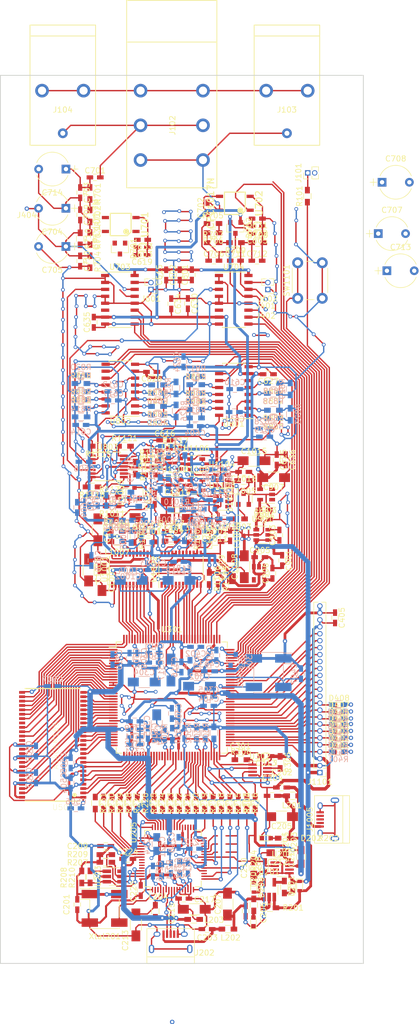
<source format=kicad_pcb>
(kicad_pcb (version 4) (host pcbnew 4.0.7-e0-6372~58~ubuntu16.04.1)
  (layers (0 F.Cu signal) (1 In1.Cu power hide) (2 In2.Cu power hide) (31 B.Cu signal) (34 B.Paste user hide) (35 F.Paste user hide) (36 B.SilkS user hide) (37 F.SilkS user hide) (38 B.Mask user hide) (39 F.Mask user hide) (44 Edge.Cuts user))
  (net 0 "")
  (net 1 +3V3)
  (net 2 GND)
  (net 3 "Net-(C202-Pad1)")
  (net 4 "Net-(C203-Pad1)")
  (net 5 /USB+OSCILLATOR+REGULATOR/Vext_filtered)
  (net 6 /USB+OSCILLATOR+REGULATOR/Vbus_filtered)
  (net 7 /FPGA_PROGRAMMING+POWER/+1.2V)
  (net 8 "Net-(C213-Pad1)")
  (net 9 +1.8V)
  (net 10 "Net-(C215-Pad1)")
  (net 11 "Net-(C314-Pad1)")
  (net 12 "Net-(C314-Pad2)")
  (net 13 "Net-(C316-Pad1)")
  (net 14 "Net-(C316-Pad2)")
  (net 15 "Net-(D301-Pad1)")
  (net 16 /USB+OSCILLATOR+REGULATOR/D-)
  (net 17 /USB+OSCILLATOR+REGULATOR/D+)
  (net 18 /RIGHT_TOP_BANKs/IOR_109)
  (net 19 /RIGHT_TOP_BANKs/IOR_110)
  (net 20 /RIGHT_TOP_BANKs/IOR_111)
  (net 21 /RIGHT_TOP_BANKs/IOR_112)
  (net 22 /RIGHT_TOP_BANKs/IOR_114)
  (net 23 /RIGHT_TOP_BANKs/IOR_115)
  (net 24 /RIGHT_TOP_BANKs/IOR_116)
  (net 25 /RIGHT_TOP_BANKs/IOR_117)
  (net 26 /RIGHT_TOP_BANKs/IOR_118)
  (net 27 /RIGHT_TOP_BANKs/IOR_119)
  (net 28 /RIGHT_TOP_BANKs/IOR_120)
  (net 29 /RIGHT_TOP_BANKs/IOR_128)
  (net 30 /RIGHT_TOP_BANKs/IOR_136)
  (net 31 /RIGHT_TOP_BANKs/IOR_137)
  (net 32 /RIGHT_TOP_BANKs/IOR_138)
  (net 33 /USB+OSCILLATOR+REGULATOR/EECS)
  (net 34 /USB+OSCILLATOR+REGULATOR/EEDATA)
  (net 35 "Net-(R205-Pad2)")
  (net 36 /USB+OSCILLATOR+REGULATOR/EECLK)
  (net 37 /FPGA_PROGRAMMING+POWER/SCK)
  (net 38 /FPGA_PROGRAMMING+POWER/MOSI)
  (net 39 /FPGA_PROGRAMMING+POWER/MISO)
  (net 40 /FPGA_PROGRAMMING+POWER/SS)
  (net 41 "Net-(R213-Pad2)")
  (net 42 /FPGA_PROGRAMMING+POWER/CDONE)
  (net 43 "Net-(R214-Pad2)")
  (net 44 /FPGA_PROGRAMMING+POWER/CRESET)
  (net 45 "Net-(R215-Pad2)")
  (net 46 /RAM+LEFT_BOTTOM_BANKs/D0)
  (net 47 "Net-(R216-Pad2)")
  (net 48 /RAM+LEFT_BOTTOM_BANKs/D1)
  (net 49 "Net-(R217-Pad2)")
  (net 50 /RAM+LEFT_BOTTOM_BANKs/D2)
  (net 51 "Net-(R218-Pad2)")
  (net 52 /RAM+LEFT_BOTTOM_BANKs/D3)
  (net 53 "Net-(R219-Pad2)")
  (net 54 /RAM+LEFT_BOTTOM_BANKs/D4)
  (net 55 "Net-(R220-Pad2)")
  (net 56 /RAM+LEFT_BOTTOM_BANKs/D5)
  (net 57 "Net-(R221-Pad2)")
  (net 58 /RAM+LEFT_BOTTOM_BANKs/D6)
  (net 59 "Net-(R222-Pad2)")
  (net 60 /RAM+LEFT_BOTTOM_BANKs/D7)
  (net 61 "Net-(R223-Pad2)")
  (net 62 /RAM+LEFT_BOTTOM_BANKs/~RXF)
  (net 63 "Net-(R224-Pad2)")
  (net 64 /RAM+LEFT_BOTTOM_BANKs/~TXE)
  (net 65 "Net-(R225-Pad2)")
  (net 66 /RAM+LEFT_BOTTOM_BANKs/~RD)
  (net 67 "Net-(R226-Pad2)")
  (net 68 /RAM+LEFT_BOTTOM_BANKs/~WR)
  (net 69 "Net-(R227-Pad2)")
  (net 70 /RAM+LEFT_BOTTOM_BANKs/SIWU)
  (net 71 "Net-(R228-Pad2)")
  (net 72 "Net-(R304-Pad2)")
  (net 73 "Net-(R305-Pad2)")
  (net 74 /RAM+LEFT_BOTTOM_BANKs/DQ13)
  (net 75 /RAM+LEFT_BOTTOM_BANKs/DQ12)
  (net 76 /RAM+LEFT_BOTTOM_BANKs/DQ11)
  (net 77 /RAM+LEFT_BOTTOM_BANKs/DQ10)
  (net 78 /RAM+LEFT_BOTTOM_BANKs/DQ9)
  (net 79 /RAM+LEFT_BOTTOM_BANKs/DQ8)
  (net 80 /RAM+LEFT_BOTTOM_BANKs/UDQM)
  (net 81 /RAM+LEFT_BOTTOM_BANKs/CLK)
  (net 82 /RAM+LEFT_BOTTOM_BANKs/CKE)
  (net 83 /RAM+LEFT_BOTTOM_BANKs/A9)
  (net 84 /RAM+LEFT_BOTTOM_BANKs/A8)
  (net 85 /RAM+LEFT_BOTTOM_BANKs/A7)
  (net 86 /RAM+LEFT_BOTTOM_BANKs/A6)
  (net 87 /RAM+LEFT_BOTTOM_BANKs/A5)
  (net 88 /RAM+LEFT_BOTTOM_BANKs/A4)
  (net 89 /RAM+LEFT_BOTTOM_BANKs/A3)
  (net 90 /RAM+LEFT_BOTTOM_BANKs/A2)
  (net 91 /RAM+LEFT_BOTTOM_BANKs/A1)
  (net 92 /RAM+LEFT_BOTTOM_BANKs/A0)
  (net 93 /RAM+LEFT_BOTTOM_BANKs/A10)
  (net 94 /RAM+LEFT_BOTTOM_BANKs/A11)
  (net 95 /RAM+LEFT_BOTTOM_BANKs/~CS)
  (net 96 /RAM+LEFT_BOTTOM_BANKs/~RAS)
  (net 97 /RAM+LEFT_BOTTOM_BANKs/~CAS)
  (net 98 /RAM+LEFT_BOTTOM_BANKs/~WE)
  (net 99 /RAM+LEFT_BOTTOM_BANKs/LDQM)
  (net 100 /RAM+LEFT_BOTTOM_BANKs/DQ7)
  (net 101 /RAM+LEFT_BOTTOM_BANKs/DQ6)
  (net 102 /RAM+LEFT_BOTTOM_BANKs/DQ5)
  (net 103 /RAM+LEFT_BOTTOM_BANKs/DQ4)
  (net 104 /RAM+LEFT_BOTTOM_BANKs/DQ3)
  (net 105 /RAM+LEFT_BOTTOM_BANKs/DQ2)
  (net 106 /RAM+LEFT_BOTTOM_BANKs/DQ1)
  (net 107 /RAM+LEFT_BOTTOM_BANKs/DQ0)
  (net 108 /RAM+LEFT_BOTTOM_BANKs/DQ15)
  (net 109 /RAM+LEFT_BOTTOM_BANKs/DQ14)
  (net 110 "Net-(D202-Pad2)")
  (net 111 "Net-(D204-Pad2)")
  (net 112 "Net-(D401-Pad2)")
  (net 113 "Net-(D402-Pad2)")
  (net 114 "Net-(D403-Pad2)")
  (net 115 "Net-(D404-Pad2)")
  (net 116 "Net-(D405-Pad2)")
  (net 117 "Net-(D406-Pad2)")
  (net 118 "Net-(D407-Pad2)")
  (net 119 "Net-(D408-Pad2)")
  (net 120 "Net-(R208-Pad2)")
  (net 121 "Net-(R211-Pad1)")
  (net 122 "Net-(R212-Pad1)")
  (net 123 "Net-(R229-Pad2)")
  (net 124 "Net-(R230-Pad2)")
  (net 125 "Net-(R231-Pad2)")
  (net 126 "Net-(U205-Pad2)")
  (net 127 /RIGHT_TOP_BANKs/OSC)
  (net 128 "Net-(D203-Pad1)")
  (net 129 +5V)
  (net 130 "Net-(D208-Pad2)")
  (net 131 "/Analog front end/+3V3_A")
  (net 132 "/Analog front end/-3V0")
  (net 133 "Net-(C701-Pad1)")
  (net 134 "Net-(C702-Pad1)")
  (net 135 "/Analog front end/ATTENUATION/CHA_ATT_20dB")
  (net 136 "/Analog front end/ATTENUATION/CHA_ATT_40dB")
  (net 137 "/Analog front end/ATTENUATION/CHB_ATT_20dB")
  (net 138 "/Analog front end/ATTENUATION/CHB_ATT_40dB")
  (net 139 "/Analog front end/-5V")
  (net 140 "Net-(C903-Pad1)")
  (net 141 "Net-(C903-Pad2)")
  (net 142 "/Analog front end/ADC/5V0_D1")
  (net 143 "/Analog front end/ADC/5V0_D2")
  (net 144 "/Analog front end/ADC/CHB_V_REF_TOP")
  (net 145 "/Analog front end/ADC/CHB_V_REF_BOTTOM")
  (net 146 "/Analog front end/V_REF_DAC")
  (net 147 "/Analog front end/ADC/CHA_V_REF_TOP")
  (net 148 "/Analog front end/ADC/CHA_V_REF_BOTTOM")
  (net 149 "Net-(D1001-Pad1)")
  (net 150 "Net-(D1001-Pad2)")
  (net 151 "Net-(D1002-Pad1)")
  (net 152 "Net-(D1003-Pad1)")
  (net 153 "Net-(D1003-Pad2)")
  (net 154 "Net-(D1004-Pad2)")
  (net 155 "Net-(D1005-Pad2)")
  (net 156 "Net-(D1006-Pad3)")
  (net 157 "Net-(D1007-Pad3)")
  (net 158 "Net-(R701-Pad2)")
  (net 159 "Net-(R705-Pad2)")
  (net 160 "/Analog front end/PGA/CHA_G0")
  (net 161 "/Analog front end/CHA_PGA_OUT")
  (net 162 "/Analog front end/PGA/CHB_G0")
  (net 163 "/Analog front end/CHB_PGA_OUT")
  (net 164 "/Analog front end/PGA/CHA_G1")
  (net 165 "/Analog front end/PGA/CHB_G1")
  (net 166 "/Analog front end/PGA/CHA_G2")
  (net 167 "/Analog front end/PGA/CHB_G2")
  (net 168 "/Analog front end/PGA/CHA_G3")
  (net 169 "Net-(R816-Pad2)")
  (net 170 "/Analog front end/PGA/CHB_G3")
  (net 171 "Net-(R819-Pad2)")
  (net 172 "/Analog front end/PGA/CHA_G4")
  (net 173 "Net-(R822-Pad2)")
  (net 174 "/Analog front end/PGA/CHB_G4")
  (net 175 "Net-(R825-Pad2)")
  (net 176 "/Analog front end/PGA/CHA_G5")
  (net 177 "Net-(R828-Pad2)")
  (net 178 "/Analog front end/PGA/CHB_G5")
  (net 179 "Net-(R831-Pad2)")
  (net 180 "/Analog front end/PGA/CHA_G6")
  (net 181 "/Analog front end/PGA/CHB_G6")
  (net 182 "/Analog front end/PGA/CHA_G7")
  (net 183 "/Analog front end/PGA/CHB_G7")
  (net 184 "/Analog front end/CHB_VREF_CENT")
  (net 185 "/Analog front end/CHA_VREF_CENT")
  (net 186 "/Analog front end/CHB_OFFSET_OUT")
  (net 187 "/Analog front end/CHA_OFFSET_OUT")
  (net 188 "Net-(R1101-Pad1)")
  (net 189 "Net-(R1102-Pad1)")
  (net 190 "/Analog front end/OFFSET/CHA_V_OFFSET_FIJO")
  (net 191 "/Analog front end/OFFSET/CHB_V_OFFSET_FIJO")
  (net 192 "Net-(R1107-Pad1)")
  (net 193 "Net-(R1108-Pad1)")
  (net 194 "/Analog front end/CHB_OFFSET")
  (net 195 "/Analog front end/CHA_OFFSET")
  (net 196 "Net-(R1111-Pad1)")
  (net 197 "Net-(R1112-Pad1)")
  (net 198 "Net-(R1113-Pad1)")
  (net 199 "Net-(R1116-Pad1)")
  (net 200 "Net-(R1119-Pad1)")
  (net 201 "Net-(R1120-Pad1)")
  (net 202 /RIGHT_TOP_BANKs/ADC_0)
  (net 203 /RIGHT_TOP_BANKs/ADC_1)
  (net 204 /RIGHT_TOP_BANKs/ADC_2)
  (net 205 /RIGHT_TOP_BANKs/ADC_3)
  (net 206 /RIGHT_TOP_BANKs/ADC_4)
  (net 207 /RIGHT_TOP_BANKs/ADC_5)
  (net 208 /RIGHT_TOP_BANKs/ADC_6)
  (net 209 /RIGHT_TOP_BANKs/ADC_7)
  (net 210 /RIGHT_TOP_BANKs/ADC_8)
  (net 211 /RIGHT_TOP_BANKs/ADC_9)
  (net 212 /RIGHT_TOP_BANKs/ADC_10)
  (net 213 /RIGHT_TOP_BANKs/ADC_11)
  (net 214 /RIGHT_TOP_BANKs/ADC_12)
  (net 215 /RIGHT_TOP_BANKs/ADC_13)
  (net 216 /RIGHT_TOP_BANKs/ADC_14)
  (net 217 /RIGHT_TOP_BANKs/ADC_15)
  (net 218 "/Analog front end/CHA_DC_COUPLING")
  (net 219 "/Analog front end/CHB_DC_COUPLING")
  (net 220 "/Analog front end/CHA_ATT_OUT")
  (net 221 "/Analog front end/CHA_ATT_SEL_2")
  (net 222 "/Analog front end/CHA_ATT_SEL_1")
  (net 223 "/Analog front end/CHA_ATT_SEL_0")
  (net 224 "/Analog front end/CHB_ATT_OUT")
  (net 225 "/Analog front end/CHB_ATT_SEL_2")
  (net 226 "/Analog front end/CHB_ATT_SEL_1")
  (net 227 "/Analog front end/CHB_ATT_SEL_0")
  (net 228 "Net-(U801-Pad3)")
  (net 229 "/Analog front end/CHA_GAIN_SEL_2")
  (net 230 "/Analog front end/CHA_GAIN_SEL_1")
  (net 231 "/Analog front end/CHA_GAIN_SEL_0")
  (net 232 "Net-(U802-Pad3)")
  (net 233 "/Analog front end/CHB_GAIN_SEL_2")
  (net 234 "/Analog front end/CHB_GAIN_SEL_1")
  (net 235 "/Analog front end/CHB_GAIN_SEL_0")
  (net 236 "/Analog front end/ADC_CLK")
  (net 237 "/Analog front end/CHB_DAC")
  (net 238 "/Analog front end/CHA_DAC")
  (net 239 "Net-(R703-Pad2)")
  (net 240 "Net-(R707-Pad2)")
  (net 241 /RIGHT_TOP_BANKs/IOT_174)
  (net 242 /RIGHT_TOP_BANKs/IOT_177)
  (net 243 "Net-(J202-Pad4)")
  (net 244 "Net-(U205-Pad3)")
  (net 245 "Net-(U205-Pad19)")
  (net 246 "Net-(U205-Pad22)")
  (net 247 "Net-(U205-Pad29)")
  (net 248 "Net-(U205-Pad30)")
  (net 249 "Net-(U205-Pad32)")
  (net 250 "Net-(U205-Pad33)")
  (net 251 "Net-(U205-Pad34)")
  (net 252 "Net-(U205-Pad36)")
  (net 253 "Net-(U205-Pad57)")
  (net 254 "Net-(U205-Pad58)")
  (net 255 "Net-(U205-Pad59)")
  (net 256 "Net-(U205-Pad60)")
  (net 257 "Net-(U301-Pad35)")
  (net 258 "Net-(U301-Pad36)")
  (net 259 "Net-(U301-Pad50)")
  (net 260 "Net-(U301-Pad51)")
  (net 261 "Net-(U301-Pad58)")
  (net 262 "Net-(U301-Pad77)")
  (net 263 "Net-(U301-Pad109)")
  (net 264 "Net-(U301-Pad133)")
  (net 265 "Net-(U501-Pad33)")
  (net 266 "Net-(U501-Pad37)")
  (net 267 "Net-(U902-Pad4)")
  (net 268 "Net-(U903-Pad1)")
  (net 269 "Net-(U903-Pad3)")
  (net 270 "Net-(U1001-Pad22)")
  (net 271 "Net-(U1001-Pad16)")
  (net 272 "Net-(U1002-Pad22)")
  (net 273 "Net-(U1002-Pad16)")
  (net 274 /RIGHT_TOP_BANKs/IOR_140)
  (net 275 /RIGHT_TOP_BANKs/IOR_144)
  (net 276 "Net-(SW1101-Pad1)")
  (net 277 /RIGHT_TOP_BANKs/IOR_139)
  (net 278 /RIGHT_TOP_BANKs/IOT_146)
  (net 279 /CHA)
  (net 280 /CHB)
  (net 281 "Net-(J101-Pad2)")
  (net 282 "Net-(J601-Pad2)")
  (net 283 "Net-(J602-Pad2)")
  (net 284 "Net-(J1005-Pad2)")
  (net 285 "Net-(J1005-Pad3)")
  (net 286 "Net-(J1005-Pad4)")
  (net 287 "Net-(U205-Pad26)")
  (net 288 "Net-(U205-Pad27)")
  (net 289 "Net-(U205-Pad28)")
  (module Pin_Headers:Pin_Header_Straight_1x25_Pitch1.27mm (layer F.Cu) (at 145.9645 155.165 180)
    (fp_text reference J1101 (at 0 -1.695 180) (layer F.SilkS))
    (fp_text value CONN_01X25)
    (pad 1 thru_hole rect (at 0 0 180) (size 1 1) (drill 0.65) (layers *.Cu *.Mask) (net 129 +5V))
    (pad 2 thru_hole oval (at 0 1.27 180) (size 1 1) (drill 0.65) (layers *.Cu *.Mask) (net 1 +3V3))
    (pad 3 thru_hole oval (at 0 2.54 180) (size 1 1) (drill 0.65) (layers *.Cu *.Mask) (net 2 GND))
    (pad 4 thru_hole oval (at 0 3.81 180) (size 1 1) (drill 0.65) (layers *.Cu *.Mask) (net 18 /RIGHT_TOP_BANKs/IOR_109))
    (pad 5 thru_hole oval (at 0 5.08 180) (size 1 1) (drill 0.65) (layers *.Cu *.Mask) (net 19 /RIGHT_TOP_BANKs/IOR_110))
    (pad 6 thru_hole oval (at 0 6.35 180) (size 1 1) (drill 0.65) (layers *.Cu *.Mask) (net 20 /RIGHT_TOP_BANKs/IOR_111))
    (pad 7 thru_hole oval (at 0 7.62 180) (size 1 1) (drill 0.65) (layers *.Cu *.Mask) (net 21 /RIGHT_TOP_BANKs/IOR_112))
    (pad 8 thru_hole oval (at 0 8.89 180) (size 1 1) (drill 0.65) (layers *.Cu *.Mask) (net 22 /RIGHT_TOP_BANKs/IOR_114))
    (pad 9 thru_hole oval (at 0 10.16 180) (size 1 1) (drill 0.65) (layers *.Cu *.Mask) (net 23 /RIGHT_TOP_BANKs/IOR_115))
    (pad 10 thru_hole oval (at 0 11.43 180) (size 1 1) (drill 0.65) (layers *.Cu *.Mask) (net 24 /RIGHT_TOP_BANKs/IOR_116))
    (pad 11 thru_hole oval (at 0 12.7 180) (size 1 1) (drill 0.65) (layers *.Cu *.Mask) (net 25 /RIGHT_TOP_BANKs/IOR_117))
    (pad 12 thru_hole oval (at 0 13.97 180) (size 1 1) (drill 0.65) (layers *.Cu *.Mask) (net 26 /RIGHT_TOP_BANKs/IOR_118))
    (pad 13 thru_hole oval (at 0 15.24 180) (size 1 1) (drill 0.65) (layers *.Cu *.Mask) (net 27 /RIGHT_TOP_BANKs/IOR_119))
    (pad 14 thru_hole oval (at 0 16.51 180) (size 1 1) (drill 0.65) (layers *.Cu *.Mask) (net 28 /RIGHT_TOP_BANKs/IOR_120))
    (pad 15 thru_hole oval (at 0 17.78 180) (size 1 1) (drill 0.65) (layers *.Cu *.Mask) (net 29 /RIGHT_TOP_BANKs/IOR_128))
    (pad 16 thru_hole oval (at 0 19.05 180) (size 1 1) (drill 0.65) (layers *.Cu *.Mask) (net 30 /RIGHT_TOP_BANKs/IOR_136))
    (pad 17 thru_hole oval (at 0 20.32 180) (size 1 1) (drill 0.65) (layers *.Cu *.Mask) (net 31 /RIGHT_TOP_BANKs/IOR_137))
    (pad 18 thru_hole oval (at 0 21.59 180) (size 1 1) (drill 0.65) (layers *.Cu *.Mask) (net 32 /RIGHT_TOP_BANKs/IOR_138))
    (pad 19 thru_hole oval (at 0 22.86 180) (size 1 1) (drill 0.65) (layers *.Cu *.Mask) (net 277 /RIGHT_TOP_BANKs/IOR_139))
    (pad 20 thru_hole oval (at 0 24.13 180) (size 1 1) (drill 0.65) (layers *.Cu *.Mask) (net 274 /RIGHT_TOP_BANKs/IOR_140))
    (pad 21 thru_hole oval (at 0 25.4 180) (size 1 1) (drill 0.65) (layers *.Cu *.Mask) (net 275 /RIGHT_TOP_BANKs/IOR_144))
    (pad 22 thru_hole oval (at 0 26.67 180) (size 1 1) (drill 0.65) (layers *.Cu *.Mask) (net 2 GND))
    (pad 23 thru_hole oval (at 0 27.94 180) (size 1 1) (drill 0.65) (layers *.Cu *.Mask) (net 2 GND))
    (pad 24 thru_hole oval (at 0 29.21 180) (size 1 1) (drill 0.65) (layers *.Cu *.Mask) (net 1 +3V3))
    (pad 25 thru_hole oval (at 0 30.48 180) (size 1 1) (drill 0.65) (layers *.Cu *.Mask) (net 1 +3V3))
  )
  (module Capacitors_SMD:C_0603_HandSoldering (layer B.Cu) (at 125.59 141.27 180)
    (fp_text reference C305 (at 0 1.25 180) (layer B.SilkS) (effects (justify mirror)))
    (fp_text value 100nF)
    (pad 1 smd rect (at -0.95 0 180) (size 1.2 0.75) (layers B.Cu B.Paste B.Mask) (net 7 /FPGA_PROGRAMMING+POWER/+1.2V))
    (pad 2 smd rect (at 0.95 0 180) (size 1.2 0.75) (layers B.Cu B.Paste B.Mask) (net 2 GND))
  )
  (module Capacitors_SMD:C_0603_HandSoldering (layer F.Cu) (at 102.086 53.118 270)
    (fp_text reference C709 (at 0 -1.25 270) (layer F.SilkS))
    (fp_text value 180p)
    (pad 1 smd rect (at -0.95 0 270) (size 1.2 0.75) (layers F.Cu F.Paste F.Mask) (net 135 "/Analog front end/ATTENUATION/CHA_ATT_20dB"))
    (pad 2 smd rect (at 0.95 0 270) (size 1.2 0.75) (layers F.Cu F.Paste F.Mask) (net 136 "/Analog front end/ATTENUATION/CHA_ATT_40dB"))
  )
  (module Housings_QFP:LQFP-144_20x20mm_Pitch0.5mm (layer F.Cu) (at 118.845 141.441)
    (fp_text reference U301 (at 0 -12.475) (layer F.SilkS))
    (fp_text value iCE40-HX4K-TQ144)
    (pad 1 smd rect (at -10.7 -8.75) (size 1.55 0.3) (layers F.Cu F.Paste F.Mask) (net 86 /RAM+LEFT_BOTTOM_BANKs/A6))
    (pad 2 smd rect (at -10.7 -8.25) (size 1.55 0.3) (layers F.Cu F.Paste F.Mask) (net 85 /RAM+LEFT_BOTTOM_BANKs/A7))
    (pad 3 smd rect (at -10.7 -7.75) (size 1.55 0.3) (layers F.Cu F.Paste F.Mask) (net 84 /RAM+LEFT_BOTTOM_BANKs/A8))
    (pad 4 smd rect (at -10.7 -7.25) (size 1.55 0.3) (layers F.Cu F.Paste F.Mask) (net 83 /RAM+LEFT_BOTTOM_BANKs/A9))
    (pad 5 smd rect (at -10.7 -6.75) (size 1.55 0.3) (layers F.Cu F.Paste F.Mask) (net 2 GND))
    (pad 6 smd rect (at -10.7 -6.25) (size 1.55 0.3) (layers F.Cu F.Paste F.Mask) (net 1 +3V3))
    (pad 7 smd rect (at -10.7 -5.75) (size 1.55 0.3) (layers F.Cu F.Paste F.Mask) (net 82 /RAM+LEFT_BOTTOM_BANKs/CKE))
    (pad 8 smd rect (at -10.7 -5.25) (size 1.55 0.3) (layers F.Cu F.Paste F.Mask) (net 81 /RAM+LEFT_BOTTOM_BANKs/CLK))
    (pad 9 smd rect (at -10.7 -4.75) (size 1.55 0.3) (layers F.Cu F.Paste F.Mask) (net 80 /RAM+LEFT_BOTTOM_BANKs/UDQM))
    (pad 10 smd rect (at -10.7 -4.25) (size 1.55 0.3) (layers F.Cu F.Paste F.Mask) (net 79 /RAM+LEFT_BOTTOM_BANKs/DQ8))
    (pad 11 smd rect (at -10.7 -3.75) (size 1.55 0.3) (layers F.Cu F.Paste F.Mask) (net 78 /RAM+LEFT_BOTTOM_BANKs/DQ9))
    (pad 12 smd rect (at -10.7 -3.25) (size 1.55 0.3) (layers F.Cu F.Paste F.Mask) (net 77 /RAM+LEFT_BOTTOM_BANKs/DQ10))
    (pad 13 smd rect (at -10.7 -2.75) (size 1.55 0.3) (layers F.Cu F.Paste F.Mask) (net 2 GND))
    (pad 14 smd rect (at -10.7 -2.25) (size 1.55 0.3) (layers F.Cu F.Paste F.Mask) (net 2 GND))
    (pad 15 smd rect (at -10.7 -1.75) (size 1.55 0.3) (layers F.Cu F.Paste F.Mask) (net 76 /RAM+LEFT_BOTTOM_BANKs/DQ11))
    (pad 16 smd rect (at -10.7 -1.25) (size 1.55 0.3) (layers F.Cu F.Paste F.Mask) (net 75 /RAM+LEFT_BOTTOM_BANKs/DQ12))
    (pad 17 smd rect (at -10.7 -0.75) (size 1.55 0.3) (layers F.Cu F.Paste F.Mask) (net 74 /RAM+LEFT_BOTTOM_BANKs/DQ13))
    (pad 18 smd rect (at -10.7 -0.25) (size 1.55 0.3) (layers F.Cu F.Paste F.Mask) (net 109 /RAM+LEFT_BOTTOM_BANKs/DQ14))
    (pad 19 smd rect (at -10.7 0.25) (size 1.55 0.3) (layers F.Cu F.Paste F.Mask) (net 108 /RAM+LEFT_BOTTOM_BANKs/DQ15))
    (pad 20 smd rect (at -10.7 0.75) (size 1.55 0.3) (layers F.Cu F.Paste F.Mask) (net 89 /RAM+LEFT_BOTTOM_BANKs/A3))
    (pad 21 smd rect (at -10.7 1.25) (size 1.55 0.3) (layers F.Cu F.Paste F.Mask) (net 90 /RAM+LEFT_BOTTOM_BANKs/A2))
    (pad 22 smd rect (at -10.7 1.75) (size 1.55 0.3) (layers F.Cu F.Paste F.Mask) (net 91 /RAM+LEFT_BOTTOM_BANKs/A1))
    (pad 23 smd rect (at -10.7 2.25) (size 1.55 0.3) (layers F.Cu F.Paste F.Mask) (net 92 /RAM+LEFT_BOTTOM_BANKs/A0))
    (pad 24 smd rect (at -10.7 2.75) (size 1.55 0.3) (layers F.Cu F.Paste F.Mask) (net 93 /RAM+LEFT_BOTTOM_BANKs/A10))
    (pad 25 smd rect (at -10.7 3.25) (size 1.55 0.3) (layers F.Cu F.Paste F.Mask) (net 94 /RAM+LEFT_BOTTOM_BANKs/A11))
    (pad 26 smd rect (at -10.7 3.75) (size 1.55 0.3) (layers F.Cu F.Paste F.Mask) (net 95 /RAM+LEFT_BOTTOM_BANKs/~CS))
    (pad 27 smd rect (at -10.7 4.25) (size 1.55 0.3) (layers F.Cu F.Paste F.Mask) (net 7 /FPGA_PROGRAMMING+POWER/+1.2V))
    (pad 28 smd rect (at -10.7 4.75) (size 1.55 0.3) (layers F.Cu F.Paste F.Mask) (net 96 /RAM+LEFT_BOTTOM_BANKs/~RAS))
    (pad 29 smd rect (at -10.7 5.25) (size 1.55 0.3) (layers F.Cu F.Paste F.Mask) (net 97 /RAM+LEFT_BOTTOM_BANKs/~CAS))
    (pad 30 smd rect (at -10.7 5.75) (size 1.55 0.3) (layers F.Cu F.Paste F.Mask) (net 1 +3V3))
    (pad 31 smd rect (at -10.7 6.25) (size 1.55 0.3) (layers F.Cu F.Paste F.Mask) (net 98 /RAM+LEFT_BOTTOM_BANKs/~WE))
    (pad 32 smd rect (at -10.7 6.75) (size 1.55 0.3) (layers F.Cu F.Paste F.Mask) (net 99 /RAM+LEFT_BOTTOM_BANKs/LDQM))
    (pad 33 smd rect (at -10.7 7.25) (size 1.55 0.3) (layers F.Cu F.Paste F.Mask) (net 100 /RAM+LEFT_BOTTOM_BANKs/DQ7))
    (pad 34 smd rect (at -10.7 7.75) (size 1.55 0.3) (layers F.Cu F.Paste F.Mask) (net 101 /RAM+LEFT_BOTTOM_BANKs/DQ6))
    (pad 35 smd rect (at -10.7 8.25) (size 1.55 0.3) (layers F.Cu F.Paste F.Mask) (net 257 "Net-(U301-Pad35)"))
    (pad 36 smd rect (at -10.7 8.75) (size 1.55 0.3) (layers F.Cu F.Paste F.Mask) (net 258 "Net-(U301-Pad36)"))
    (pad 37 smd rect (at -8.75 10.7 90) (size 1.55 0.3) (layers F.Cu F.Paste F.Mask) (net 102 /RAM+LEFT_BOTTOM_BANKs/DQ5))
    (pad 38 smd rect (at -8.25 10.7 90) (size 1.55 0.3) (layers F.Cu F.Paste F.Mask) (net 103 /RAM+LEFT_BOTTOM_BANKs/DQ4))
    (pad 39 smd rect (at -7.75 10.7 90) (size 1.55 0.3) (layers F.Cu F.Paste F.Mask) (net 104 /RAM+LEFT_BOTTOM_BANKs/DQ3))
    (pad 40 smd rect (at -7.25 10.7 90) (size 1.55 0.3) (layers F.Cu F.Paste F.Mask) (net 7 /FPGA_PROGRAMMING+POWER/+1.2V))
    (pad 41 smd rect (at -6.75 10.7 90) (size 1.55 0.3) (layers F.Cu F.Paste F.Mask) (net 105 /RAM+LEFT_BOTTOM_BANKs/DQ2))
    (pad 42 smd rect (at -6.25 10.7 90) (size 1.55 0.3) (layers F.Cu F.Paste F.Mask) (net 106 /RAM+LEFT_BOTTOM_BANKs/DQ1))
    (pad 43 smd rect (at -5.75 10.7 90) (size 1.55 0.3) (layers F.Cu F.Paste F.Mask) (net 107 /RAM+LEFT_BOTTOM_BANKs/DQ0))
    (pad 44 smd rect (at -5.25 10.7 90) (size 1.55 0.3) (layers F.Cu F.Paste F.Mask) (net 70 /RAM+LEFT_BOTTOM_BANKs/SIWU))
    (pad 45 smd rect (at -4.75 10.7 90) (size 1.55 0.3) (layers F.Cu F.Paste F.Mask) (net 68 /RAM+LEFT_BOTTOM_BANKs/~WR))
    (pad 46 smd rect (at -4.25 10.7 90) (size 1.55 0.3) (layers F.Cu F.Paste F.Mask) (net 1 +3V3))
    (pad 47 smd rect (at -3.75 10.7 90) (size 1.55 0.3) (layers F.Cu F.Paste F.Mask) (net 66 /RAM+LEFT_BOTTOM_BANKs/~RD))
    (pad 48 smd rect (at -3.25 10.7 90) (size 1.55 0.3) (layers F.Cu F.Paste F.Mask) (net 64 /RAM+LEFT_BOTTOM_BANKs/~TXE))
    (pad 49 smd rect (at -2.75 10.7 90) (size 1.55 0.3) (layers F.Cu F.Paste F.Mask) (net 62 /RAM+LEFT_BOTTOM_BANKs/~RXF))
    (pad 50 smd rect (at -2.25 10.7 90) (size 1.55 0.3) (layers F.Cu F.Paste F.Mask) (net 259 "Net-(U301-Pad50)"))
    (pad 51 smd rect (at -1.75 10.7 90) (size 1.55 0.3) (layers F.Cu F.Paste F.Mask) (net 260 "Net-(U301-Pad51)"))
    (pad 52 smd rect (at -1.25 10.7 90) (size 1.55 0.3) (layers F.Cu F.Paste F.Mask) (net 60 /RAM+LEFT_BOTTOM_BANKs/D7))
    (pad 53 smd rect (at -0.75 10.7 90) (size 1.55 0.3) (layers F.Cu F.Paste F.Mask) (net 12 "Net-(C314-Pad2)"))
    (pad 54 smd rect (at -0.25 10.7 90) (size 1.55 0.3) (layers F.Cu F.Paste F.Mask) (net 11 "Net-(C314-Pad1)"))
    (pad 55 smd rect (at 0.25 10.7 90) (size 1.55 0.3) (layers F.Cu F.Paste F.Mask) (net 58 /RAM+LEFT_BOTTOM_BANKs/D6))
    (pad 56 smd rect (at 0.75 10.7 90) (size 1.55 0.3) (layers F.Cu F.Paste F.Mask) (net 56 /RAM+LEFT_BOTTOM_BANKs/D5))
    (pad 57 smd rect (at 1.25 10.7 90) (size 1.55 0.3) (layers F.Cu F.Paste F.Mask) (net 1 +3V3))
    (pad 58 smd rect (at 1.75 10.7 90) (size 1.55 0.3) (layers F.Cu F.Paste F.Mask) (net 261 "Net-(U301-Pad58)"))
    (pad 59 smd rect (at 2.25 10.7 90) (size 1.55 0.3) (layers F.Cu F.Paste F.Mask) (net 2 GND))
    (pad 60 smd rect (at 2.75 10.7 90) (size 1.55 0.3) (layers F.Cu F.Paste F.Mask) (net 54 /RAM+LEFT_BOTTOM_BANKs/D4))
    (pad 61 smd rect (at 3.25 10.7 90) (size 1.55 0.3) (layers F.Cu F.Paste F.Mask) (net 52 /RAM+LEFT_BOTTOM_BANKs/D3))
    (pad 62 smd rect (at 3.75 10.7 90) (size 1.55 0.3) (layers F.Cu F.Paste F.Mask) (net 50 /RAM+LEFT_BOTTOM_BANKs/D2))
    (pad 63 smd rect (at 4.25 10.7 90) (size 1.55 0.3) (layers F.Cu F.Paste F.Mask) (net 48 /RAM+LEFT_BOTTOM_BANKs/D1))
    (pad 64 smd rect (at 4.75 10.7 90) (size 1.55 0.3) (layers F.Cu F.Paste F.Mask) (net 46 /RAM+LEFT_BOTTOM_BANKs/D0))
    (pad 65 smd rect (at 5.25 10.7 90) (size 1.55 0.3) (layers F.Cu F.Paste F.Mask) (net 42 /FPGA_PROGRAMMING+POWER/CDONE))
    (pad 66 smd rect (at 5.75 10.7 90) (size 1.55 0.3) (layers F.Cu F.Paste F.Mask) (net 44 /FPGA_PROGRAMMING+POWER/CRESET))
    (pad 67 smd rect (at 6.25 10.7 90) (size 1.55 0.3) (layers F.Cu F.Paste F.Mask) (net 38 /FPGA_PROGRAMMING+POWER/MOSI))
    (pad 68 smd rect (at 6.75 10.7 90) (size 1.55 0.3) (layers F.Cu F.Paste F.Mask) (net 39 /FPGA_PROGRAMMING+POWER/MISO))
    (pad 69 smd rect (at 7.25 10.7 90) (size 1.55 0.3) (layers F.Cu F.Paste F.Mask) (net 2 GND))
    (pad 70 smd rect (at 7.75 10.7 90) (size 1.55 0.3) (layers F.Cu F.Paste F.Mask) (net 37 /FPGA_PROGRAMMING+POWER/SCK))
    (pad 71 smd rect (at 8.25 10.7 90) (size 1.55 0.3) (layers F.Cu F.Paste F.Mask) (net 40 /FPGA_PROGRAMMING+POWER/SS))
    (pad 72 smd rect (at 8.75 10.7 90) (size 1.55 0.3) (layers F.Cu F.Paste F.Mask) (net 1 +3V3))
    (pad 73 smd rect (at 10.7 8.75) (size 1.55 0.3) (layers F.Cu F.Paste F.Mask) (net 18 /RIGHT_TOP_BANKs/IOR_109))
    (pad 74 smd rect (at 10.7 8.25) (size 1.55 0.3) (layers F.Cu F.Paste F.Mask) (net 19 /RIGHT_TOP_BANKs/IOR_110))
    (pad 75 smd rect (at 10.7 7.75) (size 1.55 0.3) (layers F.Cu F.Paste F.Mask) (net 20 /RIGHT_TOP_BANKs/IOR_111))
    (pad 76 smd rect (at 10.7 7.25) (size 1.55 0.3) (layers F.Cu F.Paste F.Mask) (net 21 /RIGHT_TOP_BANKs/IOR_112))
    (pad 77 smd rect (at 10.7 6.75) (size 1.55 0.3) (layers F.Cu F.Paste F.Mask) (net 262 "Net-(U301-Pad77)"))
    (pad 78 smd rect (at 10.7 6.25) (size 1.55 0.3) (layers F.Cu F.Paste F.Mask) (net 22 /RIGHT_TOP_BANKs/IOR_114))
    (pad 79 smd rect (at 10.7 5.75) (size 1.55 0.3) (layers F.Cu F.Paste F.Mask) (net 23 /RIGHT_TOP_BANKs/IOR_115))
    (pad 80 smd rect (at 10.7 5.25) (size 1.55 0.3) (layers F.Cu F.Paste F.Mask) (net 24 /RIGHT_TOP_BANKs/IOR_116))
    (pad 81 smd rect (at 10.7 4.75) (size 1.55 0.3) (layers F.Cu F.Paste F.Mask) (net 25 /RIGHT_TOP_BANKs/IOR_117))
    (pad 82 smd rect (at 10.7 4.25) (size 1.55 0.3) (layers F.Cu F.Paste F.Mask) (net 26 /RIGHT_TOP_BANKs/IOR_118))
    (pad 83 smd rect (at 10.7 3.75) (size 1.55 0.3) (layers F.Cu F.Paste F.Mask) (net 27 /RIGHT_TOP_BANKs/IOR_119))
    (pad 84 smd rect (at 10.7 3.25) (size 1.55 0.3) (layers F.Cu F.Paste F.Mask) (net 28 /RIGHT_TOP_BANKs/IOR_120))
    (pad 85 smd rect (at 10.7 2.75) (size 1.55 0.3) (layers F.Cu F.Paste F.Mask) (net 29 /RIGHT_TOP_BANKs/IOR_128))
    (pad 86 smd rect (at 10.7 2.25) (size 1.55 0.3) (layers F.Cu F.Paste F.Mask) (net 2 GND))
    (pad 87 smd rect (at 10.7 1.75) (size 1.55 0.3) (layers F.Cu F.Paste F.Mask) (net 30 /RIGHT_TOP_BANKs/IOR_136))
    (pad 88 smd rect (at 10.7 1.25) (size 1.55 0.3) (layers F.Cu F.Paste F.Mask) (net 31 /RIGHT_TOP_BANKs/IOR_137))
    (pad 89 smd rect (at 10.7 0.75) (size 1.55 0.3) (layers F.Cu F.Paste F.Mask) (net 1 +3V3))
    (pad 90 smd rect (at 10.7 0.25) (size 1.55 0.3) (layers F.Cu F.Paste F.Mask) (net 32 /RIGHT_TOP_BANKs/IOR_138))
    (pad 91 smd rect (at 10.7 -0.25) (size 1.55 0.3) (layers F.Cu F.Paste F.Mask) (net 277 /RIGHT_TOP_BANKs/IOR_139))
    (pad 92 smd rect (at 10.7 -0.75) (size 1.55 0.3) (layers F.Cu F.Paste F.Mask) (net 7 /FPGA_PROGRAMMING+POWER/+1.2V))
    (pad 93 smd rect (at 10.7 -1.25) (size 1.55 0.3) (layers F.Cu F.Paste F.Mask) (net 274 /RIGHT_TOP_BANKs/IOR_140))
    (pad 94 smd rect (at 10.7 -1.75) (size 1.55 0.3) (layers F.Cu F.Paste F.Mask) (net 127 /RIGHT_TOP_BANKs/OSC))
    (pad 95 smd rect (at 10.7 -2.25) (size 1.55 0.3) (layers F.Cu F.Paste F.Mask) (net 275 /RIGHT_TOP_BANKs/IOR_144))
    (pad 96 smd rect (at 10.7 -2.75) (size 1.55 0.3) (layers F.Cu F.Paste F.Mask) (net 278 /RIGHT_TOP_BANKs/IOT_146))
    (pad 97 smd rect (at 10.7 -3.25) (size 1.55 0.3) (layers F.Cu F.Paste F.Mask) (net 276 "Net-(SW1101-Pad1)"))
    (pad 98 smd rect (at 10.7 -3.75) (size 1.55 0.3) (layers F.Cu F.Paste F.Mask) (net 218 "/Analog front end/CHA_DC_COUPLING"))
    (pad 99 smd rect (at 10.7 -4.25) (size 1.55 0.3) (layers F.Cu F.Paste F.Mask) (net 219 "/Analog front end/CHB_DC_COUPLING"))
    (pad 100 smd rect (at 10.7 -4.75) (size 1.55 0.3) (layers F.Cu F.Paste F.Mask) (net 1 +3V3))
    (pad 101 smd rect (at 10.7 -5.25) (size 1.55 0.3) (layers F.Cu F.Paste F.Mask) (net 227 "/Analog front end/CHB_ATT_SEL_0"))
    (pad 102 smd rect (at 10.7 -5.75) (size 1.55 0.3) (layers F.Cu F.Paste F.Mask) (net 226 "/Analog front end/CHB_ATT_SEL_1"))
    (pad 103 smd rect (at 10.7 -6.25) (size 1.55 0.3) (layers F.Cu F.Paste F.Mask) (net 2 GND))
    (pad 104 smd rect (at 10.7 -6.75) (size 1.55 0.3) (layers F.Cu F.Paste F.Mask) (net 225 "/Analog front end/CHB_ATT_SEL_2"))
    (pad 105 smd rect (at 10.7 -7.25) (size 1.55 0.3) (layers F.Cu F.Paste F.Mask) (net 223 "/Analog front end/CHA_ATT_SEL_0"))
    (pad 106 smd rect (at 10.7 -7.75) (size 1.55 0.3) (layers F.Cu F.Paste F.Mask) (net 222 "/Analog front end/CHA_ATT_SEL_1"))
    (pad 107 smd rect (at 10.7 -8.25) (size 1.55 0.3) (layers F.Cu F.Paste F.Mask) (net 221 "/Analog front end/CHA_ATT_SEL_2"))
    (pad 108 smd rect (at 10.7 -8.75) (size 1.55 0.3) (layers F.Cu F.Paste F.Mask) (net 15 "Net-(D301-Pad1)"))
    (pad 109 smd rect (at 8.75 -10.7 90) (size 1.55 0.3) (layers F.Cu F.Paste F.Mask) (net 263 "Net-(U301-Pad109)"))
    (pad 110 smd rect (at 8.25 -10.7 90) (size 1.55 0.3) (layers F.Cu F.Paste F.Mask) (net 233 "/Analog front end/CHB_GAIN_SEL_2"))
    (pad 111 smd rect (at 7.75 -10.7 90) (size 1.55 0.3) (layers F.Cu F.Paste F.Mask) (net 7 /FPGA_PROGRAMMING+POWER/+1.2V))
    (pad 112 smd rect (at 7.25 -10.7 90) (size 1.55 0.3) (layers F.Cu F.Paste F.Mask) (net 234 "/Analog front end/CHB_GAIN_SEL_1"))
    (pad 113 smd rect (at 6.75 -10.7 90) (size 1.55 0.3) (layers F.Cu F.Paste F.Mask) (net 235 "/Analog front end/CHB_GAIN_SEL_0"))
    (pad 114 smd rect (at 6.25 -10.7 90) (size 1.55 0.3) (layers F.Cu F.Paste F.Mask) (net 229 "/Analog front end/CHA_GAIN_SEL_2"))
    (pad 115 smd rect (at 5.75 -10.7 90) (size 1.55 0.3) (layers F.Cu F.Paste F.Mask) (net 230 "/Analog front end/CHA_GAIN_SEL_1"))
    (pad 116 smd rect (at 5.25 -10.7 90) (size 1.55 0.3) (layers F.Cu F.Paste F.Mask) (net 231 "/Analog front end/CHA_GAIN_SEL_0"))
    (pad 117 smd rect (at 4.75 -10.7 90) (size 1.55 0.3) (layers F.Cu F.Paste F.Mask) (net 241 /RIGHT_TOP_BANKs/IOT_174))
    (pad 118 smd rect (at 4.25 -10.7 90) (size 1.55 0.3) (layers F.Cu F.Paste F.Mask) (net 242 /RIGHT_TOP_BANKs/IOT_177))
    (pad 119 smd rect (at 3.75 -10.7 90) (size 1.55 0.3) (layers F.Cu F.Paste F.Mask) (net 236 "/Analog front end/ADC_CLK"))
    (pad 120 smd rect (at 3.25 -10.7 90) (size 1.55 0.3) (layers F.Cu F.Paste F.Mask) (net 202 /RIGHT_TOP_BANKs/ADC_0))
    (pad 121 smd rect (at 2.75 -10.7 90) (size 1.55 0.3) (layers F.Cu F.Paste F.Mask) (net 203 /RIGHT_TOP_BANKs/ADC_1))
    (pad 122 smd rect (at 2.25 -10.7 90) (size 1.55 0.3) (layers F.Cu F.Paste F.Mask) (net 204 /RIGHT_TOP_BANKs/ADC_2))
    (pad 123 smd rect (at 1.75 -10.7 90) (size 1.55 0.3) (layers F.Cu F.Paste F.Mask) (net 1 +3V3))
    (pad 124 smd rect (at 1.25 -10.7 90) (size 1.55 0.3) (layers F.Cu F.Paste F.Mask) (net 205 /RIGHT_TOP_BANKs/ADC_3))
    (pad 125 smd rect (at 0.75 -10.7 90) (size 1.55 0.3) (layers F.Cu F.Paste F.Mask) (net 206 /RIGHT_TOP_BANKs/ADC_4))
    (pad 126 smd rect (at 0.25 -10.7 90) (size 1.55 0.3) (layers F.Cu F.Paste F.Mask) (net 13 "Net-(C316-Pad1)"))
    (pad 127 smd rect (at -0.25 -10.7 90) (size 1.55 0.3) (layers F.Cu F.Paste F.Mask) (net 14 "Net-(C316-Pad2)"))
    (pad 128 smd rect (at -0.75 -10.7 90) (size 1.55 0.3) (layers F.Cu F.Paste F.Mask) (net 207 /RIGHT_TOP_BANKs/ADC_5))
    (pad 129 smd rect (at -1.25 -10.7 90) (size 1.55 0.3) (layers F.Cu F.Paste F.Mask) (net 208 /RIGHT_TOP_BANKs/ADC_6))
    (pad 130 smd rect (at -1.75 -10.7 90) (size 1.55 0.3) (layers F.Cu F.Paste F.Mask) (net 209 /RIGHT_TOP_BANKs/ADC_7))
    (pad 131 smd rect (at -2.25 -10.7 90) (size 1.55 0.3) (layers F.Cu F.Paste F.Mask) (net 1 +3V3))
    (pad 132 smd rect (at -2.75 -10.7 90) (size 1.55 0.3) (layers F.Cu F.Paste F.Mask) (net 2 GND))
    (pad 133 smd rect (at -3.25 -10.7 90) (size 1.55 0.3) (layers F.Cu F.Paste F.Mask) (net 264 "Net-(U301-Pad133)"))
    (pad 134 smd rect (at -3.75 -10.7 90) (size 1.55 0.3) (layers F.Cu F.Paste F.Mask) (net 210 /RIGHT_TOP_BANKs/ADC_8))
    (pad 135 smd rect (at -4.25 -10.7 90) (size 1.55 0.3) (layers F.Cu F.Paste F.Mask) (net 211 /RIGHT_TOP_BANKs/ADC_9))
    (pad 136 smd rect (at -4.75 -10.7 90) (size 1.55 0.3) (layers F.Cu F.Paste F.Mask) (net 212 /RIGHT_TOP_BANKs/ADC_10))
    (pad 137 smd rect (at -5.25 -10.7 90) (size 1.55 0.3) (layers F.Cu F.Paste F.Mask) (net 213 /RIGHT_TOP_BANKs/ADC_11))
    (pad 138 smd rect (at -5.75 -10.7 90) (size 1.55 0.3) (layers F.Cu F.Paste F.Mask) (net 214 /RIGHT_TOP_BANKs/ADC_12))
    (pad 139 smd rect (at -6.25 -10.7 90) (size 1.55 0.3) (layers F.Cu F.Paste F.Mask) (net 215 /RIGHT_TOP_BANKs/ADC_13))
    (pad 140 smd rect (at -6.75 -10.7 90) (size 1.55 0.3) (layers F.Cu F.Paste F.Mask) (net 2 GND))
    (pad 141 smd rect (at -7.25 -10.7 90) (size 1.55 0.3) (layers F.Cu F.Paste F.Mask) (net 216 /RIGHT_TOP_BANKs/ADC_14))
    (pad 142 smd rect (at -7.75 -10.7 90) (size 1.55 0.3) (layers F.Cu F.Paste F.Mask) (net 217 /RIGHT_TOP_BANKs/ADC_15))
    (pad 143 smd rect (at -8.25 -10.7 90) (size 1.55 0.3) (layers F.Cu F.Paste F.Mask) (net 87 /RAM+LEFT_BOTTOM_BANKs/A5))
    (pad 144 smd rect (at -8.75 -10.7 90) (size 1.55 0.3) (layers F.Cu F.Paste F.Mask) (net 88 /RAM+LEFT_BOTTOM_BANKs/A4))
  )
  (module Resistors_SMD:R_0603_HandSoldering (layer B.Cu) (at 149.31695 147.48185)
    (fp_text reference R404 (at 0 1.45) (layer B.SilkS) (effects (justify mirror)))
    (fp_text value 680R)
    (pad 1 smd rect (at -1.1 0) (size 1.2 0.9) (layers B.Cu B.Paste B.Mask) (net 1 +3V3))
    (pad 2 smd rect (at 1.1 0) (size 1.2 0.9) (layers B.Cu B.Paste B.Mask) (net 115 "Net-(D404-Pad2)"))
  )
  (module Resistors_SMD:R_0603_HandSoldering (layer B.Cu) (at 149.31695 146.33885)
    (fp_text reference R405 (at 0 1.45) (layer B.SilkS) (effects (justify mirror)))
    (fp_text value 680R)
    (pad 1 smd rect (at -1.1 0) (size 1.2 0.9) (layers B.Cu B.Paste B.Mask) (net 1 +3V3))
    (pad 2 smd rect (at 1.1 0) (size 1.2 0.9) (layers B.Cu B.Paste B.Mask) (net 116 "Net-(D405-Pad2)"))
  )
  (module Resistors_SMD:R_0603_HandSoldering (layer B.Cu) (at 149.30795 145.19585)
    (fp_text reference R406 (at 0 1.45) (layer B.SilkS) (effects (justify mirror)))
    (fp_text value 680R)
    (pad 1 smd rect (at -1.1 0) (size 1.2 0.9) (layers B.Cu B.Paste B.Mask) (net 1 +3V3))
    (pad 2 smd rect (at 1.1 0) (size 1.2 0.9) (layers B.Cu B.Paste B.Mask) (net 117 "Net-(D406-Pad2)"))
  )
  (module Resistors_SMD:R_0603_HandSoldering (layer B.Cu) (at 149.31695 148.75185)
    (fp_text reference R403 (at 0 1.45) (layer B.SilkS) (effects (justify mirror)))
    (fp_text value 680R)
    (pad 1 smd rect (at -1.1 0) (size 1.2 0.9) (layers B.Cu B.Paste B.Mask) (net 1 +3V3))
    (pad 2 smd rect (at 1.1 0) (size 1.2 0.9) (layers B.Cu B.Paste B.Mask) (net 114 "Net-(D403-Pad2)"))
  )
  (module LEDs:LED_0603 (layer F.Cu) (at 149.52686 147.618912)
    (fp_text reference D404 (at 0 -1.25) (layer F.SilkS))
    (fp_text value GREEN)
    (pad 2 smd rect (at 0.8 0 180) (size 0.8 0.8) (layers F.Cu F.Paste F.Mask) (net 115 "Net-(D404-Pad2)"))
    (pad 1 smd rect (at -0.8 0 180) (size 0.8 0.8) (layers F.Cu F.Paste F.Mask) (net 21 /RIGHT_TOP_BANKs/IOR_112))
  )
  (module Connectors:USB_Micro-B (layer F.Cu) (at 118.645 186.091)
    (fp_text reference J202 (at 6.2 2.05) (layer F.SilkS))
    (fp_text value USB_OTG)
    (pad 1 smd rect (at -1.3 -1.35 90) (size 1.35 0.4) (layers F.Cu F.Paste F.Mask) (net 4 "Net-(C203-Pad1)"))
    (pad 2 smd rect (at -0.65 -1.35 90) (size 1.35 0.4) (layers F.Cu F.Paste F.Mask) (net 16 /USB+OSCILLATOR+REGULATOR/D-))
    (pad 3 smd rect (at 0 -1.35 90) (size 1.35 0.4) (layers F.Cu F.Paste F.Mask) (net 17 /USB+OSCILLATOR+REGULATOR/D+))
    (pad 4 smd rect (at 0.65 -1.35 90) (size 1.35 0.4) (layers F.Cu F.Paste F.Mask) (net 243 "Net-(J202-Pad4)"))
    (pad 5 smd rect (at 1.3 -1.35 90) (size 1.35 0.4) (layers F.Cu F.Paste F.Mask) (net 2 GND))
    (pad 6 thru_hole oval (at -2.5 -1.35 90) (size 0.95 1.25) (drill oval 0.55 0.85) (layers *.Cu *.Mask) (net 2 GND))
    (pad 6 thru_hole oval (at 2.5 -1.35 90) (size 0.95 1.25) (drill oval 0.55 0.85) (layers *.Cu *.Mask) (net 2 GND))
    (pad 6 thru_hole oval (at -3.5 1.35 90) (size 1.55 1) (drill oval 1.15 0.5) (layers *.Cu *.Mask) (net 2 GND))
    (pad 6 thru_hole oval (at 3.5 1.35 90) (size 1.55 1) (drill oval 1.15 0.5) (layers *.Cu *.Mask) (net 2 GND))
  )
  (module Capacitors_SMD:C_0603_HandSoldering (layer B.Cu) (at 123 169.1 180)
    (fp_text reference C222 (at 0 1.25 180) (layer B.SilkS) (effects (justify mirror)))
    (fp_text value 100nF)
    (pad 1 smd rect (at -0.95 0 180) (size 1.2 0.75) (layers B.Cu B.Paste B.Mask) (net 1 +3V3))
    (pad 2 smd rect (at 0.95 0 180) (size 1.2 0.75) (layers B.Cu B.Paste B.Mask) (net 2 GND))
  )
  (module Oscillators:Oscillator_SMD_Fordahl_DFAS11-4pin_7.0x5.0mm_HandSoldering (layer F.Cu) (at 106.545 180.011 270)
    (fp_text reference Xtal201 (at 5.13 -0.05 540) (layer F.SilkS))
    (fp_text value LFSPXO019966)
    (pad 1 smd rect (at -2.61 2.7 270) (size 1.54 3) (layers F.Cu F.Paste F.Mask) (net 1 +3V3))
    (pad 2 smd rect (at 2.61 2.7 270) (size 1.54 3) (layers F.Cu F.Paste F.Mask) (net 2 GND))
    (pad 3 smd rect (at 2.61 -2.7 270) (size 1.54 3) (layers F.Cu F.Paste F.Mask) (net 126 "Net-(U205-Pad2)"))
    (pad 4 smd rect (at -2.61 -2.7 270) (size 1.54 3) (layers F.Cu F.Paste F.Mask) (net 1 +3V3))
  )
  (module Resistors_SMD:R_0603_HandSoldering (layer B.Cu) (at 149.26495 143.92585)
    (fp_text reference R407 (at 0 1.45) (layer B.SilkS) (effects (justify mirror)))
    (fp_text value 680R)
    (pad 1 smd rect (at -1.1 0) (size 1.2 0.9) (layers B.Cu B.Paste B.Mask) (net 1 +3V3))
    (pad 2 smd rect (at 1.1 0) (size 1.2 0.9) (layers B.Cu B.Paste B.Mask) (net 118 "Net-(D407-Pad2)"))
  )
  (module Resistors_SMD:R_0603_HandSoldering (layer B.Cu) (at 117 173 90)
    (fp_text reference R211 (at 0 1.45 90) (layer B.SilkS) (effects (justify mirror)))
    (fp_text value 12K)
    (pad 1 smd rect (at -1.1 0 90) (size 1.2 0.9) (layers B.Cu B.Paste B.Mask) (net 121 "Net-(R211-Pad1)"))
    (pad 2 smd rect (at 1.1 0 90) (size 1.2 0.9) (layers B.Cu B.Paste B.Mask) (net 2 GND))
  )
  (module Housings_QFP:LQFP-64_10x10mm_Pitch0.5mm (layer F.Cu) (at 119.0711 170.891 90)
    (fp_text reference U205 (at 4.75 -7.2 270) (layer F.SilkS))
    (fp_text value FT2232H)
    (pad 1 smd rect (at -5.7 -3.75 90) (size 1 0.25) (layers F.Cu F.Paste F.Mask) (net 2 GND))
    (pad 2 smd rect (at -5.7 -3.25 90) (size 1 0.25) (layers F.Cu F.Paste F.Mask) (net 126 "Net-(U205-Pad2)"))
    (pad 3 smd rect (at -5.7 -2.75 90) (size 1 0.25) (layers F.Cu F.Paste F.Mask) (net 244 "Net-(U205-Pad3)"))
    (pad 4 smd rect (at -5.7 -2.25 90) (size 1 0.25) (layers F.Cu F.Paste F.Mask) (net 8 "Net-(C213-Pad1)"))
    (pad 5 smd rect (at -5.7 -1.75 90) (size 1 0.25) (layers F.Cu F.Paste F.Mask) (net 2 GND))
    (pad 6 smd rect (at -5.7 -1.25 90) (size 1 0.25) (layers F.Cu F.Paste F.Mask) (net 121 "Net-(R211-Pad1)"))
    (pad 7 smd rect (at -5.7 -0.75 90) (size 1 0.25) (layers F.Cu F.Paste F.Mask) (net 17 /USB+OSCILLATOR+REGULATOR/D+))
    (pad 8 smd rect (at -5.7 -0.25 90) (size 1 0.25) (layers F.Cu F.Paste F.Mask) (net 16 /USB+OSCILLATOR+REGULATOR/D-))
    (pad 9 smd rect (at -5.7 0.25 90) (size 1 0.25) (layers F.Cu F.Paste F.Mask) (net 10 "Net-(C215-Pad1)"))
    (pad 10 smd rect (at -5.7 0.75 90) (size 1 0.25) (layers F.Cu F.Paste F.Mask) (net 2 GND))
    (pad 11 smd rect (at -5.7 1.25 90) (size 1 0.25) (layers F.Cu F.Paste F.Mask) (net 2 GND))
    (pad 12 smd rect (at -5.7 1.75 90) (size 1 0.25) (layers F.Cu F.Paste F.Mask) (net 9 +1.8V))
    (pad 13 smd rect (at -5.7 2.25 90) (size 1 0.25) (layers F.Cu F.Paste F.Mask) (net 2 GND))
    (pad 14 smd rect (at -5.7 2.75 90) (size 1 0.25) (layers F.Cu F.Paste F.Mask) (net 122 "Net-(R212-Pad1)"))
    (pad 15 smd rect (at -5.7 3.25 90) (size 1 0.25) (layers F.Cu F.Paste F.Mask) (net 2 GND))
    (pad 16 smd rect (at -5.7 3.75 90) (size 1 0.25) (layers F.Cu F.Paste F.Mask) (net 41 "Net-(R213-Pad2)"))
    (pad 17 smd rect (at -3.75 5.7 180) (size 1 0.25) (layers F.Cu F.Paste F.Mask) (net 43 "Net-(R214-Pad2)"))
    (pad 18 smd rect (at -3.25 5.7 180) (size 1 0.25) (layers F.Cu F.Paste F.Mask) (net 45 "Net-(R215-Pad2)"))
    (pad 19 smd rect (at -2.75 5.7 180) (size 1 0.25) (layers F.Cu F.Paste F.Mask) (net 245 "Net-(U205-Pad19)"))
    (pad 20 smd rect (at -2.25 5.7 180) (size 1 0.25) (layers F.Cu F.Paste F.Mask) (net 1 +3V3))
    (pad 21 smd rect (at -1.75 5.7 180) (size 1 0.25) (layers F.Cu F.Paste F.Mask) (net 47 "Net-(R216-Pad2)"))
    (pad 22 smd rect (at -1.25 5.7 180) (size 1 0.25) (layers F.Cu F.Paste F.Mask) (net 246 "Net-(U205-Pad22)"))
    (pad 23 smd rect (at -0.75 5.7 180) (size 1 0.25) (layers F.Cu F.Paste F.Mask) (net 49 "Net-(R217-Pad2)"))
    (pad 24 smd rect (at -0.25 5.7 180) (size 1 0.25) (layers F.Cu F.Paste F.Mask) (net 51 "Net-(R218-Pad2)"))
    (pad 25 smd rect (at 0.25 5.7 180) (size 1 0.25) (layers F.Cu F.Paste F.Mask) (net 2 GND))
    (pad 26 smd rect (at 0.75 5.7 180) (size 1 0.25) (layers F.Cu F.Paste F.Mask) (net 287 "Net-(U205-Pad26)"))
    (pad 27 smd rect (at 1.25 5.7 180) (size 1 0.25) (layers F.Cu F.Paste F.Mask) (net 288 "Net-(U205-Pad27)"))
    (pad 28 smd rect (at 1.75 5.7 180) (size 1 0.25) (layers F.Cu F.Paste F.Mask) (net 289 "Net-(U205-Pad28)"))
    (pad 29 smd rect (at 2.25 5.7 180) (size 1 0.25) (layers F.Cu F.Paste F.Mask) (net 247 "Net-(U205-Pad29)"))
    (pad 30 smd rect (at 2.75 5.7 180) (size 1 0.25) (layers F.Cu F.Paste F.Mask) (net 248 "Net-(U205-Pad30)"))
    (pad 31 smd rect (at 3.25 5.7 180) (size 1 0.25) (layers F.Cu F.Paste F.Mask) (net 1 +3V3))
    (pad 32 smd rect (at 3.75 5.7 180) (size 1 0.25) (layers F.Cu F.Paste F.Mask) (net 249 "Net-(U205-Pad32)"))
    (pad 33 smd rect (at 5.7 3.75 90) (size 1 0.25) (layers F.Cu F.Paste F.Mask) (net 250 "Net-(U205-Pad33)"))
    (pad 34 smd rect (at 5.7 3.25 90) (size 1 0.25) (layers F.Cu F.Paste F.Mask) (net 251 "Net-(U205-Pad34)"))
    (pad 35 smd rect (at 5.7 2.75 90) (size 1 0.25) (layers F.Cu F.Paste F.Mask) (net 2 GND))
    (pad 36 smd rect (at 5.7 2.25 90) (size 1 0.25) (layers F.Cu F.Paste F.Mask) (net 252 "Net-(U205-Pad36)"))
    (pad 37 smd rect (at 5.7 1.75 90) (size 1 0.25) (layers F.Cu F.Paste F.Mask) (net 9 +1.8V))
    (pad 38 smd rect (at 5.7 1.25 90) (size 1 0.25) (layers F.Cu F.Paste F.Mask) (net 53 "Net-(R219-Pad2)"))
    (pad 39 smd rect (at 5.7 0.75 90) (size 1 0.25) (layers F.Cu F.Paste F.Mask) (net 55 "Net-(R220-Pad2)"))
    (pad 40 smd rect (at 5.7 0.25 90) (size 1 0.25) (layers F.Cu F.Paste F.Mask) (net 57 "Net-(R221-Pad2)"))
    (pad 41 smd rect (at 5.7 -0.25 90) (size 1 0.25) (layers F.Cu F.Paste F.Mask) (net 59 "Net-(R222-Pad2)"))
    (pad 42 smd rect (at 5.7 -0.75 90) (size 1 0.25) (layers F.Cu F.Paste F.Mask) (net 1 +3V3))
    (pad 43 smd rect (at 5.7 -1.25 90) (size 1 0.25) (layers F.Cu F.Paste F.Mask) (net 61 "Net-(R223-Pad2)"))
    (pad 44 smd rect (at 5.7 -1.75 90) (size 1 0.25) (layers F.Cu F.Paste F.Mask) (net 63 "Net-(R224-Pad2)"))
    (pad 45 smd rect (at 5.7 -2.25 90) (size 1 0.25) (layers F.Cu F.Paste F.Mask) (net 65 "Net-(R225-Pad2)"))
    (pad 46 smd rect (at 5.7 -2.75 90) (size 1 0.25) (layers F.Cu F.Paste F.Mask) (net 67 "Net-(R226-Pad2)"))
    (pad 47 smd rect (at 5.7 -3.25 90) (size 1 0.25) (layers F.Cu F.Paste F.Mask) (net 2 GND))
    (pad 48 smd rect (at 5.7 -3.75 90) (size 1 0.25) (layers F.Cu F.Paste F.Mask) (net 69 "Net-(R227-Pad2)"))
    (pad 49 smd rect (at 3.75 -5.7 180) (size 1 0.25) (layers F.Cu F.Paste F.Mask) (net 9 +1.8V))
    (pad 50 smd rect (at 3.25 -5.7 180) (size 1 0.25) (layers F.Cu F.Paste F.Mask) (net 1 +3V3))
    (pad 51 smd rect (at 2.75 -5.7 180) (size 1 0.25) (layers F.Cu F.Paste F.Mask) (net 2 GND))
    (pad 52 smd rect (at 2.25 -5.7 180) (size 1 0.25) (layers F.Cu F.Paste F.Mask) (net 71 "Net-(R228-Pad2)"))
    (pad 53 smd rect (at 1.75 -5.7 180) (size 1 0.25) (layers F.Cu F.Paste F.Mask) (net 123 "Net-(R229-Pad2)"))
    (pad 54 smd rect (at 1.25 -5.7 180) (size 1 0.25) (layers F.Cu F.Paste F.Mask) (net 124 "Net-(R230-Pad2)"))
    (pad 55 smd rect (at 0.75 -5.7 180) (size 1 0.25) (layers F.Cu F.Paste F.Mask) (net 125 "Net-(R231-Pad2)"))
    (pad 56 smd rect (at 0.25 -5.7 180) (size 1 0.25) (layers F.Cu F.Paste F.Mask) (net 1 +3V3))
    (pad 57 smd rect (at -0.25 -5.7 180) (size 1 0.25) (layers F.Cu F.Paste F.Mask) (net 253 "Net-(U205-Pad57)"))
    (pad 58 smd rect (at -0.75 -5.7 180) (size 1 0.25) (layers F.Cu F.Paste F.Mask) (net 254 "Net-(U205-Pad58)"))
    (pad 59 smd rect (at -1.25 -5.7 180) (size 1 0.25) (layers F.Cu F.Paste F.Mask) (net 255 "Net-(U205-Pad59)"))
    (pad 60 smd rect (at -1.75 -5.7 180) (size 1 0.25) (layers F.Cu F.Paste F.Mask) (net 256 "Net-(U205-Pad60)"))
    (pad 61 smd rect (at -2.25 -5.7 180) (size 1 0.25) (layers F.Cu F.Paste F.Mask) (net 34 /USB+OSCILLATOR+REGULATOR/EEDATA))
    (pad 62 smd rect (at -2.75 -5.7 180) (size 1 0.25) (layers F.Cu F.Paste F.Mask) (net 36 /USB+OSCILLATOR+REGULATOR/EECLK))
    (pad 63 smd rect (at -3.25 -5.7 180) (size 1 0.25) (layers F.Cu F.Paste F.Mask) (net 33 /USB+OSCILLATOR+REGULATOR/EECS))
    (pad 64 smd rect (at -3.75 -5.7 180) (size 1 0.25) (layers F.Cu F.Paste F.Mask) (net 9 +1.8V))
  )
  (module Resistors_SMD:R_0603_HandSoldering (layer F.Cu) (at 106.783 170.18)
    (fp_text reference R209 (at -5.188 -0.039) (layer F.SilkS))
    (fp_text value 10K)
    (pad 1 smd rect (at -1.1 0) (size 1.2 0.9) (layers F.Cu F.Paste F.Mask) (net 1 +3V3))
    (pad 2 smd rect (at 1.1 0) (size 1.2 0.9) (layers F.Cu F.Paste F.Mask) (net 36 /USB+OSCILLATOR+REGULATOR/EECLK))
  )
  (module Capacitors_SMD:C_0603_HandSoldering (layer F.Cu) (at 101.555 179.311 270)
    (fp_text reference C201 (at 0 1.96 270) (layer F.SilkS))
    (fp_text value 100nF)
    (pad 1 smd rect (at -0.95 0 270) (size 1.2 0.75) (layers F.Cu F.Paste F.Mask) (net 1 +3V3))
    (pad 2 smd rect (at 0.95 0 270) (size 1.2 0.75) (layers F.Cu F.Paste F.Mask) (net 2 GND))
  )
  (module Capacitors_SMD:C_0603_HandSoldering (layer F.Cu) (at 138.953 157.901 180)
    (fp_text reference C202 (at -0.05 2.75 180) (layer F.SilkS))
    (fp_text value 10nF)
    (pad 1 smd rect (at -0.95 0 180) (size 1.2 0.75) (layers F.Cu F.Paste F.Mask) (net 3 "Net-(C202-Pad1)"))
    (pad 2 smd rect (at 0.95 0 180) (size 1.2 0.75) (layers F.Cu F.Paste F.Mask) (net 2 GND))
  )
  (module Capacitors_SMD:C_0603_HandSoldering (layer F.Cu) (at 125.303 183.809 180)
    (fp_text reference C203 (at -0.042 -1.582 180) (layer F.SilkS))
    (fp_text value 10nF)
    (pad 1 smd rect (at -0.95 0 180) (size 1.2 0.75) (layers F.Cu F.Paste F.Mask) (net 4 "Net-(C203-Pad1)"))
    (pad 2 smd rect (at 0.95 0 180) (size 1.2 0.75) (layers F.Cu F.Paste F.Mask) (net 2 GND))
  )
  (module Capacitors_SMD:C_0603_HandSoldering (layer F.Cu) (at 137.241 159.425 180)
    (fp_text reference C204 (at -0.05 3.25 180) (layer F.SilkS))
    (fp_text value 100nF)
    (pad 1 smd rect (at -0.95 0 180) (size 1.2 0.75) (layers F.Cu F.Paste F.Mask) (net 5 /USB+OSCILLATOR+REGULATOR/Vext_filtered))
    (pad 2 smd rect (at 0.95 0 180) (size 1.2 0.75) (layers F.Cu F.Paste F.Mask) (net 2 GND))
  )
  (module Capacitors_SMD:C_0603_HandSoldering (layer F.Cu) (at 132.375 180.511 270)
    (fp_text reference C206 (at 0.3 -3.25 270) (layer F.SilkS))
    (fp_text value 100nF)
    (pad 1 smd rect (at -0.95 0 270) (size 1.2 0.75) (layers F.Cu F.Paste F.Mask) (net 6 /USB+OSCILLATOR+REGULATOR/Vbus_filtered))
    (pad 2 smd rect (at 0.95 0 270) (size 1.2 0.75) (layers F.Cu F.Paste F.Mask) (net 2 GND))
  )
  (module Capacitors_SMD:C_0603_HandSoldering (layer F.Cu) (at 135.905 172.379 90)
    (fp_text reference C208 (at 0 -1.25 90) (layer F.SilkS))
    (fp_text value 100nF)
    (pad 1 smd rect (at -0.95 0 90) (size 1.2 0.75) (layers F.Cu F.Paste F.Mask) (net 129 +5V))
    (pad 2 smd rect (at 0.95 0 90) (size 1.2 0.75) (layers F.Cu F.Paste F.Mask) (net 2 GND))
  )
  (module Capacitors_SMD:C_0603_HandSoldering (layer F.Cu) (at 106.755 168.611 180)
    (fp_text reference C209 (at 5.16 -0.03 180) (layer F.SilkS))
    (fp_text value 100nF)
    (pad 1 smd rect (at -0.95 0 180) (size 1.2 0.75) (layers F.Cu F.Paste F.Mask) (net 1 +3V3))
    (pad 2 smd rect (at 0.95 0 180) (size 1.2 0.75) (layers F.Cu F.Paste F.Mask) (net 2 GND))
  )
  (module Capacitors_SMD:C_0805_HandSoldering (layer F.Cu) (at 133.873 172.633 90)
    (fp_text reference C210 (at 0 -1.778 90) (layer F.SilkS))
    (fp_text value 2.2uF)
    (pad 1 smd rect (at -1.25 0 90) (size 1.5 1.25) (layers F.Cu F.Paste F.Mask) (net 129 +5V))
    (pad 2 smd rect (at 1.25 0 90) (size 1.5 1.25) (layers F.Cu F.Paste F.Mask) (net 2 GND))
  )
  (module Capacitors_SMD:C_0805_HandSoldering (layer F.Cu) (at 142.509 170.601 90)
    (fp_text reference C211 (at 0 -1.75 90) (layer F.SilkS))
    (fp_text value 2.2uF)
    (pad 1 smd rect (at -1.25 0 90) (size 1.5 1.25) (layers F.Cu F.Paste F.Mask) (net 7 /FPGA_PROGRAMMING+POWER/+1.2V))
    (pad 2 smd rect (at 1.25 0 90) (size 1.5 1.25) (layers F.Cu F.Paste F.Mask) (net 2 GND))
  )
  (module Capacitors_SMD:C_0805_HandSoldering (layer F.Cu) (at 138.191 169.839 180)
    (fp_text reference C212 (at 0 -1.75 180) (layer F.SilkS))
    (fp_text value 2.2uF)
    (pad 1 smd rect (at -1.25 0 180) (size 1.5 1.25) (layers F.Cu F.Paste F.Mask) (net 1 +3V3))
    (pad 2 smd rect (at 1.25 0 180) (size 1.5 1.25) (layers F.Cu F.Paste F.Mask) (net 2 GND))
  )
  (module Capacitors_SMD:C_0805_HandSoldering (layer B.Cu) (at 116.1 168.25 270)
    (fp_text reference C214 (at 0 1.75 270) (layer B.SilkS) (effects (justify mirror)))
    (fp_text value 4.7uF)
    (pad 1 smd rect (at -1.25 0 270) (size 1.5 1.25) (layers B.Cu B.Paste B.Mask) (net 9 +1.8V))
    (pad 2 smd rect (at 1.25 0 270) (size 1.5 1.25) (layers B.Cu B.Paste B.Mask) (net 2 GND))
  )
  (module Capacitors_SMD:C_0603_HandSoldering (layer B.Cu) (at 115.4 173.2 90)
    (fp_text reference C216 (at 0 1.25 90) (layer B.SilkS) (effects (justify mirror)))
    (fp_text value 100nF)
    (pad 1 smd rect (at -0.95 0 90) (size 1.2 0.75) (layers B.Cu B.Paste B.Mask) (net 8 "Net-(C213-Pad1)"))
    (pad 2 smd rect (at 0.95 0 90) (size 1.2 0.75) (layers B.Cu B.Paste B.Mask) (net 2 GND))
  )
  (module Capacitors_SMD:C_0603_HandSoldering (layer F.Cu) (at 121.045 178.231)
    (fp_text reference C217 (at 3.8 0.16) (layer F.SilkS))
    (fp_text value 100nF)
    (pad 1 smd rect (at -0.95 0) (size 1.2 0.75) (layers F.Cu F.Paste F.Mask) (net 10 "Net-(C215-Pad1)"))
    (pad 2 smd rect (at 0.95 0) (size 1.2 0.75) (layers F.Cu F.Paste F.Mask) (net 2 GND))
  )
  (module Capacitors_SMD:C_0603_HandSoldering (layer B.Cu) (at 120.1 167.95 270)
    (fp_text reference C218 (at 0 1.25 270) (layer B.SilkS) (effects (justify mirror)))
    (fp_text value 100nF)
    (pad 1 smd rect (at -0.95 0 270) (size 1.2 0.75) (layers B.Cu B.Paste B.Mask) (net 9 +1.8V))
    (pad 2 smd rect (at 0.95 0 270) (size 1.2 0.75) (layers B.Cu B.Paste B.Mask) (net 2 GND))
  )
  (module Capacitors_SMD:C_0603_HandSoldering (layer B.Cu) (at 118.7 172.65 90)
    (fp_text reference C219 (at 0 1.25 90) (layer B.SilkS) (effects (justify mirror)))
    (fp_text value 100nF)
    (pad 1 smd rect (at -0.95 0 90) (size 1.2 0.75) (layers B.Cu B.Paste B.Mask) (net 9 +1.8V))
    (pad 2 smd rect (at 0.95 0 90) (size 1.2 0.75) (layers B.Cu B.Paste B.Mask) (net 2 GND))
  )
  (module Capacitors_SMD:C_0603_HandSoldering (layer F.Cu) (at 113.175 176.751 270)
    (fp_text reference C220 (at 0.14 1.33 270) (layer F.SilkS))
    (fp_text value 100nF)
    (pad 1 smd rect (at -0.95 0 270) (size 1.2 0.75) (layers F.Cu F.Paste F.Mask) (net 9 +1.8V))
    (pad 2 smd rect (at 0.95 0 270) (size 1.2 0.75) (layers F.Cu F.Paste F.Mask) (net 2 GND))
  )
  (module Capacitors_SMD:C_0603_HandSoldering (layer B.Cu) (at 118.379 168.75 270)
    (fp_text reference C221 (at 0 1.25 270) (layer B.SilkS) (effects (justify mirror)))
    (fp_text value 100nF)
    (pad 1 smd rect (at -0.95 0 270) (size 1.2 0.75) (layers B.Cu B.Paste B.Mask) (net 1 +3V3))
    (pad 2 smd rect (at 0.95 0 270) (size 1.2 0.75) (layers B.Cu B.Paste B.Mask) (net 2 GND))
  )
  (module Capacitors_SMD:C_0603_HandSoldering (layer B.Cu) (at 121.8 172.65 270)
    (fp_text reference C223 (at 0 1.25 270) (layer B.SilkS) (effects (justify mirror)))
    (fp_text value 100nF)
    (pad 1 smd rect (at -0.95 0 270) (size 1.2 0.75) (layers B.Cu B.Paste B.Mask) (net 1 +3V3))
    (pad 2 smd rect (at 0.95 0 270) (size 1.2 0.75) (layers B.Cu B.Paste B.Mask) (net 2 GND))
  )
  (module Capacitors_SMD:C_0603_HandSoldering (layer F.Cu) (at 110.795 170.961 180)
    (fp_text reference C224 (at 0 1.32 360) (layer F.SilkS))
    (fp_text value 100nF)
    (pad 1 smd rect (at -0.95 0 180) (size 1.2 0.75) (layers F.Cu F.Paste F.Mask) (net 1 +3V3))
    (pad 2 smd rect (at 0.95 0 180) (size 1.2 0.75) (layers F.Cu F.Paste F.Mask) (net 2 GND))
  )
  (module Capacitors_SMD:C_0603_HandSoldering (layer F.Cu) (at 131.399 151.551)
    (fp_text reference C301 (at 0 -1.25) (layer F.SilkS))
    (fp_text value 100nF)
    (pad 1 smd rect (at -0.95 0) (size 1.2 0.75) (layers F.Cu F.Paste F.Mask) (net 1 +3V3))
    (pad 2 smd rect (at 0.95 0) (size 1.2 0.75) (layers F.Cu F.Paste F.Mask) (net 2 GND))
  )
  (module Capacitors_SMD:C_1206_HandSoldering (layer B.Cu) (at 123.935 139.359 180)
    (fp_text reference C302 (at 0 1.75 180) (layer B.SilkS) (effects (justify mirror)))
    (fp_text value 10uF)
    (pad 1 smd rect (at -2 0 180) (size 2 1.6) (layers B.Cu B.Paste B.Mask) (net 7 /FPGA_PROGRAMMING+POWER/+1.2V))
    (pad 2 smd rect (at 2 0 180) (size 2 1.6) (layers B.Cu B.Paste B.Mask) (net 2 GND))
  )
  (module Capacitors_SMD:C_0603_HandSoldering (layer B.Cu) (at 118.865 144.351 90)
    (fp_text reference C303 (at 0 1.25 90) (layer B.SilkS) (effects (justify mirror)))
    (fp_text value 1uF)
    (pad 1 smd rect (at -0.95 0 90) (size 1.2 0.75) (layers B.Cu B.Paste B.Mask) (net 7 /FPGA_PROGRAMMING+POWER/+1.2V))
    (pad 2 smd rect (at 0.95 0 90) (size 1.2 0.75) (layers B.Cu B.Paste B.Mask) (net 2 GND))
  )
  (module Capacitors_SMD:C_1206_HandSoldering (layer B.Cu) (at 113.807 138.597 180)
    (fp_text reference C304 (at 0 1.75 180) (layer B.SilkS) (effects (justify mirror)))
    (fp_text value 10uF)
    (pad 1 smd rect (at -2 0 180) (size 2 1.6) (layers B.Cu B.Paste B.Mask) (net 1 +3V3))
    (pad 2 smd rect (at 2 0 180) (size 2 1.6) (layers B.Cu B.Paste B.Mask) (net 2 GND))
  )
  (module Capacitors_SMD:C_0603_HandSoldering (layer B.Cu) (at 115.585 135.041 180)
    (fp_text reference C306 (at 0 1.25 180) (layer B.SilkS) (effects (justify mirror)))
    (fp_text value 1uF)
    (pad 1 smd rect (at -0.95 0 180) (size 1.2 0.75) (layers B.Cu B.Paste B.Mask) (net 1 +3V3))
    (pad 2 smd rect (at 0.95 0 180) (size 1.2 0.75) (layers B.Cu B.Paste B.Mask) (net 2 GND))
  )
  (module Capacitors_SMD:C_0603_HandSoldering (layer B.Cu) (at 127.015 133.705 270)
    (fp_text reference C307 (at 0 1.25 270) (layer B.SilkS) (effects (justify mirror)))
    (fp_text value 100nF)
    (pad 1 smd rect (at -0.95 0 270) (size 1.2 0.75) (layers B.Cu B.Paste B.Mask) (net 7 /FPGA_PROGRAMMING+POWER/+1.2V))
    (pad 2 smd rect (at 0.95 0 270) (size 1.2 0.75) (layers B.Cu B.Paste B.Mask) (net 2 GND))
  )
  (module Capacitors_SMD:C_0603_HandSoldering (layer B.Cu) (at 112.55 134.25 90)
    (fp_text reference C308 (at 0 1.25 90) (layer B.SilkS) (effects (justify mirror)))
    (fp_text value 100nF)
    (pad 1 smd rect (at -0.95 0 90) (size 1.2 0.75) (layers B.Cu B.Paste B.Mask) (net 1 +3V3))
    (pad 2 smd rect (at 0.95 0 90) (size 1.2 0.75) (layers B.Cu B.Paste B.Mask) (net 2 GND))
  )
  (module Capacitors_SMD:C_0603_HandSoldering (layer B.Cu) (at 112.065 145.791)
    (fp_text reference C309 (at 0 1.25) (layer B.SilkS) (effects (justify mirror)))
    (fp_text value 100nF)
    (pad 1 smd rect (at -0.95 0) (size 1.2 0.75) (layers B.Cu B.Paste B.Mask) (net 7 /FPGA_PROGRAMMING+POWER/+1.2V))
    (pad 2 smd rect (at 0.95 0) (size 1.2 0.75) (layers B.Cu B.Paste B.Mask) (net 2 GND))
  )
  (module Capacitors_SMD:C_0603_HandSoldering (layer B.Cu) (at 108 134.5 90)
    (fp_text reference C310 (at 0 1.25 90) (layer B.SilkS) (effects (justify mirror)))
    (fp_text value 10nF)
    (pad 1 smd rect (at -0.95 0 90) (size 1.2 0.75) (layers B.Cu B.Paste B.Mask) (net 1 +3V3))
    (pad 2 smd rect (at 0.95 0 90) (size 1.2 0.75) (layers B.Cu B.Paste B.Mask) (net 2 GND))
  )
  (module Capacitors_SMD:C_0603_HandSoldering (layer B.Cu) (at 112.075 150.061)
    (fp_text reference C311 (at 0 1.25) (layer B.SilkS) (effects (justify mirror)))
    (fp_text value 100nF)
    (pad 1 smd rect (at -0.95 0) (size 1.2 0.75) (layers B.Cu B.Paste B.Mask) (net 7 /FPGA_PROGRAMMING+POWER/+1.2V))
    (pad 2 smd rect (at 0.95 0) (size 1.2 0.75) (layers B.Cu B.Paste B.Mask) (net 2 GND))
  )
  (module Capacitors_SMD:C_0603_HandSoldering (layer B.Cu) (at 112.085 148.711)
    (fp_text reference C312 (at 0 1.25) (layer B.SilkS) (effects (justify mirror)))
    (fp_text value 10nF)
    (pad 1 smd rect (at -0.95 0) (size 1.2 0.75) (layers B.Cu B.Paste B.Mask) (net 7 /FPGA_PROGRAMMING+POWER/+1.2V))
    (pad 2 smd rect (at 0.95 0) (size 1.2 0.75) (layers B.Cu B.Paste B.Mask) (net 2 GND))
  )
  (module Capacitors_SMD:C_0603_HandSoldering (layer F.Cu) (at 136.095 152.161 180)
    (fp_text reference C313 (at 0 -1.25 180) (layer F.SilkS))
    (fp_text value 100nF)
    (pad 1 smd rect (at -0.95 0 180) (size 1.2 0.75) (layers F.Cu F.Paste F.Mask) (net 1 +3V3))
    (pad 2 smd rect (at 0.95 0 180) (size 1.2 0.75) (layers F.Cu F.Paste F.Mask) (net 2 GND))
  )
  (module Capacitors_SMD:C_0603_HandSoldering (layer B.Cu) (at 117.595 148.291 270)
    (fp_text reference C314 (at 0 1.25 270) (layer B.SilkS) (effects (justify mirror)))
    (fp_text value 100nF)
    (pad 1 smd rect (at -0.95 0 270) (size 1.2 0.75) (layers B.Cu B.Paste B.Mask) (net 11 "Net-(C314-Pad1)"))
    (pad 2 smd rect (at 0.95 0 270) (size 1.2 0.75) (layers B.Cu B.Paste B.Mask) (net 12 "Net-(C314-Pad2)"))
  )
  (module Capacitors_SMD:C_1206_HandSoldering (layer B.Cu) (at 116.095 146.601 270)
    (fp_text reference C315 (at 0 1.75 270) (layer B.SilkS) (effects (justify mirror)))
    (fp_text value 10uF)
    (pad 1 smd rect (at -2 0 270) (size 2 1.6) (layers B.Cu B.Paste B.Mask) (net 11 "Net-(C314-Pad1)"))
    (pad 2 smd rect (at 2 0 270) (size 2 1.6) (layers B.Cu B.Paste B.Mask) (net 12 "Net-(C314-Pad2)"))
  )
  (module Capacitors_SMD:C_0603_HandSoldering (layer B.Cu) (at 120.62 135.85 270)
    (fp_text reference C316 (at 0 1.25 270) (layer B.SilkS) (effects (justify mirror)))
    (fp_text value 100nF)
    (pad 1 smd rect (at -0.95 0 270) (size 1.2 0.75) (layers B.Cu B.Paste B.Mask) (net 13 "Net-(C316-Pad1)"))
    (pad 2 smd rect (at 0.95 0 270) (size 1.2 0.75) (layers B.Cu B.Paste B.Mask) (net 14 "Net-(C316-Pad2)"))
  )
  (module Capacitors_SMD:C_1206_HandSoldering (layer B.Cu) (at 118.7 136.4 270)
    (fp_text reference C317 (at 0 1.75 270) (layer B.SilkS) (effects (justify mirror)))
    (fp_text value 10uF)
    (pad 1 smd rect (at -2 0 270) (size 2 1.6) (layers B.Cu B.Paste B.Mask) (net 13 "Net-(C316-Pad1)"))
    (pad 2 smd rect (at 2 0 270) (size 2 1.6) (layers B.Cu B.Paste B.Mask) (net 14 "Net-(C316-Pad2)"))
  )
  (module Capacitors_SMD:C_0603_HandSoldering (layer B.Cu) (at 115.585 133.263 180)
    (fp_text reference C401 (at 0 1.25 180) (layer B.SilkS) (effects (justify mirror)))
    (fp_text value 100nF)
    (pad 1 smd rect (at -0.95 0 180) (size 1.2 0.75) (layers B.Cu B.Paste B.Mask) (net 1 +3V3))
    (pad 2 smd rect (at 0.95 0 180) (size 1.2 0.75) (layers B.Cu B.Paste B.Mask) (net 2 GND))
  )
  (module Capacitors_SMD:C_0603_HandSoldering (layer B.Cu) (at 123.23 132.16)
    (fp_text reference C402 (at 0 1.25) (layer B.SilkS) (effects (justify mirror)))
    (fp_text value 100nF)
    (pad 1 smd rect (at -0.95 0) (size 1.2 0.75) (layers B.Cu B.Paste B.Mask) (net 1 +3V3))
    (pad 2 smd rect (at 0.95 0) (size 1.2 0.75) (layers B.Cu B.Paste B.Mask) (net 2 GND))
  )
  (module Capacitors_SMD:C_0603_HandSoldering (layer B.Cu) (at 125.755 136.641 180)
    (fp_text reference C403 (at 0 1.25 180) (layer B.SilkS) (effects (justify mirror)))
    (fp_text value 100nF)
    (pad 1 smd rect (at -0.95 0 180) (size 1.2 0.75) (layers B.Cu B.Paste B.Mask) (net 1 +3V3))
    (pad 2 smd rect (at 0.95 0 180) (size 1.2 0.75) (layers B.Cu B.Paste B.Mask) (net 2 GND))
  )
  (module Capacitors_SMD:C_0603_HandSoldering (layer B.Cu) (at 125.61 142.95 180)
    (fp_text reference C404 (at 0 1.25 180) (layer B.SilkS) (effects (justify mirror)))
    (fp_text value 100nF)
    (pad 1 smd rect (at -0.95 0 180) (size 1.2 0.75) (layers B.Cu B.Paste B.Mask) (net 1 +3V3))
    (pad 2 smd rect (at 0.95 0 180) (size 1.2 0.75) (layers B.Cu B.Paste B.Mask) (net 2 GND))
  )
  (module Capacitors_SMD:C_0603_HandSoldering (layer F.Cu) (at 148.745 126.8485 270)
    (fp_text reference C405 (at 0 -1.25 270) (layer F.SilkS))
    (fp_text value 100nF)
    (pad 1 smd rect (at -0.95 0 270) (size 1.2 0.75) (layers F.Cu F.Paste F.Mask) (net 1 +3V3))
    (pad 2 smd rect (at 0.95 0 270) (size 1.2 0.75) (layers F.Cu F.Paste F.Mask) (net 2 GND))
  )
  (module Capacitors_SMD:C_0603_HandSoldering (layer B.Cu) (at 112.085 147.341)
    (fp_text reference C501 (at 0 1.25) (layer B.SilkS) (effects (justify mirror)))
    (fp_text value 100nF)
    (pad 1 smd rect (at -0.95 0) (size 1.2 0.75) (layers B.Cu B.Paste B.Mask) (net 1 +3V3))
    (pad 2 smd rect (at 0.95 0) (size 1.2 0.75) (layers B.Cu B.Paste B.Mask) (net 2 GND))
  )
  (module Capacitors_SMD:C_0603_HandSoldering (layer B.Cu) (at 111.12 134.25 90)
    (fp_text reference C502 (at 0 1.25 90) (layer B.SilkS) (effects (justify mirror)))
    (fp_text value 100nF)
    (pad 1 smd rect (at -0.95 0 90) (size 1.2 0.75) (layers B.Cu B.Paste B.Mask) (net 1 +3V3))
    (pad 2 smd rect (at 0.95 0 90) (size 1.2 0.75) (layers B.Cu B.Paste B.Mask) (net 2 GND))
  )
  (module Capacitors_SMD:C_0603_HandSoldering (layer B.Cu) (at 93.995 156.123 270)
    (fp_text reference C503 (at 0 1.25 270) (layer B.SilkS) (effects (justify mirror)))
    (fp_text value 100nF)
    (pad 1 smd rect (at -0.95 0 270) (size 1.2 0.75) (layers B.Cu B.Paste B.Mask) (net 1 +3V3))
    (pad 2 smd rect (at 0.95 0 270) (size 1.2 0.75) (layers B.Cu B.Paste B.Mask) (net 2 GND))
  )
  (module Capacitors_SMD:C_0603_HandSoldering (layer B.Cu) (at 100.345 157.073 270)
    (fp_text reference C504 (at 0 1.25 270) (layer B.SilkS) (effects (justify mirror)))
    (fp_text value 100nF)
    (pad 1 smd rect (at -0.95 0 270) (size 1.2 0.75) (layers B.Cu B.Paste B.Mask) (net 1 +3V3))
    (pad 2 smd rect (at 0.95 0 270) (size 1.2 0.75) (layers B.Cu B.Paste B.Mask) (net 2 GND))
  )
  (module Capacitors_SMD:C_0603_HandSoldering (layer B.Cu) (at 100.345 153.395 270)
    (fp_text reference C505 (at 0 1.25 270) (layer B.SilkS) (effects (justify mirror)))
    (fp_text value 100nF)
    (pad 1 smd rect (at -0.95 0 270) (size 1.2 0.75) (layers B.Cu B.Paste B.Mask) (net 1 +3V3))
    (pad 2 smd rect (at 0.95 0 270) (size 1.2 0.75) (layers B.Cu B.Paste B.Mask) (net 2 GND))
  )
  (module Capacitors_SMD:C_0603_HandSoldering (layer B.Cu) (at 101.295 161.711 180)
    (fp_text reference C506 (at 0 1.25 180) (layer B.SilkS) (effects (justify mirror)))
    (fp_text value 100nF)
    (pad 1 smd rect (at -0.95 0 180) (size 1.2 0.75) (layers B.Cu B.Paste B.Mask) (net 1 +3V3))
    (pad 2 smd rect (at 0.95 0 180) (size 1.2 0.75) (layers B.Cu B.Paste B.Mask) (net 2 GND))
  )
  (module Capacitors_SMD:C_0603_HandSoldering (layer B.Cu) (at 97.043 139.359 180)
    (fp_text reference C507 (at 0 1.25 180) (layer B.SilkS) (effects (justify mirror)))
    (fp_text value 100nF)
    (pad 1 smd rect (at -0.95 0 180) (size 1.2 0.75) (layers B.Cu B.Paste B.Mask) (net 1 +3V3))
    (pad 2 smd rect (at 0.95 0 180) (size 1.2 0.75) (layers B.Cu B.Paste B.Mask) (net 2 GND))
  )
  (module Capacitors_SMD:C_0603_HandSoldering (layer B.Cu) (at 93.995 151.231 270)
    (fp_text reference C508 (at 0 1.25 270) (layer B.SilkS) (effects (justify mirror)))
    (fp_text value 100nF)
    (pad 1 smd rect (at -0.95 0 270) (size 1.2 0.75) (layers B.Cu B.Paste B.Mask) (net 1 +3V3))
    (pad 2 smd rect (at 0.95 0 270) (size 1.2 0.75) (layers B.Cu B.Paste B.Mask) (net 2 GND))
  )
  (module Capacitors_SMD:C_0603_HandSoldering (layer B.Cu) (at 114.475 147.981 90)
    (fp_text reference C509 (at 0 1.25 90) (layer B.SilkS) (effects (justify mirror)))
    (fp_text value 100nF)
    (pad 1 smd rect (at -0.95 0 90) (size 1.2 0.75) (layers B.Cu B.Paste B.Mask) (net 1 +3V3))
    (pad 2 smd rect (at 0.95 0 90) (size 1.2 0.75) (layers B.Cu B.Paste B.Mask) (net 2 GND))
  )
  (module Capacitors_SMD:C_0603_HandSoldering (layer B.Cu) (at 121.173 147.995 270)
    (fp_text reference C510 (at 0 1.25 270) (layer B.SilkS) (effects (justify mirror)))
    (fp_text value 100nF)
    (pad 1 smd rect (at -0.95 0 270) (size 1.2 0.75) (layers B.Cu B.Paste B.Mask) (net 1 +3V3))
    (pad 2 smd rect (at 0.95 0 270) (size 1.2 0.75) (layers B.Cu B.Paste B.Mask) (net 2 GND))
  )
  (module Diodes_SMD:D_0603 (layer F.Cu) (at 142.255 175.935 270)
    (fp_text reference D201 (at 0 1.5 270) (layer F.SilkS))
    (fp_text value D_Schottky_CDBURT0530LL-HF)
    (pad 1 smd rect (at -0.85 0 270) (size 0.6 0.8) (layers F.Cu F.Paste F.Mask) (net 129 +5V))
    (pad 2 smd rect (at 0.85 0 270) (size 0.6 0.8) (layers F.Cu F.Paste F.Mask) (net 5 /USB+OSCILLATOR+REGULATOR/Vext_filtered))
  )
  (module LEDs:LED_0603 (layer F.Cu) (at 136.159 167.172)
    (fp_text reference D202 (at 8.2 0) (layer F.SilkS))
    (fp_text value GREEN)
    (pad 2 smd rect (at 0.8 0 180) (size 0.8 0.8) (layers F.Cu F.Paste F.Mask) (net 110 "Net-(D202-Pad2)"))
    (pad 1 smd rect (at -0.8 0 180) (size 0.8 0.8) (layers F.Cu F.Paste F.Mask) (net 2 GND))
  )
  (module LEDs:LED_0603 (layer F.Cu) (at 140.985 175.973 90)
    (fp_text reference D203 (at 8.05 0.25 90) (layer F.SilkS))
    (fp_text value RED)
    (pad 2 smd rect (at 0.8 0 270) (size 0.8 0.8) (layers F.Cu F.Paste F.Mask) (net 129 +5V))
    (pad 1 smd rect (at -0.8 0 270) (size 0.8 0.8) (layers F.Cu F.Paste F.Mask) (net 128 "Net-(D203-Pad1)"))
  )
  (module LEDs:LED_0603 (layer F.Cu) (at 133.805 182.481 90)
    (fp_text reference D204 (at 8.25 0 90) (layer F.SilkS))
    (fp_text value GREEN)
    (pad 2 smd rect (at 0.8 0 270) (size 0.8 0.8) (layers F.Cu F.Paste F.Mask) (net 111 "Net-(D204-Pad2)"))
    (pad 1 smd rect (at -0.8 0 270) (size 0.8 0.8) (layers F.Cu F.Paste F.Mask) (net 2 GND))
  )
  (module Diodes_SMD:D_SOT-23_ANK (layer B.Cu) (at 130.571 134.549 90)
    (fp_text reference D301 (at 0 2.5 90) (layer B.SilkS) (effects (justify mirror)))
    (fp_text value D_BAS21,215)
    (pad 2 smd rect (at -1 0.95 90) (size 0.9 0.8) (layers B.Cu B.Paste B.Mask) (net 1 +3V3))
    (pad "" smd rect (at -1 -0.95 90) (size 0.9 0.8) (layers B.Cu B.Paste B.Mask))
    (pad 1 smd rect (at 1 0 90) (size 0.9 0.8) (layers B.Cu B.Paste B.Mask) (net 15 "Net-(D301-Pad1)"))
  )
  (module LEDs:LED_0603 (layer F.Cu) (at 149.48886 151.428912)
    (fp_text reference D401 (at 0 -1.25) (layer F.SilkS))
    (fp_text value GREEN)
    (pad 2 smd rect (at 0.8 0 180) (size 0.8 0.8) (layers F.Cu F.Paste F.Mask) (net 112 "Net-(D401-Pad2)"))
    (pad 1 smd rect (at -0.8 0 180) (size 0.8 0.8) (layers F.Cu F.Paste F.Mask) (net 18 /RIGHT_TOP_BANKs/IOR_109))
  )
  (module LEDs:LED_0603 (layer F.Cu) (at 149.48886 150.158912)
    (fp_text reference D402 (at 0 -1.25) (layer F.SilkS))
    (fp_text value GREEN)
    (pad 2 smd rect (at 0.8 0 180) (size 0.8 0.8) (layers F.Cu F.Paste F.Mask) (net 113 "Net-(D402-Pad2)"))
    (pad 1 smd rect (at -0.8 0 180) (size 0.8 0.8) (layers F.Cu F.Paste F.Mask) (net 19 /RIGHT_TOP_BANKs/IOR_110))
  )
  (module LEDs:LED_0603 (layer F.Cu) (at 149.48886 148.888912)
    (fp_text reference D403 (at 0 -1.25) (layer F.SilkS))
    (fp_text value GREEN)
    (pad 2 smd rect (at 0.8 0 180) (size 0.8 0.8) (layers F.Cu F.Paste F.Mask) (net 114 "Net-(D403-Pad2)"))
    (pad 1 smd rect (at -0.8 0 180) (size 0.8 0.8) (layers F.Cu F.Paste F.Mask) (net 20 /RIGHT_TOP_BANKs/IOR_111))
  )
  (module LEDs:LED_0603 (layer F.Cu) (at 149.48886 146.475912)
    (fp_text reference D405 (at 0 -1.25) (layer F.SilkS))
    (fp_text value GREEN)
    (pad 2 smd rect (at 0.8 0 180) (size 0.8 0.8) (layers F.Cu F.Paste F.Mask) (net 116 "Net-(D405-Pad2)"))
    (pad 1 smd rect (at -0.8 0 180) (size 0.8 0.8) (layers F.Cu F.Paste F.Mask) (net 22 /RIGHT_TOP_BANKs/IOR_114))
  )
  (module LEDs:LED_0603 (layer F.Cu) (at 149.48886 145.332912)
    (fp_text reference D406 (at 0 -1.25) (layer F.SilkS))
    (fp_text value GREEN)
    (pad 2 smd rect (at 0.8 0 180) (size 0.8 0.8) (layers F.Cu F.Paste F.Mask) (net 117 "Net-(D406-Pad2)"))
    (pad 1 smd rect (at -0.8 0 180) (size 0.8 0.8) (layers F.Cu F.Paste F.Mask) (net 23 /RIGHT_TOP_BANKs/IOR_115))
  )
  (module LEDs:LED_0603 (layer F.Cu) (at 149.48886 144.062912)
    (fp_text reference D407 (at 0 -1.25) (layer F.SilkS))
    (fp_text value GREEN)
    (pad 2 smd rect (at 0.8 0 180) (size 0.8 0.8) (layers F.Cu F.Paste F.Mask) (net 118 "Net-(D407-Pad2)"))
    (pad 1 smd rect (at -0.8 0 180) (size 0.8 0.8) (layers F.Cu F.Paste F.Mask) (net 24 /RIGHT_TOP_BANKs/IOR_116))
  )
  (module LEDs:LED_0603 (layer F.Cu) (at 149.48886 142.792912)
    (fp_text reference D408 (at 0 -1.25) (layer F.SilkS))
    (fp_text value GREEN)
    (pad 2 smd rect (at 0.8 0 180) (size 0.8 0.8) (layers F.Cu F.Paste F.Mask) (net 119 "Net-(D408-Pad2)"))
    (pad 1 smd rect (at -0.8 0 180) (size 0.8 0.8) (layers F.Cu F.Paste F.Mask) (net 25 /RIGHT_TOP_BANKs/IOR_117))
  )
  (module Inductors_SMD:L_0603_HandSoldering (layer F.Cu) (at 140.985 159.425 180)
    (fp_text reference L201 (at 0.15 -1.75 360) (layer F.SilkS))
    (fp_text value L_BLM18BA750SZ1D)
    (pad 1 smd rect (at -1.1 0 180) (size 1.2 0.9) (layers F.Cu F.Paste F.Mask) (net 3 "Net-(C202-Pad1)"))
    (pad 2 smd rect (at 1.1 0 180) (size 1.2 0.9) (layers F.Cu F.Paste F.Mask) (net 5 /USB+OSCILLATOR+REGULATOR/Vext_filtered))
  )
  (module Inductors_SMD:L_0603_HandSoldering (layer F.Cu) (at 129.131 183.809)
    (fp_text reference L202 (at 0.464 1.582) (layer F.SilkS))
    (fp_text value L_BLM18BA750SZ1D)
    (pad 1 smd rect (at -1.1 0) (size 1.2 0.9) (layers F.Cu F.Paste F.Mask) (net 4 "Net-(C203-Pad1)"))
    (pad 2 smd rect (at 1.1 0) (size 1.2 0.9) (layers F.Cu F.Paste F.Mask) (net 6 /USB+OSCILLATOR+REGULATOR/Vbus_filtered))
  )
  (module Inductors_SMD:L_0603_HandSoldering (layer F.Cu) (at 122.867 182.031)
    (fp_text reference L203 (at 3.728 0.11) (layer F.SilkS))
    (fp_text value L_BLM18BA750SZ1D)
    (pad 1 smd rect (at -1.1 0) (size 1.2 0.9) (layers F.Cu F.Paste F.Mask) (net 1 +3V3))
    (pad 2 smd rect (at 1.1 0) (size 1.2 0.9) (layers F.Cu F.Paste F.Mask) (net 10 "Net-(C215-Pad1)"))
  )
  (module Inductors_SMD:L_0603_HandSoldering (layer F.Cu) (at 115.845 180.541 90)
    (fp_text reference L204 (at 2.65 0.5 360) (layer F.SilkS))
    (fp_text value L_BLM18BA750SZ1D)
    (pad 1 smd rect (at -1.1 0 90) (size 1.2 0.9) (layers F.Cu F.Paste F.Mask) (net 1 +3V3))
    (pad 2 smd rect (at 1.1 0 90) (size 1.2 0.9) (layers F.Cu F.Paste F.Mask) (net 8 "Net-(C213-Pad1)"))
  )
  (module Resistors_SMD:R_0603_HandSoldering (layer F.Cu) (at 136.825 179.911 180)
    (fp_text reference R201 (at -4.25 0 180) (layer F.SilkS))
    (fp_text value 10K)
    (pad 1 smd rect (at -1.1 0 180) (size 1.2 0.9) (layers F.Cu F.Paste F.Mask) (net 5 /USB+OSCILLATOR+REGULATOR/Vext_filtered))
    (pad 2 smd rect (at 1.1 0 180) (size 1.2 0.9) (layers F.Cu F.Paste F.Mask) (net 2 GND))
  )
  (module Resistors_SMD:R_0603_HandSoldering (layer F.Cu) (at 139.418 167.172 180)
    (fp_text reference R202 (at -8.15 0 180) (layer F.SilkS))
    (fp_text value 1K5)
    (pad 1 smd rect (at -1.1 0 180) (size 1.2 0.9) (layers F.Cu F.Paste F.Mask) (net 5 /USB+OSCILLATOR+REGULATOR/Vext_filtered))
    (pad 2 smd rect (at 1.1 0 180) (size 1.2 0.9) (layers F.Cu F.Paste F.Mask) (net 110 "Net-(D202-Pad2)"))
  )
  (module Resistors_SMD:R_0603_HandSoldering (layer F.Cu) (at 133.865 179.381 90)
    (fp_text reference R204 (at 8.15 0 90) (layer F.SilkS))
    (fp_text value 1K5)
    (pad 1 smd rect (at -1.1 0 90) (size 1.2 0.9) (layers F.Cu F.Paste F.Mask) (net 111 "Net-(D204-Pad2)"))
    (pad 2 smd rect (at 1.1 0 90) (size 1.2 0.9) (layers F.Cu F.Paste F.Mask) (net 6 /USB+OSCILLATOR+REGULATOR/Vbus_filtered))
  )
  (module Resistors_SMD:R_0603_HandSoldering (layer F.Cu) (at 139.461 176.105 90)
    (fp_text reference R205 (at 8.15 0.25 90) (layer F.SilkS))
    (fp_text value 1K5)
    (pad 1 smd rect (at -1.1 0 90) (size 1.2 0.9) (layers F.Cu F.Paste F.Mask) (net 128 "Net-(D203-Pad1)"))
    (pad 2 smd rect (at 1.1 0 90) (size 1.2 0.9) (layers F.Cu F.Paste F.Mask) (net 35 "Net-(R205-Pad2)"))
  )
  (module Resistors_SMD:R_0603_HandSoldering (layer F.Cu) (at 106.783 171.577)
    (fp_text reference R207 (at -5.188 0.064) (layer F.SilkS))
    (fp_text value 10K)
    (pad 1 smd rect (at -1.1 0) (size 1.2 0.9) (layers F.Cu F.Paste F.Mask) (net 1 +3V3))
    (pad 2 smd rect (at 1.1 0) (size 1.2 0.9) (layers F.Cu F.Paste F.Mask) (net 33 /USB+OSCILLATOR+REGULATOR/EECS))
  )
  (module Resistors_SMD:R_0603_HandSoldering (layer F.Cu) (at 103.901 174.251 90)
    (fp_text reference R208 (at -0.14 -4.806 90) (layer F.SilkS))
    (fp_text value 2K2)
    (pad 1 smd rect (at -1.1 0 90) (size 1.2 0.9) (layers F.Cu F.Paste F.Mask) (net 34 /USB+OSCILLATOR+REGULATOR/EEDATA))
    (pad 2 smd rect (at 1.1 0 90) (size 1.2 0.9) (layers F.Cu F.Paste F.Mask) (net 120 "Net-(R208-Pad2)"))
  )
  (module Resistors_SMD:R_0603_HandSoldering (layer F.Cu) (at 102.377 174.271 270)
    (fp_text reference R210 (at 0.12 1.782 270) (layer F.SilkS))
    (fp_text value 10K)
    (pad 1 smd rect (at -1.1 0 270) (size 1.2 0.9) (layers F.Cu F.Paste F.Mask) (net 1 +3V3))
    (pad 2 smd rect (at 1.1 0 270) (size 1.2 0.9) (layers F.Cu F.Paste F.Mask) (net 34 /USB+OSCILLATOR+REGULATOR/EEDATA))
  )
  (module Resistors_SMD:R_0603_HandSoldering (layer B.Cu) (at 120.3 172.5 90)
    (fp_text reference R212 (at 0 1.45 90) (layer B.SilkS) (effects (justify mirror)))
    (fp_text value 1K)
    (pad 1 smd rect (at -1.1 0 90) (size 1.2 0.9) (layers B.Cu B.Paste B.Mask) (net 122 "Net-(R212-Pad1)"))
    (pad 2 smd rect (at 1.1 0 90) (size 1.2 0.9) (layers B.Cu B.Paste B.Mask) (net 1 +3V3))
  )
  (module Resistors_SMD:R_0603_HandSoldering (layer F.Cu) (at 131.053322 160.741 270)
    (fp_text reference R213 (at 0 -1.45 270) (layer F.SilkS))
    (fp_text value 0R)
    (pad 1 smd rect (at -1.1 0 270) (size 1.2 0.9) (layers F.Cu F.Paste F.Mask) (net 37 /FPGA_PROGRAMMING+POWER/SCK))
    (pad 2 smd rect (at 1.1 0 270) (size 1.2 0.9) (layers F.Cu F.Paste F.Mask) (net 41 "Net-(R213-Pad2)"))
  )
  (module Resistors_SMD:R_0603_HandSoldering (layer F.Cu) (at 127.96999 160.741 270)
    (fp_text reference R214 (at 0 -1.45 270) (layer F.SilkS))
    (fp_text value 0R)
    (pad 1 smd rect (at -1.1 0 270) (size 1.2 0.9) (layers F.Cu F.Paste F.Mask) (net 38 /FPGA_PROGRAMMING+POWER/MOSI))
    (pad 2 smd rect (at 1.1 0 270) (size 1.2 0.9) (layers F.Cu F.Paste F.Mask) (net 43 "Net-(R214-Pad2)"))
  )
  (module Resistors_SMD:R_0603_HandSoldering (layer F.Cu) (at 129.511656 160.741 270)
    (fp_text reference R215 (at 0 -1.45 270) (layer F.SilkS))
    (fp_text value 0R)
    (pad 1 smd rect (at -1.1 0 270) (size 1.2 0.9) (layers F.Cu F.Paste F.Mask) (net 39 /FPGA_PROGRAMMING+POWER/MISO))
    (pad 2 smd rect (at 1.1 0 270) (size 1.2 0.9) (layers F.Cu F.Paste F.Mask) (net 45 "Net-(R215-Pad2)"))
  )
  (module Resistors_SMD:R_0603_HandSoldering (layer F.Cu) (at 132.594988 160.741 270)
    (fp_text reference R216 (at 0 -1.45 270) (layer F.SilkS))
    (fp_text value 0R)
    (pad 1 smd rect (at -1.1 0 270) (size 1.2 0.9) (layers F.Cu F.Paste F.Mask) (net 40 /FPGA_PROGRAMMING+POWER/SS))
    (pad 2 smd rect (at 1.1 0 270) (size 1.2 0.9) (layers F.Cu F.Paste F.Mask) (net 47 "Net-(R216-Pad2)"))
  )
  (module Resistors_SMD:R_0603_HandSoldering (layer F.Cu) (at 124.886658 160.741 270)
    (fp_text reference R217 (at 0 -1.45 270) (layer F.SilkS))
    (fp_text value 0R)
    (pad 1 smd rect (at -1.1 0 270) (size 1.2 0.9) (layers F.Cu F.Paste F.Mask) (net 42 /FPGA_PROGRAMMING+POWER/CDONE))
    (pad 2 smd rect (at 1.1 0 270) (size 1.2 0.9) (layers F.Cu F.Paste F.Mask) (net 49 "Net-(R217-Pad2)"))
  )
  (module Resistors_SMD:R_0603_HandSoldering (layer F.Cu) (at 126.428324 160.741 270)
    (fp_text reference R218 (at 0 -1.45 270) (layer F.SilkS))
    (fp_text value 0R)
    (pad 1 smd rect (at -1.1 0 270) (size 1.2 0.9) (layers F.Cu F.Paste F.Mask) (net 44 /FPGA_PROGRAMMING+POWER/CRESET))
    (pad 2 smd rect (at 1.1 0 270) (size 1.2 0.9) (layers F.Cu F.Paste F.Mask) (net 51 "Net-(R218-Pad2)"))
  )
  (module Resistors_SMD:R_0603_HandSoldering (layer F.Cu) (at 123.344992 160.741 270)
    (fp_text reference R219 (at 0 -1.45 270) (layer F.SilkS))
    (fp_text value 0R)
    (pad 1 smd rect (at -1.1 0 270) (size 1.2 0.9) (layers F.Cu F.Paste F.Mask) (net 46 /RAM+LEFT_BOTTOM_BANKs/D0))
    (pad 2 smd rect (at 1.1 0 270) (size 1.2 0.9) (layers F.Cu F.Paste F.Mask) (net 53 "Net-(R219-Pad2)"))
  )
  (module Resistors_SMD:R_0603_HandSoldering (layer F.Cu) (at 121.803326 160.741 270)
    (fp_text reference R220 (at 0 -1.45 270) (layer F.SilkS))
    (fp_text value 0R)
    (pad 1 smd rect (at -1.1 0 270) (size 1.2 0.9) (layers F.Cu F.Paste F.Mask) (net 48 /RAM+LEFT_BOTTOM_BANKs/D1))
    (pad 2 smd rect (at 1.1 0 270) (size 1.2 0.9) (layers F.Cu F.Paste F.Mask) (net 55 "Net-(R220-Pad2)"))
  )
  (module Resistors_SMD:R_0603_HandSoldering (layer F.Cu) (at 120.26166 160.741 270)
    (fp_text reference R221 (at 0 -1.45 270) (layer F.SilkS))
    (fp_text value 0R)
    (pad 1 smd rect (at -1.1 0 270) (size 1.2 0.9) (layers F.Cu F.Paste F.Mask) (net 50 /RAM+LEFT_BOTTOM_BANKs/D2))
    (pad 2 smd rect (at 1.1 0 270) (size 1.2 0.9) (layers F.Cu F.Paste F.Mask) (net 57 "Net-(R221-Pad2)"))
  )
  (module Resistors_SMD:R_0603_HandSoldering (layer F.Cu) (at 118.719994 160.741 270)
    (fp_text reference R222 (at 0 -1.45 270) (layer F.SilkS))
    (fp_text value 0R)
    (pad 1 smd rect (at -1.1 0 270) (size 1.2 0.9) (layers F.Cu F.Paste F.Mask) (net 52 /RAM+LEFT_BOTTOM_BANKs/D3))
    (pad 2 smd rect (at 1.1 0 270) (size 1.2 0.9) (layers F.Cu F.Paste F.Mask) (net 59 "Net-(R222-Pad2)"))
  )
  (module Resistors_SMD:R_0603_HandSoldering (layer F.Cu) (at 117.178328 160.741 270)
    (fp_text reference R223 (at 0 -1.45 270) (layer F.SilkS))
    (fp_text value 0R)
    (pad 1 smd rect (at -1.1 0 270) (size 1.2 0.9) (layers F.Cu F.Paste F.Mask) (net 54 /RAM+LEFT_BOTTOM_BANKs/D4))
    (pad 2 smd rect (at 1.1 0 270) (size 1.2 0.9) (layers F.Cu F.Paste F.Mask) (net 61 "Net-(R223-Pad2)"))
  )
  (module Resistors_SMD:R_0603_HandSoldering (layer F.Cu) (at 115.636662 160.741 270)
    (fp_text reference R224 (at 0 -1.45 270) (layer F.SilkS))
    (fp_text value 0R)
    (pad 1 smd rect (at -1.1 0 270) (size 1.2 0.9) (layers F.Cu F.Paste F.Mask) (net 56 /RAM+LEFT_BOTTOM_BANKs/D5))
    (pad 2 smd rect (at 1.1 0 270) (size 1.2 0.9) (layers F.Cu F.Paste F.Mask) (net 63 "Net-(R224-Pad2)"))
  )
  (module Resistors_SMD:R_0603_HandSoldering (layer F.Cu) (at 114.094996 160.741 270)
    (fp_text reference R225 (at 0 -1.45 270) (layer F.SilkS))
    (fp_text value 0R)
    (pad 1 smd rect (at -1.1 0 270) (size 1.2 0.9) (layers F.Cu F.Paste F.Mask) (net 58 /RAM+LEFT_BOTTOM_BANKs/D6))
    (pad 2 smd rect (at 1.1 0 270) (size 1.2 0.9) (layers F.Cu F.Paste F.Mask) (net 65 "Net-(R225-Pad2)"))
  )
  (module Resistors_SMD:R_0603_HandSoldering (layer F.Cu) (at 112.55333 160.741 270)
    (fp_text reference R226 (at 0 -1.45 270) (layer F.SilkS))
    (fp_text value 0R)
    (pad 1 smd rect (at -1.1 0 270) (size 1.2 0.9) (layers F.Cu F.Paste F.Mask) (net 60 /RAM+LEFT_BOTTOM_BANKs/D7))
    (pad 2 smd rect (at 1.1 0 270) (size 1.2 0.9) (layers F.Cu F.Paste F.Mask) (net 67 "Net-(R226-Pad2)"))
  )
  (module Resistors_SMD:R_0603_HandSoldering (layer F.Cu) (at 111.011664 160.741 270)
    (fp_text reference R227 (at 0 -1.45 270) (layer F.SilkS))
    (fp_text value 0R)
    (pad 1 smd rect (at -1.1 0 270) (size 1.2 0.9) (layers F.Cu F.Paste F.Mask) (net 62 /RAM+LEFT_BOTTOM_BANKs/~RXF))
    (pad 2 smd rect (at 1.1 0 270) (size 1.2 0.9) (layers F.Cu F.Paste F.Mask) (net 69 "Net-(R227-Pad2)"))
  )
  (module Resistors_SMD:R_0603_HandSoldering (layer F.Cu) (at 109.469998 160.741 270)
    (fp_text reference R228 (at 0 -1.45 270) (layer F.SilkS))
    (fp_text value 0R)
    (pad 1 smd rect (at -1.1 0 270) (size 1.2 0.9) (layers F.Cu F.Paste F.Mask) (net 64 /RAM+LEFT_BOTTOM_BANKs/~TXE))
    (pad 2 smd rect (at 1.1 0 270) (size 1.2 0.9) (layers F.Cu F.Paste F.Mask) (net 71 "Net-(R228-Pad2)"))
  )
  (module Resistors_SMD:R_0603_HandSoldering (layer F.Cu) (at 107.928332 160.741 270)
    (fp_text reference R229 (at 0 -1.45 270) (layer F.SilkS))
    (fp_text value 0R)
    (pad 1 smd rect (at -1.1 0 270) (size 1.2 0.9) (layers F.Cu F.Paste F.Mask) (net 66 /RAM+LEFT_BOTTOM_BANKs/~RD))
    (pad 2 smd rect (at 1.1 0 270) (size 1.2 0.9) (layers F.Cu F.Paste F.Mask) (net 123 "Net-(R229-Pad2)"))
  )
  (module Resistors_SMD:R_0603_HandSoldering (layer F.Cu) (at 106.386666 160.741 270)
    (fp_text reference R230 (at 0 -1.45 270) (layer F.SilkS))
    (fp_text value 0R)
    (pad 1 smd rect (at -1.1 0 270) (size 1.2 0.9) (layers F.Cu F.Paste F.Mask) (net 68 /RAM+LEFT_BOTTOM_BANKs/~WR))
    (pad 2 smd rect (at 1.1 0 270) (size 1.2 0.9) (layers F.Cu F.Paste F.Mask) (net 124 "Net-(R230-Pad2)"))
  )
  (module Resistors_SMD:R_0603_HandSoldering (layer F.Cu) (at 104.845 160.741 270)
    (fp_text reference R231 (at 0 -1.45 270) (layer F.SilkS))
    (fp_text value 0R)
    (pad 1 smd rect (at -1.1 0 270) (size 1.2 0.9) (layers F.Cu F.Paste F.Mask) (net 70 /RAM+LEFT_BOTTOM_BANKs/SIWU))
    (pad 2 smd rect (at 1.1 0 270) (size 1.2 0.9) (layers F.Cu F.Paste F.Mask) (net 125 "Net-(R231-Pad2)"))
  )
  (module Resistors_SMD:R_0603_HandSoldering (layer B.Cu) (at 124.955 147.921 270)
    (fp_text reference R301 (at 0 1.45 270) (layer B.SilkS) (effects (justify mirror)))
    (fp_text value 10K)
    (pad 1 smd rect (at -1.1 0 270) (size 1.2 0.9) (layers B.Cu B.Paste B.Mask) (net 1 +3V3))
    (pad 2 smd rect (at 1.1 0 270) (size 1.2 0.9) (layers B.Cu B.Paste B.Mask) (net 44 /FPGA_PROGRAMMING+POWER/CRESET))
  )
  (module Resistors_SMD:R_0603_HandSoldering (layer B.Cu) (at 123.345 147.961 270)
    (fp_text reference R302 (at 0 1.45 270) (layer B.SilkS) (effects (justify mirror)))
    (fp_text value 10K)
    (pad 1 smd rect (at -1.1 0 270) (size 1.2 0.9) (layers B.Cu B.Paste B.Mask) (net 1 +3V3))
    (pad 2 smd rect (at 1.1 0 270) (size 1.2 0.9) (layers B.Cu B.Paste B.Mask) (net 42 /FPGA_PROGRAMMING+POWER/CDONE))
  )
  (module Resistors_SMD:R_0603_HandSoldering (layer B.Cu) (at 126.555 147.901 270)
    (fp_text reference R303 (at 0 1.45 270) (layer B.SilkS) (effects (justify mirror)))
    (fp_text value 10K)
    (pad 1 smd rect (at -1.1 0 270) (size 1.2 0.9) (layers B.Cu B.Paste B.Mask) (net 1 +3V3))
    (pad 2 smd rect (at 1.1 0 270) (size 1.2 0.9) (layers B.Cu B.Paste B.Mask) (net 37 /FPGA_PROGRAMMING+POWER/SCK))
  )
  (module Resistors_SMD:R_0603_HandSoldering (layer F.Cu) (at 134.127 160.695 90)
    (fp_text reference R304 (at 0 -1.45 90) (layer F.SilkS))
    (fp_text value 10K)
    (pad 1 smd rect (at -1.1 0 90) (size 1.2 0.9) (layers F.Cu F.Paste F.Mask) (net 1 +3V3))
    (pad 2 smd rect (at 1.1 0 90) (size 1.2 0.9) (layers F.Cu F.Paste F.Mask) (net 72 "Net-(R304-Pad2)"))
  )
  (module Resistors_SMD:R_0603_HandSoldering (layer F.Cu) (at 138.685 153.301 270)
    (fp_text reference R305 (at 0 -1.45 270) (layer F.SilkS))
    (fp_text value 10K)
    (pad 1 smd rect (at -1.1 0 270) (size 1.2 0.9) (layers F.Cu F.Paste F.Mask) (net 1 +3V3))
    (pad 2 smd rect (at 1.1 0 270) (size 1.2 0.9) (layers F.Cu F.Paste F.Mask) (net 73 "Net-(R305-Pad2)"))
  )
  (module Resistors_SMD:R_0603_HandSoldering (layer F.Cu) (at 131.503 152.821)
    (fp_text reference R306 (at 0 -1.45) (layer F.SilkS))
    (fp_text value 10K)
    (pad 1 smd rect (at -1.1 0) (size 1.2 0.9) (layers F.Cu F.Paste F.Mask) (net 1 +3V3))
    (pad 2 smd rect (at 1.1 0) (size 1.2 0.9) (layers F.Cu F.Paste F.Mask) (net 40 /FPGA_PROGRAMMING+POWER/SS))
  )
  (module Resistors_SMD:R_0603_HandSoldering (layer B.Cu) (at 118.985 148.141 270)
    (fp_text reference R307 (at 0 1.45 270) (layer B.SilkS) (effects (justify mirror)))
    (fp_text value 100R)
    (pad 1 smd rect (at -1.1 0 270) (size 1.2 0.9) (layers B.Cu B.Paste B.Mask) (net 7 /FPGA_PROGRAMMING+POWER/+1.2V))
    (pad 2 smd rect (at 1.1 0 270) (size 1.2 0.9) (layers B.Cu B.Paste B.Mask) (net 11 "Net-(C314-Pad1)"))
  )
  (module Resistors_SMD:R_0603_HandSoldering (layer B.Cu) (at 122.189 135.719 90)
    (fp_text reference R308 (at 0 1.45 90) (layer B.SilkS) (effects (justify mirror)))
    (fp_text value 100R)
    (pad 1 smd rect (at -1.1 0 90) (size 1.2 0.9) (layers B.Cu B.Paste B.Mask) (net 7 /FPGA_PROGRAMMING+POWER/+1.2V))
    (pad 2 smd rect (at 1.1 0 90) (size 1.2 0.9) (layers B.Cu B.Paste B.Mask) (net 13 "Net-(C316-Pad1)"))
  )
  (module Resistors_SMD:R_0603_HandSoldering (layer B.Cu) (at 149.30795 151.29185)
    (fp_text reference R401 (at 0 1.45) (layer B.SilkS) (effects (justify mirror)))
    (fp_text value 680R)
    (pad 1 smd rect (at -1.1 0) (size 1.2 0.9) (layers B.Cu B.Paste B.Mask) (net 1 +3V3))
    (pad 2 smd rect (at 1.1 0) (size 1.2 0.9) (layers B.Cu B.Paste B.Mask) (net 112 "Net-(D401-Pad2)"))
  )
  (module Resistors_SMD:R_0603_HandSoldering (layer B.Cu) (at 149.31695 150.02185)
    (fp_text reference R402 (at 0 1.45) (layer B.SilkS) (effects (justify mirror)))
    (fp_text value 680R)
    (pad 1 smd rect (at -1.1 0) (size 1.2 0.9) (layers B.Cu B.Paste B.Mask) (net 1 +3V3))
    (pad 2 smd rect (at 1.1 0) (size 1.2 0.9) (layers B.Cu B.Paste B.Mask) (net 113 "Net-(D402-Pad2)"))
  )
  (module Resistors_SMD:R_0603_HandSoldering (layer B.Cu) (at 149.30795 142.68585)
    (fp_text reference R408 (at 0 1.45) (layer B.SilkS) (effects (justify mirror)))
    (fp_text value 680R)
    (pad 1 smd rect (at -1.1 0) (size 1.2 0.9) (layers B.Cu B.Paste B.Mask) (net 1 +3V3))
    (pad 2 smd rect (at 1.1 0) (size 1.2 0.9) (layers B.Cu B.Paste B.Mask) (net 119 "Net-(D408-Pad2)"))
  )
  (module TO_SOT_Packages_SMD:SOT-23-5_HandSoldering (layer F.Cu) (at 136.675 176.591 90)
    (fp_text reference U201 (at 3.25 0 180) (layer F.SilkS))
    (fp_text value MIC2005A-2YM5)
    (pad 1 smd rect (at -1.35 -0.95 90) (size 1.56 0.65) (layers F.Cu F.Paste F.Mask) (net 6 /USB+OSCILLATOR+REGULATOR/Vbus_filtered))
    (pad 2 smd rect (at -1.35 0 90) (size 1.56 0.65) (layers F.Cu F.Paste F.Mask) (net 2 GND))
    (pad 3 smd rect (at -1.35 0.95 90) (size 1.56 0.65) (layers F.Cu F.Paste F.Mask) (net 5 /USB+OSCILLATOR+REGULATOR/Vext_filtered))
    (pad 4 smd rect (at 1.35 0.95 90) (size 1.56 0.65) (layers F.Cu F.Paste F.Mask) (net 35 "Net-(R205-Pad2)"))
    (pad 5 smd rect (at 1.35 -0.95 90) (size 1.56 0.65) (layers F.Cu F.Paste F.Mask) (net 130 "Net-(D208-Pad2)"))
  )
  (module TO_SOT_Packages_SMD:SOT-23-6_Handsoldering (layer F.Cu) (at 108.311 174.183)
    (fp_text reference U203 (at -2.966 -0.042 90) (layer F.SilkS))
    (fp_text value 93LC56BT-I/O)
    (pad 1 smd rect (at -1.35 -0.95) (size 1.56 0.65) (layers F.Cu F.Paste F.Mask) (net 120 "Net-(R208-Pad2)"))
    (pad 2 smd rect (at -1.35 0) (size 1.56 0.65) (layers F.Cu F.Paste F.Mask) (net 2 GND))
    (pad 3 smd rect (at -1.35 0.95) (size 1.56 0.65) (layers F.Cu F.Paste F.Mask) (net 34 /USB+OSCILLATOR+REGULATOR/EEDATA))
    (pad 4 smd rect (at 1.35 0.95) (size 1.56 0.65) (layers F.Cu F.Paste F.Mask) (net 36 /USB+OSCILLATOR+REGULATOR/EECLK))
    (pad 6 smd rect (at 1.35 -0.95) (size 1.56 0.65) (layers F.Cu F.Paste F.Mask) (net 1 +3V3))
    (pad 5 smd rect (at 1.35 0) (size 1.56 0.65) (layers F.Cu F.Paste F.Mask) (net 33 /USB+OSCILLATOR+REGULATOR/EECS))
  )
  (module TO_SOT_Packages_SMD:SOT-23-8_Handsoldering (layer F.Cu) (at 139.045 172.591)
    (fp_text reference U204 (at 0 -2.5) (layer F.SilkS))
    (fp_text value MIC5355/6-xYMME)
    (pad 1 smd rect (at -1.35 -0.98) (size 1.56 0.4) (layers F.Cu F.Paste F.Mask) (net 129 +5V))
    (pad 2 smd rect (at -1.35 -0.33) (size 1.56 0.4) (layers F.Cu F.Paste F.Mask) (net 2 GND))
    (pad 3 smd rect (at -1.35 0.33) (size 1.56 0.4) (layers F.Cu F.Paste F.Mask))
    (pad 4 smd rect (at -1.35 0.98) (size 1.56 0.4) (layers F.Cu F.Paste F.Mask) (net 129 +5V))
    (pad 5 smd rect (at 1.35 0.98) (size 1.56 0.4) (layers F.Cu F.Paste F.Mask) (net 129 +5V))
    (pad 6 smd rect (at 1.35 0.33) (size 1.56 0.4) (layers F.Cu F.Paste F.Mask))
    (pad 7 smd rect (at 1.35 -0.33) (size 1.56 0.4) (layers F.Cu F.Paste F.Mask) (net 7 /FPGA_PROGRAMMING+POWER/+1.2V))
    (pad 8 smd rect (at 1.35 -0.98) (size 1.56 0.4) (layers F.Cu F.Paste F.Mask) (net 1 +3V3))
  )
  (module TO_SOT_Packages_SMD:SOT-23-8_Handsoldering (layer F.Cu) (at 134.995 154.691)
    (fp_text reference U302 (at 0 -2.5) (layer F.SilkS))
    (fp_text value 25LC_EEPROM)
    (pad 1 smd rect (at -1.35 -0.98) (size 1.56 0.4) (layers F.Cu F.Paste F.Mask) (net 40 /FPGA_PROGRAMMING+POWER/SS))
    (pad 2 smd rect (at -1.35 -0.33) (size 1.56 0.4) (layers F.Cu F.Paste F.Mask) (net 39 /FPGA_PROGRAMMING+POWER/MISO))
    (pad 3 smd rect (at -1.35 0.33) (size 1.56 0.4) (layers F.Cu F.Paste F.Mask) (net 72 "Net-(R304-Pad2)"))
    (pad 4 smd rect (at -1.35 0.98) (size 1.56 0.4) (layers F.Cu F.Paste F.Mask) (net 2 GND))
    (pad 5 smd rect (at 1.35 0.98) (size 1.56 0.4) (layers F.Cu F.Paste F.Mask) (net 38 /FPGA_PROGRAMMING+POWER/MOSI))
    (pad 6 smd rect (at 1.35 0.33) (size 1.56 0.4) (layers F.Cu F.Paste F.Mask) (net 37 /FPGA_PROGRAMMING+POWER/SCK))
    (pad 7 smd rect (at 1.35 -0.33) (size 1.56 0.4) (layers F.Cu F.Paste F.Mask) (net 73 "Net-(R305-Pad2)"))
    (pad 8 smd rect (at 1.35 -0.98) (size 1.56 0.4) (layers F.Cu F.Paste F.Mask) (net 1 +3V3))
  )
  (module TSOP50-II:TSOP50-II (layer F.Cu) (at 97.055 150.091 90)
    (fp_text reference U501 (at -11.435 1.86 180) (layer F.SilkS) (effects (font (thickness 0.05))))
    (fp_text value AS4C1M16S (at -0.15 0.55 90) (layer F.SilkS) (effects (font (thickness 0.05))))
    (pad 1 smd rect (at -9.6 5.6 90) (size 0.5 1.1) (layers F.Cu F.Paste F.Mask) (net 1 +3V3))
    (pad 2 smd rect (at -8.8 5.6 90) (size 0.5 1.1) (layers F.Cu F.Paste F.Mask) (net 107 /RAM+LEFT_BOTTOM_BANKs/DQ0))
    (pad 3 smd rect (at -8 5.6 90) (size 0.5 1.1) (layers F.Cu F.Paste F.Mask) (net 106 /RAM+LEFT_BOTTOM_BANKs/DQ1))
    (pad 4 smd rect (at -7.2 5.6 90) (size 0.5 1.1) (layers F.Cu F.Paste F.Mask) (net 2 GND))
    (pad 5 smd rect (at -6.4 5.6 90) (size 0.5 1.1) (layers F.Cu F.Paste F.Mask) (net 105 /RAM+LEFT_BOTTOM_BANKs/DQ2))
    (pad 6 smd rect (at -5.6 5.6 90) (size 0.5 1.1) (layers F.Cu F.Paste F.Mask) (net 104 /RAM+LEFT_BOTTOM_BANKs/DQ3))
    (pad 7 smd rect (at -4.8 5.6 90) (size 0.5 1.1) (layers F.Cu F.Paste F.Mask) (net 1 +3V3))
    (pad 8 smd rect (at -4 5.6 90) (size 0.5 1.1) (layers F.Cu F.Paste F.Mask) (net 103 /RAM+LEFT_BOTTOM_BANKs/DQ4))
    (pad 9 smd rect (at -3.2 5.6 90) (size 0.5 1.1) (layers F.Cu F.Paste F.Mask) (net 102 /RAM+LEFT_BOTTOM_BANKs/DQ5))
    (pad 10 smd rect (at -2.4 5.6 90) (size 0.5 1.1) (layers F.Cu F.Paste F.Mask) (net 2 GND))
    (pad 11 smd rect (at -1.6 5.6 90) (size 0.5 1.1) (layers F.Cu F.Paste F.Mask) (net 101 /RAM+LEFT_BOTTOM_BANKs/DQ6))
    (pad 12 smd rect (at -0.8 5.6 90) (size 0.5 1.1) (layers F.Cu F.Paste F.Mask) (net 100 /RAM+LEFT_BOTTOM_BANKs/DQ7))
    (pad 13 smd rect (at 0 5.6 90) (size 0.5 1.1) (layers F.Cu F.Paste F.Mask) (net 1 +3V3))
    (pad 14 smd rect (at 0.8 5.6 90) (size 0.5 1.1) (layers F.Cu F.Paste F.Mask) (net 99 /RAM+LEFT_BOTTOM_BANKs/LDQM))
    (pad 15 smd rect (at 1.6 5.6 90) (size 0.5 1.1) (layers F.Cu F.Paste F.Mask) (net 98 /RAM+LEFT_BOTTOM_BANKs/~WE))
    (pad 16 smd rect (at 2.4 5.6 90) (size 0.5 1.1) (layers F.Cu F.Paste F.Mask) (net 97 /RAM+LEFT_BOTTOM_BANKs/~CAS))
    (pad 17 smd rect (at 3.2 5.6 90) (size 0.5 1.1) (layers F.Cu F.Paste F.Mask) (net 96 /RAM+LEFT_BOTTOM_BANKs/~RAS))
    (pad 18 smd rect (at 4 5.6 90) (size 0.5 1.1) (layers F.Cu F.Paste F.Mask) (net 95 /RAM+LEFT_BOTTOM_BANKs/~CS))
    (pad 19 smd rect (at 4.8 5.6 90) (size 0.5 1.1) (layers F.Cu F.Paste F.Mask) (net 94 /RAM+LEFT_BOTTOM_BANKs/A11))
    (pad 20 smd rect (at 5.6 5.6 90) (size 0.5 1.1) (layers F.Cu F.Paste F.Mask) (net 93 /RAM+LEFT_BOTTOM_BANKs/A10))
    (pad 21 smd rect (at 6.4 5.6 90) (size 0.5 1.1) (layers F.Cu F.Paste F.Mask) (net 92 /RAM+LEFT_BOTTOM_BANKs/A0))
    (pad 22 smd rect (at 7.2 5.6 90) (size 0.5 1.1) (layers F.Cu F.Paste F.Mask) (net 91 /RAM+LEFT_BOTTOM_BANKs/A1))
    (pad 23 smd rect (at 8 5.6 90) (size 0.5 1.1) (layers F.Cu F.Paste F.Mask) (net 90 /RAM+LEFT_BOTTOM_BANKs/A2))
    (pad 24 smd rect (at 8.8 5.6 90) (size 0.5 1.1) (layers F.Cu F.Paste F.Mask) (net 89 /RAM+LEFT_BOTTOM_BANKs/A3))
    (pad 25 smd rect (at 9.6 5.6 90) (size 0.5 1.1) (layers F.Cu F.Paste F.Mask) (net 1 +3V3))
    (pad 26 smd rect (at 9.6 -5.6 270) (size 0.5 1.1) (layers F.Cu F.Paste F.Mask) (net 2 GND))
    (pad 27 smd rect (at 8.8 -5.6 270) (size 0.5 1.1) (layers F.Cu F.Paste F.Mask) (net 88 /RAM+LEFT_BOTTOM_BANKs/A4))
    (pad 28 smd rect (at 8 -5.6 270) (size 0.5 1.1) (layers F.Cu F.Paste F.Mask) (net 87 /RAM+LEFT_BOTTOM_BANKs/A5))
    (pad 29 smd rect (at 7.2 -5.6 270) (size 0.5 1.1) (layers F.Cu F.Paste F.Mask) (net 86 /RAM+LEFT_BOTTOM_BANKs/A6))
    (pad 30 smd rect (at 6.4 -5.6 270) (size 0.5 1.1) (layers F.Cu F.Paste F.Mask) (net 85 /RAM+LEFT_BOTTOM_BANKs/A7))
    (pad 31 smd rect (at 5.6 -5.6 270) (size 0.5 1.1) (layers F.Cu F.Paste F.Mask) (net 84 /RAM+LEFT_BOTTOM_BANKs/A8))
    (pad 32 smd rect (at 4.8 -5.6 270) (size 0.5 1.1) (layers F.Cu F.Paste F.Mask) (net 83 /RAM+LEFT_BOTTOM_BANKs/A9))
    (pad 33 smd rect (at 4 -5.6 270) (size 0.5 1.1) (layers F.Cu F.Paste F.Mask) (net 265 "Net-(U501-Pad33)"))
    (pad 34 smd rect (at 3.2 -5.6 270) (size 0.5 1.1) (layers F.Cu F.Paste F.Mask) (net 82 /RAM+LEFT_BOTTOM_BANKs/CKE))
    (pad 35 smd rect (at 2.4 -5.6 270) (size 0.5 1.1) (layers F.Cu F.Paste F.Mask) (net 81 /RAM+LEFT_BOTTOM_BANKs/CLK))
    (pad 36 smd rect (at 1.6 -5.6 270) (size 0.5 1.1) (layers F.Cu F.Paste F.Mask) (net 80 /RAM+LEFT_BOTTOM_BANKs/UDQM))
    (pad 37 smd rect (at 0.8 -5.6 270) (size 0.5 1.1) (layers F.Cu F.Paste F.Mask) (net 266 "Net-(U501-Pad37)"))
    (pad 38 smd rect (at 0 -5.6 270) (size 0.5 1.1) (layers F.Cu F.Paste F.Mask) (net 1 +3V3))
    (pad 39 smd rect (at -0.8 -5.6 270) (size 0.5 1.1) (layers F.Cu F.Paste F.Mask) (net 79 /RAM+LEFT_BOTTOM_BANKs/DQ8))
    (pad 40 smd rect (at -1.6 -5.6 270) (size 0.5 1.1) (layers F.Cu F.Paste F.Mask) (net 78 /RAM+LEFT_BOTTOM_BANKs/DQ9))
    (pad 41 smd rect (at -2.4 -5.6 270) (size 0.5 1.1) (layers F.Cu F.Paste F.Mask) (net 2 GND))
    (pad 42 smd rect (at -3.2 -5.6 270) (size 0.5 1.1) (layers F.Cu F.Paste F.Mask) (net 77 /RAM+LEFT_BOTTOM_BANKs/DQ10))
    (pad 43 smd rect (at -4 -5.6 270) (size 0.5 1.1) (layers F.Cu F.Paste F.Mask) (net 76 /RAM+LEFT_BOTTOM_BANKs/DQ11))
    (pad 44 smd rect (at -4.8 -5.6 270) (size 0.5 1.1) (layers F.Cu F.Paste F.Mask) (net 1 +3V3))
    (pad 45 smd rect (at -5.6 -5.6 270) (size 0.5 1.1) (layers F.Cu F.Paste F.Mask) (net 75 /RAM+LEFT_BOTTOM_BANKs/DQ12))
    (pad 46 smd rect (at -6.4 -5.6 270) (size 0.5 1.1) (layers F.Cu F.Paste F.Mask) (net 74 /RAM+LEFT_BOTTOM_BANKs/DQ13))
    (pad 47 smd rect (at -7.2 -5.6 270) (size 0.5 1.1) (layers F.Cu F.Paste F.Mask) (net 2 GND))
    (pad 48 smd rect (at -8 -5.6 270) (size 0.5 1.1) (layers F.Cu F.Paste F.Mask) (net 109 /RAM+LEFT_BOTTOM_BANKs/DQ14))
    (pad 49 smd rect (at -8.8 -5.6 270) (size 0.5 1.1) (layers F.Cu F.Paste F.Mask) (net 108 /RAM+LEFT_BOTTOM_BANKs/DQ15))
    (pad 50 smd rect (at -9.6 -5.6 270) (size 0.5 1.1) (layers F.Cu F.Paste F.Mask) (net 2 GND))
  )
  (module Capacitors_SMD:C_0603_HandSoldering (layer B.Cu) (at 142.509 137.073 270)
    (fp_text reference C407 (at 0 1.25 270) (layer B.SilkS) (effects (justify mirror)))
    (fp_text value 100nF)
    (pad 1 smd rect (at -0.95 0 270) (size 1.2 0.75) (layers B.Cu B.Paste B.Mask) (net 1 +3V3))
    (pad 2 smd rect (at 0.95 0 270) (size 1.2 0.75) (layers B.Cu B.Paste B.Mask) (net 2 GND))
  )
  (module Oscillators:Oscillator_SMD_Fordahl_DFAS11-4pin_7.0x5.0mm_HandSoldering (layer B.Cu) (at 136.573 136.889 270)
    (fp_text reference Xtal401 (at 0 5.2 270) (layer B.SilkS) (effects (justify mirror)))
    (fp_text value LFSPXO019966)
    (pad 1 smd rect (at -2.61 -2.7 270) (size 1.54 3) (layers B.Cu B.Paste B.Mask) (net 1 +3V3))
    (pad 2 smd rect (at 2.61 -2.7 270) (size 1.54 3) (layers B.Cu B.Paste B.Mask) (net 2 GND))
    (pad 3 smd rect (at 2.61 2.7 270) (size 1.54 3) (layers B.Cu B.Paste B.Mask) (net 127 /RIGHT_TOP_BANKs/OSC))
    (pad 4 smd rect (at -2.61 2.7 270) (size 1.54 3) (layers B.Cu B.Paste B.Mask) (net 1 +3V3))
  )
  (module Capacitors_SMD:C_1206_HandSoldering (layer F.Cu) (at 112.283 183.047 270)
    (fp_text reference C213 (at 2.844 1.938 270) (layer F.SilkS))
    (fp_text value 4.7uF)
    (pad 1 smd rect (at -2 0 270) (size 2 1.6) (layers F.Cu F.Paste F.Mask) (net 8 "Net-(C213-Pad1)"))
    (pad 2 smd rect (at 2 0 270) (size 2 1.6) (layers F.Cu F.Paste F.Mask) (net 2 GND))
  )
  (module Capacitors_SMD:C_1206_HandSoldering (layer F.Cu) (at 122.965 180.181)
    (fp_text reference C215 (at -4.12 0.71 90) (layer F.SilkS))
    (fp_text value 4.7uF)
    (pad 1 smd rect (at -2 0) (size 2 1.6) (layers F.Cu F.Paste F.Mask) (net 10 "Net-(C215-Pad1)"))
    (pad 2 smd rect (at 2 0) (size 2 1.6) (layers F.Cu F.Paste F.Mask) (net 2 GND))
  )
  (module Diodes_SMD:D_0603 (layer F.Cu) (at 133.873 176.189 270)
    (fp_text reference D208 (at 0 -1.4 270) (layer F.SilkS))
    (fp_text value D_Schottky_CDBURT0530LL-HF)
    (pad 1 smd rect (at -0.85 0 270) (size 0.6 0.8) (layers F.Cu F.Paste F.Mask) (net 129 +5V))
    (pad 2 smd rect (at 0.85 0 270) (size 0.6 0.8) (layers F.Cu F.Paste F.Mask) (net 130 "Net-(D208-Pad2)"))
  )
  (module Capacitors_SMD:C_0603_HandSoldering (layer F.Cu) (at 122.525 64.09 90)
    (fp_text reference C601 (at 0 -1.25 90) (layer F.SilkS))
    (fp_text value 100nF)
    (pad 1 smd rect (at -0.95 0 90) (size 1.2 0.75) (layers F.Cu F.Paste F.Mask) (net 2 GND))
    (pad 2 smd rect (at 0.95 0 90) (size 1.2 0.75) (layers F.Cu F.Paste F.Mask) (net 131 "/Analog front end/+3V3_A"))
  )
  (module Capacitors_SMD:C_0603_HandSoldering (layer F.Cu) (at 120.3 64.1 90)
    (fp_text reference C602 (at 0 -1.25 90) (layer F.SilkS))
    (fp_text value 1uF)
    (pad 1 smd rect (at -0.95 0 90) (size 1.2 0.75) (layers F.Cu F.Paste F.Mask) (net 2 GND))
    (pad 2 smd rect (at 0.95 0 90) (size 1.2 0.75) (layers F.Cu F.Paste F.Mask) (net 131 "/Analog front end/+3V3_A"))
  )
  (module Capacitors_SMD:C_0603_HandSoldering (layer F.Cu) (at 113.43 59.083 180)
    (fp_text reference C603 (at 0 -1.25 180) (layer F.SilkS))
    (fp_text value 100nF)
    (pad 1 smd rect (at -0.95 0 180) (size 1.2 0.75) (layers F.Cu F.Paste F.Mask) (net 2 GND))
    (pad 2 smd rect (at 0.95 0 180) (size 1.2 0.75) (layers F.Cu F.Paste F.Mask) (net 131 "/Analog front end/+3V3_A"))
  )
  (module Capacitors_SMD:C_0603_HandSoldering (layer B.Cu) (at 123.115 91.78)
    (fp_text reference C604 (at 0 1.25) (layer B.SilkS) (effects (justify mirror)))
    (fp_text value 1uF)
    (pad 1 smd rect (at -0.95 0) (size 1.2 0.75) (layers B.Cu B.Paste B.Mask) (net 2 GND))
    (pad 2 smd rect (at 0.95 0) (size 1.2 0.75) (layers B.Cu B.Paste B.Mask) (net 131 "/Analog front end/+3V3_A"))
  )
  (module Capacitors_SMD:C_0603_HandSoldering (layer F.Cu) (at 134.5 56.6 180)
    (fp_text reference C605 (at 0 -1.25 180) (layer F.SilkS))
    (fp_text value 100nF)
    (pad 1 smd rect (at -0.95 0 180) (size 1.2 0.75) (layers F.Cu F.Paste F.Mask) (net 2 GND))
    (pad 2 smd rect (at 0.95 0 180) (size 1.2 0.75) (layers F.Cu F.Paste F.Mask) (net 131 "/Analog front end/+3V3_A"))
  )
  (module Capacitors_SMD:C_0603_HandSoldering (layer B.Cu) (at 102.8 98.3)
    (fp_text reference C606 (at 0 1.25) (layer B.SilkS) (effects (justify mirror)))
    (fp_text value 100nF)
    (pad 1 smd rect (at -0.95 0) (size 1.2 0.75) (layers B.Cu B.Paste B.Mask) (net 2 GND))
    (pad 2 smd rect (at 0.95 0) (size 1.2 0.75) (layers B.Cu B.Paste B.Mask) (net 131 "/Analog front end/+3V3_A"))
  )
  (module Capacitors_SMD:C_0603_HandSoldering (layer B.Cu) (at 103.725 105.39 90)
    (fp_text reference C607 (at 0 1.25 90) (layer B.SilkS) (effects (justify mirror)))
    (fp_text value 1uF)
    (pad 1 smd rect (at -0.95 0 90) (size 1.2 0.75) (layers B.Cu B.Paste B.Mask) (net 2 GND))
    (pad 2 smd rect (at 0.95 0 90) (size 1.2 0.75) (layers B.Cu B.Paste B.Mask) (net 131 "/Analog front end/+3V3_A"))
  )
  (module Capacitors_SMD:C_0603_HandSoldering (layer B.Cu) (at 121.975 105.375)
    (fp_text reference C608 (at 0 1.25) (layer B.SilkS) (effects (justify mirror)))
    (fp_text value 100nF)
    (pad 1 smd rect (at -0.95 0) (size 1.2 0.75) (layers B.Cu B.Paste B.Mask) (net 2 GND))
    (pad 2 smd rect (at 0.95 0) (size 1.2 0.75) (layers B.Cu B.Paste B.Mask) (net 131 "/Analog front end/+3V3_A"))
  )
  (module Capacitors_SMD:C_0603_HandSoldering (layer B.Cu) (at 101.525 106.650849 90)
    (fp_text reference C609 (at 0 1.25 90) (layer B.SilkS) (effects (justify mirror)))
    (fp_text value 1uF)
    (pad 1 smd rect (at -0.95 0 90) (size 1.2 0.75) (layers B.Cu B.Paste B.Mask) (net 2 GND))
    (pad 2 smd rect (at 0.95 0 90) (size 1.2 0.75) (layers B.Cu B.Paste B.Mask) (net 131 "/Analog front end/+3V3_A"))
  )
  (module Capacitors_SMD:C_0603_HandSoldering (layer B.Cu) (at 130.4 85 180)
    (fp_text reference C610 (at 0 1.25 180) (layer B.SilkS) (effects (justify mirror)))
    (fp_text value 10uF)
    (pad 1 smd rect (at -0.95 0 180) (size 1.2 0.75) (layers B.Cu B.Paste B.Mask) (net 131 "/Analog front end/+3V3_A"))
    (pad 2 smd rect (at 0.95 0 180) (size 1.2 0.75) (layers B.Cu B.Paste B.Mask) (net 2 GND))
  )
  (module Capacitors_SMD:C_0603_HandSoldering (layer B.Cu) (at 130.3 89.2)
    (fp_text reference C611 (at 0 1.25) (layer B.SilkS) (effects (justify mirror)))
    (fp_text value 1uF)
    (pad 1 smd rect (at -0.95 0) (size 1.2 0.75) (layers B.Cu B.Paste B.Mask) (net 2 GND))
    (pad 2 smd rect (at 0.95 0) (size 1.2 0.75) (layers B.Cu B.Paste B.Mask) (net 131 "/Analog front end/+3V3_A"))
  )
  (module Capacitors_SMD:C_0603_HandSoldering (layer B.Cu) (at 108.114911 85.422101 180)
    (fp_text reference C612 (at 0 1.25 180) (layer B.SilkS) (effects (justify mirror)))
    (fp_text value 100nF)
    (pad 1 smd rect (at -0.95 0 180) (size 1.2 0.75) (layers B.Cu B.Paste B.Mask) (net 2 GND))
    (pad 2 smd rect (at 0.95 0 180) (size 1.2 0.75) (layers B.Cu B.Paste B.Mask) (net 131 "/Analog front end/+3V3_A"))
  )
  (module Capacitors_SMD:C_0603_HandSoldering (layer B.Cu) (at 104.137 116.36 90)
    (fp_text reference C613 (at 0 1.25 90) (layer B.SilkS) (effects (justify mirror)))
    (fp_text value 1uF)
    (pad 1 smd rect (at -0.95 0 90) (size 1.2 0.75) (layers B.Cu B.Paste B.Mask) (net 2 GND))
    (pad 2 smd rect (at 0.95 0 90) (size 1.2 0.75) (layers B.Cu B.Paste B.Mask) (net 131 "/Analog front end/+3V3_A"))
  )
  (module Capacitors_SMD:C_0603_HandSoldering (layer B.Cu) (at 102.215 91.56)
    (fp_text reference C614 (at 0 1.25) (layer B.SilkS) (effects (justify mirror)))
    (fp_text value 100nF)
    (pad 1 smd rect (at -0.95 0) (size 1.2 0.75) (layers B.Cu B.Paste B.Mask) (net 2 GND))
    (pad 2 smd rect (at 0.95 0) (size 1.2 0.75) (layers B.Cu B.Paste B.Mask) (net 131 "/Analog front end/+3V3_A"))
  )
  (module Capacitors_SMD:C_0603_HandSoldering (layer F.Cu) (at 117.835 64.11 90)
    (fp_text reference C615 (at 0 -1.25 90) (layer F.SilkS))
    (fp_text value 1uF)
    (pad 1 smd rect (at -0.95 0 90) (size 1.2 0.75) (layers F.Cu F.Paste F.Mask) (net 2 GND))
    (pad 2 smd rect (at 0.95 0 90) (size 1.2 0.75) (layers F.Cu F.Paste F.Mask) (net 131 "/Analog front end/+3V3_A"))
  )
  (module Capacitors_SMD:C_0603_HandSoldering (layer F.Cu) (at 117.575 94.375)
    (fp_text reference C616 (at 0 -1.25) (layer F.SilkS))
    (fp_text value 100nF)
    (pad 1 smd rect (at -0.95 0) (size 1.2 0.75) (layers F.Cu F.Paste F.Mask) (net 2 GND))
    (pad 2 smd rect (at 0.95 0) (size 1.2 0.75) (layers F.Cu F.Paste F.Mask) (net 131 "/Analog front end/+3V3_A"))
  )
  (module Capacitors_SMD:C_0603_HandSoldering (layer B.Cu) (at 108.114911 87.073101 180)
    (fp_text reference C617 (at 0 1.25 180) (layer B.SilkS) (effects (justify mirror)))
    (fp_text value 1uF)
    (pad 1 smd rect (at -0.95 0 180) (size 1.2 0.75) (layers B.Cu B.Paste B.Mask) (net 2 GND))
    (pad 2 smd rect (at 0.95 0 180) (size 1.2 0.75) (layers B.Cu B.Paste B.Mask) (net 131 "/Analog front end/+3V3_A"))
  )
  (module Capacitors_SMD:C_0603_HandSoldering (layer B.Cu) (at 121.9 103.975 180)
    (fp_text reference C618 (at 0 1.25 180) (layer B.SilkS) (effects (justify mirror)))
    (fp_text value 100nF)
    (pad 1 smd rect (at -0.95 0 180) (size 1.2 0.75) (layers B.Cu B.Paste B.Mask) (net 2 GND))
    (pad 2 smd rect (at 0.95 0 180) (size 1.2 0.75) (layers B.Cu B.Paste B.Mask) (net 132 "/Analog front end/-3V0"))
  )
  (module Capacitors_SMD:C_0603_HandSoldering (layer F.Cu) (at 113.4 60.483 180)
    (fp_text reference C619 (at 0 -1.25 180) (layer F.SilkS))
    (fp_text value 100nF)
    (pad 1 smd rect (at -0.95 0 180) (size 1.2 0.75) (layers F.Cu F.Paste F.Mask) (net 2 GND))
    (pad 2 smd rect (at 0.95 0 180) (size 1.2 0.75) (layers F.Cu F.Paste F.Mask) (net 131 "/Analog front end/+3V3_A"))
  )
  (module Capacitors_SMD:C_0603_HandSoldering (layer B.Cu) (at 105.285 105.41 270)
    (fp_text reference C620 (at 0 1.25 270) (layer B.SilkS) (effects (justify mirror)))
    (fp_text value 10uF)
    (pad 1 smd rect (at -0.95 0 270) (size 1.2 0.75) (layers B.Cu B.Paste B.Mask) (net 132 "/Analog front end/-3V0"))
    (pad 2 smd rect (at 0.95 0 270) (size 1.2 0.75) (layers B.Cu B.Paste B.Mask) (net 2 GND))
  )
  (module Capacitors_SMD:C_0603_HandSoldering (layer F.Cu) (at 115.725 105.125 90)
    (fp_text reference C621 (at 0 -1.25 90) (layer F.SilkS))
    (fp_text value 100nF)
    (pad 1 smd rect (at -0.95 0 90) (size 1.2 0.75) (layers F.Cu F.Paste F.Mask) (net 2 GND))
    (pad 2 smd rect (at 0.95 0 90) (size 1.2 0.75) (layers F.Cu F.Paste F.Mask) (net 132 "/Analog front end/-3V0"))
  )
  (module Capacitors_SMD:C_0603_HandSoldering (layer F.Cu) (at 134.5 55.2 180)
    (fp_text reference C622 (at 0 -1.25 180) (layer F.SilkS))
    (fp_text value 1uF)
    (pad 1 smd rect (at -0.95 0 180) (size 1.2 0.75) (layers F.Cu F.Paste F.Mask) (net 2 GND))
    (pad 2 smd rect (at 0.95 0 180) (size 1.2 0.75) (layers F.Cu F.Paste F.Mask) (net 132 "/Analog front end/-3V0"))
  )
  (module Capacitors_SMD:C_0603_HandSoldering (layer B.Cu) (at 117.875 95.425)
    (fp_text reference C623 (at 0 1.25) (layer B.SilkS) (effects (justify mirror)))
    (fp_text value 100nF)
    (pad 1 smd rect (at -0.95 0) (size 1.2 0.75) (layers B.Cu B.Paste B.Mask) (net 2 GND))
    (pad 2 smd rect (at 0.95 0) (size 1.2 0.75) (layers B.Cu B.Paste B.Mask) (net 132 "/Analog front end/-3V0"))
  )
  (module Capacitors_SMD:C_0603_HandSoldering (layer B.Cu) (at 121 80 270)
    (fp_text reference C624 (at 0 1.25 270) (layer B.SilkS) (effects (justify mirror)))
    (fp_text value 1uF)
    (pad 1 smd rect (at -0.95 0 270) (size 1.2 0.75) (layers B.Cu B.Paste B.Mask) (net 2 GND))
    (pad 2 smd rect (at 0.95 0 270) (size 1.2 0.75) (layers B.Cu B.Paste B.Mask) (net 132 "/Analog front end/-3V0"))
  )
  (module Capacitors_SMD:C_0603_HandSoldering (layer F.Cu) (at 138.061 97.933 270)
    (fp_text reference C625 (at 0 -1.25 270) (layer F.SilkS))
    (fp_text value 100nF)
    (pad 1 smd rect (at -0.95 0 270) (size 1.2 0.75) (layers F.Cu F.Paste F.Mask) (net 2 GND))
    (pad 2 smd rect (at 0.95 0 270) (size 1.2 0.75) (layers F.Cu F.Paste F.Mask) (net 132 "/Analog front end/-3V0"))
  )
  (module Capacitors_SMD:C_0603_HandSoldering (layer F.Cu) (at 115.175 81.85 180)
    (fp_text reference C626 (at 0 -1.25 180) (layer F.SilkS))
    (fp_text value 1uF)
    (pad 1 smd rect (at -0.95 0 180) (size 1.2 0.75) (layers F.Cu F.Paste F.Mask) (net 2 GND))
    (pad 2 smd rect (at 0.95 0 180) (size 1.2 0.75) (layers F.Cu F.Paste F.Mask) (net 132 "/Analog front end/-3V0"))
  )
  (module Capacitors_SMD:C_0603_HandSoldering (layer F.Cu) (at 136.525 82.28 180)
    (fp_text reference C627 (at 0 -1.25 180) (layer F.SilkS))
    (fp_text value 100nF)
    (pad 1 smd rect (at -0.95 0 180) (size 1.2 0.75) (layers F.Cu F.Paste F.Mask) (net 2 GND))
    (pad 2 smd rect (at 0.95 0 180) (size 1.2 0.75) (layers F.Cu F.Paste F.Mask) (net 132 "/Analog front end/-3V0"))
  )
  (module Capacitors_SMD:C_0603_HandSoldering (layer B.Cu) (at 135.85 92.2 180)
    (fp_text reference C628 (at 0 1.25 180) (layer B.SilkS) (effects (justify mirror)))
    (fp_text value 1uF)
    (pad 1 smd rect (at -0.95 0 180) (size 1.2 0.75) (layers B.Cu B.Paste B.Mask) (net 2 GND))
    (pad 2 smd rect (at 0.95 0 180) (size 1.2 0.75) (layers B.Cu B.Paste B.Mask) (net 132 "/Analog front end/-3V0"))
  )
  (module Capacitors_SMD:C_0603_HandSoldering (layer B.Cu) (at 135.85 93.7 180)
    (fp_text reference C629 (at 0 1.25 180) (layer B.SilkS) (effects (justify mirror)))
    (fp_text value 100nF)
    (pad 1 smd rect (at -0.95 0 180) (size 1.2 0.75) (layers B.Cu B.Paste B.Mask) (net 2 GND))
    (pad 2 smd rect (at 0.95 0 180) (size 1.2 0.75) (layers B.Cu B.Paste B.Mask) (net 132 "/Analog front end/-3V0"))
  )
  (module Capacitors_SMD:C_0603_HandSoldering (layer F.Cu) (at 121.8 69.35 270)
    (fp_text reference C630 (at 0 -1.25 270) (layer F.SilkS))
    (fp_text value 1uF)
    (pad 1 smd rect (at -0.95 0 270) (size 1.2 0.75) (layers F.Cu F.Paste F.Mask) (net 2 GND))
    (pad 2 smd rect (at 0.95 0 270) (size 1.2 0.75) (layers F.Cu F.Paste F.Mask) (net 132 "/Analog front end/-3V0"))
  )
  (module Capacitors_SMD:C_0603_HandSoldering (layer F.Cu) (at 134.5 53.8 180)
    (fp_text reference C631 (at 0 -1.25 180) (layer F.SilkS))
    (fp_text value 100nF)
    (pad 1 smd rect (at -0.95 0 180) (size 1.2 0.75) (layers F.Cu F.Paste F.Mask) (net 2 GND))
    (pad 2 smd rect (at 0.95 0 180) (size 1.2 0.75) (layers F.Cu F.Paste F.Mask) (net 132 "/Analog front end/-3V0"))
  )
  (module Capacitors_SMD:C_0603_HandSoldering (layer B.Cu) (at 106.875 105.375 90)
    (fp_text reference C632 (at 0 1.25 90) (layer B.SilkS) (effects (justify mirror)))
    (fp_text value 1uF)
    (pad 1 smd rect (at -0.95 0 90) (size 1.2 0.75) (layers B.Cu B.Paste B.Mask) (net 2 GND))
    (pad 2 smd rect (at 0.95 0 90) (size 1.2 0.75) (layers B.Cu B.Paste B.Mask) (net 132 "/Analog front end/-3V0"))
  )
  (module Capacitors_SMD:C_0603_HandSoldering (layer F.Cu) (at 113.5 57.683 180)
    (fp_text reference C633 (at 0 -1.25 180) (layer F.SilkS))
    (fp_text value 100nF)
    (pad 1 smd rect (at -0.95 0 180) (size 1.2 0.75) (layers F.Cu F.Paste F.Mask) (net 2 GND))
    (pad 2 smd rect (at 0.95 0 180) (size 1.2 0.75) (layers F.Cu F.Paste F.Mask) (net 132 "/Analog front end/-3V0"))
  )
  (module Capacitors_SMD:C_0603_HandSoldering (layer F.Cu) (at 118.754 69.388 270)
    (fp_text reference C634 (at 0 -1.25 270) (layer F.SilkS))
    (fp_text value 1uF)
    (pad 1 smd rect (at -0.95 0 270) (size 1.2 0.75) (layers F.Cu F.Paste F.Mask) (net 2 GND))
    (pad 2 smd rect (at 0.95 0 270) (size 1.2 0.75) (layers F.Cu F.Paste F.Mask) (net 132 "/Analog front end/-3V0"))
  )
  (module Capacitors_SMD:C_0603_HandSoldering (layer F.Cu) (at 104.575 72.77 90)
    (fp_text reference C635 (at 0 -1.25 90) (layer F.SilkS))
    (fp_text value 100nF)
    (pad 1 smd rect (at -0.95 0 90) (size 1.2 0.75) (layers F.Cu F.Paste F.Mask) (net 2 GND))
    (pad 2 smd rect (at 0.95 0 90) (size 1.2 0.75) (layers F.Cu F.Paste F.Mask) (net 132 "/Analog front end/-3V0"))
  )
  (module Capacitors_SMD:C_0603_HandSoldering (layer F.Cu) (at 139.712 97.933 270)
    (fp_text reference C636 (at 0 -1.25 270) (layer F.SilkS))
    (fp_text value 1uF)
    (pad 1 smd rect (at -0.95 0 270) (size 1.2 0.75) (layers F.Cu F.Paste F.Mask) (net 2 GND))
    (pad 2 smd rect (at 0.95 0 270) (size 1.2 0.75) (layers F.Cu F.Paste F.Mask) (net 132 "/Analog front end/-3V0"))
  )
  (module Capacitors_SMD:C_0603_HandSoldering (layer F.Cu) (at 104.8165 46.2625)
    (fp_text reference C701 (at 0 -1.25) (layer F.SilkS))
    (fp_text value 100pF)
    (pad 1 smd rect (at -0.95 0) (size 1.2 0.75) (layers F.Cu F.Paste F.Mask) (net 133 "Net-(C701-Pad1)"))
    (pad 2 smd rect (at 0.95 0) (size 1.2 0.75) (layers F.Cu F.Paste F.Mask) (net 279 /CHA))
  )
  (module Capacitors_SMD:C_0603_HandSoldering (layer F.Cu) (at 125.4 51.85 90)
    (fp_text reference C702 (at 0 -1.25 90) (layer F.SilkS))
    (fp_text value 100pF)
    (pad 1 smd rect (at -0.95 0 90) (size 1.2 0.75) (layers F.Cu F.Paste F.Mask) (net 134 "Net-(C702-Pad1)"))
    (pad 2 smd rect (at 0.95 0 90) (size 1.2 0.75) (layers F.Cu F.Paste F.Mask) (net 280 /CHB))
  )
  (module Capacitors_SMD:C_0603_HandSoldering (layer F.Cu) (at 102.086 49.054 270)
    (fp_text reference C703 (at 0 -1.25 270) (layer F.SilkS))
    (fp_text value 22pF)
    (pad 1 smd rect (at -0.95 0 270) (size 1.2 0.75) (layers F.Cu F.Paste F.Mask) (net 133 "Net-(C701-Pad1)"))
    (pad 2 smd rect (at 0.95 0 270) (size 1.2 0.75) (layers F.Cu F.Paste F.Mask) (net 135 "/Analog front end/ATTENUATION/CHA_ATT_20dB"))
  )
  (module Capacitors_SMD:C_0603_HandSoldering (layer F.Cu) (at 126.55 61.5)
    (fp_text reference C706 (at 0 -1.25) (layer F.SilkS))
    (fp_text value 22pF)
    (pad 1 smd rect (at -0.95 0) (size 1.2 0.75) (layers F.Cu F.Paste F.Mask) (net 134 "Net-(C702-Pad1)"))
    (pad 2 smd rect (at 0.95 0) (size 1.2 0.75) (layers F.Cu F.Paste F.Mask) (net 137 "/Analog front end/ATTENUATION/CHB_ATT_20dB"))
  )
  (module Capacitors_SMD:C_0603_HandSoldering (layer F.Cu) (at 102.086 61.566 270)
    (fp_text reference C710 (at 0 -1.25 270) (layer F.SilkS))
    (fp_text value 1800p)
    (pad 1 smd rect (at -0.95 0 270) (size 1.2 0.75) (layers F.Cu F.Paste F.Mask) (net 136 "/Analog front end/ATTENUATION/CHA_ATT_40dB"))
    (pad 2 smd rect (at 0.95 0 270) (size 1.2 0.75) (layers F.Cu F.Paste F.Mask) (net 2 GND))
  )
  (module Capacitors_SMD:C_0603_HandSoldering (layer F.Cu) (at 130.5 61.5)
    (fp_text reference C711 (at 0 -1.25) (layer F.SilkS))
    (fp_text value 180p)
    (pad 1 smd rect (at -0.95 0) (size 1.2 0.75) (layers F.Cu F.Paste F.Mask) (net 137 "/Analog front end/ATTENUATION/CHB_ATT_20dB"))
    (pad 2 smd rect (at 0.95 0) (size 1.2 0.75) (layers F.Cu F.Paste F.Mask) (net 138 "/Analog front end/ATTENUATION/CHB_ATT_40dB"))
  )
  (module Capacitors_SMD:C_0603_HandSoldering (layer F.Cu) (at 134.45 61.51)
    (fp_text reference C712 (at 0 -1.25) (layer F.SilkS))
    (fp_text value 1800p)
    (pad 1 smd rect (at -0.95 0) (size 1.2 0.75) (layers F.Cu F.Paste F.Mask) (net 138 "/Analog front end/ATTENUATION/CHB_ATT_40dB"))
    (pad 2 smd rect (at 0.95 0) (size 1.2 0.75) (layers F.Cu F.Paste F.Mask) (net 2 GND))
  )
  (module Capacitors_SMD:C_0603_HandSoldering (layer F.Cu) (at 138.55 111.725 90)
    (fp_text reference C903 (at 0 -1.25 90) (layer F.SilkS))
    (fp_text value 1uF)
    (pad 1 smd rect (at -0.95 0 90) (size 1.2 0.75) (layers F.Cu F.Paste F.Mask) (net 140 "Net-(C903-Pad1)"))
    (pad 2 smd rect (at 0.95 0 90) (size 1.2 0.75) (layers F.Cu F.Paste F.Mask) (net 141 "Net-(C903-Pad2)"))
  )
  (module Capacitors_SMD:C_0603_HandSoldering (layer F.Cu) (at 135.775 107.05 180)
    (fp_text reference C904 (at 0 -1.25 180) (layer F.SilkS))
    (fp_text value 1uF)
    (pad 1 smd rect (at -0.95 0 180) (size 1.2 0.75) (layers F.Cu F.Paste F.Mask) (net 2 GND))
    (pad 2 smd rect (at 0.95 0 180) (size 1.2 0.75) (layers F.Cu F.Paste F.Mask) (net 139 "/Analog front end/-5V"))
  )
  (module Capacitors_SMD:C_0603_HandSoldering (layer F.Cu) (at 134.975 115.75)
    (fp_text reference C905 (at 0 -1.25) (layer F.SilkS))
    (fp_text value 100nF)
    (pad 1 smd rect (at -0.95 0) (size 1.2 0.75) (layers F.Cu F.Paste F.Mask) (net 129 +5V))
    (pad 2 smd rect (at 0.95 0) (size 1.2 0.75) (layers F.Cu F.Paste F.Mask) (net 2 GND))
  )
  (module Capacitors_SMD:C_0603_HandSoldering (layer F.Cu) (at 137.275 118.7 90)
    (fp_text reference C906 (at 0 -1.25 90) (layer F.SilkS))
    (fp_text value 1uF)
    (pad 1 smd rect (at -0.95 0 90) (size 1.2 0.75) (layers F.Cu F.Paste F.Mask) (net 131 "/Analog front end/+3V3_A"))
    (pad 2 smd rect (at 0.95 0 90) (size 1.2 0.75) (layers F.Cu F.Paste F.Mask) (net 2 GND))
  )
  (module Capacitors_SMD:C_1206_HandSoldering (layer F.Cu) (at 103.625 118.1 270)
    (fp_text reference C1001 (at 0 -1.75 270) (layer F.SilkS))
    (fp_text value 10uF)
    (pad 1 smd rect (at -2 0 270) (size 2 1.6) (layers F.Cu F.Paste F.Mask) (net 129 +5V))
    (pad 2 smd rect (at 2 0 270) (size 2 1.6) (layers F.Cu F.Paste F.Mask) (net 2 GND))
  )
  (module Capacitors_SMD:C_0603_HandSoldering (layer B.Cu) (at 110.825 118.025)
    (fp_text reference C1002 (at 0 1.25) (layer B.SilkS) (effects (justify mirror)))
    (fp_text value 100nF)
    (pad 1 smd rect (at -0.95 0) (size 1.2 0.75) (layers B.Cu B.Paste B.Mask) (net 2 GND))
    (pad 2 smd rect (at 0.95 0) (size 1.2 0.75) (layers B.Cu B.Paste B.Mask) (net 1 +3V3))
  )
  (module Capacitors_SMD:C_0603_HandSoldering (layer B.Cu) (at 115.475 118.1 180)
    (fp_text reference C1003 (at 0 1.25 180) (layer B.SilkS) (effects (justify mirror)))
    (fp_text value 100nF)
    (pad 1 smd rect (at -0.95 0 180) (size 1.2 0.75) (layers B.Cu B.Paste B.Mask) (net 2 GND))
    (pad 2 smd rect (at 0.95 0 180) (size 1.2 0.75) (layers B.Cu B.Paste B.Mask) (net 129 +5V))
  )
  (module Capacitors_SMD:C_1206_HandSoldering (layer B.Cu) (at 111.425 120 180)
    (fp_text reference C1004 (at 0 1.75 180) (layer B.SilkS) (effects (justify mirror)))
    (fp_text value 10uF)
    (pad 1 smd rect (at -2 0 180) (size 2 1.6) (layers B.Cu B.Paste B.Mask) (net 1 +3V3))
    (pad 2 smd rect (at 2 0 180) (size 2 1.6) (layers B.Cu B.Paste B.Mask) (net 2 GND))
  )
  (module Capacitors_SMD:C_0603_HandSoldering (layer F.Cu) (at 114.625 111.25)
    (fp_text reference C1005 (at 0 -1.25) (layer F.SilkS))
    (fp_text value 100nF)
    (pad 1 smd rect (at -0.95 0) (size 1.2 0.75) (layers F.Cu F.Paste F.Mask) (net 2 GND))
    (pad 2 smd rect (at 0.95 0) (size 1.2 0.75) (layers F.Cu F.Paste F.Mask) (net 142 "/Analog front end/ADC/5V0_D1"))
  )
  (module Capacitors_SMD:C_0603_HandSoldering (layer F.Cu) (at 129.525 111.8 270)
    (fp_text reference C1006 (at 0 -1.25 270) (layer F.SilkS))
    (fp_text value 100nF)
    (pad 1 smd rect (at -0.95 0 270) (size 1.2 0.75) (layers F.Cu F.Paste F.Mask) (net 2 GND))
    (pad 2 smd rect (at 0.95 0 270) (size 1.2 0.75) (layers F.Cu F.Paste F.Mask) (net 143 "/Analog front end/ADC/5V0_D2"))
  )
  (module Capacitors_SMD:C_1206_HandSoldering (layer F.Cu) (at 106.075 119.85 270)
    (fp_text reference C1007 (at 0 -1.75 270) (layer F.SilkS))
    (fp_text value 10uF)
    (pad 1 smd rect (at -2 0 270) (size 2 1.6) (layers F.Cu F.Paste F.Mask) (net 142 "/Analog front end/ADC/5V0_D1"))
    (pad 2 smd rect (at 2 0 270) (size 2 1.6) (layers F.Cu F.Paste F.Mask) (net 2 GND))
  )
  (module Capacitors_SMD:C_1206_HandSoldering (layer F.Cu) (at 132.125 117.5 90)
    (fp_text reference C1008 (at 0 -1.75 90) (layer F.SilkS))
    (fp_text value 10uF)
    (pad 1 smd rect (at -2 0 90) (size 2 1.6) (layers F.Cu F.Paste F.Mask) (net 143 "/Analog front end/ADC/5V0_D2"))
    (pad 2 smd rect (at 2 0 90) (size 2 1.6) (layers F.Cu F.Paste F.Mask) (net 2 GND))
  )
  (module Capacitors_SMD:C_1206_HandSoldering (layer F.Cu) (at 129.765 117.68 90)
    (fp_text reference C1009 (at 0 -1.75 90) (layer F.SilkS))
    (fp_text value 10uF)
    (pad 1 smd rect (at -2 0 90) (size 2 1.6) (layers F.Cu F.Paste F.Mask) (net 129 +5V))
    (pad 2 smd rect (at 2 0 90) (size 2 1.6) (layers F.Cu F.Paste F.Mask) (net 2 GND))
  )
  (module Capacitors_SMD:C_0603_HandSoldering (layer B.Cu) (at 120.125 116.6)
    (fp_text reference C1010 (at 0 1.25) (layer B.SilkS) (effects (justify mirror)))
    (fp_text value 100nF)
    (pad 1 smd rect (at -0.95 0) (size 1.2 0.75) (layers B.Cu B.Paste B.Mask) (net 2 GND))
    (pad 2 smd rect (at 0.95 0) (size 1.2 0.75) (layers B.Cu B.Paste B.Mask) (net 1 +3V3))
  )
  (module Capacitors_SMD:C_0603_HandSoldering (layer F.Cu) (at 126.725 111.15 180)
    (fp_text reference C1011 (at 0 -1.25 180) (layer F.SilkS))
    (fp_text value 100nF)
    (pad 1 smd rect (at -0.95 0 180) (size 1.2 0.75) (layers F.Cu F.Paste F.Mask) (net 2 GND))
    (pad 2 smd rect (at 0.95 0 180) (size 1.2 0.75) (layers F.Cu F.Paste F.Mask) (net 129 +5V))
  )
  (module Capacitors_SMD:C_1206_HandSoldering (layer B.Cu) (at 120.175 120 180)
    (fp_text reference C1012 (at 0 1.75 180) (layer B.SilkS) (effects (justify mirror)))
    (fp_text value 10uF)
    (pad 1 smd rect (at -2 0 180) (size 2 1.6) (layers B.Cu B.Paste B.Mask) (net 1 +3V3))
    (pad 2 smd rect (at 2 0 180) (size 2 1.6) (layers B.Cu B.Paste B.Mask) (net 2 GND))
  )
  (module Capacitors_SMD:C_1206_HandSoldering (layer F.Cu) (at 119.725 108.65 180)
    (fp_text reference C1013 (at 0 -1.75 180) (layer F.SilkS))
    (fp_text value 10uF)
    (pad 1 smd rect (at -2 0 180) (size 2 1.6) (layers F.Cu F.Paste F.Mask) (net 144 "/Analog front end/ADC/CHB_V_REF_TOP"))
    (pad 2 smd rect (at 2 0 180) (size 2 1.6) (layers F.Cu F.Paste F.Mask) (net 145 "/Analog front end/ADC/CHB_V_REF_BOTTOM"))
  )
  (module Capacitors_SMD:C_1206_HandSoldering (layer F.Cu) (at 119.875 105.65)
    (fp_text reference C1014 (at 0 -1.75) (layer F.SilkS))
    (fp_text value 10uF)
    (pad 1 smd rect (at -2 0) (size 2 1.6) (layers F.Cu F.Paste F.Mask) (net 145 "/Analog front end/ADC/CHB_V_REF_BOTTOM"))
    (pad 2 smd rect (at 2 0) (size 2 1.6) (layers F.Cu F.Paste F.Mask) (net 2 GND))
  )
  (module Capacitors_SMD:C_1206_HandSoldering (layer F.Cu) (at 133.9 98.1)
    (fp_text reference C1015 (at 0 -1.75) (layer F.SilkS))
    (fp_text value 10uF)
    (pad 1 smd rect (at -2 0) (size 2 1.6) (layers F.Cu F.Paste F.Mask) (net 146 "/Analog front end/V_REF_DAC"))
    (pad 2 smd rect (at 2 0) (size 2 1.6) (layers F.Cu F.Paste F.Mask) (net 2 GND))
  )
  (module Capacitors_SMD:C_1206_HandSoldering (layer F.Cu) (at 110.125 108.5 180)
    (fp_text reference C1016 (at 0 -1.75 180) (layer F.SilkS))
    (fp_text value 10uF)
    (pad 1 smd rect (at -2 0 180) (size 2 1.6) (layers F.Cu F.Paste F.Mask) (net 147 "/Analog front end/ADC/CHA_V_REF_TOP"))
    (pad 2 smd rect (at 2 0 180) (size 2 1.6) (layers F.Cu F.Paste F.Mask) (net 148 "/Analog front end/ADC/CHA_V_REF_BOTTOM"))
  )
  (module Capacitors_SMD:C_1206_HandSoldering (layer F.Cu) (at 105.325 110.75 270)
    (fp_text reference C1017 (at 0 -1.75 270) (layer F.SilkS))
    (fp_text value 10uF)
    (pad 1 smd rect (at -2 0 270) (size 2 1.6) (layers F.Cu F.Paste F.Mask) (net 148 "/Analog front end/ADC/CHA_V_REF_BOTTOM"))
    (pad 2 smd rect (at 2 0 270) (size 2 1.6) (layers F.Cu F.Paste F.Mask) (net 2 GND))
  )
  (module Capacitors_SMD:C_0603_HandSoldering (layer F.Cu) (at 132.025 100.15 180)
    (fp_text reference C1018 (at 0 -1.25 180) (layer F.SilkS))
    (fp_text value 100nF)
    (pad 1 smd rect (at -0.95 0 180) (size 1.2 0.75) (layers F.Cu F.Paste F.Mask) (net 2 GND))
    (pad 2 smd rect (at 0.95 0 180) (size 1.2 0.75) (layers F.Cu F.Paste F.Mask) (net 146 "/Analog front end/V_REF_DAC"))
  )
  (module Capacitors_SMD:C_0603_HandSoldering (layer B.Cu) (at 128.475 108.7)
    (fp_text reference C1101 (at 0 1.25) (layer B.SilkS) (effects (justify mirror)))
    (fp_text value 100nF)
    (pad 1 smd rect (at -0.95 0) (size 1.2 0.75) (layers B.Cu B.Paste B.Mask) (net 2 GND))
    (pad 2 smd rect (at 0.95 0) (size 1.2 0.75) (layers B.Cu B.Paste B.Mask) (net 131 "/Analog front end/+3V3_A"))
  )
  (module Capacitors_SMD:C_0603_HandSoldering (layer B.Cu) (at 126.725 105.3 180)
    (fp_text reference C1102 (at 0 1.25 180) (layer B.SilkS) (effects (justify mirror)))
    (fp_text value 100nF)
    (pad 1 smd rect (at -0.95 0 180) (size 1.2 0.75) (layers B.Cu B.Paste B.Mask) (net 2 GND))
    (pad 2 smd rect (at 0.95 0 180) (size 1.2 0.75) (layers B.Cu B.Paste B.Mask) (net 131 "/Analog front end/+3V3_A"))
  )
  (module TO_SOT_Packages_SMD:SOT-23 (layer F.Cu) (at 109.36 59.283 270)
    (fp_text reference D701 (at 0 -2.5 270) (layer F.SilkS))
    (fp_text value D_Schottky_BAT54S-7-F)
    (pad 1 smd rect (at -1 -0.95 270) (size 0.9 0.8) (layers F.Cu F.Paste F.Mask) (net 132 "/Analog front end/-3V0"))
    (pad 2 smd rect (at -1 0.95 270) (size 0.9 0.8) (layers F.Cu F.Paste F.Mask) (net 131 "/Analog front end/+3V3_A"))
    (pad 3 smd rect (at 1 0 270) (size 0.9 0.8) (layers F.Cu F.Paste F.Mask) (net 135 "/Analog front end/ATTENUATION/CHA_ATT_20dB"))
  )
  (module TO_SOT_Packages_SMD:SOT-23 (layer F.Cu) (at 130.5 55.5 270)
    (fp_text reference D702 (at 0 -2.5 270) (layer F.SilkS))
    (fp_text value D_Schottky_BAT54S-7-F)
    (pad 1 smd rect (at -1 -0.95 270) (size 0.9 0.8) (layers F.Cu F.Paste F.Mask) (net 132 "/Analog front end/-3V0"))
    (pad 2 smd rect (at -1 0.95 270) (size 0.9 0.8) (layers F.Cu F.Paste F.Mask) (net 131 "/Analog front end/+3V3_A"))
    (pad 3 smd rect (at 1 0 270) (size 0.9 0.8) (layers F.Cu F.Paste F.Mask) (net 137 "/Analog front end/ATTENUATION/CHB_ATT_20dB"))
  )
  (module TO_SOT_Packages_SMD:SOT-23 (layer B.Cu) (at 118.425 111.4 180)
    (fp_text reference D1001 (at 0 2.5 180) (layer B.SilkS) (effects (justify mirror)))
    (fp_text value LM4040DYM3-2.5-TR)
    (pad 1 smd rect (at -1 0.95 180) (size 0.9 0.8) (layers B.Cu B.Paste B.Mask) (net 149 "Net-(D1001-Pad1)"))
    (pad 2 smd rect (at -1 -0.95 180) (size 0.9 0.8) (layers B.Cu B.Paste B.Mask) (net 150 "Net-(D1001-Pad2)"))
    (pad 3 smd rect (at 1 0 180) (size 0.9 0.8) (layers B.Cu B.Paste B.Mask) (net 150 "Net-(D1001-Pad2)"))
  )
  (module TO_SOT_Packages_SMD:SOT-23 (layer F.Cu) (at 132 105.1 90)
    (fp_text reference D1002 (at 0 -2.5 90) (layer F.SilkS))
    (fp_text value LM4041EIM3-1.2/NOPB)
    (pad 1 smd rect (at -1 -0.95 90) (size 0.9 0.8) (layers F.Cu F.Paste F.Mask) (net 151 "Net-(D1002-Pad1)"))
    (pad 2 smd rect (at -1 0.95 90) (size 0.9 0.8) (layers F.Cu F.Paste F.Mask) (net 2 GND))
    (pad 3 smd rect (at 1 0 90) (size 0.9 0.8) (layers F.Cu F.Paste F.Mask) (net 2 GND))
  )
  (module TO_SOT_Packages_SMD:SOT-23 (layer B.Cu) (at 108.725 111.9 180)
    (fp_text reference D1003 (at 0 2.5 180) (layer B.SilkS) (effects (justify mirror)))
    (fp_text value LM4040DYM3-2.5-TR)
    (pad 1 smd rect (at -1 0.95 180) (size 0.9 0.8) (layers B.Cu B.Paste B.Mask) (net 152 "Net-(D1003-Pad1)"))
    (pad 2 smd rect (at -1 -0.95 180) (size 0.9 0.8) (layers B.Cu B.Paste B.Mask) (net 153 "Net-(D1003-Pad2)"))
    (pad 3 smd rect (at 1 0 180) (size 0.9 0.8) (layers B.Cu B.Paste B.Mask) (net 153 "Net-(D1003-Pad2)"))
  )
  (module Diodes_SMD:D_SOT-23_ANK (layer B.Cu) (at 125.775 107.95 270)
    (fp_text reference D1004 (at 0 2.5 270) (layer B.SilkS) (effects (justify mirror)))
    (fp_text value D_Schottky_BAT54-7-F)
    (pad 2 smd rect (at -1 0.95 270) (size 0.9 0.8) (layers B.Cu B.Paste B.Mask) (net 154 "Net-(D1004-Pad2)"))
    (pad "" smd rect (at -1 -0.95 270) (size 0.9 0.8) (layers B.Cu B.Paste B.Mask))
    (pad 1 smd rect (at 1 0 270) (size 0.9 0.8) (layers B.Cu B.Paste B.Mask) (net 2 GND))
  )
  (module Diodes_SMD:D_SOT-23_ANK (layer F.Cu) (at 112.025 103.975 90)
    (fp_text reference D1005 (at 0 -2.5 90) (layer F.SilkS))
    (fp_text value D_Schottky_BAT54-7-F)
    (pad 2 smd rect (at -1 -0.95 90) (size 0.9 0.8) (layers F.Cu F.Paste F.Mask) (net 155 "Net-(D1005-Pad2)"))
    (pad "" smd rect (at -1 0.95 90) (size 0.9 0.8) (layers F.Cu F.Paste F.Mask))
    (pad 1 smd rect (at 1 0 90) (size 0.9 0.8) (layers F.Cu F.Paste F.Mask) (net 2 GND))
  )
  (module TO_SOT_Packages_SMD:SOT-23 (layer B.Cu) (at 123.925 111.95 180)
    (fp_text reference D1006 (at 0 2.5 180) (layer B.SilkS) (effects (justify mirror)))
    (fp_text value D_Schottky_BAT54S-7-F)
    (pad 1 smd rect (at -1 0.95 180) (size 0.9 0.8) (layers B.Cu B.Paste B.Mask) (net 2 GND))
    (pad 2 smd rect (at -1 -0.95 180) (size 0.9 0.8) (layers B.Cu B.Paste B.Mask) (net 131 "/Analog front end/+3V3_A"))
    (pad 3 smd rect (at 1 0 180) (size 0.9 0.8) (layers B.Cu B.Paste B.Mask) (net 156 "Net-(D1006-Pad3)"))
  )
  (module TO_SOT_Packages_SMD:SOT-23 (layer B.Cu) (at 114.225 112.05 180)
    (fp_text reference D1007 (at 0 2.5 180) (layer B.SilkS) (effects (justify mirror)))
    (fp_text value D_Schottky_BAT54S-7-F)
    (pad 1 smd rect (at -1 0.95 180) (size 0.9 0.8) (layers B.Cu B.Paste B.Mask) (net 2 GND))
    (pad 2 smd rect (at -1 -0.95 180) (size 0.9 0.8) (layers B.Cu B.Paste B.Mask) (net 131 "/Analog front end/+3V3_A"))
    (pad 3 smd rect (at 1 0 180) (size 0.9 0.8) (layers B.Cu B.Paste B.Mask) (net 157 "Net-(D1007-Pad3)"))
  )
  (module Resistors_SMD:R_0603_HandSoldering (layer F.Cu) (at 103.864 49.18975 270)
    (fp_text reference R701 (at 0 -1.45 270) (layer F.SilkS))
    (fp_text value 13K)
    (pad 1 smd rect (at -1.1 0 270) (size 1.2 0.9) (layers F.Cu F.Paste F.Mask) (net 133 "Net-(C701-Pad1)"))
    (pad 2 smd rect (at 1.1 0 270) (size 1.2 0.9) (layers F.Cu F.Paste F.Mask) (net 158 "Net-(R701-Pad2)"))
  )
  (module Resistors_SMD:R_0603_HandSoldering (layer F.Cu) (at 103.864 53.3185 270)
    (fp_text reference R702 (at 0 -1.45 270) (layer F.SilkS))
    (fp_text value 887K)
    (pad 1 smd rect (at -1.1 0 270) (size 1.2 0.9) (layers F.Cu F.Paste F.Mask) (net 158 "Net-(R701-Pad2)"))
    (pad 2 smd rect (at 1.1 0 270) (size 1.2 0.9) (layers F.Cu F.Paste F.Mask) (net 135 "/Analog front end/ATTENUATION/CHA_ATT_20dB"))
  )
  (module Resistors_SMD:R_0603_HandSoldering (layer F.Cu) (at 103.864 57.44725 270)
    (fp_text reference R703 (at 0 -1.45 270) (layer F.SilkS))
    (fp_text value 89K8)
    (pad 1 smd rect (at -1.1 0 270) (size 1.2 0.9) (layers F.Cu F.Paste F.Mask) (net 135 "/Analog front end/ATTENUATION/CHA_ATT_20dB"))
    (pad 2 smd rect (at 1.1 0 270) (size 1.2 0.9) (layers F.Cu F.Paste F.Mask) (net 239 "Net-(R703-Pad2)"))
  )
  (module Resistors_SMD:R_0603_HandSoldering (layer F.Cu) (at 103.864 61.693 270)
    (fp_text reference R704 (at 0 -1.45 270) (layer F.SilkS))
    (fp_text value 10K)
    (pad 1 smd rect (at -1.1 0 270) (size 1.2 0.9) (layers F.Cu F.Paste F.Mask) (net 136 "/Analog front end/ATTENUATION/CHA_ATT_40dB"))
    (pad 2 smd rect (at 1.1 0 270) (size 1.2 0.9) (layers F.Cu F.Paste F.Mask) (net 2 GND))
  )
  (module Resistors_SMD:R_0603_HandSoldering (layer F.Cu) (at 126.4 54.7)
    (fp_text reference R705 (at 0 -1.45) (layer F.SilkS))
    (fp_text value 13K)
    (pad 1 smd rect (at -1.1 0) (size 1.2 0.9) (layers F.Cu F.Paste F.Mask) (net 134 "Net-(C702-Pad1)"))
    (pad 2 smd rect (at 1.1 0) (size 1.2 0.9) (layers F.Cu F.Paste F.Mask) (net 159 "Net-(R705-Pad2)"))
  )
  (module Resistors_SMD:R_0603_HandSoldering (layer F.Cu) (at 126.4 56.4 180)
    (fp_text reference R706 (at 0 -1.45 180) (layer F.SilkS))
    (fp_text value 887K)
    (pad 1 smd rect (at -1.1 0 180) (size 1.2 0.9) (layers F.Cu F.Paste F.Mask) (net 159 "Net-(R705-Pad2)"))
    (pad 2 smd rect (at 1.1 0 180) (size 1.2 0.9) (layers F.Cu F.Paste F.Mask) (net 137 "/Analog front end/ATTENUATION/CHB_ATT_20dB"))
  )
  (module Resistors_SMD:R_0603_HandSoldering (layer F.Cu) (at 126.4 58.2)
    (fp_text reference R707 (at 0 -1.45) (layer F.SilkS))
    (fp_text value 89K8)
    (pad 1 smd rect (at -1.1 0) (size 1.2 0.9) (layers F.Cu F.Paste F.Mask) (net 137 "/Analog front end/ATTENUATION/CHB_ATT_20dB"))
    (pad 2 smd rect (at 1.1 0) (size 1.2 0.9) (layers F.Cu F.Paste F.Mask) (net 240 "Net-(R707-Pad2)"))
  )
  (module Resistors_SMD:R_0603_HandSoldering (layer F.Cu) (at 134.6 58.2)
    (fp_text reference R708 (at 0 -1.45) (layer F.SilkS))
    (fp_text value 10K)
    (pad 1 smd rect (at -1.1 0) (size 1.2 0.9) (layers F.Cu F.Paste F.Mask) (net 138 "/Analog front end/ATTENUATION/CHB_ATT_40dB"))
    (pad 2 smd rect (at 1.1 0) (size 1.2 0.9) (layers F.Cu F.Paste F.Mask) (net 2 GND))
  )
  (module Resistors_SMD:R_0603_HandSoldering (layer B.Cu) (at 123.247877 85.746761)
    (fp_text reference R802 (at 0 1.45) (layer B.SilkS) (effects (justify mirror)))
    (fp_text value "Let it open")
    (pad 1 smd rect (at -1.1 0) (size 1.2 0.9) (layers B.Cu B.Paste B.Mask) (net 2 GND))
    (pad 2 smd rect (at 1.1 0) (size 1.2 0.9) (layers B.Cu B.Paste B.Mask) (net 160 "/Analog front end/PGA/CHA_G0"))
  )
  (module Resistors_SMD:R_0603_HandSoldering (layer B.Cu) (at 102.228582 85.472156)
    (fp_text reference R804 (at 0 1.45) (layer B.SilkS) (effects (justify mirror)))
    (fp_text value "Let it open")
    (pad 1 smd rect (at -1.1 0) (size 1.2 0.9) (layers B.Cu B.Paste B.Mask) (net 2 GND))
    (pad 2 smd rect (at 1.1 0) (size 1.2 0.9) (layers B.Cu B.Paste B.Mask) (net 162 "/Analog front end/PGA/CHB_G0"))
  )
  (module Resistors_SMD:R_0603_HandSoldering (layer F.Cu) (at 126.275 108.85 180)
    (fp_text reference R1001 (at 0 -1.45 180) (layer F.SilkS))
    (fp_text value 50R)
    (pad 1 smd rect (at -1.1 0 180) (size 1.2 0.9) (layers F.Cu F.Paste F.Mask) (net 131 "/Analog front end/+3V3_A"))
    (pad 2 smd rect (at 1.1 0 180) (size 1.2 0.9) (layers F.Cu F.Paste F.Mask) (net 149 "Net-(D1001-Pad1)"))
  )
  (module Resistors_SMD:R_0603_HandSoldering (layer F.Cu) (at 131.075 108.75 180)
    (fp_text reference R1003 (at 0 -1.45 180) (layer F.SilkS))
    (fp_text value 220R)
    (pad 1 smd rect (at -1.1 0 180) (size 1.2 0.9) (layers F.Cu F.Paste F.Mask) (net 151 "Net-(D1002-Pad1)"))
    (pad 2 smd rect (at 1.1 0 180) (size 1.2 0.9) (layers F.Cu F.Paste F.Mask) (net 131 "/Analog front end/+3V3_A"))
  )
  (module Resistors_SMD:R_0603_HandSoldering (layer B.Cu) (at 108.725 109)
    (fp_text reference R1004 (at 0 1.45) (layer B.SilkS) (effects (justify mirror)))
    (fp_text value 50R)
    (pad 1 smd rect (at -1.1 0) (size 1.2 0.9) (layers B.Cu B.Paste B.Mask) (net 131 "/Analog front end/+3V3_A"))
    (pad 2 smd rect (at 1.1 0) (size 1.2 0.9) (layers B.Cu B.Paste B.Mask) (net 152 "Net-(D1003-Pad1)"))
  )
  (module Resistors_SMD:R_0603_HandSoldering (layer F.Cu) (at 122.025 112.05 270)
    (fp_text reference R1006 (at 0 -1.45 270) (layer F.SilkS))
    (fp_text value 4K7)
    (pad 1 smd rect (at -1.1 0 270) (size 1.2 0.9) (layers F.Cu F.Paste F.Mask) (net 184 "/Analog front end/CHB_VREF_CENT"))
    (pad 2 smd rect (at 1.1 0 270) (size 1.2 0.9) (layers F.Cu F.Paste F.Mask) (net 144 "/Analog front end/ADC/CHB_V_REF_TOP"))
  )
  (module Resistors_SMD:R_0603_HandSoldering (layer F.Cu) (at 118.775 111.05)
    (fp_text reference R1007 (at 0 -1.45) (layer F.SilkS))
    (fp_text value 4K7)
    (pad 1 smd rect (at -1.1 0) (size 1.2 0.9) (layers F.Cu F.Paste F.Mask) (net 145 "/Analog front end/ADC/CHB_V_REF_BOTTOM"))
    (pad 2 smd rect (at 1.1 0) (size 1.2 0.9) (layers F.Cu F.Paste F.Mask) (net 184 "/Analog front end/CHB_VREF_CENT"))
  )
  (module Resistors_SMD:R_0603_HandSoldering (layer F.Cu) (at 111.925 111.95 270)
    (fp_text reference R1008 (at 0 -1.45 270) (layer F.SilkS))
    (fp_text value 4K7)
    (pad 1 smd rect (at -1.1 0 270) (size 1.2 0.9) (layers F.Cu F.Paste F.Mask) (net 185 "/Analog front end/CHA_VREF_CENT"))
    (pad 2 smd rect (at 1.1 0 270) (size 1.2 0.9) (layers F.Cu F.Paste F.Mask) (net 147 "/Analog front end/ADC/CHA_V_REF_TOP"))
  )
  (module Resistors_SMD:R_0603_HandSoldering (layer F.Cu) (at 108.675 111)
    (fp_text reference R1009 (at 0 -1.45) (layer F.SilkS))
    (fp_text value 4K7)
    (pad 1 smd rect (at -1.1 0) (size 1.2 0.9) (layers F.Cu F.Paste F.Mask) (net 148 "/Analog front end/ADC/CHA_V_REF_BOTTOM"))
    (pad 2 smd rect (at 1.1 0) (size 1.2 0.9) (layers F.Cu F.Paste F.Mask) (net 185 "/Analog front end/CHA_VREF_CENT"))
  )
  (module Resistors_SMD:R_0603_HandSoldering (layer B.Cu) (at 119.775 107.1 180)
    (fp_text reference R1010 (at 0 1.45 180) (layer B.SilkS) (effects (justify mirror)))
    (fp_text value 470R)
    (pad 1 smd rect (at -1.1 0 180) (size 1.2 0.9) (layers B.Cu B.Paste B.Mask) (net 154 "Net-(D1004-Pad2)"))
    (pad 2 smd rect (at 1.1 0 180) (size 1.2 0.9) (layers B.Cu B.Paste B.Mask) (net 186 "/Analog front end/CHB_OFFSET_OUT"))
  )
  (module Resistors_SMD:R_0603_HandSoldering (layer F.Cu) (at 107.925 106.35 180)
    (fp_text reference R1011 (at 0 -1.45 180) (layer F.SilkS))
    (fp_text value 470R)
    (pad 1 smd rect (at -1.1 0 180) (size 1.2 0.9) (layers F.Cu F.Paste F.Mask) (net 155 "Net-(D1005-Pad2)"))
    (pad 2 smd rect (at 1.1 0 180) (size 1.2 0.9) (layers F.Cu F.Paste F.Mask) (net 187 "/Analog front end/CHA_OFFSET_OUT"))
  )
  (module Resistors_SMD:R_0603_HandSoldering (layer B.Cu) (at 122.875 108.3 90)
    (fp_text reference R1012 (at 0 1.45 90) (layer B.SilkS) (effects (justify mirror)))
    (fp_text value 220R)
    (pad 1 smd rect (at -1.1 0 90) (size 1.2 0.9) (layers B.Cu B.Paste B.Mask) (net 156 "Net-(D1006-Pad3)"))
    (pad 2 smd rect (at 1.1 0 90) (size 1.2 0.9) (layers B.Cu B.Paste B.Mask) (net 154 "Net-(D1004-Pad2)"))
  )
  (module Resistors_SMD:R_0603_HandSoldering (layer B.Cu) (at 113.9 106.45 180)
    (fp_text reference R1013 (at 0 1.45 180) (layer B.SilkS) (effects (justify mirror)))
    (fp_text value 220R)
    (pad 1 smd rect (at -1.1 0 180) (size 1.2 0.9) (layers B.Cu B.Paste B.Mask) (net 157 "Net-(D1007-Pad3)"))
    (pad 2 smd rect (at 1.1 0 180) (size 1.2 0.9) (layers B.Cu B.Paste B.Mask) (net 155 "Net-(D1005-Pad2)"))
  )
  (module Resistors_SMD:R_0603_HandSoldering (layer B.Cu) (at 116.725 98.225 270)
    (fp_text reference R1101 (at 0 1.45 270) (layer B.SilkS) (effects (justify mirror)))
    (fp_text value "Let it open")
    (pad 1 smd rect (at -1.1 0 270) (size 1.2 0.9) (layers B.Cu B.Paste B.Mask) (net 188 "Net-(R1101-Pad1)"))
    (pad 2 smd rect (at 1.1 0 270) (size 1.2 0.9) (layers B.Cu B.Paste B.Mask) (net 2 GND))
  )
  (module Resistors_SMD:R_0603_HandSoldering (layer B.Cu) (at 116.725 102.275 270)
    (fp_text reference R1102 (at 0 1.45 270) (layer B.SilkS) (effects (justify mirror)))
    (fp_text value "Let it open")
    (pad 1 smd rect (at -1.1 0 270) (size 1.2 0.9) (layers B.Cu B.Paste B.Mask) (net 189 "Net-(R1102-Pad1)"))
    (pad 2 smd rect (at 1.1 0 270) (size 1.2 0.9) (layers B.Cu B.Paste B.Mask) (net 2 GND))
  )
  (module Resistors_SMD:R_0603_HandSoldering (layer F.Cu) (at 127.375 119.65 270)
    (fp_text reference R1105 (at 0 -1.45 270) (layer F.SilkS))
    (fp_text value 10K)
    (pad 1 smd rect (at -1.1 0 270) (size 1.2 0.9) (layers F.Cu F.Paste F.Mask) (net 131 "/Analog front end/+3V3_A"))
    (pad 2 smd rect (at 1.1 0 270) (size 1.2 0.9) (layers F.Cu F.Paste F.Mask) (net 241 /RIGHT_TOP_BANKs/IOT_174))
  )
  (module Resistors_SMD:R_0603_HandSoldering (layer F.Cu) (at 125.725 119.65 270)
    (fp_text reference R1106 (at 0 -1.45 270) (layer F.SilkS))
    (fp_text value 10K)
    (pad 1 smd rect (at -1.1 0 270) (size 1.2 0.9) (layers F.Cu F.Paste F.Mask) (net 131 "/Analog front end/+3V3_A"))
    (pad 2 smd rect (at 1.1 0 270) (size 1.2 0.9) (layers F.Cu F.Paste F.Mask) (net 242 /RIGHT_TOP_BANKs/IOT_177))
  )
  (module Resistors_SMD:R_0603_HandSoldering (layer B.Cu) (at 127.925 102.5 90)
    (fp_text reference R1107 (at 0 1.45 90) (layer B.SilkS) (effects (justify mirror)))
    (fp_text value 10K)
    (pad 1 smd rect (at -1.1 0 90) (size 1.2 0.9) (layers B.Cu B.Paste B.Mask) (net 192 "Net-(R1107-Pad1)"))
    (pad 2 smd rect (at 1.1 0 90) (size 1.2 0.9) (layers B.Cu B.Paste B.Mask) (net 146 "/Analog front end/V_REF_DAC"))
  )
  (module Resistors_SMD:R_0603_HandSoldering (layer B.Cu) (at 127.325 99.775)
    (fp_text reference R1108 (at 0 1.45) (layer B.SilkS) (effects (justify mirror)))
    (fp_text value 10K)
    (pad 1 smd rect (at -1.1 0) (size 1.2 0.9) (layers B.Cu B.Paste B.Mask) (net 193 "Net-(R1108-Pad1)"))
    (pad 2 smd rect (at 1.1 0) (size 1.2 0.9) (layers B.Cu B.Paste B.Mask) (net 146 "/Analog front end/V_REF_DAC"))
  )
  (module Resistors_SMD:R_0603_HandSoldering (layer B.Cu) (at 126.45 102.5 270)
    (fp_text reference R1109 (at 0 1.45 270) (layer B.SilkS) (effects (justify mirror)))
    (fp_text value 10K)
    (pad 1 smd rect (at -1.1 0 270) (size 1.2 0.9) (layers B.Cu B.Paste B.Mask) (net 194 "/Analog front end/CHB_OFFSET"))
    (pad 2 smd rect (at 1.1 0 270) (size 1.2 0.9) (layers B.Cu B.Paste B.Mask) (net 192 "Net-(R1107-Pad1)"))
  )
  (module Resistors_SMD:R_0603_HandSoldering (layer B.Cu) (at 127.325 98.275)
    (fp_text reference R1110 (at 0 1.45) (layer B.SilkS) (effects (justify mirror)))
    (fp_text value 10K)
    (pad 1 smd rect (at -1.1 0) (size 1.2 0.9) (layers B.Cu B.Paste B.Mask) (net 195 "/Analog front end/CHA_OFFSET"))
    (pad 2 smd rect (at 1.1 0) (size 1.2 0.9) (layers B.Cu B.Paste B.Mask) (net 193 "Net-(R1108-Pad1)"))
  )
  (module Resistors_SMD:R_0603_HandSoldering (layer F.Cu) (at 112.175 99.45 270)
    (fp_text reference R1113 (at 0 -1.45 270) (layer F.SilkS))
    (fp_text value 4K7)
    (pad 1 smd rect (at -1.1 0 270) (size 1.2 0.9) (layers F.Cu F.Paste F.Mask) (net 198 "Net-(R1113-Pad1)"))
    (pad 2 smd rect (at 1.1 0 270) (size 1.2 0.9) (layers F.Cu F.Paste F.Mask) (net 196 "Net-(R1111-Pad1)"))
  )
  (module Resistors_SMD:R_0603_HandSoldering (layer F.Cu) (at 115.325 96.375 180)
    (fp_text reference R1116 (at 0 -1.45 180) (layer F.SilkS))
    (fp_text value 4K7)
    (pad 1 smd rect (at -1.1 0 180) (size 1.2 0.9) (layers F.Cu F.Paste F.Mask) (net 199 "Net-(R1116-Pad1)"))
    (pad 2 smd rect (at 1.1 0 180) (size 1.2 0.9) (layers F.Cu F.Paste F.Mask) (net 197 "Net-(R1112-Pad1)"))
  )
  (module library:2.54SOP4 (layer F.Cu) (at 109.5 54.883 90)
    (fp_text reference U701 (at 0 4.42 90) (layer F.SilkS) (effects (font (size 1.2 1.2) (thickness 0.2))))
    (fp_text value CPC1017N (at 0 -4.42 90) (layer F.SilkS) (effects (font (size 1.2 1.2) (thickness 0.2))))
    (pad 4 smd rect (at -1.27 -2.8 90) (size 0.6 1.3) (layers F.Cu F.Paste F.Mask) (net 279 /CHA))
    (pad 3 smd rect (at 1.27 -2.8 90) (size 0.6 1.3) (layers F.Cu F.Paste F.Mask) (net 133 "Net-(C701-Pad1)"))
    (pad 2 smd rect (at 1.27 2.8 90) (size 0.6 1.3) (layers F.Cu F.Paste F.Mask) (net 2 GND))
    (pad 1 smd rect (at -1.27 2.8 90) (size 0.6 1.3) (layers F.Cu F.Paste F.Mask) (net 218 "/Analog front end/CHA_DC_COUPLING"))
  )
  (module library:2.54SOP4 (layer F.Cu) (at 130.4 51 90)
    (fp_text reference U702 (at 0 4.42 90) (layer F.SilkS) (effects (font (size 1.2 1.2) (thickness 0.2))))
    (fp_text value CPC1017N (at 0 -4.42 90) (layer F.SilkS) (effects (font (size 1.2 1.2) (thickness 0.2))))
    (pad 4 smd rect (at -1.27 -2.8 90) (size 0.6 1.3) (layers F.Cu F.Paste F.Mask) (net 280 /CHB))
    (pad 3 smd rect (at 1.27 -2.8 90) (size 0.6 1.3) (layers F.Cu F.Paste F.Mask) (net 134 "Net-(C702-Pad1)"))
    (pad 2 smd rect (at 1.27 2.8 90) (size 0.6 1.3) (layers F.Cu F.Paste F.Mask) (net 2 GND))
    (pad 1 smd rect (at -1.27 2.8 90) (size 0.6 1.3) (layers F.Cu F.Paste F.Mask) (net 219 "/Analog front end/CHB_DC_COUPLING"))
  )
  (module Housings_SOIC:SOIC-16_3.9x9.9mm_Pitch1.27mm (layer F.Cu) (at 109.359 68.655)
    (fp_text reference U703 (at 0 -6) (layer F.SilkS))
    (fp_text value CD4051BM96)
    (pad 1 smd rect (at -2.7 -4.445) (size 1.5 0.6) (layers F.Cu F.Paste F.Mask) (net 2 GND))
    (pad 2 smd rect (at -2.7 -3.175) (size 1.5 0.6) (layers F.Cu F.Paste F.Mask) (net 2 GND))
    (pad 3 smd rect (at -2.7 -1.905) (size 1.5 0.6) (layers F.Cu F.Paste F.Mask) (net 220 "/Analog front end/CHA_ATT_OUT"))
    (pad 4 smd rect (at -2.7 -0.635) (size 1.5 0.6) (layers F.Cu F.Paste F.Mask) (net 2 GND))
    (pad 5 smd rect (at -2.7 0.635) (size 1.5 0.6) (layers F.Cu F.Paste F.Mask) (net 2 GND))
    (pad 6 smd rect (at -2.7 1.905) (size 1.5 0.6) (layers F.Cu F.Paste F.Mask) (net 2 GND))
    (pad 7 smd rect (at -2.7 3.175) (size 1.5 0.6) (layers F.Cu F.Paste F.Mask) (net 132 "/Analog front end/-3V0"))
    (pad 8 smd rect (at -2.7 4.445) (size 1.5 0.6) (layers F.Cu F.Paste F.Mask) (net 2 GND))
    (pad 9 smd rect (at 2.7 4.445) (size 1.5 0.6) (layers F.Cu F.Paste F.Mask) (net 221 "/Analog front end/CHA_ATT_SEL_2"))
    (pad 10 smd rect (at 2.7 3.175) (size 1.5 0.6) (layers F.Cu F.Paste F.Mask) (net 222 "/Analog front end/CHA_ATT_SEL_1"))
    (pad 11 smd rect (at 2.7 1.905) (size 1.5 0.6) (layers F.Cu F.Paste F.Mask) (net 223 "/Analog front end/CHA_ATT_SEL_0"))
    (pad 12 smd rect (at 2.7 0.635) (size 1.5 0.6) (layers F.Cu F.Paste F.Mask) (net 2 GND))
    (pad 13 smd rect (at 2.7 -0.635) (size 1.5 0.6) (layers F.Cu F.Paste F.Mask) (net 135 "/Analog front end/ATTENUATION/CHA_ATT_20dB"))
    (pad 14 smd rect (at 2.7 -1.905) (size 1.5 0.6) (layers F.Cu F.Paste F.Mask) (net 136 "/Analog front end/ATTENUATION/CHA_ATT_40dB"))
    (pad 15 smd rect (at 2.7 -3.175) (size 1.5 0.6) (layers F.Cu F.Paste F.Mask) (net 282 "Net-(J601-Pad2)"))
    (pad 16 smd rect (at 2.7 -4.445) (size 1.5 0.6) (layers F.Cu F.Paste F.Mask) (net 131 "/Analog front end/+3V3_A"))
  )
  (module Housings_SOIC:SOIC-16_3.9x9.9mm_Pitch1.27mm (layer F.Cu) (at 130.187 68.655)
    (fp_text reference U704 (at 0 -6) (layer F.SilkS))
    (fp_text value CD4051BM96)
    (pad 1 smd rect (at -2.7 -4.445) (size 1.5 0.6) (layers F.Cu F.Paste F.Mask) (net 2 GND))
    (pad 2 smd rect (at -2.7 -3.175) (size 1.5 0.6) (layers F.Cu F.Paste F.Mask) (net 2 GND))
    (pad 3 smd rect (at -2.7 -1.905) (size 1.5 0.6) (layers F.Cu F.Paste F.Mask) (net 224 "/Analog front end/CHB_ATT_OUT"))
    (pad 4 smd rect (at -2.7 -0.635) (size 1.5 0.6) (layers F.Cu F.Paste F.Mask) (net 2 GND))
    (pad 5 smd rect (at -2.7 0.635) (size 1.5 0.6) (layers F.Cu F.Paste F.Mask) (net 2 GND))
    (pad 6 smd rect (at -2.7 1.905) (size 1.5 0.6) (layers F.Cu F.Paste F.Mask) (net 2 GND))
    (pad 7 smd rect (at -2.7 3.175) (size 1.5 0.6) (layers F.Cu F.Paste F.Mask) (net 132 "/Analog front end/-3V0"))
    (pad 8 smd rect (at -2.7 4.445) (size 1.5 0.6) (layers F.Cu F.Paste F.Mask) (net 2 GND))
    (pad 9 smd rect (at 2.7 4.445) (size 1.5 0.6) (layers F.Cu F.Paste F.Mask) (net 225 "/Analog front end/CHB_ATT_SEL_2"))
    (pad 10 smd rect (at 2.7 3.175) (size 1.5 0.6) (layers F.Cu F.Paste F.Mask) (net 226 "/Analog front end/CHB_ATT_SEL_1"))
    (pad 11 smd rect (at 2.7 1.905) (size 1.5 0.6) (layers F.Cu F.Paste F.Mask) (net 227 "/Analog front end/CHB_ATT_SEL_0"))
    (pad 12 smd rect (at 2.7 0.635) (size 1.5 0.6) (layers F.Cu F.Paste F.Mask) (net 2 GND))
    (pad 13 smd rect (at 2.7 -0.635) (size 1.5 0.6) (layers F.Cu F.Paste F.Mask) (net 137 "/Analog front end/ATTENUATION/CHB_ATT_20dB"))
    (pad 14 smd rect (at 2.7 -1.905) (size 1.5 0.6) (layers F.Cu F.Paste F.Mask) (net 138 "/Analog front end/ATTENUATION/CHB_ATT_40dB"))
    (pad 15 smd rect (at 2.7 -3.175) (size 1.5 0.6) (layers F.Cu F.Paste F.Mask) (net 283 "Net-(J602-Pad2)"))
    (pad 16 smd rect (at 2.7 -4.445) (size 1.5 0.6) (layers F.Cu F.Paste F.Mask) (net 131 "/Analog front end/+3V3_A"))
  )
  (module Housings_SOIC:SOIC-16_3.9x9.9mm_Pitch1.27mm (layer F.Cu) (at 130.222877 85.346761 180)
    (fp_text reference U801 (at 0 -6 180) (layer F.SilkS))
    (fp_text value CD4051BM96)
    (pad 1 smd rect (at -2.7 -4.445 180) (size 1.5 0.6) (layers F.Cu F.Paste F.Mask) (net 172 "/Analog front end/PGA/CHA_G4"))
    (pad 2 smd rect (at -2.7 -3.175 180) (size 1.5 0.6) (layers F.Cu F.Paste F.Mask) (net 180 "/Analog front end/PGA/CHA_G6"))
    (pad 3 smd rect (at -2.7 -1.905 180) (size 1.5 0.6) (layers F.Cu F.Paste F.Mask) (net 228 "Net-(U801-Pad3)"))
    (pad 4 smd rect (at -2.7 -0.635 180) (size 1.5 0.6) (layers F.Cu F.Paste F.Mask) (net 182 "/Analog front end/PGA/CHA_G7"))
    (pad 5 smd rect (at -2.7 0.635 180) (size 1.5 0.6) (layers F.Cu F.Paste F.Mask) (net 176 "/Analog front end/PGA/CHA_G5"))
    (pad 6 smd rect (at -2.7 1.905 180) (size 1.5 0.6) (layers F.Cu F.Paste F.Mask) (net 2 GND))
    (pad 7 smd rect (at -2.7 3.175 180) (size 1.5 0.6) (layers F.Cu F.Paste F.Mask) (net 132 "/Analog front end/-3V0"))
    (pad 8 smd rect (at -2.7 4.445 180) (size 1.5 0.6) (layers F.Cu F.Paste F.Mask) (net 2 GND))
    (pad 9 smd rect (at 2.7 4.445 180) (size 1.5 0.6) (layers F.Cu F.Paste F.Mask) (net 229 "/Analog front end/CHA_GAIN_SEL_2"))
    (pad 10 smd rect (at 2.7 3.175 180) (size 1.5 0.6) (layers F.Cu F.Paste F.Mask) (net 230 "/Analog front end/CHA_GAIN_SEL_1"))
    (pad 11 smd rect (at 2.7 1.905 180) (size 1.5 0.6) (layers F.Cu F.Paste F.Mask) (net 231 "/Analog front end/CHA_GAIN_SEL_0"))
    (pad 12 smd rect (at 2.7 0.635 180) (size 1.5 0.6) (layers F.Cu F.Paste F.Mask) (net 168 "/Analog front end/PGA/CHA_G3"))
    (pad 13 smd rect (at 2.7 -0.635 180) (size 1.5 0.6) (layers F.Cu F.Paste F.Mask) (net 160 "/Analog front end/PGA/CHA_G0"))
    (pad 14 smd rect (at 2.7 -1.905 180) (size 1.5 0.6) (layers F.Cu F.Paste F.Mask) (net 164 "/Analog front end/PGA/CHA_G1"))
    (pad 15 smd rect (at 2.7 -3.175 180) (size 1.5 0.6) (layers F.Cu F.Paste F.Mask) (net 166 "/Analog front end/PGA/CHA_G2"))
    (pad 16 smd rect (at 2.7 -4.445 180) (size 1.5 0.6) (layers F.Cu F.Paste F.Mask) (net 131 "/Analog front end/+3V3_A"))
  )
  (module Housings_SOIC:SOIC-16_3.9x9.9mm_Pitch1.27mm (layer F.Cu) (at 109.438582 84.902156 180)
    (fp_text reference U802 (at 0 -6 180) (layer F.SilkS))
    (fp_text value CD4051BM96)
    (pad 1 smd rect (at -2.7 -4.445 180) (size 1.5 0.6) (layers F.Cu F.Paste F.Mask) (net 174 "/Analog front end/PGA/CHB_G4"))
    (pad 2 smd rect (at -2.7 -3.175 180) (size 1.5 0.6) (layers F.Cu F.Paste F.Mask) (net 181 "/Analog front end/PGA/CHB_G6"))
    (pad 3 smd rect (at -2.7 -1.905 180) (size 1.5 0.6) (layers F.Cu F.Paste F.Mask) (net 232 "Net-(U802-Pad3)"))
    (pad 4 smd rect (at -2.7 -0.635 180) (size 1.5 0.6) (layers F.Cu F.Paste F.Mask) (net 183 "/Analog front end/PGA/CHB_G7"))
    (pad 5 smd rect (at -2.7 0.635 180) (size 1.5 0.6) (layers F.Cu F.Paste F.Mask) (net 178 "/Analog front end/PGA/CHB_G5"))
    (pad 6 smd rect (at -2.7 1.905 180) (size 1.5 0.6) (layers F.Cu F.Paste F.Mask) (net 2 GND))
    (pad 7 smd rect (at -2.7 3.175 180) (size 1.5 0.6) (layers F.Cu F.Paste F.Mask) (net 132 "/Analog front end/-3V0"))
    (pad 8 smd rect (at -2.7 4.445 180) (size 1.5 0.6) (layers F.Cu F.Paste F.Mask) (net 2 GND))
    (pad 9 smd rect (at 2.7 4.445 180) (size 1.5 0.6) (layers F.Cu F.Paste F.Mask) (net 233 "/Analog front end/CHB_GAIN_SEL_2"))
    (pad 10 smd rect (at 2.7 3.175 180) (size 1.5 0.6) (layers F.Cu F.Paste F.Mask) (net 234 "/Analog front end/CHB_GAIN_SEL_1"))
    (pad 11 smd rect (at 2.7 1.905 180) (size 1.5 0.6) (layers F.Cu F.Paste F.Mask) (net 235 "/Analog front end/CHB_GAIN_SEL_0"))
    (pad 12 smd rect (at 2.7 0.635 180) (size 1.5 0.6) (layers F.Cu F.Paste F.Mask) (net 170 "/Analog front end/PGA/CHB_G3"))
    (pad 13 smd rect (at 2.7 -0.635 180) (size 1.5 0.6) (layers F.Cu F.Paste F.Mask) (net 162 "/Analog front end/PGA/CHB_G0"))
    (pad 14 smd rect (at 2.7 -1.905 180) (size 1.5 0.6) (layers F.Cu F.Paste F.Mask) (net 165 "/Analog front end/PGA/CHB_G1"))
    (pad 15 smd rect (at 2.7 -3.175 180) (size 1.5 0.6) (layers F.Cu F.Paste F.Mask) (net 167 "/Analog front end/PGA/CHB_G2"))
    (pad 16 smd rect (at 2.7 -4.445 180) (size 1.5 0.6) (layers F.Cu F.Paste F.Mask) (net 131 "/Analog front end/+3V3_A"))
  )
  (module Housings_SSOP:TSSOP-14_4.4x5mm_Pitch0.65mm (layer F.Cu) (at 107.125 99.15)
    (fp_text reference U803 (at 0 -3.55) (layer F.SilkS))
    (fp_text value CLC4007)
    (pad 1 smd rect (at -2.95 -1.95) (size 1.45 0.45) (layers F.Cu F.Paste F.Mask) (net 163 "/Analog front end/CHB_PGA_OUT"))
    (pad 2 smd rect (at -2.95 -1.3) (size 1.45 0.45) (layers F.Cu F.Paste F.Mask) (net 232 "Net-(U802-Pad3)"))
    (pad 3 smd rect (at -2.95 -0.65) (size 1.45 0.45) (layers F.Cu F.Paste F.Mask) (net 224 "/Analog front end/CHB_ATT_OUT"))
    (pad 4 smd rect (at -2.95 0) (size 1.45 0.45) (layers F.Cu F.Paste F.Mask) (net 131 "/Analog front end/+3V3_A"))
    (pad 5 smd rect (at -2.95 0.65) (size 1.45 0.45) (layers F.Cu F.Paste F.Mask) (net 220 "/Analog front end/CHA_ATT_OUT"))
    (pad 6 smd rect (at -2.95 1.3) (size 1.45 0.45) (layers F.Cu F.Paste F.Mask) (net 228 "Net-(U801-Pad3)"))
    (pad 7 smd rect (at -2.95 1.95) (size 1.45 0.45) (layers F.Cu F.Paste F.Mask) (net 161 "/Analog front end/CHA_PGA_OUT"))
    (pad 8 smd rect (at 2.95 1.95) (size 1.45 0.45) (layers F.Cu F.Paste F.Mask) (net 187 "/Analog front end/CHA_OFFSET_OUT"))
    (pad 9 smd rect (at 2.95 1.3) (size 1.45 0.45) (layers F.Cu F.Paste F.Mask) (net 201 "Net-(R1120-Pad1)"))
    (pad 10 smd rect (at 2.95 0.65) (size 1.45 0.45) (layers F.Cu F.Paste F.Mask) (net 199 "Net-(R1116-Pad1)"))
    (pad 11 smd rect (at 2.95 0) (size 1.45 0.45) (layers F.Cu F.Paste F.Mask) (net 132 "/Analog front end/-3V0"))
    (pad 12 smd rect (at 2.95 -0.65) (size 1.45 0.45) (layers F.Cu F.Paste F.Mask) (net 198 "Net-(R1113-Pad1)"))
    (pad 13 smd rect (at 2.95 -1.3) (size 1.45 0.45) (layers F.Cu F.Paste F.Mask) (net 200 "Net-(R1119-Pad1)"))
    (pad 14 smd rect (at 2.95 -1.95) (size 1.45 0.45) (layers F.Cu F.Paste F.Mask) (net 186 "/Analog front end/CHB_OFFSET_OUT"))
  )
  (module TO_SOT_Packages_SMD:SOT-23-6 (layer F.Cu) (at 135.425 111.675)
    (fp_text reference U901 (at 0 -2.9) (layer F.SilkS))
    (fp_text value LM2776DBVR)
    (pad 1 smd rect (at -1.1 -0.95) (size 1.06 0.65) (layers F.Cu F.Paste F.Mask) (net 139 "/Analog front end/-5V"))
    (pad 2 smd rect (at -1.1 0) (size 1.06 0.65) (layers F.Cu F.Paste F.Mask) (net 2 GND))
    (pad 3 smd rect (at -1.1 0.95) (size 1.06 0.65) (layers F.Cu F.Paste F.Mask) (net 129 +5V))
    (pad 4 smd rect (at 1.1 0.95) (size 1.06 0.65) (layers F.Cu F.Paste F.Mask) (net 129 +5V))
    (pad 6 smd rect (at 1.1 -0.95) (size 1.06 0.65) (layers F.Cu F.Paste F.Mask) (net 141 "Net-(C903-Pad2)"))
    (pad 5 smd rect (at 1.1 0) (size 1.06 0.65) (layers F.Cu F.Paste F.Mask) (net 140 "Net-(C903-Pad1)"))
  )
  (module "library:SC-74(5-pins)" (layer F.Cu) (at 134.825 118.7 180)
    (fp_text reference U902)
    (fp_text value TCR2EF13)
    (pad 4 smd rect (at 0.94996 -1.19888 180) (size 0.70104 1.00076) (layers F.Cu F.Paste F.Mask) (net 267 "Net-(U902-Pad4)") (clearance 0.14986))
    (pad 5 smd rect (at -0.94996 -1.19888 180) (size 0.70104 1.00076) (layers F.Cu F.Paste F.Mask) (net 131 "/Analog front end/+3V3_A") (clearance 0.14986))
    (pad 3 smd rect (at 0.94996 1.19888 180) (size 0.70104 1.00076) (layers F.Cu F.Paste F.Mask) (net 129 +5V) (clearance 0.14986))
    (pad 2 smd rect (at 0 1.19888 180) (size 0.70104 1.00076) (layers F.Cu F.Paste F.Mask) (net 2 GND) (clearance 0.14986))
    (pad 1 smd rect (at -0.94996 1.19888 180) (size 0.70104 1.00076) (layers F.Cu F.Paste F.Mask) (net 129 +5V) (clearance 0.14986))
  )
  (module TO_SOT_Packages_SMD:SOT-23-5 (layer F.Cu) (at 136.125 104.275 180)
    (fp_text reference U903 (at 0 -2.9 180) (layer F.SilkS))
    (fp_text value MIC5270)
    (pad 1 smd rect (at -1.1 -0.95 180) (size 1.06 0.65) (layers F.Cu F.Paste F.Mask) (net 268 "Net-(U903-Pad1)"))
    (pad 2 smd rect (at -1.1 0 180) (size 1.06 0.65) (layers F.Cu F.Paste F.Mask) (net 2 GND))
    (pad 3 smd rect (at -1.1 0.95 180) (size 1.06 0.65) (layers F.Cu F.Paste F.Mask) (net 269 "Net-(U903-Pad3)"))
    (pad 4 smd rect (at 1.1 0.95 180) (size 1.06 0.65) (layers F.Cu F.Paste F.Mask) (net 132 "/Analog front end/-3V0"))
    (pad 5 smd rect (at 1.1 -0.95 180) (size 1.06 0.65) (layers F.Cu F.Paste F.Mask) (net 139 "/Analog front end/-5V"))
  )
  (module library:TSSOP-24_4.4x7.8mm_Pitch0.65mm (layer F.Cu) (at 111.5 117.95 90)
    (fp_text reference U1001 (at 0 -4.95 90) (layer F.SilkS))
    (fp_text value ADC1175)
    (pad 24 smd rect (at 2.85 -3.575 90) (size 1.1 0.4) (layers F.Cu F.Paste F.Mask) (net 2 GND))
    (pad 23 smd rect (at 2.85 -2.925 90) (size 1.1 0.4) (layers F.Cu F.Paste F.Mask) (net 148 "/Analog front end/ADC/CHA_V_REF_BOTTOM"))
    (pad 22 smd rect (at 2.85 -2.275 90) (size 1.1 0.4) (layers F.Cu F.Paste F.Mask) (net 270 "Net-(U1001-Pad22)"))
    (pad 21 smd rect (at 2.85 -1.625 90) (size 1.1 0.4) (layers F.Cu F.Paste F.Mask) (net 2 GND))
    (pad 20 smd rect (at 2.85 -0.975 90) (size 1.1 0.4) (layers F.Cu F.Paste F.Mask) (net 2 GND))
    (pad 19 smd rect (at 2.85 -0.325 90) (size 1.1 0.4) (layers F.Cu F.Paste F.Mask) (net 157 "Net-(D1007-Pad3)"))
    (pad 18 smd rect (at 2.85 0.325 90) (size 1.1 0.4) (layers F.Cu F.Paste F.Mask) (net 129 +5V))
    (pad 17 smd rect (at 2.85 0.975 90) (size 1.1 0.4) (layers F.Cu F.Paste F.Mask) (net 147 "/Analog front end/ADC/CHA_V_REF_TOP"))
    (pad 16 smd rect (at 2.85 1.625 90) (size 1.1 0.4) (layers F.Cu F.Paste F.Mask) (net 271 "Net-(U1001-Pad16)"))
    (pad 15 smd rect (at 2.85 2.275 90) (size 1.1 0.4) (layers F.Cu F.Paste F.Mask) (net 129 +5V))
    (pad 14 smd rect (at 2.85 2.925 90) (size 1.1 0.4) (layers F.Cu F.Paste F.Mask) (net 129 +5V))
    (pad 13 smd rect (at 2.85 3.575 90) (size 1.1 0.4) (layers F.Cu F.Paste F.Mask) (net 142 "/Analog front end/ADC/5V0_D1"))
    (pad 12 smd rect (at -2.85 3.575 90) (size 1.1 0.4) (layers F.Cu F.Paste F.Mask) (net 236 "/Analog front end/ADC_CLK"))
    (pad 11 smd rect (at -2.85 2.925 90) (size 1.1 0.4) (layers F.Cu F.Paste F.Mask) (net 1 +3V3))
    (pad 10 smd rect (at -2.85 2.275 90) (size 1.1 0.4) (layers F.Cu F.Paste F.Mask) (net 210 /RIGHT_TOP_BANKs/ADC_8))
    (pad 9 smd rect (at -2.85 1.625 90) (size 1.1 0.4) (layers F.Cu F.Paste F.Mask) (net 211 /RIGHT_TOP_BANKs/ADC_9))
    (pad 8 smd rect (at -2.85 0.975 90) (size 1.1 0.4) (layers F.Cu F.Paste F.Mask) (net 212 /RIGHT_TOP_BANKs/ADC_10))
    (pad 7 smd rect (at -2.85 0.325 90) (size 1.1 0.4) (layers F.Cu F.Paste F.Mask) (net 213 /RIGHT_TOP_BANKs/ADC_11))
    (pad 6 smd rect (at -2.85 -0.325 90) (size 1.1 0.4) (layers F.Cu F.Paste F.Mask) (net 214 /RIGHT_TOP_BANKs/ADC_12))
    (pad 5 smd rect (at -2.85 -0.975 90) (size 1.1 0.4) (layers F.Cu F.Paste F.Mask) (net 215 /RIGHT_TOP_BANKs/ADC_13))
    (pad 4 smd rect (at -2.85 -1.625 90) (size 1.1 0.4) (layers F.Cu F.Paste F.Mask) (net 216 /RIGHT_TOP_BANKs/ADC_14))
    (pad 3 smd rect (at -2.85 -2.275 90) (size 1.1 0.4) (layers F.Cu F.Paste F.Mask) (net 217 /RIGHT_TOP_BANKs/ADC_15))
    (pad 2 smd rect (at -2.85 -2.925 90) (size 1.1 0.4) (layers F.Cu F.Paste F.Mask) (net 2 GND))
    (pad 1 smd rect (at -2.85 -3.575 90) (size 1.1 0.4) (layers F.Cu F.Paste F.Mask) (net 2 GND))
  )
  (module library:TSSOP-24_4.4x7.8mm_Pitch0.65mm (layer F.Cu) (at 120.575 117.95 90)
    (fp_text reference U1002 (at 0 -4.95 90) (layer F.SilkS))
    (fp_text value ADC1175)
    (pad 24 smd rect (at 2.85 -3.575 90) (size 1.1 0.4) (layers F.Cu F.Paste F.Mask) (net 2 GND))
    (pad 23 smd rect (at 2.85 -2.925 90) (size 1.1 0.4) (layers F.Cu F.Paste F.Mask) (net 145 "/Analog front end/ADC/CHB_V_REF_BOTTOM"))
    (pad 22 smd rect (at 2.85 -2.275 90) (size 1.1 0.4) (layers F.Cu F.Paste F.Mask) (net 272 "Net-(U1002-Pad22)"))
    (pad 21 smd rect (at 2.85 -1.625 90) (size 1.1 0.4) (layers F.Cu F.Paste F.Mask) (net 2 GND))
    (pad 20 smd rect (at 2.85 -0.975 90) (size 1.1 0.4) (layers F.Cu F.Paste F.Mask) (net 2 GND))
    (pad 19 smd rect (at 2.85 -0.325 90) (size 1.1 0.4) (layers F.Cu F.Paste F.Mask) (net 156 "Net-(D1006-Pad3)"))
    (pad 18 smd rect (at 2.85 0.325 90) (size 1.1 0.4) (layers F.Cu F.Paste F.Mask) (net 129 +5V))
    (pad 17 smd rect (at 2.85 0.975 90) (size 1.1 0.4) (layers F.Cu F.Paste F.Mask) (net 144 "/Analog front end/ADC/CHB_V_REF_TOP"))
    (pad 16 smd rect (at 2.85 1.625 90) (size 1.1 0.4) (layers F.Cu F.Paste F.Mask) (net 273 "Net-(U1002-Pad16)"))
    (pad 15 smd rect (at 2.85 2.275 90) (size 1.1 0.4) (layers F.Cu F.Paste F.Mask) (net 129 +5V))
    (pad 14 smd rect (at 2.85 2.925 90) (size 1.1 0.4) (layers F.Cu F.Paste F.Mask) (net 129 +5V))
    (pad 13 smd rect (at 2.85 3.575 90) (size 1.1 0.4) (layers F.Cu F.Paste F.Mask) (net 143 "/Analog front end/ADC/5V0_D2"))
    (pad 12 smd rect (at -2.85 3.575 90) (size 1.1 0.4) (layers F.Cu F.Paste F.Mask) (net 236 "/Analog front end/ADC_CLK"))
    (pad 11 smd rect (at -2.85 2.925 90) (size 1.1 0.4) (layers F.Cu F.Paste F.Mask) (net 1 +3V3))
    (pad 10 smd rect (at -2.85 2.275 90) (size 1.1 0.4) (layers F.Cu F.Paste F.Mask) (net 202 /RIGHT_TOP_BANKs/ADC_0))
    (pad 9 smd rect (at -2.85 1.625 90) (size 1.1 0.4) (layers F.Cu F.Paste F.Mask) (net 203 /RIGHT_TOP_BANKs/ADC_1))
    (pad 8 smd rect (at -2.85 0.975 90) (size 1.1 0.4) (layers F.Cu F.Paste F.Mask) (net 204 /RIGHT_TOP_BANKs/ADC_2))
    (pad 7 smd rect (at -2.85 0.325 90) (size 1.1 0.4) (layers F.Cu F.Paste F.Mask) (net 205 /RIGHT_TOP_BANKs/ADC_3))
    (pad 6 smd rect (at -2.85 -0.325 90) (size 1.1 0.4) (layers F.Cu F.Paste F.Mask) (net 206 /RIGHT_TOP_BANKs/ADC_4))
    (pad 5 smd rect (at -2.85 -0.975 90) (size 1.1 0.4) (layers F.Cu F.Paste F.Mask) (net 207 /RIGHT_TOP_BANKs/ADC_5))
    (pad 4 smd rect (at -2.85 -1.625 90) (size 1.1 0.4) (layers F.Cu F.Paste F.Mask) (net 208 /RIGHT_TOP_BANKs/ADC_6))
    (pad 3 smd rect (at -2.85 -2.275 90) (size 1.1 0.4) (layers F.Cu F.Paste F.Mask) (net 209 /RIGHT_TOP_BANKs/ADC_7))
    (pad 2 smd rect (at -2.85 -2.925 90) (size 1.1 0.4) (layers F.Cu F.Paste F.Mask) (net 2 GND))
    (pad 1 smd rect (at -2.85 -3.575 90) (size 1.1 0.4) (layers F.Cu F.Paste F.Mask) (net 2 GND))
  )
  (module TO_SOT_Packages_SMD:SOT-23-5 (layer F.Cu) (at 119.3 98.65)
    (fp_text reference U1101 (at 0 -2.9) (layer F.SilkS))
    (fp_text value MIC7300)
    (pad 1 smd rect (at -1.1 -0.95) (size 1.06 0.65) (layers F.Cu F.Paste F.Mask) (net 190 "/Analog front end/OFFSET/CHA_V_OFFSET_FIJO"))
    (pad 2 smd rect (at -1.1 0) (size 1.06 0.65) (layers F.Cu F.Paste F.Mask) (net 132 "/Analog front end/-3V0"))
    (pad 3 smd rect (at -1.1 0.95) (size 1.06 0.65) (layers F.Cu F.Paste F.Mask) (net 185 "/Analog front end/CHA_VREF_CENT"))
    (pad 4 smd rect (at 1.1 0.95) (size 1.06 0.65) (layers F.Cu F.Paste F.Mask) (net 188 "Net-(R1101-Pad1)"))
    (pad 5 smd rect (at 1.1 -0.95) (size 1.06 0.65) (layers F.Cu F.Paste F.Mask) (net 131 "/Analog front end/+3V3_A"))
  )
  (module TO_SOT_Packages_SMD:SOT-23-5 (layer F.Cu) (at 119.4 102.575)
    (fp_text reference U1102 (at 0 -2.9) (layer F.SilkS))
    (fp_text value MIC7300)
    (pad 1 smd rect (at -1.1 -0.95) (size 1.06 0.65) (layers F.Cu F.Paste F.Mask) (net 191 "/Analog front end/OFFSET/CHB_V_OFFSET_FIJO"))
    (pad 2 smd rect (at -1.1 0) (size 1.06 0.65) (layers F.Cu F.Paste F.Mask) (net 132 "/Analog front end/-3V0"))
    (pad 3 smd rect (at -1.1 0.95) (size 1.06 0.65) (layers F.Cu F.Paste F.Mask) (net 184 "/Analog front end/CHB_VREF_CENT"))
    (pad 4 smd rect (at 1.1 0.95) (size 1.06 0.65) (layers F.Cu F.Paste F.Mask) (net 189 "Net-(R1102-Pad1)"))
    (pad 5 smd rect (at 1.1 -0.95) (size 1.06 0.65) (layers F.Cu F.Paste F.Mask) (net 131 "/Analog front end/+3V3_A"))
  )
  (module TO_SOT_Packages_SMD:SOT-23-6 (layer F.Cu) (at 128.075 105.55)
    (fp_text reference U1103 (at 0 -2.9) (layer F.SilkS))
    (fp_text value MCP4716)
    (pad 1 smd rect (at -1.1 -0.95) (size 1.06 0.65) (layers F.Cu F.Paste F.Mask) (net 237 "/Analog front end/CHB_DAC"))
    (pad 2 smd rect (at -1.1 0) (size 1.06 0.65) (layers F.Cu F.Paste F.Mask) (net 2 GND))
    (pad 3 smd rect (at -1.1 0.95) (size 1.06 0.65) (layers F.Cu F.Paste F.Mask) (net 131 "/Analog front end/+3V3_A"))
    (pad 4 smd rect (at 1.1 0.95) (size 1.06 0.65) (layers F.Cu F.Paste F.Mask) (net 242 /RIGHT_TOP_BANKs/IOT_177))
    (pad 6 smd rect (at 1.1 -0.95) (size 1.06 0.65) (layers F.Cu F.Paste F.Mask) (net 146 "/Analog front end/V_REF_DAC"))
    (pad 5 smd rect (at 1.1 0) (size 1.06 0.65) (layers F.Cu F.Paste F.Mask) (net 241 /RIGHT_TOP_BANKs/IOT_174))
  )
  (module TO_SOT_Packages_SMD:SOT-23-6 (layer F.Cu) (at 128.025 101.65)
    (fp_text reference U1104 (at 0 -2.9) (layer F.SilkS))
    (fp_text value MCP4716)
    (pad 1 smd rect (at -1.1 -0.95) (size 1.06 0.65) (layers F.Cu F.Paste F.Mask) (net 238 "/Analog front end/CHA_DAC"))
    (pad 2 smd rect (at -1.1 0) (size 1.06 0.65) (layers F.Cu F.Paste F.Mask) (net 2 GND))
    (pad 3 smd rect (at -1.1 0.95) (size 1.06 0.65) (layers F.Cu F.Paste F.Mask) (net 131 "/Analog front end/+3V3_A"))
    (pad 4 smd rect (at 1.1 0.95) (size 1.06 0.65) (layers F.Cu F.Paste F.Mask) (net 242 /RIGHT_TOP_BANKs/IOT_177))
    (pad 6 smd rect (at 1.1 -0.95) (size 1.06 0.65) (layers F.Cu F.Paste F.Mask) (net 146 "/Analog front end/V_REF_DAC"))
    (pad 5 smd rect (at 1.1 0) (size 1.06 0.65) (layers F.Cu F.Paste F.Mask) (net 241 /RIGHT_TOP_BANKs/IOT_174))
  )
  (module TO_SOT_Packages_SMD:SOT-23-5 (layer F.Cu) (at 123.35 102.575)
    (fp_text reference U1105 (at 0 -2.9) (layer F.SilkS))
    (fp_text value MIC7300)
    (pad 1 smd rect (at -1.1 -0.95) (size 1.06 0.65) (layers F.Cu F.Paste F.Mask) (net 194 "/Analog front end/CHB_OFFSET"))
    (pad 2 smd rect (at -1.1 0) (size 1.06 0.65) (layers F.Cu F.Paste F.Mask) (net 132 "/Analog front end/-3V0"))
    (pad 3 smd rect (at -1.1 0.95) (size 1.06 0.65) (layers F.Cu F.Paste F.Mask) (net 237 "/Analog front end/CHB_DAC"))
    (pad 4 smd rect (at 1.1 0.95) (size 1.06 0.65) (layers F.Cu F.Paste F.Mask) (net 192 "Net-(R1107-Pad1)"))
    (pad 5 smd rect (at 1.1 -0.95) (size 1.06 0.65) (layers F.Cu F.Paste F.Mask) (net 131 "/Analog front end/+3V3_A"))
  )
  (module TO_SOT_Packages_SMD:SOT-23-5 (layer F.Cu) (at 123.325 98.75)
    (fp_text reference U1106 (at 0 -2.9) (layer F.SilkS))
    (fp_text value MIC7300)
    (pad 1 smd rect (at -1.1 -0.95) (size 1.06 0.65) (layers F.Cu F.Paste F.Mask) (net 195 "/Analog front end/CHA_OFFSET"))
    (pad 2 smd rect (at -1.1 0) (size 1.06 0.65) (layers F.Cu F.Paste F.Mask) (net 132 "/Analog front end/-3V0"))
    (pad 3 smd rect (at -1.1 0.95) (size 1.06 0.65) (layers F.Cu F.Paste F.Mask) (net 238 "/Analog front end/CHA_DAC"))
    (pad 4 smd rect (at 1.1 0.95) (size 1.06 0.65) (layers F.Cu F.Paste F.Mask) (net 193 "Net-(R1108-Pad1)"))
    (pad 5 smd rect (at 1.1 -0.95) (size 1.06 0.65) (layers F.Cu F.Paste F.Mask) (net 131 "/Analog front end/+3V3_A"))
  )
  (module Resistors_SMD:R_0603_HandSoldering (layer F.Cu) (at 115 100.7)
    (fp_text reference R1111 (at 0 -1.45) (layer F.SilkS))
    (fp_text value 330R)
    (pad 1 smd rect (at -1.1 0) (size 1.2 0.9) (layers F.Cu F.Paste F.Mask) (net 196 "Net-(R1111-Pad1)"))
    (pad 2 smd rect (at 1.1 0) (size 1.2 0.9) (layers F.Cu F.Paste F.Mask) (net 191 "/Analog front end/OFFSET/CHB_V_OFFSET_FIJO"))
  )
  (module Resistors_SMD:R_0603_HandSoldering (layer F.Cu) (at 115.325 98.125)
    (fp_text reference R1112 (at 0 -1.45) (layer F.SilkS))
    (fp_text value 330R)
    (pad 1 smd rect (at -1.1 0) (size 1.2 0.9) (layers F.Cu F.Paste F.Mask) (net 197 "Net-(R1112-Pad1)"))
    (pad 2 smd rect (at 1.1 0) (size 1.2 0.9) (layers F.Cu F.Paste F.Mask) (net 190 "/Analog front end/OFFSET/CHA_V_OFFSET_FIJO"))
  )
  (module Resistors_SMD:R_0603_HandSoldering (layer B.Cu) (at 121.25 96.05 270)
    (fp_text reference R1114 (at 0 1.45 270) (layer B.SilkS) (effects (justify mirror)))
    (fp_text value 1K2)
    (pad 1 smd rect (at -1.1 0 270) (size 1.2 0.9) (layers B.Cu B.Paste B.Mask) (net 198 "Net-(R1113-Pad1)"))
    (pad 2 smd rect (at 1.1 0 270) (size 1.2 0.9) (layers B.Cu B.Paste B.Mask) (net 194 "/Analog front end/CHB_OFFSET"))
  )
  (module Resistors_SMD:R_0603_HandSoldering (layer F.Cu) (at 105.385 95.44 180)
    (fp_text reference R1115 (at 0 -1.45 180) (layer F.SilkS))
    (fp_text value 1K)
    (pad 1 smd rect (at -1.1 0 180) (size 1.2 0.9) (layers F.Cu F.Paste F.Mask) (net 198 "Net-(R1113-Pad1)"))
    (pad 2 smd rect (at 1.1 0 180) (size 1.2 0.9) (layers F.Cu F.Paste F.Mask) (net 163 "/Analog front end/CHB_PGA_OUT"))
  )
  (module Resistors_SMD:R_0603_HandSoldering (layer F.Cu) (at 119.55 95.85)
    (fp_text reference R1117 (at 0 -1.45) (layer F.SilkS))
    (fp_text value 1K2)
    (pad 1 smd rect (at -1.1 0) (size 1.2 0.9) (layers F.Cu F.Paste F.Mask) (net 199 "Net-(R1116-Pad1)"))
    (pad 2 smd rect (at 1.1 0) (size 1.2 0.9) (layers F.Cu F.Paste F.Mask) (net 195 "/Analog front end/CHA_OFFSET"))
  )
  (module Resistors_SMD:R_0603_HandSoldering (layer F.Cu) (at 104.25 102.9 180)
    (fp_text reference R1118 (at 0 -1.45 180) (layer F.SilkS))
    (fp_text value 1K)
    (pad 1 smd rect (at -1.1 0 180) (size 1.2 0.9) (layers F.Cu F.Paste F.Mask) (net 199 "Net-(R1116-Pad1)"))
    (pad 2 smd rect (at 1.1 0 180) (size 1.2 0.9) (layers F.Cu F.Paste F.Mask) (net 161 "/Analog front end/CHA_PGA_OUT"))
  )
  (module Resistors_SMD:R_0603_HandSoldering (layer B.Cu) (at 112.775 99.7 270)
    (fp_text reference R1119 (at 0 1.45 270) (layer B.SilkS) (effects (justify mirror)))
    (fp_text value 6K8)
    (pad 1 smd rect (at -1.1 0 270) (size 1.2 0.9) (layers B.Cu B.Paste B.Mask) (net 200 "Net-(R1119-Pad1)"))
    (pad 2 smd rect (at 1.1 0 270) (size 1.2 0.9) (layers B.Cu B.Paste B.Mask) (net 2 GND))
  )
  (module Resistors_SMD:R_0603_HandSoldering (layer B.Cu) (at 110.275 103.85)
    (fp_text reference R1120 (at 0 1.45) (layer B.SilkS) (effects (justify mirror)))
    (fp_text value 6K8)
    (pad 1 smd rect (at -1.1 0) (size 1.2 0.9) (layers B.Cu B.Paste B.Mask) (net 201 "Net-(R1120-Pad1)"))
    (pad 2 smd rect (at 1.1 0) (size 1.2 0.9) (layers B.Cu B.Paste B.Mask) (net 2 GND))
  )
  (module Resistors_SMD:R_0603_HandSoldering (layer F.Cu) (at 110.2 95.45)
    (fp_text reference R1121 (at 0 -1.45) (layer F.SilkS))
    (fp_text value 62K)
    (pad 1 smd rect (at -1.1 0) (size 1.2 0.9) (layers F.Cu F.Paste F.Mask) (net 186 "/Analog front end/CHB_OFFSET_OUT"))
    (pad 2 smd rect (at 1.1 0) (size 1.2 0.9) (layers F.Cu F.Paste F.Mask) (net 200 "Net-(R1119-Pad1)"))
  )
  (module Resistors_SMD:R_0603_HandSoldering (layer F.Cu) (at 107.925 104.775)
    (fp_text reference R1122 (at 0 -1.45) (layer F.SilkS))
    (fp_text value 62K)
    (pad 1 smd rect (at -1.1 0) (size 1.2 0.9) (layers F.Cu F.Paste F.Mask) (net 187 "/Analog front end/CHA_OFFSET_OUT"))
    (pad 2 smd rect (at 1.1 0) (size 1.2 0.9) (layers F.Cu F.Paste F.Mask) (net 201 "Net-(R1120-Pad1)"))
  )
  (module Resistors_SMD:R_0603_HandSoldering (layer F.Cu) (at 123.247877 85.746761 180)
    (fp_text reference R801 (at 0 -1.45 180) (layer F.SilkS))
    (fp_text value 0R)
    (pad 1 smd rect (at -1.1 0 180) (size 1.2 0.9) (layers F.Cu F.Paste F.Mask) (net 160 "/Analog front end/PGA/CHA_G0"))
    (pad 2 smd rect (at 1.1 0 180) (size 1.2 0.9) (layers F.Cu F.Paste F.Mask) (net 161 "/Analog front end/CHA_PGA_OUT"))
  )
  (module Resistors_SMD:R_0603_HandSoldering (layer F.Cu) (at 102.233857 85.472768 180)
    (fp_text reference R803 (at 0 -1.45 180) (layer F.SilkS))
    (fp_text value 0R)
    (pad 1 smd rect (at -1.1 0 180) (size 1.2 0.9) (layers F.Cu F.Paste F.Mask) (net 162 "/Analog front end/PGA/CHB_G0"))
    (pad 2 smd rect (at 1.1 0 180) (size 1.2 0.9) (layers F.Cu F.Paste F.Mask) (net 163 "/Analog front end/CHB_PGA_OUT"))
  )
  (module Resistors_SMD:R_0603_HandSoldering (layer F.Cu) (at 123.247877 87.246761)
    (fp_text reference R805 (at 0 -1.45) (layer F.SilkS))
    (fp_text value 470R)
    (pad 1 smd rect (at -1.1 0) (size 1.2 0.9) (layers F.Cu F.Paste F.Mask) (net 161 "/Analog front end/CHA_PGA_OUT"))
    (pad 2 smd rect (at 1.1 0) (size 1.2 0.9) (layers F.Cu F.Paste F.Mask) (net 164 "/Analog front end/PGA/CHA_G1"))
  )
  (module Resistors_SMD:R_0603_HandSoldering (layer B.Cu) (at 123.222877 87.221761 180)
    (fp_text reference R806 (at 0 1.45 180) (layer B.SilkS) (effects (justify mirror)))
    (fp_text value 470R)
    (pad 1 smd rect (at -1.1 0 180) (size 1.2 0.9) (layers B.Cu B.Paste B.Mask) (net 164 "/Analog front end/PGA/CHA_G1"))
    (pad 2 smd rect (at 1.1 0 180) (size 1.2 0.9) (layers B.Cu B.Paste B.Mask) (net 2 GND))
  )
  (module Resistors_SMD:R_0603_HandSoldering (layer F.Cu) (at 102.243857 86.944393)
    (fp_text reference R807 (at 0 -1.45) (layer F.SilkS))
    (fp_text value 470R)
    (pad 1 smd rect (at -1.1 0) (size 1.2 0.9) (layers F.Cu F.Paste F.Mask) (net 163 "/Analog front end/CHB_PGA_OUT"))
    (pad 2 smd rect (at 1.1 0) (size 1.2 0.9) (layers F.Cu F.Paste F.Mask) (net 165 "/Analog front end/PGA/CHB_G1"))
  )
  (module Resistors_SMD:R_0603_HandSoldering (layer B.Cu) (at 102.218582 86.942156 180)
    (fp_text reference R808 (at 0 1.45 180) (layer B.SilkS) (effects (justify mirror)))
    (fp_text value 470R)
    (pad 1 smd rect (at -1.1 0 180) (size 1.2 0.9) (layers B.Cu B.Paste B.Mask) (net 165 "/Analog front end/PGA/CHB_G1"))
    (pad 2 smd rect (at 1.1 0 180) (size 1.2 0.9) (layers B.Cu B.Paste B.Mask) (net 2 GND))
  )
  (module Resistors_SMD:R_0603_HandSoldering (layer B.Cu) (at 123.247877 88.721761 180)
    (fp_text reference R809 (at 0 1.45 180) (layer B.SilkS) (effects (justify mirror)))
    (fp_text value 1K8)
    (pad 1 smd rect (at -1.1 0 180) (size 1.2 0.9) (layers B.Cu B.Paste B.Mask) (net 166 "/Analog front end/PGA/CHA_G2"))
    (pad 2 smd rect (at 1.1 0 180) (size 1.2 0.9) (layers B.Cu B.Paste B.Mask) (net 2 GND))
  )
  (module Resistors_SMD:R_0603_HandSoldering (layer B.Cu) (at 102.218582 88.512156 180)
    (fp_text reference R810 (at 0 1.45 180) (layer B.SilkS) (effects (justify mirror)))
    (fp_text value 1K8)
    (pad 1 smd rect (at -1.1 0 180) (size 1.2 0.9) (layers B.Cu B.Paste B.Mask) (net 167 "/Analog front end/PGA/CHB_G2"))
    (pad 2 smd rect (at 1.1 0 180) (size 1.2 0.9) (layers B.Cu B.Paste B.Mask) (net 2 GND))
  )
  (module Resistors_SMD:R_0603_HandSoldering (layer F.Cu) (at 123.247877 88.721761)
    (fp_text reference R811 (at 0 -1.45) (layer F.SilkS))
    (fp_text value 220R)
    (pad 1 smd rect (at -1.1 0) (size 1.2 0.9) (layers F.Cu F.Paste F.Mask) (net 161 "/Analog front end/CHA_PGA_OUT"))
    (pad 2 smd rect (at 1.1 0) (size 1.2 0.9) (layers F.Cu F.Paste F.Mask) (net 166 "/Analog front end/PGA/CHA_G2"))
  )
  (module Resistors_SMD:R_0603_HandSoldering (layer F.Cu) (at 102.243857 88.516018)
    (fp_text reference R812 (at 0 -1.45) (layer F.SilkS))
    (fp_text value 220R)
    (pad 1 smd rect (at -1.1 0) (size 1.2 0.9) (layers F.Cu F.Paste F.Mask) (net 163 "/Analog front end/CHB_PGA_OUT"))
    (pad 2 smd rect (at 1.1 0) (size 1.2 0.9) (layers F.Cu F.Paste F.Mask) (net 167 "/Analog front end/PGA/CHB_G2"))
  )
  (module Resistors_SMD:R_0603_HandSoldering (layer B.Cu) (at 123.197877 90.271761 180)
    (fp_text reference R813 (at 0 1.45 180) (layer B.SilkS) (effects (justify mirror)))
    (fp_text value 1K8)
    (pad 1 smd rect (at -1.1 0 180) (size 1.2 0.9) (layers B.Cu B.Paste B.Mask) (net 166 "/Analog front end/PGA/CHA_G2"))
    (pad 2 smd rect (at 1.1 0 180) (size 1.2 0.9) (layers B.Cu B.Paste B.Mask) (net 2 GND))
  )
  (module Resistors_SMD:R_0603_HandSoldering (layer B.Cu) (at 102.248582 90.082156 180)
    (fp_text reference R814 (at 0 1.45 180) (layer B.SilkS) (effects (justify mirror)))
    (fp_text value 1K8)
    (pad 1 smd rect (at -1.1 0 180) (size 1.2 0.9) (layers B.Cu B.Paste B.Mask) (net 167 "/Analog front end/PGA/CHB_G2"))
    (pad 2 smd rect (at 1.1 0 180) (size 1.2 0.9) (layers B.Cu B.Paste B.Mask) (net 2 GND))
  )
  (module Resistors_SMD:R_0603_HandSoldering (layer F.Cu) (at 123.247877 84.196761)
    (fp_text reference R815 (at 0 -1.45) (layer F.SilkS))
    (fp_text value 220R)
    (pad 1 smd rect (at -1.1 0) (size 1.2 0.9) (layers F.Cu F.Paste F.Mask) (net 161 "/Analog front end/CHA_PGA_OUT"))
    (pad 2 smd rect (at 1.1 0) (size 1.2 0.9) (layers F.Cu F.Paste F.Mask) (net 168 "/Analog front end/PGA/CHA_G3"))
  )
  (module Resistors_SMD:R_0603_HandSoldering (layer B.Cu) (at 123.247877 84.196761 180)
    (fp_text reference R816 (at 0 1.45 180) (layer B.SilkS) (effects (justify mirror)))
    (fp_text value 1K8)
    (pad 1 smd rect (at -1.1 0 180) (size 1.2 0.9) (layers B.Cu B.Paste B.Mask) (net 168 "/Analog front end/PGA/CHA_G3"))
    (pad 2 smd rect (at 1.1 0 180) (size 1.2 0.9) (layers B.Cu B.Paste B.Mask) (net 169 "Net-(R816-Pad2)"))
  )
  (module Resistors_SMD:R_0603_HandSoldering (layer B.Cu) (at 123.197877 82.671761 180)
    (fp_text reference R817 (at 0 1.45 180) (layer B.SilkS) (effects (justify mirror)))
    (fp_text value 220R)
    (pad 1 smd rect (at -1.1 0 180) (size 1.2 0.9) (layers B.Cu B.Paste B.Mask) (net 169 "Net-(R816-Pad2)"))
    (pad 2 smd rect (at 1.1 0 180) (size 1.2 0.9) (layers B.Cu B.Paste B.Mask) (net 2 GND))
  )
  (module Resistors_SMD:R_0603_HandSoldering (layer F.Cu) (at 102.233857 83.971143)
    (fp_text reference R818 (at 0 -1.45) (layer F.SilkS))
    (fp_text value 220R)
    (pad 1 smd rect (at -1.1 0) (size 1.2 0.9) (layers F.Cu F.Paste F.Mask) (net 163 "/Analog front end/CHB_PGA_OUT"))
    (pad 2 smd rect (at 1.1 0) (size 1.2 0.9) (layers F.Cu F.Paste F.Mask) (net 170 "/Analog front end/PGA/CHB_G3"))
  )
  (module Resistors_SMD:R_0603_HandSoldering (layer B.Cu) (at 102.208582 83.982156 180)
    (fp_text reference R819 (at 0 1.45 180) (layer B.SilkS) (effects (justify mirror)))
    (fp_text value 1K8)
    (pad 1 smd rect (at -1.1 0 180) (size 1.2 0.9) (layers B.Cu B.Paste B.Mask) (net 170 "/Analog front end/PGA/CHB_G3"))
    (pad 2 smd rect (at 1.1 0 180) (size 1.2 0.9) (layers B.Cu B.Paste B.Mask) (net 171 "Net-(R819-Pad2)"))
  )
  (module Resistors_SMD:R_0603_HandSoldering (layer B.Cu) (at 102.208582 82.432156 180)
    (fp_text reference R820 (at 0 1.45 180) (layer B.SilkS) (effects (justify mirror)))
    (fp_text value 220R)
    (pad 1 smd rect (at -1.1 0 180) (size 1.2 0.9) (layers B.Cu B.Paste B.Mask) (net 171 "Net-(R819-Pad2)"))
    (pad 2 smd rect (at 1.1 0 180) (size 1.2 0.9) (layers B.Cu B.Paste B.Mask) (net 2 GND))
  )
  (module Resistors_SMD:R_0603_HandSoldering (layer F.Cu) (at 137.502877 90.371761 180)
    (fp_text reference R821 (at 0 -1.45 180) (layer F.SilkS))
    (fp_text value 100R)
    (pad 1 smd rect (at -1.1 0 180) (size 1.2 0.9) (layers F.Cu F.Paste F.Mask) (net 161 "/Analog front end/CHA_PGA_OUT"))
    (pad 2 smd rect (at 1.1 0 180) (size 1.2 0.9) (layers F.Cu F.Paste F.Mask) (net 172 "/Analog front end/PGA/CHA_G4"))
  )
  (module Resistors_SMD:R_0603_HandSoldering (layer B.Cu) (at 137.472877 90.371761)
    (fp_text reference R822 (at 0 1.45) (layer B.SilkS) (effects (justify mirror)))
    (fp_text value 1K8)
    (pad 1 smd rect (at -1.1 0) (size 1.2 0.9) (layers B.Cu B.Paste B.Mask) (net 172 "/Analog front end/PGA/CHA_G4"))
    (pad 2 smd rect (at 1.1 0) (size 1.2 0.9) (layers B.Cu B.Paste B.Mask) (net 173 "Net-(R822-Pad2)"))
  )
  (module Resistors_SMD:R_0603_HandSoldering (layer B.Cu) (at 140.532877 89.611761 90)
    (fp_text reference R823 (at 0 1.45 90) (layer B.SilkS) (effects (justify mirror)))
    (fp_text value 100R)
    (pad 1 smd rect (at -1.1 0 90) (size 1.2 0.9) (layers B.Cu B.Paste B.Mask) (net 173 "Net-(R822-Pad2)"))
    (pad 2 smd rect (at 1.1 0 90) (size 1.2 0.9) (layers B.Cu B.Paste B.Mask) (net 2 GND))
  )
  (module Resistors_SMD:R_0603_HandSoldering (layer F.Cu) (at 116.258582 89.732156 180)
    (fp_text reference R824 (at 0 -1.45 180) (layer F.SilkS))
    (fp_text value 100R)
    (pad 1 smd rect (at -1.1 0 180) (size 1.2 0.9) (layers F.Cu F.Paste F.Mask) (net 163 "/Analog front end/CHB_PGA_OUT"))
    (pad 2 smd rect (at 1.1 0 180) (size 1.2 0.9) (layers F.Cu F.Paste F.Mask) (net 174 "/Analog front end/PGA/CHB_G4"))
  )
  (module Resistors_SMD:R_0603_HandSoldering (layer B.Cu) (at 116.278582 89.722156)
    (fp_text reference R825 (at 0 1.45) (layer B.SilkS) (effects (justify mirror)))
    (fp_text value 1K8)
    (pad 1 smd rect (at -1.1 0) (size 1.2 0.9) (layers B.Cu B.Paste B.Mask) (net 174 "/Analog front end/PGA/CHB_G4"))
    (pad 2 smd rect (at 1.1 0) (size 1.2 0.9) (layers B.Cu B.Paste B.Mask) (net 175 "Net-(R825-Pad2)"))
  )
  (module Resistors_SMD:R_0603_HandSoldering (layer B.Cu) (at 119.638582 88.992156 90)
    (fp_text reference R826 (at 0 1.45 90) (layer B.SilkS) (effects (justify mirror)))
    (fp_text value 100R)
    (pad 1 smd rect (at -1.1 0 90) (size 1.2 0.9) (layers B.Cu B.Paste B.Mask) (net 175 "Net-(R825-Pad2)"))
    (pad 2 smd rect (at 1.1 0 90) (size 1.2 0.9) (layers B.Cu B.Paste B.Mask) (net 2 GND))
  )
  (module Resistors_SMD:R_0603_HandSoldering (layer F.Cu) (at 137.472877 83.921761 180)
    (fp_text reference R827 (at 0 -1.45 180) (layer F.SilkS))
    (fp_text value 1K)
    (pad 1 smd rect (at -1.1 0 180) (size 1.2 0.9) (layers F.Cu F.Paste F.Mask) (net 161 "/Analog front end/CHA_PGA_OUT"))
    (pad 2 smd rect (at 1.1 0 180) (size 1.2 0.9) (layers F.Cu F.Paste F.Mask) (net 176 "/Analog front end/PGA/CHA_G5"))
  )
  (module Resistors_SMD:R_0603_HandSoldering (layer B.Cu) (at 140.532877 84.971761 270)
    (fp_text reference R829 (at 0 1.45 270) (layer B.SilkS) (effects (justify mirror)))
    (fp_text value 2K2)
    (pad 1 smd rect (at -1.1 0 270) (size 1.2 0.9) (layers B.Cu B.Paste B.Mask) (net 177 "Net-(R828-Pad2)"))
    (pad 2 smd rect (at 1.1 0 270) (size 1.2 0.9) (layers B.Cu B.Paste B.Mask) (net 2 GND))
  )
  (module Resistors_SMD:R_0603_HandSoldering (layer F.Cu) (at 116.258582 84.222156 180)
    (fp_text reference R830 (at 0 -1.45 180) (layer F.SilkS))
    (fp_text value 1K)
    (pad 1 smd rect (at -1.1 0 180) (size 1.2 0.9) (layers F.Cu F.Paste F.Mask) (net 163 "/Analog front end/CHB_PGA_OUT"))
    (pad 2 smd rect (at 1.1 0 180) (size 1.2 0.9) (layers F.Cu F.Paste F.Mask) (net 178 "/Analog front end/PGA/CHB_G5"))
  )
  (module Resistors_SMD:R_0603_HandSoldering (layer B.Cu) (at 116.288582 84.232156)
    (fp_text reference R831 (at 0 1.45) (layer B.SilkS) (effects (justify mirror)))
    (fp_text value 47K)
    (pad 1 smd rect (at -1.1 0) (size 1.2 0.9) (layers B.Cu B.Paste B.Mask) (net 178 "/Analog front end/PGA/CHB_G5"))
    (pad 2 smd rect (at 1.1 0) (size 1.2 0.9) (layers B.Cu B.Paste B.Mask) (net 179 "Net-(R831-Pad2)"))
  )
  (module Resistors_SMD:R_0603_HandSoldering (layer B.Cu) (at 119.628582 84.792156 270)
    (fp_text reference R832 (at 0 1.45 270) (layer B.SilkS) (effects (justify mirror)))
    (fp_text value 2K2)
    (pad 1 smd rect (at -1.1 0 270) (size 1.2 0.9) (layers B.Cu B.Paste B.Mask) (net 179 "Net-(R831-Pad2)"))
    (pad 2 smd rect (at 1.1 0 270) (size 1.2 0.9) (layers B.Cu B.Paste B.Mask) (net 2 GND))
  )
  (module Resistors_SMD:R_0603_HandSoldering (layer F.Cu) (at 137.452877 88.861761 180)
    (fp_text reference R833 (at 0 -1.45 180) (layer F.SilkS))
    (fp_text value "Not used")
    (pad 1 smd rect (at -1.1 0 180) (size 1.2 0.9) (layers F.Cu F.Paste F.Mask) (net 161 "/Analog front end/CHA_PGA_OUT"))
    (pad 2 smd rect (at 1.1 0 180) (size 1.2 0.9) (layers F.Cu F.Paste F.Mask) (net 180 "/Analog front end/PGA/CHA_G6"))
  )
  (module Resistors_SMD:R_0603_HandSoldering (layer B.Cu) (at 137.462877 88.871761)
    (fp_text reference R834 (at 0 1.45) (layer B.SilkS) (effects (justify mirror)))
    (fp_text value "Not used")
    (pad 1 smd rect (at -1.1 0) (size 1.2 0.9) (layers B.Cu B.Paste B.Mask) (net 180 "/Analog front end/PGA/CHA_G6"))
    (pad 2 smd rect (at 1.1 0) (size 1.2 0.9) (layers B.Cu B.Paste B.Mask) (net 2 GND))
  )
  (module Resistors_SMD:R_0603_HandSoldering (layer F.Cu) (at 116.238582 88.152156 180)
    (fp_text reference R835 (at 0 -1.45 180) (layer F.SilkS))
    (fp_text value "Not used")
    (pad 1 smd rect (at -1.1 0 180) (size 1.2 0.9) (layers F.Cu F.Paste F.Mask) (net 163 "/Analog front end/CHB_PGA_OUT"))
    (pad 2 smd rect (at 1.1 0 180) (size 1.2 0.9) (layers F.Cu F.Paste F.Mask) (net 181 "/Analog front end/PGA/CHB_G6"))
  )
  (module Resistors_SMD:R_0603_HandSoldering (layer B.Cu) (at 116.248582 88.172156)
    (fp_text reference R836 (at 0 1.45) (layer B.SilkS) (effects (justify mirror)))
    (fp_text value "Not used")
    (pad 1 smd rect (at -1.1 0) (size 1.2 0.9) (layers B.Cu B.Paste B.Mask) (net 181 "/Analog front end/PGA/CHB_G6"))
    (pad 2 smd rect (at 1.1 0) (size 1.2 0.9) (layers B.Cu B.Paste B.Mask) (net 2 GND))
  )
  (module Resistors_SMD:R_0603_HandSoldering (layer F.Cu) (at 137.447877 85.771761 180)
    (fp_text reference R837 (at 0 -1.45 180) (layer F.SilkS))
    (fp_text value "Not used")
    (pad 1 smd rect (at -1.1 0 180) (size 1.2 0.9) (layers F.Cu F.Paste F.Mask) (net 161 "/Analog front end/CHA_PGA_OUT"))
    (pad 2 smd rect (at 1.1 0 180) (size 1.2 0.9) (layers F.Cu F.Paste F.Mask) (net 182 "/Analog front end/PGA/CHA_G7"))
  )
  (module Resistors_SMD:R_0603_HandSoldering (layer B.Cu) (at 137.432877 85.761761)
    (fp_text reference R838 (at 0 1.45) (layer B.SilkS) (effects (justify mirror)))
    (fp_text value "Not used")
    (pad 1 smd rect (at -1.1 0) (size 1.2 0.9) (layers B.Cu B.Paste B.Mask) (net 182 "/Analog front end/PGA/CHA_G7"))
    (pad 2 smd rect (at 1.1 0) (size 1.2 0.9) (layers B.Cu B.Paste B.Mask) (net 2 GND))
  )
  (module Resistors_SMD:R_0603_HandSoldering (layer F.Cu) (at 116.278582 85.742156 180)
    (fp_text reference R839 (at 0 -1.45 180) (layer F.SilkS))
    (fp_text value "Not used")
    (pad 1 smd rect (at -1.1 0 180) (size 1.2 0.9) (layers F.Cu F.Paste F.Mask) (net 163 "/Analog front end/CHB_PGA_OUT"))
    (pad 2 smd rect (at 1.1 0 180) (size 1.2 0.9) (layers F.Cu F.Paste F.Mask) (net 183 "/Analog front end/PGA/CHB_G7"))
  )
  (module Resistors_SMD:R_0603_HandSoldering (layer B.Cu) (at 116.268582 85.762156)
    (fp_text reference R840 (at 0 1.45) (layer B.SilkS) (effects (justify mirror)))
    (fp_text value "Not used")
    (pad 1 smd rect (at -1.1 0) (size 1.2 0.9) (layers B.Cu B.Paste B.Mask) (net 183 "/Analog front end/PGA/CHB_G7"))
    (pad 2 smd rect (at 1.1 0) (size 1.2 0.9) (layers B.Cu B.Paste B.Mask) (net 2 GND))
  )
  (module Resistors_SMD:R_0603_HandSoldering (layer F.Cu) (at 130.5 58.2 180)
    (fp_text reference R709 (at 0 -1.45 180) (layer F.SilkS))
    (fp_text value 0R)
    (pad 1 smd rect (at -1.1 0 180) (size 1.2 0.9) (layers F.Cu F.Paste F.Mask) (net 138 "/Analog front end/ATTENUATION/CHB_ATT_40dB"))
    (pad 2 smd rect (at 1.1 0 180) (size 1.2 0.9) (layers F.Cu F.Paste F.Mask) (net 240 "Net-(R707-Pad2)"))
  )
  (module Resistors_SMD:R_0603_HandSoldering (layer F.Cu) (at 102.086 57.502 270)
    (fp_text reference R710 (at 0 -1.45 270) (layer F.SilkS))
    (fp_text value 0R)
    (pad 1 smd rect (at -1.1 0 270) (size 1.2 0.9) (layers F.Cu F.Paste F.Mask) (net 136 "/Analog front end/ATTENUATION/CHA_ATT_40dB"))
    (pad 2 smd rect (at 1.1 0 270) (size 1.2 0.9) (layers F.Cu F.Paste F.Mask) (net 239 "Net-(R703-Pad2)"))
  )
  (module Resistors_SMD:R_0603_HandSoldering (layer B.Cu) (at 118.275 98.275 270)
    (fp_text reference R1103 (at 0 1.45 270) (layer B.SilkS) (effects (justify mirror)))
    (fp_text value 0R)
    (pad 1 smd rect (at -1.1 0 270) (size 1.2 0.9) (layers B.Cu B.Paste B.Mask) (net 190 "/Analog front end/OFFSET/CHA_V_OFFSET_FIJO"))
    (pad 2 smd rect (at 1.1 0 270) (size 1.2 0.9) (layers B.Cu B.Paste B.Mask) (net 188 "Net-(R1101-Pad1)"))
  )
  (module Resistors_SMD:R_0603_HandSoldering (layer B.Cu) (at 118.225 102.325 90)
    (fp_text reference R1104 (at 0 1.45 90) (layer B.SilkS) (effects (justify mirror)))
    (fp_text value 0R)
    (pad 1 smd rect (at -1.1 0 90) (size 1.2 0.9) (layers B.Cu B.Paste B.Mask) (net 191 "/Analog front end/OFFSET/CHB_V_OFFSET_FIJO"))
    (pad 2 smd rect (at 1.1 0 90) (size 1.2 0.9) (layers B.Cu B.Paste B.Mask) (net 189 "Net-(R1102-Pad1)"))
  )
  (module Capacitors_SMD:C_1206_HandSoldering (layer F.Cu) (at 137.5 101.2 180)
    (fp_text reference C907 (at 0 -1.75 180) (layer F.SilkS))
    (fp_text value 10uF)
    (pad 1 smd rect (at -2 0 180) (size 2 1.6) (layers F.Cu F.Paste F.Mask) (net 2 GND))
    (pad 2 smd rect (at 2 0 180) (size 2 1.6) (layers F.Cu F.Paste F.Mask) (net 132 "/Analog front end/-3V0"))
  )
  (module Resistors_SMD:R_0603_HandSoldering (layer B.Cu) (at 121.175 111.65 90)
    (fp_text reference R1002 (at 0 1.45 90) (layer B.SilkS) (effects (justify mirror)))
    (fp_text value 0R)
    (pad 1 smd rect (at -1.1 0 90) (size 1.2 0.9) (layers B.Cu B.Paste B.Mask) (net 2 GND))
    (pad 2 smd rect (at 1.1 0 90) (size 1.2 0.9) (layers B.Cu B.Paste B.Mask) (net 150 "Net-(D1001-Pad2)"))
  )
  (module Resistors_SMD:R_0603_HandSoldering (layer B.Cu) (at 137.482877 83.911761)
    (fp_text reference R828 (at 0 1.45) (layer B.SilkS) (effects (justify mirror)))
    (fp_text value 47K)
    (pad 1 smd rect (at -1.1 0) (size 1.2 0.9) (layers B.Cu B.Paste B.Mask) (net 176 "/Analog front end/PGA/CHA_G5"))
    (pad 2 smd rect (at 1.1 0) (size 1.2 0.9) (layers B.Cu B.Paste B.Mask) (net 177 "Net-(R828-Pad2)"))
  )
  (module Resistors_SMD:R_0603_HandSoldering (layer B.Cu) (at 111.425 112 270)
    (fp_text reference R1005 (at 0 1.45 270) (layer B.SilkS) (effects (justify mirror)))
    (fp_text value 0R)
    (pad 1 smd rect (at -1.1 0 270) (size 1.2 0.9) (layers B.Cu B.Paste B.Mask) (net 2 GND))
    (pad 2 smd rect (at 1.1 0 270) (size 1.2 0.9) (layers B.Cu B.Paste B.Mask) (net 153 "Net-(D1003-Pad2)"))
  )
  (module Buttons_Switches_THT:SW_PUSH_6mm_h4.3mm (layer F.Cu) (at 141.9005 68.3835 90)
    (fp_text reference SW1101 (at 3.25 -2 90) (layer F.SilkS))
    (fp_text value SW_Push)
    (pad 2 thru_hole circle (at 0 4.5 180) (size 2 2) (drill 1.1) (layers *.Cu *.Mask) (net 2 GND))
    (pad 1 thru_hole circle (at 0 0 180) (size 2 2) (drill 1.1) (layers *.Cu *.Mask) (net 276 "Net-(SW1101-Pad1)"))
    (pad 2 thru_hole circle (at 6.5 4.5 180) (size 2 2) (drill 1.1) (layers *.Cu *.Mask) (net 2 GND))
    (pad 1 thru_hole circle (at 6.5 0 180) (size 2 2) (drill 1.1) (layers *.Cu *.Mask) (net 276 "Net-(SW1101-Pad1)"))
  )
  (module Resistors_SMD:R_0603_HandSoldering (layer F.Cu) (at 143.6785 49.6915 90)
    (fp_text reference R101 (at 0 -1.45 90) (layer F.SilkS))
    (fp_text value 10K)
    (pad 1 smd rect (at -1.1 0 90) (size 1.2 0.9) (layers F.Cu F.Paste F.Mask) (net 278 /RIGHT_TOP_BANKs/IOT_146))
    (pad 2 smd rect (at 1.1 0 90) (size 1.2 0.9) (layers F.Cu F.Paste F.Mask) (net 281 "Net-(J101-Pad2)"))
  )
  (module Capacitors_SMD:C_1206_HandSoldering (layer F.Cu) (at 138.953 163.235 180)
    (fp_text reference C205 (at 0 -1.75 180) (layer F.SilkS))
    (fp_text value 4.7uF)
    (pad 1 smd rect (at -2 0 180) (size 2 1.6) (layers F.Cu F.Paste F.Mask) (net 5 /USB+OSCILLATOR+REGULATOR/Vext_filtered))
    (pad 2 smd rect (at 2 0 180) (size 2 1.6) (layers F.Cu F.Paste F.Mask) (net 2 GND))
  )
  (module Capacitors_SMD:C_1206_HandSoldering (layer F.Cu) (at 129.047 179.237 90)
    (fp_text reference C207 (at 0 -1.75 90) (layer F.SilkS))
    (fp_text value 4.7uF)
    (pad 1 smd rect (at -2 0 90) (size 2 1.6) (layers F.Cu F.Paste F.Mask) (net 6 /USB+OSCILLATOR+REGULATOR/Vbus_filtered))
    (pad 2 smd rect (at 2 0 90) (size 2 1.6) (layers F.Cu F.Paste F.Mask) (net 2 GND))
  )
  (module Capacitors_THT:CP_Radial_Tantal_D6.0mm_P5.00mm (layer F.Cu) (at 99.466 51.914 180)
    (fp_text reference C704 (at 2.5 -4.31 180) (layer F.SilkS))
    (fp_text value 1-3pF)
    (pad 1 thru_hole rect (at 0 0 180) (size 1.6 1.6) (drill 0.8) (layers *.Cu *.Mask) (net 135 "/Analog front end/ATTENUATION/CHA_ATT_20dB"))
    (pad 2 thru_hole circle (at 5 0 180) (size 1.6 1.6) (drill 0.8) (layers *.Cu *.Mask) (net 136 "/Analog front end/ATTENUATION/CHA_ATT_40dB"))
  )
  (module Capacitors_THT:CP_Radial_Tantal_D6.0mm_P5.00mm (layer F.Cu) (at 99.466 58.899 180)
    (fp_text reference C705 (at 2.5 -4.31 180) (layer F.SilkS))
    (fp_text value 5-20pF)
    (pad 1 thru_hole rect (at 0 0 180) (size 1.6 1.6) (drill 0.8) (layers *.Cu *.Mask) (net 136 "/Analog front end/ATTENUATION/CHA_ATT_40dB"))
    (pad 2 thru_hole circle (at 5 0 180) (size 1.6 1.6) (drill 0.8) (layers *.Cu *.Mask) (net 2 GND))
  )
  (module Capacitors_THT:CP_Radial_Tantal_D6.0mm_P5.00mm (layer F.Cu) (at 156.649 56.5495)
    (fp_text reference C707 (at 2.5 -4.31) (layer F.SilkS))
    (fp_text value 1-3pF)
    (pad 1 thru_hole rect (at 0 0) (size 1.6 1.6) (drill 0.8) (layers *.Cu *.Mask) (net 137 "/Analog front end/ATTENUATION/CHB_ATT_20dB"))
    (pad 2 thru_hole circle (at 5 0) (size 1.6 1.6) (drill 0.8) (layers *.Cu *.Mask) (net 138 "/Analog front end/ATTENUATION/CHB_ATT_40dB"))
  )
  (module Capacitors_THT:CP_Radial_Tantal_D6.0mm_P5.00mm (layer F.Cu) (at 157.3475 47.1515)
    (fp_text reference C708 (at 2.5 -4.31) (layer F.SilkS))
    (fp_text value 5-20pF)
    (pad 1 thru_hole rect (at 0 0) (size 1.6 1.6) (drill 0.8) (layers *.Cu *.Mask) (net 138 "/Analog front end/ATTENUATION/CHB_ATT_40dB"))
    (pad 2 thru_hole circle (at 5 0) (size 1.6 1.6) (drill 0.8) (layers *.Cu *.Mask) (net 2 GND))
  )
  (module Capacitors_THT:CP_Radial_Tantal_D6.0mm_P5.00mm (layer F.Cu) (at 158.2365 63.344)
    (fp_text reference C713 (at 2.5 -4.31) (layer F.SilkS))
    (fp_text value "Not used")
    (pad 1 thru_hole rect (at 0 0) (size 1.6 1.6) (drill 0.8) (layers *.Cu *.Mask) (net 134 "Net-(C702-Pad1)"))
    (pad 2 thru_hole circle (at 5 0) (size 1.6 1.6) (drill 0.8) (layers *.Cu *.Mask) (net 137 "/Analog front end/ATTENUATION/CHB_ATT_20dB"))
  )
  (module Capacitors_THT:CP_Radial_Tantal_D6.0mm_P5.00mm (layer F.Cu) (at 99.4825 44.7385 180)
    (fp_text reference C714 (at 2.5 -4.31 180) (layer F.SilkS))
    (fp_text value "Not used")
    (pad 1 thru_hole rect (at 0 0 180) (size 1.6 1.6) (drill 0.8) (layers *.Cu *.Mask) (net 133 "Net-(C701-Pad1)"))
    (pad 2 thru_hole circle (at 5 0 180) (size 1.6 1.6) (drill 0.8) (layers *.Cu *.Mask) (net 135 "/Analog front end/ATTENUATION/CHA_ATT_20dB"))
  )
  (module Capacitors_SMD:C_0603_HandSoldering (layer F.Cu) (at 139.05 116.35 270)
    (fp_text reference C901 (at 0 -1.25 270) (layer F.SilkS))
    (fp_text value 10uF)
    (pad 1 smd rect (at -0.95 0 270) (size 1.2 0.75) (layers F.Cu F.Paste F.Mask) (net 129 +5V))
    (pad 2 smd rect (at 0.95 0 270) (size 1.2 0.75) (layers F.Cu F.Paste F.Mask) (net 2 GND))
  )
  (module Capacitors_SMD:C_0603_HandSoldering (layer F.Cu) (at 135.75 108.875)
    (fp_text reference C902 (at 0 -1.25) (layer F.SilkS))
    (fp_text value 10uF)
    (pad 1 smd rect (at -0.95 0) (size 1.2 0.75) (layers F.Cu F.Paste F.Mask) (net 139 "/Analog front end/-5V"))
    (pad 2 smd rect (at 0.95 0) (size 1.2 0.75) (layers F.Cu F.Paste F.Mask) (net 2 GND))
  )
  (module library:Via-0.8mm (layer F.Cu) (at 136.0585 68.551)
    (fp_text reference J401 (at 0 1.2) (layer F.SilkS))
    (fp_text value Testpoint)
    (pad 1 thru_hole circle (at 0 0) (size 0.8 0.8) (drill 0.4) (layers *.Cu *.Mask) (net 138 "/Analog front end/ATTENUATION/CHB_ATT_40dB"))
  )
  (module library:Via-0.8mm (layer F.Cu) (at 136.0585 70.3925)
    (fp_text reference J402 (at 0 1.2) (layer F.SilkS))
    (fp_text value Testpoint)
    (pad 1 thru_hole circle (at 0 0) (size 0.8 0.8) (drill 0.4) (layers *.Cu *.Mask) (net 137 "/Analog front end/ATTENUATION/CHB_ATT_20dB"))
  )
  (module library:Via-0.8mm (layer F.Cu) (at 92.307 51.9775)
    (fp_text reference J404 (at 0 1.2) (layer F.SilkS))
    (fp_text value Testpoint)
    (pad 1 thru_hole circle (at 0 0) (size 0.8 0.8) (drill 0.4) (layers *.Cu *.Mask) (net 136 "/Analog front end/ATTENUATION/CHA_ATT_40dB"))
  )
  (module library:Via-0.8mm (layer F.Cu) (at 118.925 200.800001)
    (fp_text reference J405 (at 0 1.2) (layer F.SilkS))
    (fp_text value Testpoint)
    (pad 1 thru_hole circle (at 0 0) (size 0.8 0.8) (drill 0.4) (layers *.Cu *.Mask) (net 220 "/Analog front end/CHA_ATT_OUT"))
  )
  (module library:Via-0.8mm (layer F.Cu) (at 118.925 200.800001)
    (fp_text reference J406 (at 0 1.2) (layer F.SilkS))
    (fp_text value Testpoint)
    (pad 1 thru_hole circle (at 0 0) (size 0.8 0.8) (drill 0.4) (layers *.Cu *.Mask) (net 224 "/Analog front end/CHB_ATT_OUT"))
  )
  (module library:Via-0.8mm (layer F.Cu) (at 118.925 200.800001)
    (fp_text reference J501 (at 0 1.2) (layer F.SilkS))
    (fp_text value Testpoint)
    (pad 1 thru_hole circle (at 0 0) (size 0.8 0.8) (drill 0.4) (layers *.Cu *.Mask) (net 161 "/Analog front end/CHA_PGA_OUT"))
  )
  (module library:Via-0.8mm (layer F.Cu) (at 118.925 200.800001)
    (fp_text reference J502 (at 0 1.2) (layer F.SilkS))
    (fp_text value Testpoint)
    (pad 1 thru_hole circle (at 0 0) (size 0.8 0.8) (drill 0.4) (layers *.Cu *.Mask) (net 163 "/Analog front end/CHB_PGA_OUT"))
  )
  (module library:Via-0.8mm (layer F.Cu) (at 118.925 200.800001)
    (fp_text reference J603 (at 0 1.2) (layer F.SilkS))
    (fp_text value Testpoint)
    (pad 1 thru_hole circle (at 0 0) (size 0.8 0.8) (drill 0.4) (layers *.Cu *.Mask) (net 139 "/Analog front end/-5V"))
  )
  (module library:Via-0.8mm (layer F.Cu) (at 118.925 200.800001)
    (fp_text reference J604 (at 0 1.2) (layer F.SilkS))
    (fp_text value Testpoint)
    (pad 1 thru_hole circle (at 0 0) (size 0.8 0.8) (drill 0.4) (layers *.Cu *.Mask) (net 131 "/Analog front end/+3V3_A"))
  )
  (module library:Via-0.8mm (layer F.Cu) (at 118.925 200.800001)
    (fp_text reference J605 (at 0 1.2) (layer F.SilkS))
    (fp_text value Testpoint)
    (pad 1 thru_hole circle (at 0 0) (size 0.8 0.8) (drill 0.4) (layers *.Cu *.Mask) (net 132 "/Analog front end/-3V0"))
  )
  (module library:Via-0.8mm (layer F.Cu) (at 118.925 200.800001)
    (fp_text reference J703 (at 0 1.2) (layer F.SilkS))
    (fp_text value Testpoint)
    (pad 1 thru_hole circle (at 0 0) (size 0.8 0.8) (drill 0.4) (layers *.Cu *.Mask) (net 186 "/Analog front end/CHB_OFFSET_OUT"))
  )
  (module library:Via-0.8mm (layer F.Cu) (at 118.925 200.800001)
    (fp_text reference J704 (at 0 1.2) (layer F.SilkS))
    (fp_text value Testpoint)
    (pad 1 thru_hole circle (at 0 0) (size 0.8 0.8) (drill 0.4) (layers *.Cu *.Mask) (net 187 "/Analog front end/CHA_OFFSET_OUT"))
  )
  (module library:Via-0.8mm (layer F.Cu) (at 118.925 200.800001)
    (fp_text reference J705 (at 0 1.2) (layer F.SilkS))
    (fp_text value Testpoint)
    (pad 1 thru_hole circle (at 0 0) (size 0.8 0.8) (drill 0.4) (layers *.Cu *.Mask) (net 156 "Net-(D1006-Pad3)"))
  )
  (module library:Via-0.8mm (layer F.Cu) (at 118.925 200.800001)
    (fp_text reference J706 (at 0 1.2) (layer F.SilkS))
    (fp_text value Testpoint)
    (pad 1 thru_hole circle (at 0 0) (size 0.8 0.8) (drill 0.4) (layers *.Cu *.Mask) (net 157 "Net-(D1007-Pad3)"))
  )
  (module library:Via-0.8mm (layer F.Cu) (at 118.925 200.800001)
    (fp_text reference J801 (at 0 1.2) (layer F.SilkS))
    (fp_text value Testpoint)
    (pad 1 thru_hole circle (at 0 0) (size 0.8 0.8) (drill 0.4) (layers *.Cu *.Mask) (net 191 "/Analog front end/OFFSET/CHB_V_OFFSET_FIJO"))
  )
  (module library:Via-0.8mm (layer F.Cu) (at 118.925 200.800001)
    (fp_text reference J802 (at 0 1.2) (layer F.SilkS))
    (fp_text value Testpoint)
    (pad 1 thru_hole circle (at 0 0) (size 0.8 0.8) (drill 0.4) (layers *.Cu *.Mask) (net 190 "/Analog front end/OFFSET/CHA_V_OFFSET_FIJO"))
  )
  (module library:Via-0.8mm (layer F.Cu) (at 118.925 200.800001)
    (fp_text reference J803 (at 0 1.2) (layer F.SilkS))
    (fp_text value Testpoint)
    (pad 1 thru_hole circle (at 0 0) (size 0.8 0.8) (drill 0.4) (layers *.Cu *.Mask) (net 237 "/Analog front end/CHB_DAC"))
  )
  (module library:Via-0.8mm (layer F.Cu) (at 118.925 200.800001)
    (fp_text reference J804 (at 0 1.2) (layer F.SilkS))
    (fp_text value Testpoint)
    (pad 1 thru_hole circle (at 0 0) (size 0.8 0.8) (drill 0.4) (layers *.Cu *.Mask) (net 238 "/Analog front end/CHA_DAC"))
  )
  (module library:Via-0.8mm (layer F.Cu) (at 118.925 200.800001)
    (fp_text reference J805 (at 0 1.2) (layer F.SilkS))
    (fp_text value Testpoint)
    (pad 1 thru_hole circle (at 0 0) (size 0.8 0.8) (drill 0.4) (layers *.Cu *.Mask) (net 194 "/Analog front end/CHB_OFFSET"))
  )
  (module library:Via-0.8mm (layer F.Cu) (at 118.925 200.800001)
    (fp_text reference J806 (at 0 1.2) (layer F.SilkS))
    (fp_text value Testpoint)
    (pad 1 thru_hole circle (at 0 0) (size 0.8 0.8) (drill 0.4) (layers *.Cu *.Mask) (net 195 "/Analog front end/CHA_OFFSET"))
  )
  (module library:Via-0.8mm (layer F.Cu) (at 118.925 200.800001)
    (fp_text reference J807 (at 0 1.2) (layer F.SilkS))
    (fp_text value Testpoint)
    (pad 1 thru_hole circle (at 0 0) (size 0.8 0.8) (drill 0.4) (layers *.Cu *.Mask) (net 186 "/Analog front end/CHB_OFFSET_OUT"))
  )
  (module library:Via-0.8mm (layer F.Cu) (at 118.925 200.800001)
    (fp_text reference J808 (at 0 1.2) (layer F.SilkS))
    (fp_text value Testpoint)
    (pad 1 thru_hole circle (at 0 0) (size 0.8 0.8) (drill 0.4) (layers *.Cu *.Mask) (net 187 "/Analog front end/CHA_OFFSET_OUT"))
  )
  (module library:Via-0.8mm (layer F.Cu) (at 118.925 200.800001)
    (fp_text reference J809 (at 0 1.2) (layer F.SilkS))
    (fp_text value Testpoint)
    (pad 1 thru_hole circle (at 0 0) (size 0.8 0.8) (drill 0.4) (layers *.Cu *.Mask) (net 241 /RIGHT_TOP_BANKs/IOT_174))
  )
  (module library:Via-0.8mm (layer F.Cu) (at 118.925 200.800001)
    (fp_text reference J810 (at 0 1.2) (layer F.SilkS))
    (fp_text value Testpoint)
    (pad 1 thru_hole circle (at 0 0) (size 0.8 0.8) (drill 0.4) (layers *.Cu *.Mask) (net 242 /RIGHT_TOP_BANKs/IOT_177))
  )
  (module library:Via-0.8mm (layer F.Cu) (at 118.925 200.800001)
    (fp_text reference J1001 (at 0 1.2) (layer F.SilkS))
    (fp_text value Testpoint)
    (pad 1 thru_hole circle (at 0 0) (size 0.8 0.8) (drill 0.4) (layers *.Cu *.Mask) (net 5 /USB+OSCILLATOR+REGULATOR/Vext_filtered))
  )
  (module library:Via-0.8mm (layer F.Cu) (at 118.925 200.800001)
    (fp_text reference J1002 (at 0 1.2) (layer F.SilkS))
    (fp_text value Testpoint)
    (pad 1 thru_hole circle (at 0 0) (size 0.8 0.8) (drill 0.4) (layers *.Cu *.Mask) (net 6 /USB+OSCILLATOR+REGULATOR/Vbus_filtered))
  )
  (module library:Via-0.8mm (layer F.Cu) (at 118.925 200.800001)
    (fp_text reference J1003 (at 0 1.2) (layer F.SilkS))
    (fp_text value Testpoint)
    (pad 1 thru_hole circle (at 0 0) (size 0.8 0.8) (drill 0.4) (layers *.Cu *.Mask) (net 7 /FPGA_PROGRAMMING+POWER/+1.2V))
  )
  (module library:Via-0.8mm (layer F.Cu) (at 118.925 200.800001)
    (fp_text reference J1004 (at 0 1.2) (layer F.SilkS))
    (fp_text value Testpoint)
    (pad 1 thru_hole circle (at 0 0) (size 0.8 0.8) (drill 0.4) (layers *.Cu *.Mask) (net 1 +3V3))
  )
  (module Connectors:USB_Micro-B (layer F.Cu) (at 147.3615 163.7375 90)
    (fp_text reference J1005 (at 0 -3.24 90) (layer F.SilkS))
    (fp_text value USB_EXT)
    (pad 1 smd rect (at -1.3 -1.35 180) (size 1.35 0.4) (layers F.Cu F.Paste F.Mask) (net 3 "Net-(C202-Pad1)"))
    (pad 2 smd rect (at -0.65 -1.35 180) (size 1.35 0.4) (layers F.Cu F.Paste F.Mask) (net 284 "Net-(J1005-Pad2)"))
    (pad 3 smd rect (at 0 -1.35 180) (size 1.35 0.4) (layers F.Cu F.Paste F.Mask) (net 285 "Net-(J1005-Pad3)"))
    (pad 4 smd rect (at 0.65 -1.35 180) (size 1.35 0.4) (layers F.Cu F.Paste F.Mask) (net 286 "Net-(J1005-Pad4)"))
    (pad 5 smd rect (at 1.3 -1.35 180) (size 1.35 0.4) (layers F.Cu F.Paste F.Mask) (net 2 GND))
    (pad 6 thru_hole oval (at -2.5 -1.35 180) (size 0.95 1.25) (drill oval 0.55 0.85) (layers *.Cu *.Mask) (net 2 GND))
    (pad 6 thru_hole oval (at 2.5 -1.35 180) (size 0.95 1.25) (drill oval 0.55 0.85) (layers *.Cu *.Mask) (net 2 GND))
    (pad 6 thru_hole oval (at -3.5 1.35 180) (size 1.55 1) (drill oval 1.15 0.5) (layers *.Cu *.Mask) (net 2 GND))
    (pad 6 thru_hole oval (at 3.5 1.35 180) (size 1.55 1) (drill oval 1.15 0.5) (layers *.Cu *.Mask) (net 2 GND))
  )
  (module Inductors_SMD:L_0603_HandSoldering (layer F.Cu) (at 114.625 112.95)
    (fp_text reference L1001 (at 0 -1.9) (layer F.SilkS))
    (fp_text value L_BLM18AG121SN1D)
    (pad 1 smd rect (at -1.1 0) (size 1.2 0.9) (layers F.Cu F.Paste F.Mask) (net 129 +5V))
    (pad 2 smd rect (at 1.1 0) (size 1.2 0.9) (layers F.Cu F.Paste F.Mask) (net 142 "/Analog front end/ADC/5V0_D1"))
  )
  (module Inductors_SMD:L_0603_HandSoldering (layer F.Cu) (at 126.775 112.9)
    (fp_text reference L1002 (at 0 -1.9) (layer F.SilkS))
    (fp_text value L_BLM18AG121SN1D)
    (pad 1 smd rect (at -1.1 0) (size 1.2 0.9) (layers F.Cu F.Paste F.Mask) (net 129 +5V))
    (pad 2 smd rect (at 1.1 0) (size 1.2 0.9) (layers F.Cu F.Paste F.Mask) (net 143 "/Analog front end/ADC/5V0_D2"))
  )
  (module Inductors_SMD:L_0603_HandSoldering (layer F.Cu) (at 123.825 112.1 270)
    (fp_text reference L1003 (at 0 -1.9 270) (layer F.SilkS))
    (fp_text value L_BLM18AG121SN1D)
    (pad 1 smd rect (at -1.1 0 270) (size 1.2 0.9) (layers F.Cu F.Paste F.Mask) (net 149 "Net-(D1001-Pad1)"))
    (pad 2 smd rect (at 1.1 0 270) (size 1.2 0.9) (layers F.Cu F.Paste F.Mask) (net 144 "/Analog front end/ADC/CHB_V_REF_TOP"))
  )
  (module Inductors_SMD:L_0603_HandSoldering (layer F.Cu) (at 118.725 112.8)
    (fp_text reference L1004 (at 0 -1.9) (layer F.SilkS))
    (fp_text value L_BLM18AG121SN1D)
    (pad 1 smd rect (at -1.1 0) (size 1.2 0.9) (layers F.Cu F.Paste F.Mask) (net 150 "Net-(D1001-Pad2)"))
    (pad 2 smd rect (at 1.1 0) (size 1.2 0.9) (layers F.Cu F.Paste F.Mask) (net 145 "/Analog front end/ADC/CHB_V_REF_BOTTOM"))
  )
  (module Inductors_SMD:L_0603_HandSoldering (layer F.Cu) (at 132 101.75 180)
    (fp_text reference L1005 (at 0 -1.9 180) (layer F.SilkS))
    (fp_text value L_BLM18AG121SN1D)
    (pad 1 smd rect (at -1.1 0 180) (size 1.2 0.9) (layers F.Cu F.Paste F.Mask) (net 151 "Net-(D1002-Pad1)"))
    (pad 2 smd rect (at 1.1 0 180) (size 1.2 0.9) (layers F.Cu F.Paste F.Mask) (net 146 "/Analog front end/V_REF_DAC"))
  )
  (module Inductors_SMD:L_0603_HandSoldering (layer B.Cu) (at 112.775 109)
    (fp_text reference L1006 (at 0 1.9) (layer B.SilkS) (effects (justify mirror)))
    (fp_text value L_BLM18AG121SN1D)
    (pad 1 smd rect (at -1.1 0) (size 1.2 0.9) (layers B.Cu B.Paste B.Mask) (net 152 "Net-(D1003-Pad1)"))
    (pad 2 smd rect (at 1.1 0) (size 1.2 0.9) (layers B.Cu B.Paste B.Mask) (net 147 "/Analog front end/ADC/CHA_V_REF_TOP"))
  )
  (module Inductors_SMD:L_0603_HandSoldering (layer F.Cu) (at 108.825 112.9 180)
    (fp_text reference L1007 (at 0 -1.9 180) (layer F.SilkS))
    (fp_text value L_BLM18AG121SN1D)
    (pad 1 smd rect (at -1.1 0 180) (size 1.2 0.9) (layers F.Cu F.Paste F.Mask) (net 153 "Net-(D1003-Pad2)"))
    (pad 2 smd rect (at 1.1 0 180) (size 1.2 0.9) (layers F.Cu F.Paste F.Mask) (net 148 "/Analog front end/ADC/CHA_V_REF_BOTTOM"))
  )
  (module Pin_Headers:Pin_Header_Straight_1x02_Pitch1.27mm (layer F.Cu) (at 143.742 45.437 90)
    (fp_text reference J101 (at 0 -1.695 90) (layer F.SilkS))
    (fp_text value CONN_01X02)
    (pad 1 thru_hole rect (at 0 0 90) (size 1 1) (drill 0.65) (layers *.Cu *.Mask) (net 2 GND))
    (pad 2 thru_hole oval (at 0 1.27 90) (size 1 1) (drill 0.65) (layers *.Cu *.Mask) (net 281 "Net-(J101-Pad2)"))
  )
  (module Pin_Headers:Pin_Header_Straight_1x02_Pitch1.27mm (layer F.Cu) (at 115.04 66.773 180)
    (fp_text reference J601 (at 0 -1.695 180) (layer F.SilkS))
    (fp_text value CONN_01X02)
    (pad 1 thru_hole rect (at 0 0 180) (size 1 1) (drill 0.65) (layers *.Cu *.Mask) (net 2 GND))
    (pad 2 thru_hole oval (at 0 1.27 180) (size 1 1) (drill 0.65) (layers *.Cu *.Mask) (net 282 "Net-(J601-Pad2)"))
  )
  (module Pin_Headers:Pin_Header_Straight_1x02_Pitch1.27mm (layer F.Cu) (at 136.4395 66.773 180)
    (fp_text reference J602 (at 0 -1.695 180) (layer F.SilkS))
    (fp_text value CONN_01X02)
    (pad 1 thru_hole rect (at 0 0 180) (size 1 1) (drill 0.65) (layers *.Cu *.Mask) (net 2 GND))
    (pad 2 thru_hole oval (at 0 1.27 180) (size 1 1) (drill 0.65) (layers *.Cu *.Mask) (net 283 "Net-(J602-Pad2)"))
  )
  (module library:Via-0.8mm (layer F.Cu) (at 118.925 200.800001)
    (fp_text reference J701 (at 0 1.2) (layer F.SilkS))
    (fp_text value Testpoint)
    (pad 1 thru_hole circle (at 0 0) (size 0.8 0.8) (drill 0.4) (layers *.Cu *.Mask) (net 144 "/Analog front end/ADC/CHB_V_REF_TOP"))
  )
  (module library:NRJ6HM-1_audio_jack (layer F.Cu) (at 119.485 36.7375 270)
    (fp_text reference J102 (at 0 0.5 270) (layer F.SilkS))
    (fp_text value NRJ6HM-1)
    (pad 6 thru_hole circle (at 0 -5.08 270) (size 2.5 2.5) (drill 1.5) (layers *.Cu *.Mask) (net 279 /CHA))
    (pad 3 thru_hole circle (at 0 6.35 270) (size 2.5 2.5) (drill 1.5) (layers *.Cu *.Mask) (net 279 /CHA))
    (pad 5 thru_hole circle (at 6.35 -5.08 270) (size 2.5 2.5) (drill 1.5) (layers *.Cu *.Mask) (net 280 /CHB))
    (pad 2 thru_hole circle (at 6.35 6.35 270) (size 2.5 2.5) (drill 1.5) (layers *.Cu *.Mask) (net 280 /CHB))
    (pad 4 thru_hole circle (at -6.35 -5.08 270) (size 2.5 2.5) (drill 1.5) (layers *.Cu *.Mask) (net 2 GND))
    (pad 1 thru_hole circle (at -6.35 6.35 270) (size 2.5 2.5) (drill 1.5) (layers *.Cu *.Mask) (net 2 GND))
  )
  (module library:Molex_73100-0105_BNC (layer F.Cu) (at 139.932 34.388 180)
    (fp_text reference J103 (at 0 0.5 180) (layer F.SilkS))
    (fp_text value CONN_COAXIAL)
    (pad 2 thru_hole circle (at 3.8 4 180) (size 2.5 2.5) (drill 1.5) (layers *.Cu *.Mask) (net 2 GND))
    (pad 2 thru_hole circle (at -3.8 4 180) (size 2.5 2.5) (drill 1.5) (layers *.Cu *.Mask) (net 2 GND))
    (pad 1 thru_hole circle (at 0 -3.8 180) (size 1.8 1.8) (drill 0.92) (layers *.Cu *.Mask) (net 280 /CHB))
  )
  (module library:Molex_73100-0105_BNC (layer F.Cu) (at 98.901 34.388 180)
    (fp_text reference J104 (at 0 0.5 180) (layer F.SilkS))
    (fp_text value CONN_COAXIAL)
    (pad 2 thru_hole circle (at 3.8 4 180) (size 2.5 2.5) (drill 1.5) (layers *.Cu *.Mask) (net 2 GND))
    (pad 2 thru_hole circle (at -3.8 4 180) (size 2.5 2.5) (drill 1.5) (layers *.Cu *.Mask) (net 2 GND))
    (pad 1 thru_hole circle (at 0 -3.8 180) (size 1.8 1.8) (drill 0.92) (layers *.Cu *.Mask) (net 279 /CHA))
  )
  (gr_line (start 87.481 27.5935) (end 87.481 190.09) (layer Edge.Cuts) (width 0.15))
  (gr_line (start 153.925 27.5935) (end 87.481 27.5935) (layer Edge.Cuts) (width 0.15))
  (gr_line (start 153.925 190.09) (end 153.925 27.5935) (layer Edge.Cuts) (width 0.15))
  (gr_line (start 87.481 190.09) (end 153.925 190.09) (layer Edge.Cuts) (width 0.15))
  (segment (start 128.795 169.721) (end 130.815 169.721) (width 0.25) (layer F.Cu) (net 0))
  (segment (start 130.815 169.721) (end 130.845 169.691) (width 0.25) (layer F.Cu) (net 0))
  (segment (start 128.795 168.2413) (end 130.7447 168.2413) (width 0.25) (layer F.Cu) (net 0))
  (segment (start 130.7447 168.2413) (end 130.795 168.191) (width 0.25) (layer F.Cu) (net 0))
  (segment (start 128.795 166.741) (end 130.745 166.741) (width 0.25) (layer F.Cu) (net 0))
  (segment (start 130.745 166.741) (end 130.795 166.691) (width 0.25) (layer F.Cu) (net 0))
  (segment (start 145.9645 124.685) (end 145.9645 125.955) (width 0.5) (layer B.Cu) (net 1))
  (segment (start 145.9645 125.955) (end 143.395 125.955) (width 0.5) (layer F.Cu) (net 1))
  (segment (start 143.395 125.955) (end 139.575 129.775) (width 0.5) (layer F.Cu) (net 1))
  (segment (start 139.575 129.775) (end 139.575 131.125) (width 0.5) (layer F.Cu) (net 1))
  (segment (start 139.575 131.125) (end 139.575 133.977) (width 0.5) (layer B.Cu) (net 1))
  (segment (start 139.575 133.977) (end 139.273 134.279) (width 0.5) (layer B.Cu) (net 1))
  (via (at 139.575 131.125) (size 0.8) (drill 0.4) (layers F.Cu B.Cu) (net 1))
  (segment (start 108 135.45) (end 109.421002 135.45) (width 0.25) (layer B.Cu) (net 1))
  (segment (start 109.421002 135.45) (end 109.520002 135.549) (width 0.25) (layer B.Cu) (net 1))
  (segment (start 145.9645 153.895) (end 141.917 153.895) (width 0.625) (layer F.Cu) (net 1))
  (segment (start 141.917 153.895) (end 140.223 152.201) (width 0.625) (layer F.Cu) (net 1))
  (segment (start 139.043 134.049) (end 139.273 134.279) (width 0.25) (layer B.Cu) (net 1))
  (segment (start 145.9645 125.955) (end 148.6885 125.955) (width 0.25) (layer F.Cu) (net 1))
  (segment (start 148.6885 125.955) (end 148.745 125.8985) (width 0.25) (layer F.Cu) (net 1))
  (segment (start 126.555 146.801) (end 126.555 142.955) (width 0.25) (layer B.Cu) (net 1))
  (segment (start 126.555 142.955) (end 126.56 142.95) (width 0.25) (layer B.Cu) (net 1))
  (segment (start 126.56 142.95) (end 127.225 142.95) (width 0.25) (layer B.Cu) (net 1))
  (segment (start 127.225 142.95) (end 128 142.175) (width 0.25) (layer B.Cu) (net 1))
  (segment (start 122.28 132.16) (end 120.752 132.16) (width 0.25) (layer B.Cu) (net 1))
  (segment (start 120.752 132.16) (end 120.665 132.247) (width 0.25) (layer B.Cu) (net 1))
  (segment (start 112.55 135.2) (end 113.425 135.2) (width 0.5) (layer B.Cu) (net 1))
  (segment (start 113.425 135.2) (end 113.553 135.328) (width 0.5) (layer B.Cu) (net 1))
  (segment (start 113.553 135.328) (end 113.553 136.057) (width 0.5) (layer B.Cu) (net 1))
  (segment (start 111.12 135.2) (end 112.55 135.2) (width 0.5) (layer B.Cu) (net 1))
  (segment (start 109.520002 135.549) (end 110.771 135.549) (width 0.5) (layer B.Cu) (net 1))
  (segment (start 110.771 135.549) (end 111.12 135.2) (width 0.5) (layer B.Cu) (net 1))
  (segment (start 121.8 171.7) (end 120.6 171.7) (width 0.25) (layer B.Cu) (net 1))
  (segment (start 120.6 171.7) (end 120.3 171.4) (width 0.25) (layer B.Cu) (net 1))
  (segment (start 123.205 172.379) (end 123.079 172.379) (width 0.25) (layer B.Cu) (net 1))
  (segment (start 123.079 172.379) (end 122.4 171.7) (width 0.25) (layer B.Cu) (net 1))
  (segment (start 122.4 171.7) (end 121.8 171.7) (width 0.25) (layer B.Cu) (net 1))
  (segment (start 118.379 167.8) (end 118.379 167.299) (width 0.25) (layer B.Cu) (net 1))
  (segment (start 124.983 171.871) (end 124.983 169.1) (width 0.5) (layer B.Cu) (net 1))
  (segment (start 124.983 169.1) (end 124.983 167.807) (width 0.5) (layer B.Cu) (net 1))
  (segment (start 123.95 169.1) (end 124.983 169.1) (width 0.25) (layer B.Cu) (net 1))
  (segment (start 120.034305 118.05) (end 120.084315 117.99999) (width 0.5) (layer F.Cu) (net 1))
  (segment (start 113.715685 118.175) (end 113.840685 118.05) (width 0.5) (layer F.Cu) (net 1))
  (segment (start 121.215685 117.99999) (end 120.65 117.99999) (width 0.5) (layer B.Cu) (net 1))
  (via (at 120.65 117.99999) (size 0.8) (drill 0.4) (layers F.Cu B.Cu) (net 1))
  (segment (start 120.084315 117.99999) (end 120.65 117.99999) (width 0.5) (layer F.Cu) (net 1))
  (segment (start 113.15 118.175) (end 113.715685 118.175) (width 0.5) (layer F.Cu) (net 1))
  (segment (start 122.15 118.05) (end 122.09999 117.99999) (width 0.5) (layer B.Cu) (net 1))
  (segment (start 122.09999 117.99999) (end 121.215685 117.99999) (width 0.5) (layer B.Cu) (net 1))
  (segment (start 113.840685 118.05) (end 120.034305 118.05) (width 0.5) (layer F.Cu) (net 1))
  (segment (start 116.4 128.83859) (end 116.4 123.7) (width 0.5) (layer F.Cu) (net 1))
  (segment (start 116.4 123.7) (end 114.425 121.725) (width 0.5) (layer F.Cu) (net 1))
  (segment (start 116.595 130.741) (end 116.570001 130.716001) (width 0.25) (layer F.Cu) (net 1))
  (segment (start 116.570001 130.716001) (end 116.570001 129.345001) (width 0.25) (layer F.Cu) (net 1))
  (segment (start 116.570001 129.345001) (end 116.4 129.175) (width 0.25) (layer F.Cu) (net 1))
  (segment (start 116.4 129.175) (end 116.4 128.83859) (width 0.25) (layer F.Cu) (net 1))
  (segment (start 114.425 121.725) (end 114.425 120.8) (width 0.375) (layer F.Cu) (net 1))
  (segment (start 118.775 131.231) (end 118.775 125.175) (width 0.5) (layer B.Cu) (net 1))
  (segment (start 118.775 125.175) (end 122.175 121.775) (width 0.5) (layer B.Cu) (net 1))
  (segment (start 122.175 121.775) (end 122.175 120) (width 0.5) (layer B.Cu) (net 1))
  (segment (start 118.775 131.231) (end 120.411 131.231) (width 0.5) (layer B.Cu) (net 1))
  (segment (start 117.0103 131.231) (end 118.775 131.231) (width 0.5) (layer B.Cu) (net 1))
  (segment (start 111.775 118.025) (end 113 118.025) (width 0.5) (layer B.Cu) (net 1))
  (segment (start 113 118.025) (end 113.15 118.175) (width 0.5) (layer B.Cu) (net 1))
  (segment (start 123.875 119.6) (end 122.575 119.6) (width 0.5) (layer B.Cu) (net 1))
  (segment (start 122.575 119.6) (end 122.175 120) (width 0.5) (layer B.Cu) (net 1))
  (segment (start 121.925 116.6) (end 121.075 116.6) (width 0.5) (layer B.Cu) (net 1))
  (segment (start 122.175 118.075) (end 122.175 116.85) (width 0.5) (layer B.Cu) (net 1))
  (segment (start 122.175 116.85) (end 121.925 116.6) (width 0.5) (layer B.Cu) (net 1))
  (segment (start 122.175 120) (end 122.175 118.075) (width 0.5) (layer B.Cu) (net 1))
  (segment (start 122.175 118.075) (end 122.15 118.05) (width 0.5) (layer B.Cu) (net 1))
  (segment (start 122.175 117.625) (end 122.175 118.075) (width 0.25) (layer B.Cu) (net 1))
  (segment (start 113.425 120) (end 113.425 118.45) (width 0.5) (layer B.Cu) (net 1))
  (segment (start 113.425 118.45) (end 113.15 118.175) (width 0.5) (layer B.Cu) (net 1))
  (segment (start 113.549999 118.574999) (end 113.15 118.175) (width 0.25) (layer F.Cu) (net 1))
  (segment (start 114.425 119.45) (end 113.549999 118.574999) (width 0.25) (layer F.Cu) (net 1))
  (segment (start 114.425 120.8) (end 114.425 119.45) (width 0.25) (layer F.Cu) (net 1))
  (via (at 113.15 118.175) (size 0.8) (drill 0.4) (layers F.Cu B.Cu) (net 1))
  (via (at 128 142.175) (size 0.7) (drill 0.4) (layers F.Cu B.Cu) (net 1))
  (segment (start 128.016 142.191) (end 128 142.175) (width 0.25) (layer F.Cu) (net 1))
  (segment (start 129.545 142.191) (end 128.016 142.191) (width 0.25) (layer F.Cu) (net 1))
  (segment (start 126.705 136.641) (end 127.955 136.641) (width 0.25) (layer B.Cu) (net 1))
  (segment (start 127.955 136.641) (end 128.031 136.565) (width 0.25) (layer B.Cu) (net 1))
  (segment (start 129.545 136.691) (end 128.157 136.691) (width 0.25) (layer F.Cu) (net 1))
  (segment (start 128.157 136.691) (end 128.031 136.565) (width 0.25) (layer F.Cu) (net 1))
  (segment (start 122.175 117.625) (end 122.175 118.025) (width 0.25) (layer B.Cu) (net 1))
  (segment (start 122.175 118.025) (end 122.15 118.05) (width 0.25) (layer B.Cu) (net 1))
  (segment (start 122.175 116.85) (end 122.175 117.625) (width 0.25) (layer B.Cu) (net 1))
  (segment (start 123.5 120.8) (end 123.5 119.975) (width 0.25) (layer F.Cu) (net 1))
  (segment (start 123.5 119.975) (end 123.875 119.6) (width 0.25) (layer F.Cu) (net 1))
  (via (at 123.875 119.6) (size 0.8) (drill 0.4) (layers F.Cu B.Cu) (net 1))
  (segment (start 117.109 181.777) (end 115.981 181.777) (width 0.25) (layer F.Cu) (net 1))
  (segment (start 115.981 181.777) (end 115.845 181.641) (width 0.25) (layer F.Cu) (net 1))
  (via (at 117.109 181.777) (size 0.8) (drill 0.4) (layers F.Cu B.Cu) (net 1))
  (segment (start 100.091 159.171) (end 100.091 158.391) (width 0.375) (layer F.Cu) (net 1))
  (segment (start 100.091 158.391) (end 100.091 155.869) (width 0.375) (layer F.Cu) (net 1))
  (segment (start 97.219999 160.266001) (end 99.095 158.391) (width 0.25) (layer F.Cu) (net 1))
  (segment (start 99.095 158.391) (end 100.091 158.391) (width 0.25) (layer F.Cu) (net 1))
  (segment (start 89.169 159.465) (end 89.970001 160.266001) (width 0.25) (layer F.Cu) (net 1))
  (segment (start 89.970001 160.266001) (end 97.219999 160.266001) (width 0.25) (layer F.Cu) (net 1))
  (segment (start 89.169 154.402687) (end 89.169 159.465) (width 0.25) (layer F.Cu) (net 1))
  (segment (start 139.823001 148.865001) (end 137.937 146.979) (width 0.625) (layer B.Cu) (net 1))
  (segment (start 137.937 146.979) (end 127.777 146.979) (width 0.625) (layer B.Cu) (net 1))
  (segment (start 140.223 152.201) (end 139.823001 151.801001) (width 0.625) (layer B.Cu) (net 1))
  (segment (start 139.823001 151.801001) (end 139.823001 148.865001) (width 0.625) (layer B.Cu) (net 1))
  (segment (start 138.685 152.201) (end 140.223 152.201) (width 0.625) (layer F.Cu) (net 1))
  (via (at 140.223 152.201) (size 0.8) (drill 0.4) (layers F.Cu B.Cu) (net 1))
  (segment (start 138.685 152.201) (end 137.085 152.201) (width 0.625) (layer F.Cu) (net 1))
  (segment (start 137.085 152.201) (end 137.045 152.161) (width 0.625) (layer F.Cu) (net 1))
  (segment (start 139.273 134.279) (end 140.665 134.279) (width 0.5) (layer B.Cu) (net 1))
  (segment (start 140.665 134.279) (end 142.509 136.123) (width 0.5) (layer B.Cu) (net 1))
  (segment (start 133.873 134.279) (end 139.273 134.279) (width 0.5) (layer B.Cu) (net 1))
  (segment (start 131.521 135.549) (end 132.603 135.549) (width 0.5) (layer B.Cu) (net 1))
  (segment (start 132.603 135.549) (end 133.873 134.279) (width 0.5) (layer B.Cu) (net 1))
  (segment (start 130.505 136.565) (end 131.521 135.549) (width 0.5) (layer B.Cu) (net 1))
  (segment (start 148.16495 143.92585) (end 148.16495 142.72885) (width 0.25) (layer B.Cu) (net 1))
  (segment (start 148.16495 142.72885) (end 148.20795 142.68585) (width 0.25) (layer B.Cu) (net 1))
  (segment (start 148.20795 145.19585) (end 148.20795 143.96885) (width 0.25) (layer B.Cu) (net 1))
  (segment (start 148.20795 143.96885) (end 148.16495 143.92585) (width 0.25) (layer B.Cu) (net 1))
  (segment (start 148.21695 146.33885) (end 148.21695 145.20485) (width 0.25) (layer B.Cu) (net 1))
  (segment (start 148.21695 145.20485) (end 148.20795 145.19585) (width 0.25) (layer B.Cu) (net 1))
  (segment (start 148.21695 147.48185) (end 148.21695 146.33885) (width 0.25) (layer B.Cu) (net 1))
  (segment (start 148.21695 148.75185) (end 148.21695 147.48185) (width 0.25) (layer B.Cu) (net 1))
  (segment (start 148.21695 150.02185) (end 148.21695 148.75185) (width 0.25) (layer B.Cu) (net 1))
  (segment (start 148.20795 151.29185) (end 148.20795 150.03085) (width 0.25) (layer B.Cu) (net 1))
  (segment (start 148.20795 150.03085) (end 148.21695 150.02185) (width 0.25) (layer B.Cu) (net 1))
  (segment (start 147.335 153.9005) (end 148.20795 153.02755) (width 0.25) (layer B.Cu) (net 1))
  (segment (start 148.20795 153.02755) (end 148.20795 151.29185) (width 0.25) (layer B.Cu) (net 1))
  (segment (start 145.811 153.9005) (end 147.335 153.9005) (width 0.25) (layer B.Cu) (net 1))
  (segment (start 103.845 177.401) (end 101.673 177.401) (width 0.375) (layer F.Cu) (net 1))
  (segment (start 101.673 177.401) (end 101.555 177.519) (width 0.375) (layer F.Cu) (net 1))
  (segment (start 101.555 177.519) (end 101.555 178.361) (width 0.375) (layer F.Cu) (net 1))
  (segment (start 130.449 151.551) (end 130.449 152.775) (width 0.25) (layer F.Cu) (net 1))
  (segment (start 130.449 152.775) (end 130.403 152.821) (width 0.25) (layer F.Cu) (net 1))
  (segment (start 129.301 151.551) (end 128.711 152.141) (width 0.25) (layer F.Cu) (net 1))
  (segment (start 128.711 152.141) (end 127.595 152.141) (width 0.25) (layer F.Cu) (net 1))
  (segment (start 130.449 151.551) (end 129.301 151.551) (width 0.25) (layer F.Cu) (net 1))
  (segment (start 99.075 155.728) (end 99.075 155.107) (width 0.5) (layer B.Cu) (net 1))
  (segment (start 99.075 155.107) (end 99.075 152.821) (width 0.5) (layer B.Cu) (net 1))
  (segment (start 99.009 155.173) (end 99.075 155.107) (width 0.5) (layer B.Cu) (net 1))
  (segment (start 90.184998 154.853) (end 89.619313 154.853) (width 0.25) (layer F.Cu) (net 1))
  (segment (start 89.619313 154.853) (end 89.169 154.402687) (width 0.25) (layer F.Cu) (net 1))
  (segment (start 89.169 154.402687) (end 89.169 150.535) (width 0.25) (layer F.Cu) (net 1))
  (segment (start 89.169 150.535) (end 89.677 150.027) (width 0.25) (layer F.Cu) (net 1))
  (segment (start 89.677 150.027) (end 90.185 150.027) (width 0.25) (layer F.Cu) (net 1))
  (segment (start 90.185 150.027) (end 91.391 150.027) (width 0.25) (layer F.Cu) (net 1))
  (segment (start 91.391 150.027) (end 91.455 150.091) (width 0.25) (layer F.Cu) (net 1))
  (segment (start 90.439 150.281) (end 90.185 150.027) (width 0.375) (layer B.Cu) (net 1))
  (via (at 90.185 150.027) (size 0.8) (drill 0.4) (layers F.Cu B.Cu) (net 1))
  (segment (start 93.995 150.281) (end 90.439 150.281) (width 0.375) (layer B.Cu) (net 1))
  (segment (start 90.504998 155.173) (end 90.184998 154.853) (width 0.375) (layer B.Cu) (net 1))
  (segment (start 93.995 155.173) (end 90.504998 155.173) (width 0.375) (layer B.Cu) (net 1))
  (segment (start 91.417 154.853) (end 90.184998 154.853) (width 0.25) (layer F.Cu) (net 1))
  (via (at 90.184998 154.853) (size 0.8) (drill 0.4) (layers F.Cu B.Cu) (net 1))
  (segment (start 100.599 155.361) (end 101.361 155.361) (width 0.375) (layer F.Cu) (net 1))
  (segment (start 100.091 155.869) (end 100.599 155.361) (width 0.375) (layer F.Cu) (net 1))
  (segment (start 101.843 159.679) (end 101.361 159.679) (width 0.25) (layer F.Cu) (net 1))
  (segment (start 101.361 159.679) (end 100.599 159.679) (width 0.375) (layer F.Cu) (net 1))
  (segment (start 100.599 159.679) (end 100.091 159.171) (width 0.375) (layer F.Cu) (net 1))
  (segment (start 102.655 159.691) (end 101.855 159.691) (width 0.25) (layer F.Cu) (net 1))
  (segment (start 101.855 159.691) (end 101.843 159.679) (width 0.25) (layer F.Cu) (net 1))
  (segment (start 102.631 160.695) (end 102.631 159.715) (width 0.25) (layer F.Cu) (net 1))
  (segment (start 102.631 159.715) (end 102.655 159.691) (width 0.25) (layer F.Cu) (net 1))
  (segment (start 102.245 161.711) (end 102.245 161.081) (width 0.25) (layer B.Cu) (net 1))
  (segment (start 102.245 161.081) (end 102.631 160.695) (width 0.25) (layer B.Cu) (net 1))
  (via (at 102.631 160.695) (size 0.8) (drill 0.4) (layers F.Cu B.Cu) (net 1))
  (segment (start 109.520002 139.073998) (end 109.520002 135.549) (width 1) (layer B.Cu) (net 1))
  (segment (start 103.901 140.375) (end 108.219 140.375) (width 1) (layer B.Cu) (net 1))
  (segment (start 108.219 140.375) (end 109.520002 139.073998) (width 1) (layer B.Cu) (net 1))
  (segment (start 103.901 147.233) (end 103.901 140.375) (width 1) (layer B.Cu) (net 1))
  (segment (start 107.203 147.233) (end 102.631 147.233) (width 1) (layer B.Cu) (net 1))
  (segment (start 102.631 147.233) (end 101.361 148.503) (width 1) (layer B.Cu) (net 1))
  (segment (start 109.743 147.233) (end 108.473 147.233) (width 0.5) (layer B.Cu) (net 1))
  (segment (start 107.203 147.233) (end 108.473 147.233) (width 1) (layer B.Cu) (net 1))
  (segment (start 107.203 150.535) (end 107.203 147.233) (width 1) (layer B.Cu) (net 1))
  (segment (start 114.569 152.567) (end 109.235 152.567) (width 1) (layer B.Cu) (net 1))
  (segment (start 109.235 152.567) (end 107.203 150.535) (width 1) (layer B.Cu) (net 1))
  (segment (start 117.109 181.777) (end 119.649 181.777) (width 0.75) (layer B.Cu) (net 1))
  (segment (start 117.109 181.777) (end 111.775 181.777) (width 1) (layer B.Cu) (net 1))
  (segment (start 111.775 181.777) (end 110.069 180.071) (width 1) (layer B.Cu) (net 1))
  (segment (start 110.069 180.071) (end 110.069 172.125) (width 1) (layer B.Cu) (net 1))
  (segment (start 110.069 172.125) (end 110.069 170.783) (width 1) (layer B.Cu) (net 1))
  (segment (start 112.029 166.029) (end 112.029 168.823) (width 1) (layer B.Cu) (net 1))
  (segment (start 112.029 168.823) (end 110.069 170.783) (width 1) (layer B.Cu) (net 1))
  (segment (start 114.823 163.235) (end 114.569 162.981) (width 1) (layer B.Cu) (net 1))
  (segment (start 114.569 162.981) (end 114.569 161.203) (width 1) (layer B.Cu) (net 1))
  (segment (start 114.569 161.203) (end 114.569 152.567) (width 1) (layer B.Cu) (net 1))
  (segment (start 113.299 161.203) (end 112.029 162.473) (width 1) (layer B.Cu) (net 1))
  (segment (start 112.029 162.473) (end 112.029 166.029) (width 1) (layer B.Cu) (net 1))
  (segment (start 114.569 161.203) (end 113.299 161.203) (width 1) (layer B.Cu) (net 1))
  (segment (start 114.823 163.235) (end 117.871 163.235) (width 0.5) (layer B.Cu) (net 1))
  (segment (start 118.379 163.235) (end 114.823 163.235) (width 1) (layer B.Cu) (net 1))
  (segment (start 118.379 166.283) (end 118.379 163.235) (width 1) (layer B.Cu) (net 1))
  (segment (start 117.871 163.235) (end 118.379 163.235) (width 0.5) (layer B.Cu) (net 1))
  (segment (start 123.205 163.235) (end 118.379 163.235) (width 1) (layer B.Cu) (net 1))
  (segment (start 124.221 167.045) (end 123.205 167.045) (width 0.5) (layer B.Cu) (net 1))
  (segment (start 124.983 167.807) (end 124.221 167.045) (width 0.5) (layer B.Cu) (net 1))
  (segment (start 123.205 172.379) (end 124.475 172.379) (width 0.5) (layer B.Cu) (net 1))
  (segment (start 124.475 172.379) (end 124.983 171.871) (width 0.5) (layer B.Cu) (net 1))
  (segment (start 123.205 167.045) (end 123.205 163.235) (width 0.5) (layer B.Cu) (net 1))
  (segment (start 124.221 163.235) (end 123.205 163.235) (width 1) (layer B.Cu) (net 1))
  (segment (start 124.221 163.235) (end 133.365 163.235) (width 0.5) (layer B.Cu) (net 1))
  (segment (start 133.619 163.235) (end 124.221 163.235) (width 1) (layer B.Cu) (net 1))
  (segment (start 133.619 163.235) (end 133.365 163.235) (width 1) (layer B.Cu) (net 1))
  (segment (start 134.127 163.743) (end 133.619 163.235) (width 1) (layer B.Cu) (net 1))
  (segment (start 107.705 168.611) (end 106.136 170.18) (width 0.375) (layer F.Cu) (net 1))
  (segment (start 106.136 170.18) (end 105.683 170.18) (width 0.375) (layer F.Cu) (net 1))
  (segment (start 106.949 177.459) (end 103.903 177.459) (width 0.5) (layer F.Cu) (net 1))
  (segment (start 103.903 177.459) (end 103.845 177.401) (width 0.5) (layer F.Cu) (net 1))
  (segment (start 106.949 177.459) (end 109.187 177.459) (width 0.5) (layer F.Cu) (net 1))
  (segment (start 109.187 177.459) (end 109.245 177.401) (width 0.5) (layer F.Cu) (net 1))
  (segment (start 110.069 177.459) (end 110.069 172.125) (width 0.5) (layer B.Cu) (net 1))
  (segment (start 110.069 180.071) (end 110.069 177.459) (width 0.5) (layer B.Cu) (net 1))
  (segment (start 110.069 177.459) (end 106.949 177.459) (width 0.5) (layer B.Cu) (net 1))
  (via (at 106.949 177.459) (size 0.8) (drill 0.4) (layers F.Cu B.Cu) (net 1))
  (segment (start 117.871 163.235) (end 118.125 163.235) (width 0.5) (layer B.Cu) (net 1))
  (segment (start 121.767 182.031) (end 119.903 182.031) (width 0.5) (layer F.Cu) (net 1))
  (segment (start 119.903 182.031) (end 119.649 181.777) (width 0.5) (layer F.Cu) (net 1))
  (segment (start 116.73059 132.076395) (end 116.73059 131.51071) (width 0.5) (layer B.Cu) (net 1))
  (segment (start 120.411 131.231) (end 120.665 131.485) (width 0.5) (layer B.Cu) (net 1))
  (segment (start 116.73059 131.51071) (end 117.0103 131.231) (width 0.5) (layer B.Cu) (net 1))
  (segment (start 120.665 131.485) (end 120.665 132.247) (width 0.5) (layer B.Cu) (net 1))
  (segment (start 116.535 135.041) (end 116.535 132.271985) (width 0.5) (layer B.Cu) (net 1))
  (segment (start 116.535 132.271985) (end 116.73059 132.076395) (width 0.5) (layer B.Cu) (net 1))
  (segment (start 115.775 136.057) (end 116.394 136.057) (width 0.5) (layer B.Cu) (net 1))
  (segment (start 116.394 136.057) (end 116.535 135.916) (width 0.5) (layer B.Cu) (net 1))
  (segment (start 116.535 135.916) (end 116.535 135.041) (width 0.5) (layer B.Cu) (net 1))
  (segment (start 113.553 136.057) (end 115.775 136.057) (width 0.5) (layer B.Cu) (net 1))
  (segment (start 115.775 136.057) (end 115.807 136.089) (width 0.5) (layer B.Cu) (net 1))
  (segment (start 115.807 138.597) (end 115.807 136.089) (width 0.5) (layer B.Cu) (net 1))
  (segment (start 115.807 136.089) (end 115.839 136.057) (width 0.5) (layer B.Cu) (net 1))
  (segment (start 113.553 136.057) (end 115.839 136.057) (width 0.25) (layer B.Cu) (net 1))
  (segment (start 100.345 156.123) (end 99.47 156.123) (width 0.5) (layer B.Cu) (net 1))
  (segment (start 99.47 156.123) (end 99.075 155.728) (width 0.5) (layer B.Cu) (net 1))
  (segment (start 99.075 152.821) (end 99.451 152.445) (width 0.5) (layer B.Cu) (net 1))
  (segment (start 99.451 152.445) (end 100.345 152.445) (width 0.5) (layer B.Cu) (net 1))
  (segment (start 100.599 151.043) (end 100.345 151.297) (width 0.5) (layer B.Cu) (net 1))
  (segment (start 100.345 151.297) (end 100.345 152.445) (width 0.5) (layer B.Cu) (net 1))
  (segment (start 101.361 151.043) (end 100.599 151.043) (width 0.5) (layer B.Cu) (net 1))
  (segment (start 102.631 147.233) (end 103.901 147.233) (width 0.5) (layer B.Cu) (net 1))
  (segment (start 101.361 151.043) (end 101.361 148.503) (width 0.5) (layer B.Cu) (net 1))
  (segment (start 107.203 147.233) (end 103.901 147.233) (width 0.5) (layer B.Cu) (net 1))
  (segment (start 114.569 152.567) (end 114.569 150.535) (width 0.5) (layer B.Cu) (net 1))
  (segment (start 120.095 149.011) (end 120.157 148.949) (width 0.5) (layer F.Cu) (net 1))
  (segment (start 120.157 148.949) (end 120.157 148.249) (width 0.5) (layer F.Cu) (net 1))
  (segment (start 120.095 152.141) (end 120.095 150.789) (width 0.25) (layer F.Cu) (net 1))
  (segment (start 120.095 149.011) (end 120.095 150.789) (width 0.5) (layer F.Cu) (net 1))
  (segment (start 115.331 149.011) (end 120.095 149.011) (width 0.5) (layer F.Cu) (net 1))
  (segment (start 114.569 150.535) (end 114.569 149.773) (width 0.5) (layer F.Cu) (net 1))
  (segment (start 114.569 149.773) (end 115.331 149.011) (width 0.5) (layer F.Cu) (net 1))
  (segment (start 115.839 136.057) (end 116.093 136.057) (width 0.25) (layer B.Cu) (net 1))
  (segment (start 116.093 136.057) (end 116.535 135.615) (width 0.25) (layer B.Cu) (net 1))
  (segment (start 116.535 135.615) (end 116.535 135.041) (width 0.25) (layer B.Cu) (net 1))
  (segment (start 116.535 133.263) (end 116.535 135.041) (width 0.25) (layer B.Cu) (net 1))
  (segment (start 116.535 133.263) (end 116.535 132.271985) (width 0.25) (layer B.Cu) (net 1))
  (segment (start 116.595 131.940805) (end 116.73059 132.076395) (width 0.25) (layer F.Cu) (net 1))
  (segment (start 116.595 130.741) (end 116.595 131.940805) (width 0.25) (layer F.Cu) (net 1))
  (via (at 116.73059 132.076395) (size 0.8) (drill 0.4) (layers F.Cu B.Cu) (net 1))
  (segment (start 108.145 135.191) (end 109.162002 135.191) (width 0.25) (layer F.Cu) (net 1))
  (segment (start 109.162002 135.191) (end 109.520002 135.549) (width 0.25) (layer F.Cu) (net 1))
  (via (at 109.520002 135.549) (size 0.8) (drill 0.4) (layers F.Cu B.Cu) (net 1))
  (segment (start 120.665 135.041) (end 120.665 132.247) (width 0.5) (layer F.Cu) (net 1))
  (segment (start 122.189 136.565) (end 120.665 135.041) (width 0.5) (layer F.Cu) (net 1))
  (segment (start 126.555 146.801) (end 127.599 146.801) (width 0.5) (layer B.Cu) (net 1))
  (segment (start 127.599 146.801) (end 127.777 146.979) (width 0.5) (layer B.Cu) (net 1))
  (segment (start 126.625 146.731) (end 126.555 146.801) (width 0.5) (layer B.Cu) (net 1))
  (segment (start 121.173 147.045) (end 121.493 146.725) (width 0.5) (layer B.Cu) (net 1))
  (segment (start 121.493 146.725) (end 123.209 146.725) (width 0.5) (layer B.Cu) (net 1))
  (segment (start 123.209 146.725) (end 123.345 146.861) (width 0.5) (layer B.Cu) (net 1))
  (segment (start 124.955 146.821) (end 126.535 146.821) (width 0.5) (layer B.Cu) (net 1))
  (segment (start 126.535 146.821) (end 126.555 146.801) (width 0.5) (layer B.Cu) (net 1))
  (segment (start 123.345 146.861) (end 124.915 146.861) (width 0.5) (layer B.Cu) (net 1))
  (segment (start 124.915 146.861) (end 124.955 146.821) (width 0.5) (layer B.Cu) (net 1))
  (segment (start 120.157 148.249) (end 120.157 148.061) (width 0.5) (layer B.Cu) (net 1))
  (segment (start 120.157 148.061) (end 121.173 147.045) (width 0.5) (layer B.Cu) (net 1))
  (segment (start 136.756 153.075) (end 136.531 153.075) (width 0.25) (layer F.Cu) (net 1))
  (segment (start 136.531 153.075) (end 136.345 153.261) (width 0.25) (layer F.Cu) (net 1))
  (segment (start 136.345 153.261) (end 136.345 153.711) (width 0.25) (layer F.Cu) (net 1))
  (segment (start 137.045 152.161) (end 137.045 152.786) (width 0.25) (layer F.Cu) (net 1))
  (segment (start 137.045 152.786) (end 136.756 153.075) (width 0.25) (layer F.Cu) (net 1))
  (segment (start 134.127 163.743) (end 134.127 161.795) (width 0.375) (layer F.Cu) (net 1))
  (segment (start 118.379 163.489) (end 118.379 166.283) (width 0.5) (layer B.Cu) (net 1))
  (segment (start 118.125 163.235) (end 118.379 163.489) (width 0.5) (layer B.Cu) (net 1))
  (segment (start 123.801 167.641) (end 123.205 167.045) (width 0.375) (layer F.Cu) (net 1))
  (segment (start 134.889 168.569) (end 134.127 167.807) (width 0.5) (layer F.Cu) (net 1))
  (segment (start 134.127 167.807) (end 134.127 163.743) (width 0.5) (layer F.Cu) (net 1))
  (segment (start 139.441 169.839) (end 139.441 168.714) (width 0.5) (layer F.Cu) (net 1))
  (segment (start 139.441 168.714) (end 139.296 168.569) (width 0.5) (layer F.Cu) (net 1))
  (segment (start 139.296 168.569) (end 134.889 168.569) (width 0.5) (layer F.Cu) (net 1))
  (segment (start 139.441 170.581) (end 139.441 169.839) (width 0.5) (layer F.Cu) (net 1))
  (segment (start 140.395 171.036) (end 139.896 171.036) (width 0.5) (layer F.Cu) (net 1))
  (segment (start 139.896 171.036) (end 139.441 170.581) (width 0.5) (layer F.Cu) (net 1))
  (segment (start 140.395 171.611) (end 140.395 171.036) (width 0.375) (layer F.Cu) (net 1))
  (via (at 119.649 181.777) (size 0.8) (drill 0.4) (layers F.Cu B.Cu) (net 1))
  (segment (start 132.995 166.691) (end 134.027 166.691) (width 0.25) (layer F.Cu) (net 1))
  (segment (start 134.027 166.691) (end 134.127 166.791) (width 0.25) (layer F.Cu) (net 1))
  (segment (start 134.127 166.791) (end 134.127 166.537) (width 0.25) (layer F.Cu) (net 1))
  (segment (start 134.127 167.807) (end 134.127 166.537) (width 0.25) (layer F.Cu) (net 1))
  (segment (start 134.127 166.537) (end 134.127 166.283) (width 0.25) (layer F.Cu) (net 1))
  (segment (start 134.127 166.283) (end 134.127 163.997) (width 0.25) (layer F.Cu) (net 1))
  (segment (start 134.127 163.997) (end 134.127 163.743) (width 0.25) (layer F.Cu) (net 1))
  (via (at 134.127 163.743) (size 0.8) (drill 0.4) (layers F.Cu B.Cu) (net 1))
  (via (at 120.157 148.249) (size 0.8) (drill 0.4) (layers F.Cu B.Cu) (net 1))
  (segment (start 120.665 132.247) (end 120.595 132.177) (width 0.25) (layer F.Cu) (net 1))
  (segment (start 120.595 132.177) (end 120.595 130.741) (width 0.25) (layer F.Cu) (net 1))
  (via (at 120.665 132.247) (size 0.8) (drill 0.4) (layers F.Cu B.Cu) (net 1))
  (segment (start 113.3711 167.641) (end 112.6211 167.641) (width 0.25) (layer F.Cu) (net 1))
  (segment (start 112.029 167.0489) (end 112.029 166.029) (width 0.25) (layer F.Cu) (net 1))
  (segment (start 112.6211 167.641) (end 112.029 167.0489) (width 0.25) (layer F.Cu) (net 1))
  (via (at 112.029 166.029) (size 0.8) (drill 0.4) (layers F.Cu B.Cu) (net 1))
  (segment (start 124.7711 167.641) (end 123.801 167.641) (width 0.25) (layer F.Cu) (net 1))
  (via (at 123.205 167.045) (size 0.8) (drill 0.4) (layers F.Cu B.Cu) (net 1))
  (segment (start 118.379 166.283) (end 118.3211 166.2251) (width 0.25) (layer F.Cu) (net 1))
  (segment (start 118.3211 166.2251) (end 118.3211 165.191) (width 0.25) (layer F.Cu) (net 1))
  (segment (start 118.379 167.299) (end 118.379 166.283) (width 0.25) (layer B.Cu) (net 1))
  (via (at 118.379 166.283) (size 0.8) (drill 0.4) (layers F.Cu B.Cu) (net 1))
  (segment (start 124.7711 173.141) (end 123.967 173.141) (width 0.25) (layer F.Cu) (net 1))
  (segment (start 123.967 173.141) (end 123.205 172.379) (width 0.25) (layer F.Cu) (net 1))
  (via (at 123.205 172.379) (size 0.8) (drill 0.4) (layers F.Cu B.Cu) (net 1))
  (segment (start 109.743 147.233) (end 111.027 147.233) (width 0.25) (layer B.Cu) (net 1))
  (segment (start 111.027 147.233) (end 111.135 147.341) (width 0.25) (layer B.Cu) (net 1))
  (segment (start 108.145 147.191) (end 109.701 147.191) (width 0.25) (layer F.Cu) (net 1))
  (segment (start 109.701 147.191) (end 109.743 147.233) (width 0.25) (layer F.Cu) (net 1))
  (via (at 109.743 147.233) (size 0.8) (drill 0.4) (layers F.Cu B.Cu) (net 1))
  (segment (start 127.595 152.141) (end 127.595 147.161) (width 0.25) (layer F.Cu) (net 1))
  (segment (start 127.595 147.161) (end 127.777 146.979) (width 0.25) (layer F.Cu) (net 1))
  (via (at 127.777 146.979) (size 0.8) (drill 0.4) (layers F.Cu B.Cu) (net 1))
  (segment (start 114.569 150.535) (end 114.595 150.561) (width 0.25) (layer F.Cu) (net 1))
  (segment (start 114.595 150.561) (end 114.595 152.141) (width 0.25) (layer F.Cu) (net 1))
  (segment (start 114.475 148.931) (end 114.475 150.441) (width 0.25) (layer B.Cu) (net 1))
  (segment (start 114.475 150.441) (end 114.569 150.535) (width 0.25) (layer B.Cu) (net 1))
  (via (at 114.569 150.535) (size 0.8) (drill 0.4) (layers F.Cu B.Cu) (net 1))
  (segment (start 103.901 140.375) (end 103.901 139.809315) (width 0.25) (layer B.Cu) (net 1))
  (segment (start 103.901 139.809315) (end 103.450685 139.359) (width 0.25) (layer B.Cu) (net 1))
  (segment (start 103.450685 139.359) (end 98.843 139.359) (width 0.25) (layer B.Cu) (net 1))
  (segment (start 98.843 139.359) (end 97.993 139.359) (width 0.25) (layer B.Cu) (net 1))
  (segment (start 102.655 140.491) (end 103.785 140.491) (width 0.375) (layer F.Cu) (net 1))
  (segment (start 103.785 140.491) (end 103.901 140.375) (width 0.375) (layer F.Cu) (net 1))
  (via (at 103.901 140.375) (size 0.8) (drill 0.4) (layers F.Cu B.Cu) (net 1))
  (segment (start 91.453 150.093) (end 91.455 150.091) (width 0.25) (layer F.Cu) (net 1))
  (segment (start 101.361 155.361) (end 101.831 154.891) (width 0.25) (layer F.Cu) (net 1))
  (segment (start 101.831 154.891) (end 102.655 154.891) (width 0.25) (layer F.Cu) (net 1))
  (segment (start 100.345 156.123) (end 100.599 156.123) (width 0.25) (layer B.Cu) (net 1))
  (segment (start 100.599 156.123) (end 101.361 155.361) (width 0.25) (layer B.Cu) (net 1))
  (via (at 101.361 155.361) (size 0.8) (drill 0.4) (layers F.Cu B.Cu) (net 1))
  (segment (start 102.655 150.091) (end 101.855 150.091) (width 0.25) (layer F.Cu) (net 1))
  (segment (start 101.855 150.091) (end 101.361 150.585) (width 0.25) (layer F.Cu) (net 1))
  (segment (start 101.361 150.585) (end 101.361 151.043) (width 0.25) (layer F.Cu) (net 1))
  (via (at 101.361 151.043) (size 0.8) (drill 0.4) (layers F.Cu B.Cu) (net 1))
  (segment (start 102.377 173.171) (end 102.377 173.321) (width 0.375) (layer F.Cu) (net 1))
  (segment (start 102.377 173.321) (end 101.539499 174.158501) (width 0.375) (layer F.Cu) (net 1))
  (segment (start 101.539499 174.158501) (end 101.539499 177.370499) (width 0.375) (layer F.Cu) (net 1))
  (segment (start 101.539499 177.370499) (end 101.555 177.386) (width 0.375) (layer F.Cu) (net 1))
  (segment (start 101.555 177.386) (end 101.555 178.361) (width 0.375) (layer F.Cu) (net 1))
  (segment (start 102.377 173.171) (end 102.377 172.125) (width 0.375) (layer F.Cu) (net 1))
  (segment (start 102.377 172.125) (end 102.925 171.577) (width 0.375) (layer F.Cu) (net 1))
  (segment (start 102.925 171.577) (end 104.708 171.577) (width 0.375) (layer F.Cu) (net 1))
  (segment (start 104.708 171.577) (end 105.683 171.577) (width 0.375) (layer F.Cu) (net 1))
  (via (at 110.069 172.125) (size 0.8) (drill 0.4) (layers F.Cu B.Cu) (net 1))
  (segment (start 106.695 177.401) (end 103.845 177.401) (width 0.375) (layer F.Cu) (net 1))
  (segment (start 109.245 177.401) (end 106.695 177.401) (width 0.375) (layer F.Cu) (net 1))
  (segment (start 109.661 173.233) (end 109.661 172.533) (width 0.375) (layer F.Cu) (net 1))
  (segment (start 109.661 172.533) (end 110.069 172.125) (width 0.375) (layer F.Cu) (net 1))
  (segment (start 111.745 171.711) (end 111.745 170.961) (width 0.375) (layer F.Cu) (net 1))
  (segment (start 110.069 172.125) (end 111.331 172.125) (width 0.375) (layer F.Cu) (net 1))
  (segment (start 111.331 172.125) (end 111.745 171.711) (width 0.375) (layer F.Cu) (net 1))
  (segment (start 111.745 170.961) (end 112.065 170.641) (width 0.25) (layer F.Cu) (net 1))
  (segment (start 112.065 170.641) (end 113.3711 170.641) (width 0.25) (layer F.Cu) (net 1))
  (segment (start 107.48 168.611) (end 107.705 168.611) (width 0.375) (layer F.Cu) (net 1))
  (segment (start 105.683 170.18) (end 105.833 170.18) (width 0.375) (layer F.Cu) (net 1))
  (segment (start 105.683 171.577) (end 105.683 170.18) (width 0.375) (layer F.Cu) (net 1))
  (segment (start 133.045 169.691) (end 133.045 168.241) (width 0.25) (layer F.Cu) (net 1))
  (segment (start 133.045 168.241) (end 132.995 168.191) (width 0.25) (layer F.Cu) (net 1))
  (segment (start 132.995 166.691) (end 132.995 168.191) (width 0.25) (layer F.Cu) (net 1))
  (segment (start 128.031 136.565) (end 130.505 136.565) (width 0.5) (layer B.Cu) (net 1))
  (segment (start 128.031 136.565) (end 122.189 136.565) (width 0.5) (layer F.Cu) (net 1))
  (via (at 128.031 136.565) (size 0.8) (drill 0.4) (layers F.Cu B.Cu) (net 1))
  (segment (start 126.781 136.565) (end 126.705 136.641) (width 0.25) (layer B.Cu) (net 1))
  (segment (start 141.6465 54.1365) (end 141.6465 52.041) (width 0.25) (layer B.Cu) (net 2))
  (via (at 141.6465 52.041) (size 0.7) (drill 0.4) (layers F.Cu B.Cu) (net 2))
  (segment (start 141.583 58.518) (end 141.583 54.2) (width 0.25) (layer F.Cu) (net 2))
  (segment (start 141.583 54.2) (end 141.6465 54.1365) (width 0.25) (layer F.Cu) (net 2))
  (via (at 141.6465 54.1365) (size 0.7) (drill 0.4) (layers F.Cu B.Cu) (net 2))
  (segment (start 146.4005 61.8835) (end 144.9485 61.8835) (width 0.25) (layer B.Cu) (net 2))
  (segment (start 144.9485 61.8835) (end 141.583 58.518) (width 0.25) (layer B.Cu) (net 2))
  (via (at 141.583 58.518) (size 0.7) (drill 0.4) (layers F.Cu B.Cu) (net 2))
  (segment (start 146.4005 68.3835) (end 143.058001 71.725999) (width 0.25) (layer B.Cu) (net 2))
  (segment (start 143.058001 71.725999) (end 141.646499 71.725999) (width 0.25) (layer B.Cu) (net 2))
  (segment (start 146.4005 68.3835) (end 146.4005 66.969287) (width 0.25) (layer F.Cu) (net 2))
  (segment (start 146.4005 66.969287) (end 146.4005 61.8835) (width 0.25) (layer F.Cu) (net 2))
  (segment (start 100.125008 62.725) (end 101.877 62.725) (width 0.25) (layer F.Cu) (net 2))
  (segment (start 101.877 62.725) (end 102.086 62.516) (width 0.25) (layer F.Cu) (net 2))
  (segment (start 102.086 62.516) (end 103.587 62.516) (width 0.25) (layer F.Cu) (net 2))
  (segment (start 103.587 62.516) (end 103.864 62.793) (width 0.25) (layer F.Cu) (net 2))
  (segment (start 114.35 60.483) (end 114.35 59.113) (width 0.25) (layer F.Cu) (net 2))
  (segment (start 114.35 59.113) (end 114.38 59.083) (width 0.25) (layer F.Cu) (net 2))
  (segment (start 114.45 57.683) (end 114.45 54.372) (width 0.25) (layer F.Cu) (net 2))
  (segment (start 114.45 54.372) (end 113.691 53.613) (width 0.25) (layer F.Cu) (net 2))
  (segment (start 113.691 53.613) (end 112.3 53.613) (width 0.25) (layer F.Cu) (net 2))
  (segment (start 94.466 58.899) (end 98.292 62.725) (width 0.25) (layer F.Cu) (net 2))
  (segment (start 98.292 62.725) (end 100.125008 62.725) (width 0.25) (layer F.Cu) (net 2))
  (segment (start 114.45 57.683) (end 114.45 59.013) (width 0.25) (layer F.Cu) (net 2))
  (segment (start 114.45 59.013) (end 114.38 59.083) (width 0.25) (layer F.Cu) (net 2))
  (segment (start 136.4395 75.155) (end 133.963 75.155) (width 0.25) (layer F.Cu) (net 2))
  (segment (start 133.963 75.155) (end 133.8995 75.0915) (width 0.25) (layer F.Cu) (net 2))
  (via (at 133.8995 75.0915) (size 0.7) (drill 0.4) (layers F.Cu B.Cu) (net 2))
  (segment (start 134.795 74.7105) (end 134.795 71.7) (width 0.25) (layer B.Cu) (net 2))
  (segment (start 134.795 81.00177) (end 134.795 74.7105) (width 0.25) (layer B.Cu) (net 2))
  (segment (start 134.795 74.7105) (end 135.995 74.7105) (width 0.25) (layer B.Cu) (net 2))
  (segment (start 135.995 74.7105) (end 136.4395 75.155) (width 0.25) (layer B.Cu) (net 2))
  (via (at 136.4395 75.155) (size 0.7) (drill 0.4) (layers F.Cu B.Cu) (net 2))
  (segment (start 138.267974 71.027501) (end 137.773 71.027501) (width 0.25) (layer B.Cu) (net 2))
  (segment (start 140.567 71.726) (end 139.868501 71.027501) (width 0.25) (layer B.Cu) (net 2))
  (segment (start 137.8365 70.964001) (end 137.773 71.027501) (width 0.25) (layer F.Cu) (net 2))
  (segment (start 137.8365 69.122498) (end 137.8365 70.964001) (width 0.25) (layer F.Cu) (net 2))
  (segment (start 139.868501 71.027501) (end 138.267974 71.027501) (width 0.25) (layer B.Cu) (net 2))
  (via (at 137.773 71.027501) (size 0.7) (drill 0.4) (layers F.Cu B.Cu) (net 2))
  (segment (start 137.8365 67.535) (end 137.8365 69.122498) (width 0.25) (layer B.Cu) (net 2))
  (via (at 137.8365 69.122498) (size 0.7) (drill 0.4) (layers F.Cu B.Cu) (net 2))
  (segment (start 136.4395 66.773) (end 137.0745 66.773) (width 0.25) (layer F.Cu) (net 2))
  (segment (start 137.0745 66.773) (end 137.8365 67.535) (width 0.25) (layer F.Cu) (net 2))
  (segment (start 137.925 67.4465) (end 137.8365 67.535) (width 0.25) (layer F.Cu) (net 2))
  (segment (start 137.925 65.325) (end 137.925 67.4465) (width 0.25) (layer F.Cu) (net 2))
  (via (at 137.8365 67.535) (size 0.7) (drill 0.4) (layers F.Cu B.Cu) (net 2))
  (segment (start 146.0115 161.2375) (end 148.4615 161.2375) (width 0.25) (layer F.Cu) (net 2))
  (segment (start 148.4615 161.2375) (end 148.7115 160.9875) (width 0.25) (layer F.Cu) (net 2))
  (segment (start 148.7115 160.9875) (end 148.7115 160.2375) (width 0.25) (layer F.Cu) (net 2))
  (segment (start 146.0115 161.2375) (end 146.0115 162.4375) (width 0.25) (layer F.Cu) (net 2))
  (segment (start 148.7115 167.2375) (end 148.7115 160.2375) (width 0.25) (layer F.Cu) (net 2))
  (segment (start 146.0115 166.2375) (end 148.4615 166.2375) (width 0.25) (layer F.Cu) (net 2))
  (segment (start 148.4615 166.2375) (end 148.7115 166.4875) (width 0.25) (layer F.Cu) (net 2))
  (segment (start 148.7115 166.4875) (end 148.7115 167.2375) (width 0.25) (layer F.Cu) (net 2))
  (segment (start 102.701 30.388) (end 95.101 30.388) (width 0.25) (layer F.Cu) (net 2))
  (segment (start 102.701 30.388) (end 113.1345 30.388) (width 0.25) (layer F.Cu) (net 2))
  (segment (start 113.1345 30.388) (end 113.135 30.3875) (width 0.25) (layer F.Cu) (net 2))
  (segment (start 136.132 30.388) (end 137.899766 30.388) (width 0.25) (layer F.Cu) (net 2))
  (segment (start 137.899766 30.388) (end 143.732 30.388) (width 0.25) (layer F.Cu) (net 2))
  (segment (start 124.565 30.3875) (end 136.1315 30.3875) (width 0.25) (layer F.Cu) (net 2))
  (segment (start 136.1315 30.3875) (end 136.132 30.388) (width 0.25) (layer F.Cu) (net 2))
  (segment (start 113.135 30.3875) (end 124.565 30.3875) (width 0.25) (layer F.Cu) (net 2))
  (segment (start 115.04 66.773) (end 117.673 66.773) (width 0.25) (layer F.Cu) (net 2))
  (segment (start 117.673 66.773) (end 117.725 66.825) (width 0.25) (layer F.Cu) (net 2))
  (segment (start 115.04 66.773) (end 115.04 67.523) (width 0.25) (layer F.Cu) (net 2))
  (segment (start 115.04 67.523) (end 113.273 69.29) (width 0.25) (layer F.Cu) (net 2))
  (segment (start 113.273 69.29) (end 113.059 69.29) (width 0.25) (layer F.Cu) (net 2))
  (segment (start 113.059 69.29) (end 112.059 69.29) (width 0.25) (layer F.Cu) (net 2))
  (segment (start 107.925 120.8) (end 108.575 120.8) (width 0.25) (layer F.Cu) (net 2))
  (segment (start 144.775 152.142606) (end 144.775 128.977394) (width 0.5) (layer B.Cu) (net 2))
  (segment (start 144.775 128.977394) (end 145.257394 128.495) (width 0.5) (layer B.Cu) (net 2))
  (segment (start 145.257394 128.495) (end 145.9645 128.495) (width 0.5) (layer B.Cu) (net 2))
  (segment (start 145.9645 152.625) (end 145.257394 152.625) (width 0.5) (layer B.Cu) (net 2))
  (segment (start 145.257394 152.625) (end 144.775 152.142606) (width 0.5) (layer B.Cu) (net 2))
  (segment (start 109.064911 87.073101) (end 110.276899 87.073101) (width 0.25) (layer B.Cu) (net 2))
  (segment (start 110.276899 87.073101) (end 110.425 86.925) (width 0.25) (layer B.Cu) (net 2))
  (segment (start 109.064911 85.422101) (end 110.227899 85.422101) (width 0.25) (layer B.Cu) (net 2))
  (segment (start 110.227899 85.422101) (end 110.425 85.225) (width 0.25) (layer B.Cu) (net 2))
  (segment (start 112.138582 82.997156) (end 111.052844 82.997156) (width 0.25) (layer F.Cu) (net 2))
  (segment (start 111.052844 82.997156) (end 110.425 83.625) (width 0.25) (layer F.Cu) (net 2))
  (segment (start 115.075 94.575) (end 115.075 96.375) (width 0.25) (layer B.Cu) (net 2))
  (segment (start 115.075 96.375) (end 115.05 96.4) (width 0.25) (layer B.Cu) (net 2))
  (segment (start 116.625 94.375) (end 115.275 94.375) (width 0.25) (layer F.Cu) (net 2))
  (segment (start 115.275 94.375) (end 115.075 94.575) (width 0.25) (layer F.Cu) (net 2))
  (via (at 115.075 94.575) (size 0.8) (drill 0.4) (layers F.Cu B.Cu) (net 2))
  (segment (start 117.225 104.725) (end 121.025 104.725) (width 0.25) (layer B.Cu) (net 2))
  (segment (start 121.025 104.725) (end 121.875 104.725) (width 0.25) (layer B.Cu) (net 2))
  (segment (start 121.025 105.375) (end 121.025 104.725) (width 0.25) (layer B.Cu) (net 2))
  (segment (start 127.675 105.3) (end 127.45 105.3) (width 0.25) (layer B.Cu) (net 2))
  (segment (start 127.45 105.3) (end 126.575001 106.174999) (width 0.25) (layer B.Cu) (net 2))
  (segment (start 126.575001 106.174999) (end 121.175 106.175) (width 0.25) (layer B.Cu) (net 2))
  (segment (start 121.175 106.175) (end 121.025 106.025) (width 0.25) (layer B.Cu) (net 2))
  (segment (start 121.025 106.025) (end 121.025 105.375) (width 0.25) (layer B.Cu) (net 2))
  (segment (start 116.725 103.375) (end 116.725 104.225) (width 0.25) (layer B.Cu) (net 2))
  (segment (start 116.725 104.225) (end 117.225 104.725) (width 0.25) (layer B.Cu) (net 2))
  (segment (start 121.875 104.725) (end 122.625 103.975) (width 0.25) (layer B.Cu) (net 2))
  (segment (start 122.625 103.975) (end 122.85 103.975) (width 0.25) (layer B.Cu) (net 2))
  (segment (start 121.975 105.55) (end 121.7 105.825) (width 0.25) (layer F.Cu) (net 2))
  (segment (start 101.525 107.600849) (end 100.9 107.600849) (width 0.25) (layer B.Cu) (net 2))
  (segment (start 100.9 107.600849) (end 100.125 106.825849) (width 0.25) (layer B.Cu) (net 2))
  (segment (start 100.125 106.825849) (end 100.125 100.919974) (width 0.25) (layer B.Cu) (net 2))
  (segment (start 100.125 100.919974) (end 100.125 100.425) (width 0.25) (layer B.Cu) (net 2))
  (segment (start 101.525 107.600849) (end 101.525 109.025) (width 0.25) (layer B.Cu) (net 2))
  (segment (start 101.525 109.025) (end 101.425 109.125) (width 0.25) (layer B.Cu) (net 2))
  (segment (start 116.925 95.425) (end 116.025 95.425) (width 0.25) (layer B.Cu) (net 2))
  (segment (start 116.025 95.425) (end 115.05 96.4) (width 0.25) (layer B.Cu) (net 2))
  (segment (start 115.05 96.4) (end 115.05 99.925) (width 0.25) (layer B.Cu) (net 2))
  (segment (start 115.925 107.375) (end 115.725 107.175) (width 0.25) (layer F.Cu) (net 2))
  (segment (start 115.725 107.175) (end 115.725 106.075) (width 0.25) (layer F.Cu) (net 2))
  (segment (start 115.925 107.925) (end 115.925 107.375) (width 0.25) (layer F.Cu) (net 2))
  (segment (start 141.646499 71.789499) (end 141.646499 71.725999) (width 0.25) (layer B.Cu) (net 2))
  (segment (start 141.151525 71.725999) (end 141.646499 71.725999) (width 0.25) (layer F.Cu) (net 2))
  (segment (start 144.8215 74.9645) (end 141.646499 71.789499) (width 0.25) (layer B.Cu) (net 2))
  (segment (start 140.567 71.726) (end 141.151525 71.725999) (width 0.25) (layer F.Cu) (net 2))
  (via (at 141.646499 71.725999) (size 0.7) (drill 0.4) (layers F.Cu B.Cu) (net 2))
  (via (at 140.567 71.726) (size 0.7) (drill 0.4) (layers F.Cu B.Cu) (net 2))
  (segment (start 146.663 77.364474) (end 146.663 76.8695) (width 0.25) (layer B.Cu) (net 2))
  (segment (start 146.663 78.222) (end 146.663 77.364474) (width 0.25) (layer B.Cu) (net 2))
  (segment (start 144.8215 74.9645) (end 146.663 76.806) (width 0.25) (layer F.Cu) (net 2))
  (segment (start 146.663 76.806) (end 146.663 76.8695) (width 0.25) (layer F.Cu) (net 2))
  (segment (start 141.585 83.3) (end 146.663 78.222) (width 0.25) (layer B.Cu) (net 2))
  (via (at 146.663 76.8695) (size 0.7) (drill 0.4) (layers F.Cu B.Cu) (net 2))
  (via (at 144.8215 74.9645) (size 0.7) (drill 0.4) (layers F.Cu B.Cu) (net 2))
  (segment (start 145.9645 128.495) (end 145.9645 127.225) (width 0.25) (layer B.Cu) (net 2))
  (segment (start 145.9645 152.625) (end 146.671606 152.625) (width 0.625) (layer F.Cu) (net 2))
  (segment (start 146.671606 152.625) (end 147.552 153.505394) (width 0.625) (layer F.Cu) (net 2))
  (segment (start 147.552 153.505394) (end 147.552 157.539) (width 0.625) (layer F.Cu) (net 2))
  (segment (start 147.552 157.539) (end 146.936 158.155) (width 0.625) (layer F.Cu) (net 2))
  (segment (start 146.936 158.155) (end 145.811 158.155) (width 0.625) (layer F.Cu) (net 2))
  (segment (start 138.625 105.525) (end 140.025 104.125) (width 0.25) (layer F.Cu) (net 2))
  (segment (start 138.625 105.725) (end 138.625 105.525) (width 0.25) (layer F.Cu) (net 2))
  (segment (start 140.025 107.725) (end 140.025 110.025) (width 0.25) (layer B.Cu) (net 2))
  (segment (start 138.925 92.025) (end 140.123946 92.025) (width 0.25) (layer B.Cu) (net 2))
  (segment (start 140.123946 93.225) (end 140.123946 92.025) (width 0.25) (layer F.Cu) (net 2))
  (segment (start 140.023946 93.325) (end 140.123946 93.225) (width 0.25) (layer B.Cu) (net 2))
  (segment (start 140.025 107.725) (end 140.025 105.823946) (width 0.25) (layer F.Cu) (net 2))
  (segment (start 138.925 93.325) (end 140.023946 93.325) (width 0.25) (layer B.Cu) (net 2))
  (segment (start 140.025 105.626054) (end 140.123946 105.725) (width 0.25) (layer B.Cu) (net 2))
  (via (at 140.123946 92.025) (size 0.7) (drill 0.4) (layers F.Cu B.Cu) (net 2))
  (via (at 140.123946 93.225) (size 0.7) (drill 0.4) (layers F.Cu B.Cu) (net 2))
  (via (at 140.123946 105.725) (size 0.7) (drill 0.4) (layers F.Cu B.Cu) (net 2))
  (via (at 140.025 104.125) (size 0.7) (drill 0.4) (layers F.Cu B.Cu) (net 2))
  (segment (start 140.025 104.125) (end 140.025 105.626054) (width 0.25) (layer B.Cu) (net 2))
  (via (at 140.025 107.725) (size 0.7) (drill 0.4) (layers F.Cu B.Cu) (net 2))
  (segment (start 140.025 105.823946) (end 140.123946 105.725) (width 0.25) (layer F.Cu) (net 2))
  (segment (start 140.337 97.833) (end 139.712 97.208) (width 0.25) (layer F.Cu) (net 2))
  (segment (start 139.712 97.208) (end 139.712 96.983) (width 0.25) (layer F.Cu) (net 2))
  (segment (start 140.337 97.947998) (end 140.337 97.833) (width 0.25) (layer F.Cu) (net 2))
  (segment (start 140.412001 99.743001) (end 140.412001 98.022999) (width 0.25) (layer F.Cu) (net 2))
  (segment (start 139.5 100.655002) (end 140.412001 99.743001) (width 0.25) (layer F.Cu) (net 2))
  (segment (start 139.5 101.2) (end 139.5 100.655002) (width 0.25) (layer F.Cu) (net 2))
  (segment (start 140.412001 98.022999) (end 140.337 97.947998) (width 0.25) (layer F.Cu) (net 2))
  (segment (start 145.9645 127.225) (end 146.538 127.7985) (width 0.25) (layer F.Cu) (net 2))
  (segment (start 146.538 127.7985) (end 148.745 127.7985) (width 0.25) (layer F.Cu) (net 2))
  (segment (start 98.925 64.725) (end 99.325 64.725) (width 0.25) (layer F.Cu) (net 2))
  (segment (start 99.775009 63.074999) (end 100.125008 62.725) (width 0.25) (layer B.Cu) (net 2))
  (segment (start 98.925 63.925008) (end 99.775009 63.074999) (width 0.25) (layer B.Cu) (net 2))
  (segment (start 98.925 64.725) (end 98.925 63.925008) (width 0.25) (layer B.Cu) (net 2))
  (segment (start 100.125008 62.724992) (end 100.125008 62.725) (width 0.25) (layer F.Cu) (net 2))
  (via (at 100.125008 62.725) (size 0.7) (drill 0.4) (layers F.Cu B.Cu) (net 2))
  (segment (start 112.029 140.375) (end 112.029 141.45) (width 0.25) (layer F.Cu) (net 2))
  (segment (start 112.029 141.45) (end 112.029 141.591) (width 0.25) (layer F.Cu) (net 2))
  (segment (start 111.045 141.425) (end 112.004 141.425) (width 0.25) (layer F.Cu) (net 2))
  (segment (start 112.004 141.425) (end 112.029 141.45) (width 0.25) (layer F.Cu) (net 2))
  (segment (start 109.695 141.155) (end 110.775 141.155) (width 0.25) (layer B.Cu) (net 2))
  (segment (start 110.775 141.155) (end 111.045 141.425) (width 0.25) (layer B.Cu) (net 2))
  (via (at 111.045 141.425) (size 0.7) (drill 0.4) (layers F.Cu B.Cu) (net 2))
  (segment (start 109.675 142.955) (end 109.675 141.175) (width 0.25) (layer F.Cu) (net 2))
  (segment (start 109.675 141.175) (end 109.695 141.155) (width 0.25) (layer F.Cu) (net 2))
  (via (at 109.695 141.155) (size 0.7) (drill 0.4) (layers F.Cu B.Cu) (net 2))
  (segment (start 110.135 144.425) (end 110.135 143.415) (width 0.25) (layer B.Cu) (net 2))
  (segment (start 110.135 143.415) (end 109.675 142.955) (width 0.25) (layer B.Cu) (net 2))
  (via (at 109.675 142.955) (size 0.7) (drill 0.4) (layers F.Cu B.Cu) (net 2))
  (segment (start 111.235 143.005) (end 111.235 143.325) (width 0.25) (layer F.Cu) (net 2))
  (segment (start 111.235 143.325) (end 110.135 144.425) (width 0.25) (layer F.Cu) (net 2))
  (via (at 110.135 144.425) (size 0.7) (drill 0.4) (layers F.Cu B.Cu) (net 2))
  (segment (start 114.075 140.395) (end 115.885 140.395) (width 0.25) (layer B.Cu) (net 2))
  (segment (start 115.885 140.395) (end 115.895 140.385) (width 0.25) (layer B.Cu) (net 2))
  (via (at 115.895 140.385) (size 0.7) (drill 0.4) (layers F.Cu B.Cu) (net 2))
  (segment (start 112.029 140.375) (end 114.055 140.375) (width 0.25) (layer F.Cu) (net 2))
  (segment (start 114.055 140.375) (end 114.075 140.395) (width 0.25) (layer F.Cu) (net 2))
  (via (at 114.075 140.395) (size 0.7) (drill 0.4) (layers F.Cu B.Cu) (net 2))
  (segment (start 111.584999 142.655001) (end 111.235 143.005) (width 0.25) (layer F.Cu) (net 2))
  (segment (start 111.864999 142.375001) (end 111.584999 142.655001) (width 0.25) (layer F.Cu) (net 2))
  (segment (start 111.864999 141.755001) (end 111.864999 142.375001) (width 0.25) (layer F.Cu) (net 2))
  (via (at 111.235 143.005) (size 0.7) (drill 0.4) (layers F.Cu B.Cu) (net 2))
  (segment (start 112.029 141.591) (end 111.864999 141.755001) (width 0.25) (layer F.Cu) (net 2))
  (segment (start 111.895 141.725) (end 111.864999 141.755001) (width 0.25) (layer F.Cu) (net 2))
  (segment (start 112.799974 141.725) (end 111.895 141.725) (width 0.25) (layer F.Cu) (net 2))
  (segment (start 118.24 143.401) (end 117.766421 142.927421) (width 0.25) (layer B.Cu) (net 2))
  (segment (start 117.766421 142.927421) (end 115.83861 142.927421) (width 0.25) (layer B.Cu) (net 2))
  (segment (start 115.83861 142.927421) (end 115.272925 142.927421) (width 0.25) (layer B.Cu) (net 2))
  (segment (start 116.347 141.853346) (end 115.672924 142.527422) (width 0.25) (layer F.Cu) (net 2))
  (segment (start 113.015 145.166) (end 115.253579 142.927421) (width 0.25) (layer B.Cu) (net 2))
  (via (at 115.272925 142.927421) (size 0.8) (drill 0.4) (layers F.Cu B.Cu) (net 2))
  (segment (start 116.347 141.645) (end 116.347 141.853346) (width 0.25) (layer F.Cu) (net 2))
  (segment (start 118.865 143.401) (end 118.24 143.401) (width 0.25) (layer B.Cu) (net 2))
  (segment (start 113.015 145.791) (end 113.015 145.166) (width 0.25) (layer B.Cu) (net 2))
  (segment (start 115.672924 142.527422) (end 115.272925 142.927421) (width 0.25) (layer F.Cu) (net 2))
  (segment (start 115.253579 142.927421) (end 115.272925 142.927421) (width 0.25) (layer B.Cu) (net 2))
  (segment (start 116.347 141.645) (end 116.267 141.725) (width 0.25) (layer F.Cu) (net 2))
  (segment (start 116.267 141.725) (end 112.799974 141.725) (width 0.25) (layer F.Cu) (net 2))
  (segment (start 125.705 144.345) (end 124.315 144.345) (width 0.25) (layer B.Cu) (net 2))
  (segment (start 124.165 144.315) (end 124.255 144.405) (width 0.25) (layer F.Cu) (net 2))
  (segment (start 122.125 144.315) (end 124.165 144.315) (width 0.25) (layer F.Cu) (net 2))
  (segment (start 124.315 144.345) (end 124.255 144.405) (width 0.25) (layer B.Cu) (net 2))
  (via (at 124.255 144.405) (size 0.7) (drill 0.4) (layers F.Cu B.Cu) (net 2))
  (segment (start 125.225 145.605) (end 125.295 145.535) (width 0.25) (layer B.Cu) (net 2))
  (segment (start 123.345 145.605) (end 125.225 145.605) (width 0.25) (layer B.Cu) (net 2))
  (segment (start 127.565 145.625) (end 125.385 145.625) (width 0.25) (layer F.Cu) (net 2))
  (segment (start 125.385 145.625) (end 125.295 145.535) (width 0.25) (layer F.Cu) (net 2))
  (via (at 125.295 145.535) (size 0.7) (drill 0.4) (layers F.Cu B.Cu) (net 2))
  (segment (start 121.173 145.62) (end 123.33 145.62) (width 0.25) (layer F.Cu) (net 2))
  (segment (start 123.33 145.62) (end 123.345 145.605) (width 0.25) (layer F.Cu) (net 2))
  (via (at 123.345 145.605) (size 0.7) (drill 0.4) (layers F.Cu B.Cu) (net 2))
  (segment (start 121.173 144.185) (end 121.173 145.62) (width 0.25) (layer F.Cu) (net 2))
  (segment (start 121.173 145.62) (end 121.173 149.011) (width 0.25) (layer F.Cu) (net 2))
  (via (at 121.173 145.62) (size 0.7) (drill 0.4) (layers F.Cu B.Cu) (net 2))
  (segment (start 127.575 144.335) (end 127.575 145.615) (width 0.25) (layer B.Cu) (net 2))
  (segment (start 127.575 145.615) (end 127.565 145.625) (width 0.25) (layer B.Cu) (net 2))
  (via (at 127.565 145.625) (size 0.7) (drill 0.4) (layers F.Cu B.Cu) (net 2))
  (segment (start 125.705 144.345) (end 127.565 144.345) (width 0.25) (layer F.Cu) (net 2))
  (segment (start 127.565 144.345) (end 127.575 144.335) (width 0.25) (layer F.Cu) (net 2))
  (via (at 127.575 144.335) (size 0.7) (drill 0.4) (layers F.Cu B.Cu) (net 2))
  (via (at 125.705 144.345) (size 0.7) (drill 0.4) (layers F.Cu B.Cu) (net 2))
  (segment (start 123.4 143.425) (end 123.015 143.425) (width 0.25) (layer B.Cu) (net 2))
  (segment (start 123.015 143.425) (end 122.125 144.315) (width 0.25) (layer B.Cu) (net 2))
  (via (at 122.125 144.315) (size 0.7) (drill 0.4) (layers F.Cu B.Cu) (net 2))
  (segment (start 124.66 142.95) (end 123.875 142.95) (width 0.25) (layer B.Cu) (net 2))
  (segment (start 123.875 142.95) (end 123.4 143.425) (width 0.25) (layer B.Cu) (net 2))
  (segment (start 122.095 141.005) (end 121.935 140.845) (width 0.25) (layer B.Cu) (net 2))
  (segment (start 121.935 140.845) (end 121.935 139.359) (width 0.25) (layer B.Cu) (net 2))
  (segment (start 123.525 141.005) (end 122.095 141.005) (width 0.25) (layer B.Cu) (net 2))
  (segment (start 124.64 141.27) (end 123.79 141.27) (width 0.25) (layer B.Cu) (net 2))
  (segment (start 123.79 141.27) (end 123.525 141.005) (width 0.25) (layer B.Cu) (net 2))
  (segment (start 124.64 141.27) (end 124.64 142.93) (width 0.25) (layer B.Cu) (net 2))
  (segment (start 124.64 142.93) (end 124.66 142.95) (width 0.25) (layer B.Cu) (net 2))
  (segment (start 123.458994 134.533) (end 123.073 134.147006) (width 0.25) (layer B.Cu) (net 2))
  (segment (start 123.073 134.147006) (end 123.073 133.042) (width 0.25) (layer B.Cu) (net 2))
  (segment (start 123.073 133.042) (end 123.955 132.16) (width 0.25) (layer B.Cu) (net 2))
  (segment (start 123.955 132.16) (end 124.18 132.16) (width 0.25) (layer B.Cu) (net 2))
  (segment (start 112.451947 132.471947) (end 112.55 132.57) (width 0.25) (layer B.Cu) (net 2))
  (segment (start 112.55 132.57) (end 112.55 133.3) (width 0.25) (layer B.Cu) (net 2))
  (segment (start 112.051948 132.031543) (end 112.451947 132.431542) (width 0.25) (layer B.Cu) (net 2))
  (segment (start 112.451947 132.431542) (end 112.451947 132.471947) (width 0.25) (layer B.Cu) (net 2))
  (segment (start 108 133.55) (end 108.625 133.55) (width 0.25) (layer B.Cu) (net 2))
  (segment (start 108.625 133.55) (end 108.875 133.3) (width 0.25) (layer B.Cu) (net 2))
  (segment (start 108.875 133.3) (end 109.67 133.3) (width 0.25) (layer B.Cu) (net 2))
  (segment (start 111.12 133.3) (end 109.67 133.3) (width 0.25) (layer B.Cu) (net 2))
  (segment (start 109.67 133.3) (end 109.61013 133.35987) (width 0.25) (layer B.Cu) (net 2))
  (segment (start 109.61013 133.35987) (end 109.61013 134.202437) (width 0.25) (layer B.Cu) (net 2))
  (segment (start 112.55 133.3) (end 111.12 133.3) (width 0.25) (layer B.Cu) (net 2))
  (segment (start 114.635 133.263) (end 112.587 133.263) (width 0.25) (layer B.Cu) (net 2))
  (segment (start 112.587 133.263) (end 112.55 133.3) (width 0.25) (layer B.Cu) (net 2))
  (segment (start 130.241 170.641) (end 130.983 171.383) (width 0.25) (layer F.Cu) (net 2))
  (segment (start 130.983 171.383) (end 133.873 171.383) (width 0.25) (layer F.Cu) (net 2))
  (segment (start 124.7711 170.641) (end 130.241 170.641) (width 0.25) (layer F.Cu) (net 2))
  (segment (start 122.325 170.525) (end 122.05 170.25) (width 0.25) (layer B.Cu) (net 2))
  (segment (start 122.05 170.25) (end 122.05 169.1) (width 0.25) (layer B.Cu) (net 2))
  (segment (start 123.325 170.525) (end 122.325 170.525) (width 0.25) (layer B.Cu) (net 2))
  (segment (start 124.7711 170.641) (end 123.441 170.641) (width 0.25) (layer F.Cu) (net 2))
  (segment (start 123.441 170.641) (end 123.325 170.525) (width 0.25) (layer F.Cu) (net 2))
  (via (at 123.325 170.525) (size 0.7) (drill 0.4) (layers F.Cu B.Cu) (net 2))
  (segment (start 116.1 169.5) (end 116.1 169.85) (width 0.25) (layer B.Cu) (net 2))
  (via (at 115.125 170.825) (size 0.7) (drill 0.4) (layers F.Cu B.Cu) (net 2))
  (segment (start 116.1 169.85) (end 115.125 170.825) (width 0.25) (layer B.Cu) (net 2))
  (segment (start 121.025 170.225) (end 119.625 170.225) (width 0.25) (layer B.Cu) (net 2))
  (via (at 119.625 170.225) (size 0.7) (drill 0.4) (layers F.Cu B.Cu) (net 2))
  (segment (start 122.05 169.1) (end 121.1 169.1) (width 0.25) (layer B.Cu) (net 2))
  (segment (start 121.1 169.1) (end 120.3 169.1) (width 0.25) (layer B.Cu) (net 2))
  (segment (start 121.025 169.175) (end 121.1 169.1) (width 0.25) (layer B.Cu) (net 2))
  (segment (start 121.025 170.225) (end 121.025 169.175) (width 0.25) (layer B.Cu) (net 2))
  (segment (start 121.427 169.585) (end 121.427 169.823) (width 0.25) (layer F.Cu) (net 2))
  (segment (start 121.427 169.823) (end 121.025 170.225) (width 0.25) (layer F.Cu) (net 2))
  (via (at 121.025 170.225) (size 0.7) (drill 0.4) (layers F.Cu B.Cu) (net 2))
  (segment (start 114.569 169.069) (end 115 169.5) (width 0.25) (layer B.Cu) (net 2))
  (segment (start 115 169.5) (end 116.1 169.5) (width 0.25) (layer B.Cu) (net 2))
  (segment (start 114.569 168.315) (end 114.569 169.069) (width 0.25) (layer B.Cu) (net 2))
  (segment (start 116.1 169.5) (end 116.325 169.725) (width 0.25) (layer B.Cu) (net 2))
  (segment (start 116.325 169.725) (end 118.354 169.725) (width 0.25) (layer B.Cu) (net 2))
  (segment (start 118.354 169.725) (end 118.379 169.7) (width 0.25) (layer B.Cu) (net 2))
  (segment (start 118.7 171.7) (end 118.525 171.525) (width 0.25) (layer B.Cu) (net 2))
  (segment (start 118.525 171.525) (end 118.525 169.846) (width 0.25) (layer B.Cu) (net 2))
  (segment (start 118.525 169.846) (end 118.379 169.7) (width 0.25) (layer B.Cu) (net 2))
  (segment (start 119.325 169.379) (end 119.325 169.05) (width 0.25) (layer B.Cu) (net 2))
  (segment (start 119.325 169.05) (end 119.475 168.9) (width 0.25) (layer B.Cu) (net 2))
  (segment (start 119.475 168.9) (end 120.1 168.9) (width 0.25) (layer B.Cu) (net 2))
  (segment (start 118.379 169.7) (end 119.004 169.7) (width 0.25) (layer B.Cu) (net 2))
  (segment (start 119.004 169.7) (end 119.325 169.379) (width 0.25) (layer B.Cu) (net 2))
  (segment (start 120.3 169.1) (end 120.1 168.9) (width 0.25) (layer B.Cu) (net 2))
  (segment (start 117.32678 178.58454) (end 115.78454 178.58454) (width 0.25) (layer B.Cu) (net 2))
  (segment (start 115.78454 178.58454) (end 114.125 176.925) (width 0.25) (layer B.Cu) (net 2))
  (segment (start 114.125 176.925) (end 114.125 172.825) (width 0.25) (layer B.Cu) (net 2))
  (segment (start 114.125 172.825) (end 114.7 172.25) (width 0.25) (layer B.Cu) (net 2))
  (segment (start 114.7 172.25) (end 115.4 172.25) (width 0.25) (layer B.Cu) (net 2))
  (segment (start 117 171.9) (end 118.5 171.9) (width 0.25) (layer B.Cu) (net 2))
  (segment (start 118.5 171.9) (end 118.7 171.7) (width 0.25) (layer B.Cu) (net 2))
  (segment (start 115.4 172.25) (end 116.65 172.25) (width 0.25) (layer B.Cu) (net 2))
  (segment (start 116.65 172.25) (end 117 171.9) (width 0.25) (layer B.Cu) (net 2))
  (segment (start 121.8 173.6) (end 121.8 174.53) (width 0.25) (layer B.Cu) (net 2))
  (segment (start 121.8 174.53) (end 122.189 174.919) (width 0.25) (layer B.Cu) (net 2))
  (segment (start 119.8211 176.591) (end 120.3211 176.591) (width 0.25) (layer F.Cu) (net 2))
  (segment (start 141.585 84.869638) (end 141.585 83.3) (width 0.25) (layer B.Cu) (net 2))
  (segment (start 141.585 83.3) (end 141.585 82.15) (width 0.25) (layer B.Cu) (net 2))
  (segment (start 138.125 62.525) (end 138.125 65.125) (width 0.25) (layer B.Cu) (net 2))
  (segment (start 138.125 65.125) (end 137.925 65.325) (width 0.25) (layer B.Cu) (net 2))
  (via (at 137.925 65.325) (size 0.7) (drill 0.4) (layers F.Cu B.Cu) (net 2))
  (segment (start 138.025 60.625) (end 138.025 62.425) (width 0.25) (layer F.Cu) (net 2))
  (segment (start 138.025 62.425) (end 138.125 62.525) (width 0.25) (layer F.Cu) (net 2))
  (via (at 138.125 62.525) (size 0.7) (drill 0.4) (layers F.Cu B.Cu) (net 2))
  (segment (start 137.925 58.625) (end 137.925 60.525) (width 0.25) (layer B.Cu) (net 2))
  (segment (start 137.925 60.525) (end 138.025 60.625) (width 0.25) (layer B.Cu) (net 2))
  (via (at 138.025 60.625) (size 0.7) (drill 0.4) (layers F.Cu B.Cu) (net 2))
  (segment (start 137.725 56.525) (end 137.725 58.425) (width 0.25) (layer F.Cu) (net 2))
  (segment (start 137.725 58.425) (end 137.925 58.625) (width 0.25) (layer F.Cu) (net 2))
  (via (at 137.925 58.625) (size 0.7) (drill 0.4) (layers F.Cu B.Cu) (net 2))
  (segment (start 137.625 54.625) (end 137.625 56.425) (width 0.25) (layer B.Cu) (net 2))
  (segment (start 137.625 56.425) (end 137.725 56.525) (width 0.25) (layer B.Cu) (net 2))
  (via (at 137.725 56.525) (size 0.7) (drill 0.4) (layers F.Cu B.Cu) (net 2))
  (segment (start 135.45 53.8) (end 136.8 53.8) (width 0.25) (layer F.Cu) (net 2))
  (segment (start 136.8 53.8) (end 137.625 54.625) (width 0.25) (layer F.Cu) (net 2))
  (via (at 137.625 54.625) (size 0.7) (drill 0.4) (layers F.Cu B.Cu) (net 2))
  (segment (start 134.795 71.7) (end 134.795 69.9) (width 0.25) (layer B.Cu) (net 2))
  (segment (start 119.2 66.825) (end 120.225 66.825) (width 0.25) (layer B.Cu) (net 2))
  (segment (start 117.725 66.825) (end 119.2 66.825) (width 0.25) (layer B.Cu) (net 2))
  (segment (start 117.625 61.425) (end 119.4 61.425) (width 0.25) (layer B.Cu) (net 2))
  (segment (start 119.4 61.425) (end 120.125 61.425) (width 0.25) (layer B.Cu) (net 2))
  (segment (start 119.2 66.825) (end 119.2 61.625) (width 0.25) (layer B.Cu) (net 2))
  (segment (start 119.2 61.625) (end 119.4 61.425) (width 0.25) (layer B.Cu) (net 2))
  (via (at 122.525 66.825) (size 0.7) (drill 0.4) (layers F.Cu B.Cu) (net 2))
  (segment (start 120.225 66.825) (end 122.525 66.825) (width 0.25) (layer F.Cu) (net 2))
  (via (at 120.225 66.825) (size 0.7) (drill 0.4) (layers F.Cu B.Cu) (net 2))
  (segment (start 117.835 65.06) (end 117.835 66.715) (width 0.25) (layer F.Cu) (net 2))
  (segment (start 117.835 66.715) (end 117.725 66.825) (width 0.25) (layer F.Cu) (net 2))
  (via (at 117.725 66.825) (size 0.7) (drill 0.4) (layers F.Cu B.Cu) (net 2))
  (segment (start 120.225 52.425) (end 117.625 52.425) (width 0.25) (layer B.Cu) (net 2))
  (segment (start 117.625 52.425) (end 117.425 52.625) (width 0.25) (layer B.Cu) (net 2))
  (via (at 117.425 52.625) (size 0.7) (drill 0.4) (layers F.Cu B.Cu) (net 2))
  (segment (start 122.325 52.525) (end 120.325 52.525) (width 0.25) (layer F.Cu) (net 2))
  (segment (start 120.325 52.525) (end 120.225 52.425) (width 0.25) (layer F.Cu) (net 2))
  (via (at 120.225 52.425) (size 0.7) (drill 0.4) (layers F.Cu B.Cu) (net 2))
  (segment (start 122.325 54.125) (end 122.325 52.525) (width 0.25) (layer B.Cu) (net 2))
  (via (at 122.325 52.525) (size 0.7) (drill 0.4) (layers F.Cu B.Cu) (net 2))
  (segment (start 120.125 54.125) (end 122.325 54.125) (width 0.25) (layer F.Cu) (net 2))
  (via (at 122.325 54.125) (size 0.7) (drill 0.4) (layers F.Cu B.Cu) (net 2))
  (segment (start 117.625 54.225) (end 120.025 54.225) (width 0.25) (layer B.Cu) (net 2))
  (segment (start 120.025 54.225) (end 120.125 54.125) (width 0.25) (layer B.Cu) (net 2))
  (via (at 120.125 54.125) (size 0.7) (drill 0.4) (layers F.Cu B.Cu) (net 2))
  (segment (start 117.725 56.125) (end 117.725 54.325) (width 0.25) (layer F.Cu) (net 2))
  (segment (start 117.725 54.325) (end 117.625 54.225) (width 0.25) (layer F.Cu) (net 2))
  (via (at 117.625 54.225) (size 0.7) (drill 0.4) (layers F.Cu B.Cu) (net 2))
  (segment (start 120.125 56.225) (end 117.825 56.225) (width 0.25) (layer B.Cu) (net 2))
  (segment (start 117.825 56.225) (end 117.725 56.125) (width 0.25) (layer B.Cu) (net 2))
  (via (at 117.725 56.125) (size 0.7) (drill 0.4) (layers F.Cu B.Cu) (net 2))
  (segment (start 122.325 56.125) (end 120.225 56.125) (width 0.25) (layer F.Cu) (net 2))
  (segment (start 120.225 56.125) (end 120.125 56.225) (width 0.25) (layer F.Cu) (net 2))
  (via (at 120.125 56.225) (size 0.7) (drill 0.4) (layers F.Cu B.Cu) (net 2))
  (segment (start 122.325 57.825) (end 122.325 56.125) (width 0.25) (layer B.Cu) (net 2))
  (via (at 122.325 56.125) (size 0.7) (drill 0.4) (layers F.Cu B.Cu) (net 2))
  (segment (start 120.125 57.925) (end 122.225 57.925) (width 0.25) (layer F.Cu) (net 2))
  (segment (start 122.225 57.925) (end 122.325 57.825) (width 0.25) (layer F.Cu) (net 2))
  (via (at 122.325 57.825) (size 0.7) (drill 0.4) (layers F.Cu B.Cu) (net 2))
  (segment (start 117.625 57.825) (end 120.025 57.825) (width 0.25) (layer B.Cu) (net 2))
  (segment (start 120.025 57.825) (end 120.125 57.925) (width 0.25) (layer B.Cu) (net 2))
  (via (at 120.125 57.925) (size 0.7) (drill 0.4) (layers F.Cu B.Cu) (net 2))
  (segment (start 117.625 59.925) (end 117.625 57.825) (width 0.25) (layer F.Cu) (net 2))
  (via (at 117.625 57.825) (size 0.7) (drill 0.4) (layers F.Cu B.Cu) (net 2))
  (segment (start 120.125 59.925) (end 117.625 59.925) (width 0.25) (layer B.Cu) (net 2))
  (via (at 117.625 59.925) (size 0.7) (drill 0.4) (layers F.Cu B.Cu) (net 2))
  (segment (start 122.425 59.925) (end 120.125 59.925) (width 0.25) (layer F.Cu) (net 2))
  (via (at 120.125 59.925) (size 0.7) (drill 0.4) (layers F.Cu B.Cu) (net 2))
  (segment (start 122.425 61.425) (end 122.425 59.925) (width 0.25) (layer B.Cu) (net 2))
  (via (at 122.425 59.925) (size 0.7) (drill 0.4) (layers F.Cu B.Cu) (net 2))
  (segment (start 120.125 61.425) (end 122.425 61.425) (width 0.25) (layer F.Cu) (net 2))
  (via (at 122.425 61.425) (size 0.7) (drill 0.4) (layers F.Cu B.Cu) (net 2))
  (via (at 120.125 61.425) (size 0.7) (drill 0.4) (layers F.Cu B.Cu) (net 2))
  (segment (start 117.55 61.5) (end 117.625 61.425) (width 0.25) (layer F.Cu) (net 2))
  (via (at 117.625 61.425) (size 0.7) (drill 0.4) (layers F.Cu B.Cu) (net 2))
  (segment (start 125.775 69.29) (end 125.09 69.29) (width 0.25) (layer F.Cu) (net 2))
  (segment (start 125.09 69.29) (end 124.2 68.4) (width 0.25) (layer F.Cu) (net 2))
  (segment (start 124.2 68.4) (end 121.8 68.4) (width 0.25) (layer F.Cu) (net 2))
  (segment (start 135.9 96.7) (end 135.9 97) (width 0.25) (layer F.Cu) (net 2))
  (segment (start 135.9 97) (end 135.9 98.1) (width 0.25) (layer F.Cu) (net 2))
  (segment (start 138.061 96.983) (end 135.917 96.983) (width 0.25) (layer F.Cu) (net 2))
  (segment (start 135.917 96.983) (end 135.9 97) (width 0.25) (layer F.Cu) (net 2))
  (segment (start 126.925 101.65) (end 127.705 101.65) (width 0.25) (layer F.Cu) (net 2))
  (segment (start 127.705 101.65) (end 127.780001 101.574999) (width 0.25) (layer F.Cu) (net 2))
  (segment (start 127.780001 101.574999) (end 127.780001 97.469999) (width 0.25) (layer F.Cu) (net 2))
  (segment (start 127.780001 97.469999) (end 129.125 96.125) (width 0.25) (layer F.Cu) (net 2))
  (segment (start 129.125 96.125) (end 135.325 96.125) (width 0.25) (layer F.Cu) (net 2))
  (segment (start 135.325 96.125) (end 135.9 96.7) (width 0.25) (layer F.Cu) (net 2))
  (segment (start 122.097877 82.671761) (end 122.097877 81.971761) (width 0.25) (layer B.Cu) (net 2))
  (segment (start 129.45 82.55) (end 129.45 85) (width 0.25) (layer B.Cu) (net 2))
  (segment (start 122.097877 81.971761) (end 122.344638 81.725) (width 0.25) (layer B.Cu) (net 2))
  (segment (start 122.344638 81.725) (end 128.625 81.725) (width 0.25) (layer B.Cu) (net 2))
  (segment (start 128.625 81.725) (end 129.45 82.55) (width 0.25) (layer B.Cu) (net 2))
  (segment (start 124.925 111) (end 124.925 108.925) (width 0.25) (layer B.Cu) (net 2))
  (segment (start 124.925 108.925) (end 124.275 108.275) (width 0.25) (layer B.Cu) (net 2))
  (segment (start 124.275 108.275) (end 122.375 108.275) (width 0.25) (layer B.Cu) (net 2))
  (segment (start 122.375 108.275) (end 122.025 108.625) (width 0.25) (layer B.Cu) (net 2))
  (segment (start 122.025 108.625) (end 122.025 111.25) (width 0.25) (layer B.Cu) (net 2))
  (segment (start 122.025 111.25) (end 121.175 112.1) (width 0.25) (layer B.Cu) (net 2))
  (segment (start 121.175 112.1) (end 121.175 112.75) (width 0.25) (layer B.Cu) (net 2))
  (segment (start 116.325 112.15) (end 116.325 113.659315) (width 0.25) (layer B.Cu) (net 2))
  (segment (start 116.724999 114.624999) (end 116.325 114.225) (width 0.25) (layer B.Cu) (net 2))
  (segment (start 116.824999 114.724999) (end 116.724999 114.624999) (width 0.25) (layer B.Cu) (net 2))
  (segment (start 121.175 112.75) (end 120.475 112.75) (width 0.25) (layer B.Cu) (net 2))
  (segment (start 116.475 114.225) (end 116.325 114.225) (width 0.25) (layer F.Cu) (net 2))
  (segment (start 117 114.75) (end 116.475 114.225) (width 0.25) (layer F.Cu) (net 2))
  (segment (start 116.325 113.659315) (end 116.325 114.225) (width 0.25) (layer B.Cu) (net 2))
  (segment (start 120.475 112.75) (end 118.500001 114.724999) (width 0.25) (layer B.Cu) (net 2))
  (segment (start 117 115.1) (end 117 114.75) (width 0.25) (layer F.Cu) (net 2))
  (segment (start 115.275 111.1) (end 116.325 112.15) (width 0.25) (layer B.Cu) (net 2))
  (segment (start 118.500001 114.724999) (end 116.824999 114.724999) (width 0.25) (layer B.Cu) (net 2))
  (via (at 116.325 114.225) (size 0.8) (drill 0.4) (layers F.Cu B.Cu) (net 2))
  (segment (start 108.225 91.825) (end 110.355 91.825) (width 0.25) (layer B.Cu) (net 2))
  (segment (start 110.355 91.825) (end 110.4 91.78) (width 0.25) (layer B.Cu) (net 2))
  (segment (start 106.525 77.325) (end 106.425 77.225) (width 0.25) (layer B.Cu) (net 2))
  (segment (start 108.925 77.325) (end 106.525 77.325) (width 0.25) (layer B.Cu) (net 2))
  (segment (start 103.925 77.225) (end 106.425 77.225) (width 0.25) (layer F.Cu) (net 2))
  (via (at 106.425 77.225) (size 0.7) (drill 0.4) (layers F.Cu B.Cu) (net 2))
  (segment (start 105.125 78.525) (end 105.225 78.625) (width 0.25) (layer F.Cu) (net 2))
  (segment (start 102.825 78.525) (end 105.125 78.525) (width 0.25) (layer F.Cu) (net 2))
  (segment (start 107.525 78.625) (end 105.225 78.625) (width 0.25) (layer B.Cu) (net 2))
  (via (at 105.225 78.625) (size 0.7) (drill 0.4) (layers F.Cu B.Cu) (net 2))
  (segment (start 107.625 78.625) (end 107.525 78.625) (width 0.25) (layer F.Cu) (net 2))
  (segment (start 108.925 77.325) (end 107.625 78.625) (width 0.25) (layer F.Cu) (net 2))
  (via (at 107.525 78.625) (size 0.7) (drill 0.4) (layers F.Cu B.Cu) (net 2))
  (segment (start 103.925 77.225) (end 103.925 77.425) (width 0.25) (layer B.Cu) (net 2))
  (segment (start 103.925 77.425) (end 102.825 78.525) (width 0.25) (layer B.Cu) (net 2))
  (via (at 103.925 77.225) (size 0.7) (drill 0.4) (layers F.Cu B.Cu) (net 2))
  (via (at 108.925 77.325) (size 0.7) (drill 0.4) (layers F.Cu B.Cu) (net 2))
  (segment (start 101.225 77.325) (end 101.625 77.325) (width 0.25) (layer B.Cu) (net 2))
  (segment (start 101.625 77.325) (end 102.825 78.525) (width 0.25) (layer B.Cu) (net 2))
  (via (at 102.825 78.525) (size 0.7) (drill 0.4) (layers F.Cu B.Cu) (net 2))
  (via (at 101.225 77.325) (size 0.7) (drill 0.4) (layers F.Cu B.Cu) (net 2))
  (segment (start 101.225 75.425) (end 101.225 77.325) (width 0.25) (layer B.Cu) (net 2))
  (segment (start 101.225 73.625) (end 101.225 75.425) (width 0.25) (layer F.Cu) (net 2))
  (via (at 101.225 75.425) (size 0.7) (drill 0.4) (layers F.Cu B.Cu) (net 2))
  (segment (start 101.325 71.825) (end 101.325 73.525) (width 0.25) (layer B.Cu) (net 2))
  (segment (start 101.325 73.525) (end 101.225 73.625) (width 0.25) (layer B.Cu) (net 2))
  (via (at 101.225 73.625) (size 0.7) (drill 0.4) (layers F.Cu B.Cu) (net 2))
  (segment (start 101.425 69.825) (end 101.425 71.725) (width 0.25) (layer F.Cu) (net 2))
  (segment (start 101.425 71.725) (end 101.325 71.825) (width 0.25) (layer F.Cu) (net 2))
  (via (at 101.325 71.825) (size 0.7) (drill 0.4) (layers F.Cu B.Cu) (net 2))
  (segment (start 101.325 67.925) (end 101.325 69.725) (width 0.25) (layer B.Cu) (net 2))
  (segment (start 101.325 69.725) (end 101.425 69.825) (width 0.25) (layer B.Cu) (net 2))
  (via (at 101.425 69.825) (size 0.7) (drill 0.4) (layers F.Cu B.Cu) (net 2))
  (segment (start 103.125 67.925) (end 101.325 67.925) (width 0.25) (layer F.Cu) (net 2))
  (via (at 101.325 67.925) (size 0.7) (drill 0.4) (layers F.Cu B.Cu) (net 2))
  (segment (start 103.125 69.825) (end 103.125 67.925) (width 0.25) (layer B.Cu) (net 2))
  (via (at 103.125 67.925) (size 0.7) (drill 0.4) (layers F.Cu B.Cu) (net 2))
  (segment (start 104.725 69.825) (end 103.125 69.825) (width 0.25) (layer F.Cu) (net 2))
  (via (at 103.125 69.825) (size 0.7) (drill 0.4) (layers F.Cu B.Cu) (net 2))
  (segment (start 104.725 68.025) (end 104.725 69.825) (width 0.25) (layer B.Cu) (net 2))
  (via (at 104.725 69.825) (size 0.7) (drill 0.4) (layers F.Cu B.Cu) (net 2))
  (segment (start 106.659 68.02) (end 104.73 68.02) (width 0.25) (layer F.Cu) (net 2))
  (segment (start 104.73 68.02) (end 104.725 68.025) (width 0.25) (layer F.Cu) (net 2))
  (via (at 104.725 68.025) (size 0.7) (drill 0.4) (layers F.Cu B.Cu) (net 2))
  (segment (start 135.45 53.8) (end 135.45 51.63) (width 0.25) (layer F.Cu) (net 2))
  (segment (start 135.45 51.63) (end 133.55 49.73) (width 0.25) (layer F.Cu) (net 2))
  (segment (start 133.55 49.73) (end 133.2 49.73) (width 0.25) (layer F.Cu) (net 2))
  (segment (start 135.45 56.6) (end 135.45 57.95) (width 0.25) (layer F.Cu) (net 2))
  (segment (start 135.45 57.95) (end 135.7 58.2) (width 0.25) (layer F.Cu) (net 2))
  (segment (start 135.45 55.2) (end 135.45 56.6) (width 0.25) (layer F.Cu) (net 2))
  (segment (start 135.45 53.8) (end 135.45 55.2) (width 0.25) (layer F.Cu) (net 2))
  (segment (start 135.4 58.5) (end 135.7 58.2) (width 0.25) (layer F.Cu) (net 2))
  (segment (start 135.4 61.51) (end 135.4 59.9) (width 0.25) (layer F.Cu) (net 2))
  (segment (start 101.265 97.2) (end 101.825 97.76) (width 0.25) (layer B.Cu) (net 2))
  (segment (start 101.825 97.76) (end 101.825 100.830002) (width 0.25) (layer B.Cu) (net 2))
  (segment (start 101.825 100.830002) (end 101.485001 101.170001) (width 0.25) (layer B.Cu) (net 2))
  (segment (start 101.485001 101.170001) (end 101.885 101.57) (width 0.25) (layer B.Cu) (net 2))
  (segment (start 101.265 94.6) (end 101.265 97.2) (width 0.25) (layer B.Cu) (net 2))
  (segment (start 101.85 98.3) (end 101.85 97.675) (width 0.25) (layer B.Cu) (net 2))
  (segment (start 101.85 97.675) (end 101.375 97.2) (width 0.25) (layer B.Cu) (net 2))
  (segment (start 101.375 97.2) (end 101.265 97.2) (width 0.25) (layer B.Cu) (net 2))
  (segment (start 101.025 118.525) (end 101.025 117.4) (width 0.25) (layer B.Cu) (net 2))
  (segment (start 101.025 117.4) (end 101.025 116.325) (width 0.25) (layer B.Cu) (net 2))
  (segment (start 104.137 117.31) (end 101.115 117.31) (width 0.25) (layer B.Cu) (net 2))
  (segment (start 101.115 117.31) (end 101.025 117.4) (width 0.25) (layer B.Cu) (net 2))
  (segment (start 120.278 68.438) (end 120.278 65.072) (width 0.25) (layer F.Cu) (net 2))
  (segment (start 120.278 65.072) (end 120.3 65.05) (width 0.25) (layer F.Cu) (net 2))
  (segment (start 120.3 65.05) (end 122.515 65.05) (width 0.25) (layer F.Cu) (net 2))
  (segment (start 122.515 65.05) (end 122.525 65.04) (width 0.25) (layer F.Cu) (net 2))
  (segment (start 117.835 65.06) (end 120.29 65.06) (width 0.25) (layer F.Cu) (net 2))
  (segment (start 120.29 65.06) (end 120.3 65.05) (width 0.25) (layer F.Cu) (net 2))
  (segment (start 120.278 68.438) (end 121.762 68.438) (width 0.25) (layer F.Cu) (net 2))
  (segment (start 121.762 68.438) (end 121.8 68.4) (width 0.25) (layer F.Cu) (net 2))
  (segment (start 118.754 68.438) (end 120.278 68.438) (width 0.25) (layer F.Cu) (net 2))
  (segment (start 101.265 92.7) (end 101.265 94.6) (width 0.25) (layer B.Cu) (net 2))
  (segment (start 102.525 96.325) (end 102.525 95.86) (width 0.25) (layer B.Cu) (net 2))
  (segment (start 102.525 95.86) (end 101.265 94.6) (width 0.25) (layer B.Cu) (net 2))
  (via (at 101.265 94.6) (size 0.7) (drill 0.4) (layers F.Cu B.Cu) (net 2))
  (segment (start 102.525 94.025) (end 102.525 96.325) (width 0.25) (layer F.Cu) (net 2))
  (via (at 102.525 96.325) (size 0.7) (drill 0.4) (layers F.Cu B.Cu) (net 2))
  (segment (start 101.265 91.56) (end 101.265 92.7) (width 0.25) (layer B.Cu) (net 2))
  (segment (start 101.265 92.7) (end 101.265 92.765) (width 0.25) (layer B.Cu) (net 2))
  (via (at 102.525 94.025) (size 0.7) (drill 0.4) (layers F.Cu B.Cu) (net 2))
  (segment (start 101.265 92.765) (end 102.525 94.025) (width 0.25) (layer B.Cu) (net 2))
  (segment (start 124.525 79.925) (end 125.22 79.23) (width 0.25) (layer B.Cu) (net 2))
  (segment (start 125.22 79.23) (end 125.22 79.125) (width 0.25) (layer B.Cu) (net 2))
  (segment (start 122.225 79.925) (end 124.525 79.925) (width 0.25) (layer F.Cu) (net 2))
  (via (at 124.525 79.925) (size 0.7) (drill 0.4) (layers F.Cu B.Cu) (net 2))
  (segment (start 121.5 79.125) (end 121.5 79.2) (width 0.25) (layer B.Cu) (net 2))
  (segment (start 121.5 79.2) (end 122.225 79.925) (width 0.25) (layer B.Cu) (net 2))
  (via (at 122.225 79.925) (size 0.7) (drill 0.4) (layers F.Cu B.Cu) (net 2))
  (segment (start 115.8 79.125) (end 120.1 79.125) (width 0.25) (layer B.Cu) (net 2))
  (segment (start 120.1 79.125) (end 121.5 79.125) (width 0.25) (layer B.Cu) (net 2))
  (segment (start 119.425 79.925) (end 119.774999 79.575001) (width 0.25) (layer B.Cu) (net 2))
  (segment (start 119.774999 79.575001) (end 119.774999 79.450001) (width 0.25) (layer B.Cu) (net 2))
  (segment (start 119.774999 79.450001) (end 120.1 79.125) (width 0.25) (layer B.Cu) (net 2))
  (segment (start 117.425 79.825) (end 119.325 79.825) (width 0.25) (layer F.Cu) (net 2))
  (segment (start 119.325 79.825) (end 119.425 79.925) (width 0.25) (layer F.Cu) (net 2))
  (via (at 119.425 79.925) (size 0.7) (drill 0.4) (layers F.Cu B.Cu) (net 2))
  (segment (start 115.64 79.125) (end 115.8 79.125) (width 0.25) (layer B.Cu) (net 2))
  (segment (start 116.725 79.125) (end 117.425 79.825) (width 0.25) (layer B.Cu) (net 2))
  (segment (start 115.8 79.125) (end 116.725 79.125) (width 0.25) (layer B.Cu) (net 2))
  (via (at 117.425 79.825) (size 0.7) (drill 0.4) (layers F.Cu B.Cu) (net 2))
  (segment (start 121.5 79.125) (end 125.22 79.125) (width 0.25) (layer B.Cu) (net 2))
  (segment (start 121 79.05) (end 121.425 79.05) (width 0.25) (layer B.Cu) (net 2))
  (segment (start 121.425 79.05) (end 121.5 79.125) (width 0.25) (layer B.Cu) (net 2))
  (segment (start 114.405 80.36) (end 115.64 79.125) (width 0.25) (layer B.Cu) (net 2))
  (segment (start 125.22 79.125) (end 125.775 78.57) (width 0.25) (layer B.Cu) (net 2))
  (segment (start 125.775 78.57) (end 125.775 73.1) (width 0.25) (layer B.Cu) (net 2))
  (segment (start 115.925 107.925) (end 115.925 109.925) (width 0.25) (layer F.Cu) (net 2))
  (via (at 115.925 107.925) (size 0.7) (drill 0.4) (layers F.Cu B.Cu) (net 2))
  (segment (start 114.55 109.925) (end 115.359315 109.925) (width 0.25) (layer F.Cu) (net 2))
  (segment (start 114.325 110.15) (end 114.55 109.925) (width 0.25) (layer F.Cu) (net 2))
  (segment (start 115.275 110.575) (end 115.525001 110.324999) (width 0.25) (layer B.Cu) (net 2))
  (segment (start 115.275 111.1) (end 115.275 110.575) (width 0.25) (layer B.Cu) (net 2))
  (segment (start 115.525001 110.324999) (end 115.925 109.925) (width 0.25) (layer B.Cu) (net 2))
  (segment (start 115.225 111.1) (end 115.275 111.1) (width 0.25) (layer B.Cu) (net 2))
  (segment (start 115.359315 109.925) (end 115.925 109.925) (width 0.25) (layer F.Cu) (net 2))
  (via (at 115.925 109.925) (size 0.8) (drill 0.4) (layers F.Cu B.Cu) (net 2))
  (segment (start 109.065 90.065) (end 109.065 83.8) (width 0.25) (layer B.Cu) (net 2))
  (segment (start 109.065 83.8) (end 109.065 82.2) (width 0.25) (layer B.Cu) (net 2))
  (segment (start 108.325 83.725) (end 108.99 83.725) (width 0.25) (layer B.Cu) (net 2))
  (segment (start 108.99 83.725) (end 109.065 83.8) (width 0.25) (layer B.Cu) (net 2))
  (segment (start 110.425 83.625) (end 108.425 83.625) (width 0.25) (layer F.Cu) (net 2))
  (segment (start 108.425 83.625) (end 108.325 83.725) (width 0.25) (layer F.Cu) (net 2))
  (via (at 108.325 83.725) (size 0.7) (drill 0.4) (layers F.Cu B.Cu) (net 2))
  (segment (start 110.425 85.225) (end 110.425 83.625) (width 0.25) (layer B.Cu) (net 2))
  (via (at 110.425 83.625) (size 0.7) (drill 0.4) (layers F.Cu B.Cu) (net 2))
  (segment (start 110.425 86.925) (end 110.425 85.225) (width 0.25) (layer F.Cu) (net 2))
  (via (at 110.425 85.225) (size 0.7) (drill 0.4) (layers F.Cu B.Cu) (net 2))
  (segment (start 110.425 89.325) (end 110.425 86.925) (width 0.25) (layer B.Cu) (net 2))
  (via (at 110.425 86.925) (size 0.7) (drill 0.4) (layers F.Cu B.Cu) (net 2))
  (via (at 110.425 89.325) (size 0.7) (drill 0.4) (layers F.Cu B.Cu) (net 2))
  (segment (start 110 89.75) (end 110.425 89.325) (width 0.25) (layer F.Cu) (net 2))
  (segment (start 110 91.025) (end 109.025 91.025) (width 0.25) (layer F.Cu) (net 2))
  (segment (start 110.925 91.025) (end 110 91.025) (width 0.25) (layer F.Cu) (net 2))
  (segment (start 110 91.025) (end 110 89.75) (width 0.25) (layer F.Cu) (net 2))
  (segment (start 110.4 91.78) (end 110.4 91.4) (width 0.25) (layer B.Cu) (net 2))
  (segment (start 110.4 91.4) (end 109.065 90.065) (width 0.25) (layer B.Cu) (net 2))
  (segment (start 107.855 80.99) (end 101.755 80.99) (width 0.25) (layer B.Cu) (net 2))
  (segment (start 101.755 80.99) (end 101.108582 81.636418) (width 0.25) (layer B.Cu) (net 2))
  (segment (start 109.065 82.2) (end 107.855 80.99) (width 0.25) (layer B.Cu) (net 2))
  (segment (start 101.108582 81.636418) (end 101.108582 82.432156) (width 0.25) (layer B.Cu) (net 2))
  (segment (start 118.8 91.78) (end 110.4 91.78) (width 0.25) (layer B.Cu) (net 2))
  (segment (start 107.125 91.025) (end 107.425 91.025) (width 0.25) (layer F.Cu) (net 2))
  (segment (start 107.425 91.025) (end 108.225 91.825) (width 0.25) (layer F.Cu) (net 2))
  (via (at 108.225 91.825) (size 0.7) (drill 0.4) (layers F.Cu B.Cu) (net 2))
  (segment (start 109.025 91.025) (end 107.125 91.025) (width 0.25) (layer B.Cu) (net 2))
  (via (at 107.125 91.025) (size 0.7) (drill 0.4) (layers F.Cu B.Cu) (net 2))
  (via (at 109.025 91.025) (size 0.7) (drill 0.4) (layers F.Cu B.Cu) (net 2))
  (segment (start 112.725 91.025) (end 110.925 91.025) (width 0.25) (layer B.Cu) (net 2))
  (via (at 110.925 91.025) (size 0.7) (drill 0.4) (layers F.Cu B.Cu) (net 2))
  (segment (start 114.725 91.025) (end 112.725 91.025) (width 0.25) (layer F.Cu) (net 2))
  (via (at 112.725 91.025) (size 0.7) (drill 0.4) (layers F.Cu B.Cu) (net 2))
  (segment (start 116.525 91.025) (end 114.725 91.025) (width 0.25) (layer B.Cu) (net 2))
  (via (at 114.725 91.025) (size 0.7) (drill 0.4) (layers F.Cu B.Cu) (net 2))
  (segment (start 118.025 91.025) (end 116.525 91.025) (width 0.25) (layer F.Cu) (net 2))
  (via (at 116.525 91.025) (size 0.7) (drill 0.4) (layers F.Cu B.Cu) (net 2))
  (segment (start 122.165 91.78) (end 118.8 91.78) (width 0.25) (layer B.Cu) (net 2))
  (segment (start 118.8 91.78) (end 118.78 91.78) (width 0.25) (layer B.Cu) (net 2))
  (segment (start 118.78 91.78) (end 118.025 91.025) (width 0.25) (layer B.Cu) (net 2))
  (via (at 118.025 91.025) (size 0.7) (drill 0.4) (layers F.Cu B.Cu) (net 2))
  (segment (start 140.2 110.225) (end 139.375 109.4) (width 0.25) (layer F.Cu) (net 2))
  (segment (start 139.375 109.4) (end 138.85 108.875) (width 0.25) (layer F.Cu) (net 2))
  (segment (start 140.025 110.025) (end 139.4 109.4) (width 0.25) (layer F.Cu) (net 2))
  (segment (start 139.4 109.4) (end 139.375 109.4) (width 0.25) (layer F.Cu) (net 2))
  (via (at 140.025 110.025) (size 0.7) (drill 0.4) (layers F.Cu B.Cu) (net 2))
  (segment (start 138.625 107.425) (end 138.625 105.725) (width 0.25) (layer B.Cu) (net 2))
  (via (at 138.625 105.725) (size 0.7) (drill 0.4) (layers F.Cu B.Cu) (net 2))
  (segment (start 138.6 108.875) (end 138 108.875) (width 0.25) (layer F.Cu) (net 2))
  (segment (start 138.85 108.875) (end 138.6 108.875) (width 0.25) (layer F.Cu) (net 2))
  (segment (start 138.6 108.875) (end 138.6 107.45) (width 0.25) (layer F.Cu) (net 2))
  (segment (start 138.6 107.45) (end 138.625 107.425) (width 0.25) (layer F.Cu) (net 2))
  (via (at 138.625 107.425) (size 0.7) (drill 0.4) (layers F.Cu B.Cu) (net 2))
  (segment (start 132.925 112.425) (end 132.925 110.425) (width 0.25) (layer F.Cu) (net 2))
  (segment (start 131.725 112.425) (end 132.925 112.425) (width 0.25) (layer B.Cu) (net 2))
  (via (at 132.925 112.425) (size 0.7) (drill 0.4) (layers F.Cu B.Cu) (net 2))
  (segment (start 131.725 110.425) (end 131.725 112.425) (width 0.25) (layer F.Cu) (net 2))
  (via (at 131.725 112.425) (size 0.7) (drill 0.4) (layers F.Cu B.Cu) (net 2))
  (segment (start 132.925 110.425) (end 131.725 110.425) (width 0.25) (layer B.Cu) (net 2))
  (via (at 131.725 110.425) (size 0.7) (drill 0.4) (layers F.Cu B.Cu) (net 2))
  (segment (start 132.9 111.675) (end 132.125 111.675) (width 0.25) (layer F.Cu) (net 2))
  (segment (start 134.325 111.675) (end 132.9 111.675) (width 0.25) (layer F.Cu) (net 2))
  (segment (start 132.9 111.675) (end 132.9 110.45) (width 0.25) (layer F.Cu) (net 2))
  (via (at 132.925 110.425) (size 0.7) (drill 0.4) (layers F.Cu B.Cu) (net 2))
  (segment (start 132.9 110.45) (end 132.925 110.425) (width 0.25) (layer F.Cu) (net 2))
  (segment (start 132.125 114) (end 132.125 111.675) (width 0.5) (layer F.Cu) (net 2))
  (segment (start 128.525 90.825) (end 129.625 90.825) (width 0.25) (layer B.Cu) (net 2))
  (segment (start 129.625 90.825) (end 129.725 90.725) (width 0.25) (layer B.Cu) (net 2))
  (segment (start 128.125 92.125) (end 128.125 91.225) (width 0.25) (layer F.Cu) (net 2))
  (segment (start 128.125 91.225) (end 128.525 90.825) (width 0.25) (layer F.Cu) (net 2))
  (via (at 128.525 90.825) (size 0.7) (drill 0.4) (layers F.Cu B.Cu) (net 2))
  (segment (start 129.325 92.125) (end 128.125 92.125) (width 0.25) (layer B.Cu) (net 2))
  (via (at 128.125 92.125) (size 0.7) (drill 0.4) (layers F.Cu B.Cu) (net 2))
  (segment (start 129.725 90.725) (end 129.725 91.725) (width 0.25) (layer F.Cu) (net 2))
  (via (at 129.325 92.125) (size 0.7) (drill 0.4) (layers F.Cu B.Cu) (net 2))
  (segment (start 129.725 91.725) (end 129.325 92.125) (width 0.25) (layer F.Cu) (net 2))
  (segment (start 129.35 89.2) (end 129.35 90.35) (width 0.25) (layer B.Cu) (net 2))
  (segment (start 129.35 90.35) (end 129.725 90.725) (width 0.25) (layer B.Cu) (net 2))
  (via (at 129.725 90.725) (size 0.7) (drill 0.4) (layers F.Cu B.Cu) (net 2))
  (segment (start 129.325 87.725) (end 129.325 89.175) (width 0.25) (layer B.Cu) (net 2))
  (segment (start 129.325 89.175) (end 129.35 89.2) (width 0.25) (layer B.Cu) (net 2))
  (segment (start 129.35 86.4) (end 129.35 87.7) (width 0.25) (layer F.Cu) (net 2))
  (segment (start 129.35 87.7) (end 129.325 87.725) (width 0.25) (layer F.Cu) (net 2))
  (via (at 129.325 87.725) (size 0.7) (drill 0.4) (layers F.Cu B.Cu) (net 2))
  (segment (start 129.35 89.2) (end 129.35 86.4) (width 0.25) (layer B.Cu) (net 2))
  (segment (start 129.45 85) (end 129.45 86.3) (width 0.25) (layer B.Cu) (net 2))
  (segment (start 129.45 86.3) (end 129.35 86.4) (width 0.25) (layer B.Cu) (net 2))
  (via (at 129.35 86.4) (size 0.7) (drill 0.4) (layers F.Cu B.Cu) (net 2))
  (segment (start 138.925 93.325) (end 138.925 92.025) (width 0.25) (layer F.Cu) (net 2))
  (via (at 138.925 92.025) (size 0.7) (drill 0.4) (layers F.Cu B.Cu) (net 2))
  (segment (start 139.6 94.090685) (end 139.6 94) (width 0.25) (layer B.Cu) (net 2))
  (segment (start 139.6 94) (end 138.925 93.325) (width 0.25) (layer B.Cu) (net 2))
  (via (at 138.925 93.325) (size 0.7) (drill 0.4) (layers F.Cu B.Cu) (net 2))
  (segment (start 140.635 94.03) (end 139.6 94.03) (width 0.25) (layer B.Cu) (net 2))
  (segment (start 138.125 95) (end 138.690685 95) (width 0.25) (layer B.Cu) (net 2))
  (segment (start 138.690685 95) (end 139.6 94.090685) (width 0.25) (layer B.Cu) (net 2))
  (segment (start 139.6 94.090685) (end 139.6 94.03) (width 0.25) (layer B.Cu) (net 2))
  (segment (start 136.8 93.7) (end 136.825 93.7) (width 0.25) (layer B.Cu) (net 2))
  (segment (start 136.825 93.7) (end 138.125 95) (width 0.25) (layer B.Cu) (net 2))
  (segment (start 136.8 92.2) (end 136.8 93.7) (width 0.25) (layer B.Cu) (net 2))
  (segment (start 102.025 111.925) (end 102.625 111.925) (width 0.25) (layer F.Cu) (net 2))
  (segment (start 102.625 111.925) (end 103.525 111.025) (width 0.25) (layer F.Cu) (net 2))
  (segment (start 101.125 113.825) (end 101.125 112.825) (width 0.25) (layer B.Cu) (net 2))
  (segment (start 101.125 112.825) (end 102.025 111.925) (width 0.25) (layer B.Cu) (net 2))
  (via (at 102.025 111.925) (size 0.7) (drill 0.4) (layers F.Cu B.Cu) (net 2))
  (segment (start 101.125 116.225) (end 101.125 113.825) (width 0.25) (layer F.Cu) (net 2))
  (via (at 101.125 113.825) (size 0.7) (drill 0.4) (layers F.Cu B.Cu) (net 2))
  (segment (start 101.025 116.325) (end 101.125 116.225) (width 0.25) (layer B.Cu) (net 2))
  (via (at 101.125 116.225) (size 0.7) (drill 0.4) (layers F.Cu B.Cu) (net 2))
  (segment (start 101.125 120.925) (end 101.125 118.625) (width 0.25) (layer F.Cu) (net 2))
  (segment (start 101.125 118.625) (end 101.025 118.525) (width 0.25) (layer F.Cu) (net 2))
  (via (at 101.025 118.525) (size 0.7) (drill 0.4) (layers F.Cu B.Cu) (net 2))
  (segment (start 102.425 122.825) (end 102.425 122.225) (width 0.25) (layer B.Cu) (net 2))
  (segment (start 102.425 122.225) (end 101.125 120.925) (width 0.25) (layer B.Cu) (net 2))
  (via (at 101.125 120.925) (size 0.7) (drill 0.4) (layers F.Cu B.Cu) (net 2))
  (segment (start 104.725 124.025) (end 103.625 124.025) (width 0.25) (layer F.Cu) (net 2))
  (segment (start 103.625 124.025) (end 102.425 122.825) (width 0.25) (layer F.Cu) (net 2))
  (via (at 102.425 122.825) (size 0.7) (drill 0.4) (layers F.Cu B.Cu) (net 2))
  (segment (start 107.925 124.625) (end 107.325 124.025) (width 0.25) (layer B.Cu) (net 2))
  (segment (start 107.325 124.025) (end 104.725 124.025) (width 0.25) (layer B.Cu) (net 2))
  (via (at 104.725 124.025) (size 0.7) (drill 0.4) (layers F.Cu B.Cu) (net 2))
  (segment (start 108.325 121.85) (end 108.325 124.225) (width 0.25) (layer F.Cu) (net 2))
  (segment (start 108.325 124.225) (end 107.925 124.625) (width 0.25) (layer F.Cu) (net 2))
  (via (at 107.925 124.625) (size 0.7) (drill 0.4) (layers F.Cu B.Cu) (net 2))
  (segment (start 101.885 108.06) (end 101.885 103.6) (width 0.25) (layer F.Cu) (net 2))
  (segment (start 101.885 101.57) (end 101.885 103.6) (width 0.25) (layer F.Cu) (net 2))
  (via (at 101.885 103.6) (size 0.7) (drill 0.4) (layers F.Cu B.Cu) (net 2))
  (segment (start 106.659 65.48) (end 106.659 64.7) (width 0.25) (layer F.Cu) (net 2))
  (segment (start 98.925 64.725) (end 106.634 64.725) (width 0.25) (layer F.Cu) (net 2))
  (segment (start 106.659 64.7) (end 106.659 64.21) (width 0.25) (layer F.Cu) (net 2))
  (segment (start 106.634 64.725) (end 106.659 64.7) (width 0.25) (layer F.Cu) (net 2))
  (segment (start 98.925 66.825) (end 98.925 64.725) (width 0.25) (layer B.Cu) (net 2))
  (via (at 98.925 64.725) (size 0.7) (drill 0.4) (layers F.Cu B.Cu) (net 2))
  (segment (start 98.925 68.625) (end 98.925 66.825) (width 0.25) (layer F.Cu) (net 2))
  (via (at 98.925 66.825) (size 0.7) (drill 0.4) (layers F.Cu B.Cu) (net 2))
  (segment (start 98.925 70.325) (end 98.925 68.625) (width 0.25) (layer B.Cu) (net 2))
  (via (at 98.925 68.625) (size 0.7) (drill 0.4) (layers F.Cu B.Cu) (net 2))
  (segment (start 98.925 72.325) (end 98.925 70.325) (width 0.25) (layer F.Cu) (net 2))
  (via (at 98.925 70.325) (size 0.7) (drill 0.4) (layers F.Cu B.Cu) (net 2))
  (segment (start 98.925 74.425) (end 98.925 72.325) (width 0.25) (layer B.Cu) (net 2))
  (via (at 98.925 72.325) (size 0.7) (drill 0.4) (layers F.Cu B.Cu) (net 2))
  (segment (start 98.925 76.925) (end 98.925 74.425) (width 0.25) (layer F.Cu) (net 2))
  (via (at 98.925 74.425) (size 0.7) (drill 0.4) (layers F.Cu B.Cu) (net 2))
  (segment (start 98.925 79.225) (end 98.925 76.925) (width 0.25) (layer B.Cu) (net 2))
  (via (at 98.925 76.925) (size 0.7) (drill 0.4) (layers F.Cu B.Cu) (net 2))
  (segment (start 98.925 81.525) (end 98.925 79.225) (width 0.25) (layer F.Cu) (net 2))
  (via (at 98.925 79.225) (size 0.7) (drill 0.4) (layers F.Cu B.Cu) (net 2))
  (segment (start 98.925 83.925) (end 98.925 81.525) (width 0.25) (layer B.Cu) (net 2))
  (via (at 98.925 81.525) (size 0.7) (drill 0.4) (layers F.Cu B.Cu) (net 2))
  (segment (start 98.925 86.325) (end 98.925 83.925) (width 0.25) (layer F.Cu) (net 2))
  (via (at 98.925 83.925) (size 0.7) (drill 0.4) (layers F.Cu B.Cu) (net 2))
  (segment (start 98.925 88.325) (end 98.925 86.325) (width 0.25) (layer B.Cu) (net 2))
  (via (at 98.925 86.325) (size 0.7) (drill 0.4) (layers F.Cu B.Cu) (net 2))
  (segment (start 98.925 90.625) (end 98.925 88.325) (width 0.25) (layer F.Cu) (net 2))
  (via (at 98.925 88.325) (size 0.7) (drill 0.4) (layers F.Cu B.Cu) (net 2))
  (segment (start 98.925 92.825) (end 98.925 90.625) (width 0.25) (layer B.Cu) (net 2))
  (via (at 98.925 90.625) (size 0.7) (drill 0.4) (layers F.Cu B.Cu) (net 2))
  (segment (start 98.925 94.925) (end 98.925 92.825) (width 0.25) (layer F.Cu) (net 2))
  (via (at 98.925 92.825) (size 0.7) (drill 0.4) (layers F.Cu B.Cu) (net 2))
  (segment (start 98.925 97.025) (end 98.925 94.925) (width 0.25) (layer B.Cu) (net 2))
  (via (at 98.925 94.925) (size 0.7) (drill 0.4) (layers F.Cu B.Cu) (net 2))
  (segment (start 99.025 99.125) (end 99.025 97.125) (width 0.25) (layer F.Cu) (net 2))
  (via (at 98.925 97.025) (size 0.7) (drill 0.4) (layers F.Cu B.Cu) (net 2))
  (segment (start 99.025 97.125) (end 98.925 97.025) (width 0.25) (layer F.Cu) (net 2))
  (segment (start 100.125 100.425) (end 100.125 100.225) (width 0.25) (layer B.Cu) (net 2))
  (segment (start 100.125 100.225) (end 99.025 99.125) (width 0.25) (layer B.Cu) (net 2))
  (via (at 99.025 99.125) (size 0.7) (drill 0.4) (layers F.Cu B.Cu) (net 2))
  (segment (start 101.885 101.57) (end 101.27 101.57) (width 0.25) (layer F.Cu) (net 2))
  (segment (start 101.27 101.57) (end 100.125 100.425) (width 0.25) (layer F.Cu) (net 2))
  (via (at 100.125 100.425) (size 0.7) (drill 0.4) (layers F.Cu B.Cu) (net 2))
  (segment (start 105.325 112.75) (end 105.25 112.75) (width 0.25) (layer F.Cu) (net 2))
  (segment (start 105.25 112.75) (end 103.525 111.025) (width 0.25) (layer F.Cu) (net 2))
  (via (at 103.525 111.025) (size 0.7) (drill 0.4) (layers F.Cu B.Cu) (net 2))
  (via (at 102.325 110.025) (size 0.7) (drill 0.4) (layers F.Cu B.Cu) (net 2))
  (segment (start 103.325 111.025) (end 102.325 110.025) (width 0.25) (layer B.Cu) (net 2))
  (segment (start 103.525 111.025) (end 103.325 111.025) (width 0.25) (layer B.Cu) (net 2))
  (via (at 101.425 109.125) (size 0.7) (drill 0.4) (layers F.Cu B.Cu) (net 2))
  (segment (start 102.325 110.025) (end 101.425 109.125) (width 0.25) (layer F.Cu) (net 2))
  (segment (start 106.659 73.1) (end 106.659 73.65) (width 0.25) (layer F.Cu) (net 2))
  (segment (start 106.659 73.65) (end 106.589 73.72) (width 0.25) (layer F.Cu) (net 2))
  (segment (start 106.589 73.72) (end 105.2 73.72) (width 0.25) (layer F.Cu) (net 2))
  (segment (start 105.2 73.72) (end 104.575 73.72) (width 0.25) (layer F.Cu) (net 2))
  (segment (start 104.565 73.73) (end 104.575 73.72) (width 0.25) (layer F.Cu) (net 2))
  (segment (start 116.095 130.741) (end 116.095 129.695) (width 0.25) (layer F.Cu) (net 2))
  (segment (start 116.095 129.695) (end 115.575 129.175) (width 0.25) (layer F.Cu) (net 2))
  (segment (start 114.85 126.675) (end 114.85 126.1) (width 0.25) (layer F.Cu) (net 2))
  (segment (start 115.575 129.175) (end 115.575 127.65) (width 0.25) (layer F.Cu) (net 2))
  (segment (start 115.575 127.65) (end 114.85 126.925) (width 0.25) (layer F.Cu) (net 2))
  (segment (start 114.85 126.925) (end 114.85 126.675) (width 0.25) (layer F.Cu) (net 2))
  (segment (start 115.55 121.95) (end 114.9 121.95) (width 0.25) (layer B.Cu) (net 2))
  (segment (start 114.9 121.95) (end 114.85 122) (width 0.25) (layer B.Cu) (net 2))
  (segment (start 114.85 122) (end 114.85 125.534315) (width 0.25) (layer B.Cu) (net 2))
  (segment (start 114.85 125.534315) (end 114.85 126.1) (width 0.25) (layer B.Cu) (net 2))
  (via (at 114.85 126.1) (size 0.8) (drill 0.4) (layers F.Cu B.Cu) (net 2))
  (segment (start 124.82 135.975) (end 124.82 136.626) (width 0.5) (layer B.Cu) (net 2))
  (segment (start 124.82 136.626) (end 124.805 136.641) (width 0.5) (layer B.Cu) (net 2))
  (segment (start 127.015 134.655) (end 126.14 134.655) (width 0.5) (layer B.Cu) (net 2))
  (segment (start 126.14 134.655) (end 124.82 135.975) (width 0.5) (layer B.Cu) (net 2))
  (segment (start 109.875 118.025) (end 108.275 118.025) (width 0.5) (layer B.Cu) (net 2))
  (segment (start 108.275 118.025) (end 108.1 118.2) (width 0.5) (layer B.Cu) (net 2))
  (segment (start 108.1 118.765685) (end 108.1 118.2) (width 0.25) (layer B.Cu) (net 2))
  (segment (start 108.1 118.875) (end 108.1 118.765685) (width 0.25) (layer B.Cu) (net 2))
  (segment (start 109.225 120) (end 108.1 118.875) (width 0.25) (layer B.Cu) (net 2))
  (segment (start 109.425 120) (end 109.225 120) (width 0.25) (layer B.Cu) (net 2))
  (segment (start 108.2 118.1) (end 108.1 118.2) (width 0.25) (layer B.Cu) (net 2))
  (segment (start 108.499999 118.599999) (end 108.1 118.2) (width 0.25) (layer F.Cu) (net 2))
  (segment (start 108.575 118.675) (end 108.499999 118.599999) (width 0.25) (layer F.Cu) (net 2))
  (segment (start 108.575 120.8) (end 108.575 118.675) (width 0.25) (layer F.Cu) (net 2))
  (via (at 108.1 118.2) (size 0.8) (drill 0.4) (layers F.Cu B.Cu) (net 2))
  (segment (start 139.05 117.6) (end 139.05 117.475) (width 0.25) (layer F.Cu) (net 2))
  (segment (start 139.05 117.475) (end 140.2 116.325) (width 0.25) (layer F.Cu) (net 2))
  (segment (start 140.2 116.325) (end 140.2 110.225) (width 0.25) (layer F.Cu) (net 2))
  (segment (start 138 108.875) (end 137 108.875) (width 0.25) (layer F.Cu) (net 2))
  (segment (start 132.125 111.675) (end 131.9 111.675) (width 0.25) (layer F.Cu) (net 2))
  (segment (start 132.125 115.5) (end 132.125 114) (width 0.5) (layer F.Cu) (net 2))
  (segment (start 129.765 115.68) (end 131.945 115.68) (width 0.5) (layer F.Cu) (net 2))
  (segment (start 131.945 115.68) (end 132.125 115.5) (width 0.5) (layer F.Cu) (net 2))
  (segment (start 137.275 117.75) (end 137.275 116.3) (width 0.375) (layer F.Cu) (net 2))
  (segment (start 137.275 116.3) (end 136.725 115.75) (width 0.375) (layer F.Cu) (net 2))
  (segment (start 136.725 115.75) (end 135.925 115.75) (width 0.375) (layer F.Cu) (net 2))
  (segment (start 137.275 117.75) (end 138.9 117.75) (width 0.375) (layer F.Cu) (net 2))
  (segment (start 138.9 117.75) (end 139.05 117.6) (width 0.375) (layer F.Cu) (net 2))
  (segment (start 134.825 117.50112) (end 134.825 116.85) (width 0.375) (layer F.Cu) (net 2))
  (segment (start 134.825 116.85) (end 135.925 115.75) (width 0.375) (layer F.Cu) (net 2))
  (segment (start 131.22501 69.29) (end 131.21501 69.3) (width 0.25) (layer F.Cu) (net 2))
  (segment (start 132.887 69.29) (end 131.22501 69.29) (width 0.25) (layer F.Cu) (net 2))
  (segment (start 132.335 69.3) (end 131.21501 69.3) (width 0.25) (layer B.Cu) (net 2))
  (via (at 131.21501 69.3) (size 0.8) (drill 0.4) (layers F.Cu B.Cu) (net 2))
  (segment (start 118.52499 116.32501) (end 116.984562 116.32501) (width 0.25) (layer F.Cu) (net 2))
  (segment (start 116.425 116.331133) (end 116.418877 116.32501) (width 0.25) (layer B.Cu) (net 2))
  (segment (start 118.95 115.1) (end 118.95 115.9) (width 0.25) (layer F.Cu) (net 2))
  (segment (start 116.425 118.1) (end 116.425 116.331133) (width 0.25) (layer B.Cu) (net 2))
  (segment (start 116.984562 116.32501) (end 116.418877 116.32501) (width 0.25) (layer F.Cu) (net 2))
  (segment (start 117 115.45) (end 116.418877 116.031123) (width 0.25) (layer F.Cu) (net 2))
  (segment (start 117 115.1) (end 117 115.45) (width 0.25) (layer F.Cu) (net 2))
  (segment (start 116.418877 116.031123) (end 116.418877 116.32501) (width 0.25) (layer F.Cu) (net 2))
  (segment (start 118.95 115.9) (end 118.52499 116.32501) (width 0.25) (layer F.Cu) (net 2))
  (via (at 116.418877 116.32501) (size 0.8) (drill 0.4) (layers F.Cu B.Cu) (net 2))
  (segment (start 109.875 115.785002) (end 109.875 115.1) (width 0.25) (layer F.Cu) (net 2))
  (segment (start 109.610002 116.05) (end 109.875 115.785002) (width 0.25) (layer F.Cu) (net 2))
  (segment (start 108.075 116.05) (end 109.610002 116.05) (width 0.25) (layer F.Cu) (net 2))
  (segment (start 107.925 115.9) (end 108.075 116.05) (width 0.25) (layer F.Cu) (net 2))
  (segment (start 107.925 115.1) (end 107.925 115.9) (width 0.25) (layer F.Cu) (net 2))
  (via (at 123.4 143.425) (size 0.7) (drill 0.4) (layers F.Cu B.Cu) (net 2))
  (segment (start 123.416 143.409) (end 123.4 143.425) (width 0.25) (layer B.Cu) (net 2))
  (segment (start 124.805 136.641) (end 124.805 137.266) (width 0.25) (layer B.Cu) (net 2))
  (segment (start 124.805 137.266) (end 124.805 137.759) (width 0.25) (layer B.Cu) (net 2))
  (segment (start 134.195 69.3) (end 132.335 69.3) (width 0.25) (layer B.Cu) (net 2))
  (segment (start 134.795 69.9) (end 134.195 69.3) (width 0.25) (layer B.Cu) (net 2))
  (segment (start 135.360685 81.00177) (end 134.795 81.00177) (width 0.25) (layer B.Cu) (net 2))
  (segment (start 140.532877 85.921761) (end 141.585 84.869638) (width 0.25) (layer B.Cu) (net 2))
  (segment (start 140.43677 81.00177) (end 135.360685 81.00177) (width 0.25) (layer B.Cu) (net 2))
  (segment (start 140.532877 86.071761) (end 140.532877 85.921761) (width 0.25) (layer B.Cu) (net 2))
  (segment (start 137.475 82.28) (end 137.25 82.28) (width 0.25) (layer F.Cu) (net 2))
  (segment (start 132.922877 80.901761) (end 134.694991 80.901761) (width 0.25) (layer F.Cu) (net 2))
  (segment (start 134.694991 80.901761) (end 134.795 81.00177) (width 0.25) (layer F.Cu) (net 2))
  (segment (start 137.25 82.28) (end 135.97177 81.00177) (width 0.25) (layer F.Cu) (net 2))
  (segment (start 135.97177 81.00177) (end 135.360685 81.00177) (width 0.25) (layer F.Cu) (net 2))
  (segment (start 135.360685 81.00177) (end 134.795 81.00177) (width 0.25) (layer F.Cu) (net 2))
  (via (at 134.795 81.00177) (size 0.8) (drill 0.4) (layers F.Cu B.Cu) (net 2))
  (segment (start 141.585 82.15) (end 140.43677 81.00177) (width 0.25) (layer B.Cu) (net 2))
  (segment (start 114.405 80.36) (end 116.305 80.36) (width 0.25) (layer B.Cu) (net 2))
  (segment (start 117.218582 85.762156) (end 117.368582 85.762156) (width 0.25) (layer B.Cu) (net 2))
  (segment (start 116.305 80.36) (end 116.305 84.848574) (width 0.25) (layer B.Cu) (net 2))
  (segment (start 116.305 84.848574) (end 117.218582 85.762156) (width 0.25) (layer B.Cu) (net 2))
  (segment (start 138.125 95) (end 138.125 96.919) (width 0.25) (layer F.Cu) (net 2))
  (segment (start 138.125 96.919) (end 138.061 96.983) (width 0.25) (layer F.Cu) (net 2))
  (via (at 138.125 95) (size 0.8) (drill 0.4) (layers F.Cu B.Cu) (net 2))
  (segment (start 141.565 93.1) (end 140.635 94.03) (width 0.25) (layer B.Cu) (net 2))
  (segment (start 141.565 88.843884) (end 141.565 93.1) (width 0.25) (layer B.Cu) (net 2))
  (segment (start 140.532877 88.511761) (end 141.232877 88.511761) (width 0.25) (layer B.Cu) (net 2))
  (segment (start 141.232877 88.511761) (end 141.565 88.843884) (width 0.25) (layer B.Cu) (net 2))
  (segment (start 114.41 80.36) (end 114.405 80.36) (width 0.25) (layer F.Cu) (net 2))
  (segment (start 115.9 81.85) (end 114.41 80.36) (width 0.25) (layer F.Cu) (net 2))
  (segment (start 114.307844 80.457156) (end 114.405 80.36) (width 0.25) (layer F.Cu) (net 2))
  (segment (start 116.125 81.85) (end 115.9 81.85) (width 0.25) (layer F.Cu) (net 2))
  (segment (start 112.138582 80.457156) (end 114.307844 80.457156) (width 0.25) (layer F.Cu) (net 2))
  (via (at 114.405 80.36) (size 0.8) (drill 0.4) (layers F.Cu B.Cu) (net 2))
  (segment (start 105.325 111.5) (end 101.885 108.06) (width 0.25) (layer F.Cu) (net 2))
  (segment (start 105.325 112.75) (end 105.325 111.5) (width 0.25) (layer F.Cu) (net 2))
  (via (at 101.885 101.57) (size 0.8) (drill 0.4) (layers F.Cu B.Cu) (net 2))
  (segment (start 105.285 106.36) (end 103.745 106.36) (width 0.25) (layer B.Cu) (net 2))
  (segment (start 103.745 106.36) (end 103.725 106.34) (width 0.25) (layer B.Cu) (net 2))
  (segment (start 106.875 106.325) (end 105.32 106.325) (width 0.25) (layer B.Cu) (net 2))
  (segment (start 105.32 106.325) (end 105.285 106.36) (width 0.25) (layer B.Cu) (net 2))
  (segment (start 101.265 91.56) (end 101.265 90.198574) (width 0.25) (layer B.Cu) (net 2))
  (segment (start 101.265 90.198574) (end 101.148582 90.082156) (width 0.25) (layer B.Cu) (net 2))
  (segment (start 127.487 69.29) (end 129.077 69.29) (width 0.25) (layer F.Cu) (net 2))
  (segment (start 129.077 69.29) (end 132.887 69.29) (width 0.25) (layer F.Cu) (net 2))
  (segment (start 128.569 65.48) (end 129.077 65.988) (width 0.25) (layer F.Cu) (net 2))
  (segment (start 129.077 65.988) (end 129.077 69.29) (width 0.25) (layer F.Cu) (net 2))
  (segment (start 127.487 65.48) (end 128.569 65.48) (width 0.25) (layer F.Cu) (net 2))
  (segment (start 127.487 64.21) (end 127.487 65.48) (width 0.25) (layer F.Cu) (net 2))
  (segment (start 106.659 69.29) (end 108.249 69.29) (width 0.25) (layer F.Cu) (net 2))
  (segment (start 108.249 69.29) (end 112.059 69.29) (width 0.25) (layer F.Cu) (net 2))
  (segment (start 106.659 65.48) (end 107.659 65.48) (width 0.25) (layer F.Cu) (net 2))
  (segment (start 107.659 65.48) (end 108.249 66.07) (width 0.25) (layer F.Cu) (net 2))
  (segment (start 108.249 66.07) (end 108.249 69.29) (width 0.25) (layer F.Cu) (net 2))
  (segment (start 127.487 69.29) (end 127.487 68.02) (width 0.25) (layer F.Cu) (net 2))
  (segment (start 106.659 69.29) (end 106.659 68.02) (width 0.25) (layer F.Cu) (net 2))
  (segment (start 127.487 69.29) (end 125.775 69.29) (width 0.25) (layer F.Cu) (net 2))
  (segment (start 125.775 73.1) (end 125.775 69.29) (width 0.25) (layer B.Cu) (net 2))
  (via (at 125.775 69.29) (size 0.8) (drill 0.4) (layers F.Cu B.Cu) (net 2))
  (segment (start 125.775 73.1) (end 115.107 73.1) (width 0.25) (layer F.Cu) (net 2))
  (segment (start 127.487 73.1) (end 125.775 73.1) (width 0.25) (layer F.Cu) (net 2))
  (via (at 125.775 73.1) (size 0.8) (drill 0.4) (layers F.Cu B.Cu) (net 2))
  (segment (start 115.107 70.814) (end 113.583 69.29) (width 0.25) (layer F.Cu) (net 2))
  (segment (start 113.583 69.29) (end 112.059 69.29) (width 0.25) (layer F.Cu) (net 2))
  (segment (start 115.107 73.1) (end 115.107 70.814) (width 0.25) (layer F.Cu) (net 2))
  (segment (start 106.659 73.1) (end 108.249 73.1) (width 0.25) (layer F.Cu) (net 2))
  (via (at 108.249 73.1) (size 0.8) (drill 0.4) (layers F.Cu B.Cu) (net 2))
  (segment (start 115.107 73.1) (end 108.249 73.1) (width 0.25) (layer B.Cu) (net 2))
  (via (at 115.107 73.1) (size 0.8) (drill 0.4) (layers F.Cu B.Cu) (net 2))
  (segment (start 122.097877 90.271761) (end 122.097877 91.712877) (width 0.25) (layer B.Cu) (net 2))
  (segment (start 122.097877 91.712877) (end 122.165 91.78) (width 0.25) (layer B.Cu) (net 2))
  (segment (start 121.047877 82.871761) (end 121.047877 85.41) (width 0.25) (layer B.Cu) (net 2))
  (segment (start 121.047877 85.41) (end 121.047877 85.546761) (width 0.25) (layer B.Cu) (net 2))
  (segment (start 119.628582 85.892156) (end 120.328582 85.892156) (width 0.25) (layer B.Cu) (net 2))
  (segment (start 120.328582 85.892156) (end 120.810738 85.41) (width 0.25) (layer B.Cu) (net 2))
  (segment (start 120.810738 85.41) (end 121.047877 85.41) (width 0.25) (layer B.Cu) (net 2))
  (segment (start 118.617156 85.892156) (end 118.487156 85.762156) (width 0.25) (layer B.Cu) (net 2))
  (segment (start 118.487156 85.762156) (end 117.368582 85.762156) (width 0.25) (layer B.Cu) (net 2))
  (segment (start 119.628582 85.892156) (end 118.617156 85.892156) (width 0.25) (layer B.Cu) (net 2))
  (segment (start 118.912844 87.892156) (end 118.632844 88.172156) (width 0.25) (layer B.Cu) (net 2))
  (segment (start 118.632844 88.172156) (end 117.348582 88.172156) (width 0.25) (layer B.Cu) (net 2))
  (segment (start 119.638582 87.892156) (end 118.912844 87.892156) (width 0.25) (layer B.Cu) (net 2))
  (segment (start 117.348582 88.172156) (end 117.348582 85.782156) (width 0.25) (layer B.Cu) (net 2))
  (segment (start 117.348582 85.782156) (end 117.368582 85.762156) (width 0.25) (layer B.Cu) (net 2))
  (segment (start 99.878582 85.182156) (end 100.168582 85.472156) (width 0.25) (layer B.Cu) (net 2))
  (segment (start 100.168582 85.472156) (end 101.128582 85.472156) (width 0.25) (layer B.Cu) (net 2))
  (segment (start 99.878582 82.812156) (end 99.878582 85.182156) (width 0.25) (layer B.Cu) (net 2))
  (segment (start 101.108582 82.432156) (end 100.258582 82.432156) (width 0.25) (layer B.Cu) (net 2))
  (segment (start 100.258582 82.432156) (end 99.878582 82.812156) (width 0.25) (layer B.Cu) (net 2))
  (segment (start 101.118582 88.512156) (end 101.118582 90.052156) (width 0.25) (layer B.Cu) (net 2))
  (segment (start 101.118582 90.052156) (end 101.148582 90.082156) (width 0.25) (layer B.Cu) (net 2))
  (segment (start 101.118582 86.942156) (end 101.118582 88.512156) (width 0.25) (layer B.Cu) (net 2))
  (segment (start 101.128582 85.472156) (end 101.128582 86.932156) (width 0.25) (layer B.Cu) (net 2))
  (segment (start 101.128582 86.932156) (end 101.118582 86.942156) (width 0.25) (layer B.Cu) (net 2))
  (segment (start 140.532877 86.071761) (end 138.842877 86.071761) (width 0.25) (layer B.Cu) (net 2))
  (segment (start 138.842877 86.071761) (end 138.532877 85.761761) (width 0.25) (layer B.Cu) (net 2))
  (segment (start 138.562877 88.871761) (end 138.562877 85.791761) (width 0.25) (layer B.Cu) (net 2))
  (segment (start 138.562877 85.791761) (end 138.532877 85.761761) (width 0.25) (layer B.Cu) (net 2))
  (segment (start 138.562877 88.871761) (end 139.412877 88.871761) (width 0.25) (layer B.Cu) (net 2))
  (segment (start 139.412877 88.871761) (end 139.772877 88.511761) (width 0.25) (layer B.Cu) (net 2))
  (segment (start 139.772877 88.511761) (end 140.532877 88.511761) (width 0.25) (layer B.Cu) (net 2))
  (segment (start 121.047877 85.546761) (end 121.247877 85.746761) (width 0.25) (layer B.Cu) (net 2))
  (segment (start 121.247877 85.746761) (end 122.147877 85.746761) (width 0.25) (layer B.Cu) (net 2))
  (segment (start 122.097877 82.671761) (end 121.247877 82.671761) (width 0.25) (layer B.Cu) (net 2))
  (segment (start 121.247877 82.671761) (end 121.047877 82.871761) (width 0.25) (layer B.Cu) (net 2))
  (segment (start 122.147877 88.721761) (end 122.147877 90.221761) (width 0.25) (layer B.Cu) (net 2))
  (segment (start 122.147877 90.221761) (end 122.097877 90.271761) (width 0.25) (layer B.Cu) (net 2))
  (segment (start 122.122877 87.221761) (end 122.122877 88.696761) (width 0.25) (layer B.Cu) (net 2))
  (segment (start 122.122877 88.696761) (end 122.147877 88.721761) (width 0.25) (layer B.Cu) (net 2))
  (segment (start 122.147877 85.746761) (end 122.147877 87.196761) (width 0.25) (layer B.Cu) (net 2))
  (segment (start 122.147877 87.196761) (end 122.122877 87.221761) (width 0.25) (layer B.Cu) (net 2))
  (segment (start 109.975 104.925) (end 111.375 104.925) (width 0.25) (layer B.Cu) (net 2))
  (segment (start 111.375 104.55) (end 111.375 104.925) (width 0.25) (layer B.Cu) (net 2))
  (segment (start 111.375 104.925) (end 114.125 104.925) (width 0.25) (layer B.Cu) (net 2))
  (segment (start 111.375 103.85) (end 111.375 104.55) (width 0.25) (layer B.Cu) (net 2))
  (segment (start 114.125 102.3) (end 114.125 101.35) (width 0.25) (layer B.Cu) (net 2))
  (segment (start 114.125 101.35) (end 113.575 100.8) (width 0.25) (layer B.Cu) (net 2))
  (segment (start 113.575 100.8) (end 112.775 100.8) (width 0.25) (layer B.Cu) (net 2))
  (segment (start 112.025 102.975) (end 114.125 102.975) (width 0.25) (layer F.Cu) (net 2))
  (segment (start 114.125 102.975) (end 114.125 102.3) (width 0.25) (layer F.Cu) (net 2))
  (segment (start 106.875 106.325) (end 108.575 106.325) (width 0.25) (layer B.Cu) (net 2))
  (segment (start 108.575 106.325) (end 109.975 104.925) (width 0.25) (layer B.Cu) (net 2))
  (segment (start 114.125 104.925) (end 114.125 104.359315) (width 0.25) (layer F.Cu) (net 2))
  (segment (start 114.125 104.359315) (end 114.125 102.3) (width 0.25) (layer F.Cu) (net 2))
  (via (at 114.125 104.925) (size 0.8) (drill 0.4) (layers F.Cu B.Cu) (net 2))
  (segment (start 115.05 102.875) (end 115.05 102.3) (width 0.25) (layer B.Cu) (net 2))
  (segment (start 115.05 102.3) (end 115.05 99.925) (width 0.25) (layer B.Cu) (net 2))
  (segment (start 114.125 102.3) (end 114.690685 102.3) (width 0.25) (layer B.Cu) (net 2))
  (segment (start 114.690685 102.3) (end 115.05 102.3) (width 0.25) (layer B.Cu) (net 2))
  (via (at 114.125 102.3) (size 0.8) (drill 0.4) (layers F.Cu B.Cu) (net 2))
  (segment (start 116.725 103.375) (end 115.55 103.375) (width 0.25) (layer B.Cu) (net 2))
  (segment (start 115.55 103.375) (end 115.05 102.875) (width 0.25) (layer B.Cu) (net 2))
  (segment (start 115.05 99.925) (end 115.65 99.325) (width 0.25) (layer B.Cu) (net 2))
  (segment (start 115.65 99.325) (end 116.725 99.325) (width 0.25) (layer B.Cu) (net 2))
  (segment (start 127.525 108.7) (end 126.025 108.7) (width 0.25) (layer B.Cu) (net 2))
  (segment (start 126.025 108.7) (end 125.775 108.95) (width 0.25) (layer B.Cu) (net 2))
  (segment (start 121.975 105.55) (end 121.875 105.65) (width 0.25) (layer F.Cu) (net 2))
  (segment (start 137.225 104.275) (end 138.005 104.275) (width 0.25) (layer F.Cu) (net 2))
  (segment (start 138.005 104.275) (end 139.5 102.78) (width 0.25) (layer F.Cu) (net 2))
  (segment (start 139.5 102.78) (end 139.5 102.25) (width 0.25) (layer F.Cu) (net 2))
  (segment (start 139.5 102.25) (end 139.5 101.2) (width 0.25) (layer F.Cu) (net 2))
  (segment (start 138.061 96.983) (end 139.712 96.983) (width 0.25) (layer F.Cu) (net 2))
  (segment (start 117.275 121.95) (end 115.55 121.95) (width 0.25) (layer B.Cu) (net 2))
  (segment (start 115.55 121.95) (end 109.425 121.95) (width 0.25) (layer B.Cu) (net 2))
  (segment (start 105.325 112.75) (end 103.325 112.75) (width 0.25) (layer F.Cu) (net 2))
  (segment (start 103.325 112.75) (end 102.125 113.95) (width 0.25) (layer F.Cu) (net 2))
  (segment (start 102.125 113.95) (end 102.125 119.3) (width 0.25) (layer F.Cu) (net 2))
  (segment (start 102.125 119.3) (end 102.925 120.1) (width 0.25) (layer F.Cu) (net 2))
  (segment (start 102.925 120.1) (end 103.625 120.1) (width 0.25) (layer F.Cu) (net 2))
  (segment (start 119.6 115.1) (end 118.95 115.1) (width 0.25) (layer F.Cu) (net 2))
  (segment (start 126.975 105.55) (end 125.675 105.55) (width 0.25) (layer F.Cu) (net 2))
  (segment (start 125.675 105.55) (end 121.975 105.55) (width 0.25) (layer F.Cu) (net 2))
  (segment (start 126.174999 107.749999) (end 125.675 107.25) (width 0.25) (layer F.Cu) (net 2))
  (segment (start 125.675 107.25) (end 125.675 105.55) (width 0.25) (layer F.Cu) (net 2))
  (segment (start 125.775 110.05) (end 126.174999 109.650001) (width 0.25) (layer F.Cu) (net 2))
  (segment (start 126.174999 109.650001) (end 126.174999 107.749999) (width 0.25) (layer F.Cu) (net 2))
  (segment (start 137.225 104.275) (end 134.125 104.275) (width 0.25) (layer F.Cu) (net 2))
  (segment (start 134.125 104.275) (end 132.95 104.275) (width 0.25) (layer F.Cu) (net 2))
  (segment (start 134.05 101) (end 134.05 104.2) (width 0.25) (layer F.Cu) (net 2))
  (segment (start 134.05 104.2) (end 134.125 104.275) (width 0.25) (layer F.Cu) (net 2))
  (segment (start 132.975 100.15) (end 133.2 100.15) (width 0.25) (layer F.Cu) (net 2))
  (segment (start 133.2 100.15) (end 134.05 101) (width 0.25) (layer F.Cu) (net 2))
  (segment (start 132.95 104.275) (end 132.95 104.4) (width 0.25) (layer F.Cu) (net 2))
  (segment (start 132 104.1) (end 132.825 104.1) (width 0.25) (layer F.Cu) (net 2))
  (segment (start 132.825 104.1) (end 132.95 104.225) (width 0.25) (layer F.Cu) (net 2))
  (segment (start 132.95 104.225) (end 132.95 104.4) (width 0.25) (layer F.Cu) (net 2))
  (segment (start 136.725 107.05) (end 136.725 106.425) (width 0.25) (layer F.Cu) (net 2))
  (segment (start 136.175 104.275) (end 137.225 104.275) (width 0.25) (layer F.Cu) (net 2))
  (segment (start 136.725 106.425) (end 136.125 105.825) (width 0.25) (layer F.Cu) (net 2))
  (segment (start 136.125 105.825) (end 136.125 104.325) (width 0.25) (layer F.Cu) (net 2))
  (segment (start 136.125 104.325) (end 136.175 104.275) (width 0.25) (layer F.Cu) (net 2))
  (segment (start 132.95 104.4) (end 132.95 105.4) (width 0.25) (layer F.Cu) (net 2))
  (segment (start 132.95 105.4) (end 132.95 106.1) (width 0.25) (layer F.Cu) (net 2))
  (segment (start 137 108.875) (end 137 107.325) (width 0.25) (layer F.Cu) (net 2))
  (segment (start 137 107.325) (end 136.725 107.05) (width 0.25) (layer F.Cu) (net 2))
  (segment (start 134.325 111.675) (end 135.105 111.675) (width 0.25) (layer F.Cu) (net 2))
  (segment (start 135.105 111.675) (end 135.65 111.13) (width 0.25) (layer F.Cu) (net 2))
  (segment (start 135.65 111.13) (end 135.65 109.4) (width 0.25) (layer F.Cu) (net 2))
  (segment (start 135.65 109.4) (end 136.175 108.875) (width 0.25) (layer F.Cu) (net 2))
  (segment (start 136.175 108.875) (end 137 108.875) (width 0.25) (layer F.Cu) (net 2))
  (segment (start 131.9 111.675) (end 131.05 110.825) (width 0.25) (layer F.Cu) (net 2))
  (segment (start 131.05 110.825) (end 129.55 110.825) (width 0.25) (layer F.Cu) (net 2))
  (segment (start 129.55 110.825) (end 129.525 110.85) (width 0.25) (layer F.Cu) (net 2))
  (segment (start 111.425 110.9) (end 113.225 110.9) (width 0.25) (layer B.Cu) (net 2))
  (segment (start 113.225 110.9) (end 113.475 110.65) (width 0.25) (layer B.Cu) (net 2))
  (segment (start 113.475 110.65) (end 113.475 110.15) (width 0.25) (layer B.Cu) (net 2))
  (segment (start 109.425 121.95) (end 109.425 120) (width 0.25) (layer B.Cu) (net 2))
  (segment (start 118.175 120) (end 118.175 121.05) (width 0.25) (layer B.Cu) (net 2))
  (segment (start 118.175 121.05) (end 117.275 121.95) (width 0.25) (layer B.Cu) (net 2))
  (segment (start 113.675 111.25) (end 113.675 110.2) (width 0.25) (layer F.Cu) (net 2))
  (segment (start 113.675 110.2) (end 113.725 110.15) (width 0.25) (layer F.Cu) (net 2))
  (segment (start 113.725 110.15) (end 114.325 110.15) (width 0.25) (layer F.Cu) (net 2))
  (segment (start 113.475 110.15) (end 114.325 110.15) (width 0.25) (layer F.Cu) (net 2))
  (via (at 113.475 110.15) (size 0.8) (drill 0.4) (layers F.Cu B.Cu) (net 2))
  (segment (start 116.375 119.75) (end 117.925 119.75) (width 0.25) (layer B.Cu) (net 2))
  (segment (start 117.925 119.75) (end 118.175 120) (width 0.25) (layer B.Cu) (net 2))
  (segment (start 117.65 120.8) (end 117.65 120) (width 0.25) (layer F.Cu) (net 2))
  (segment (start 117.65 120) (end 117.4 119.75) (width 0.25) (layer F.Cu) (net 2))
  (segment (start 117.4 119.75) (end 116.375 119.75) (width 0.25) (layer F.Cu) (net 2))
  (via (at 116.375 119.75) (size 0.8) (drill 0.4) (layers F.Cu B.Cu) (net 2))
  (segment (start 129.525 110.85) (end 129.275 111.1) (width 0.25) (layer F.Cu) (net 2))
  (segment (start 129.275 111.1) (end 127.725 111.1) (width 0.25) (layer F.Cu) (net 2))
  (segment (start 127.725 111.1) (end 127.675 111.15) (width 0.25) (layer F.Cu) (net 2))
  (segment (start 127.675 111.15) (end 127.425 111.15) (width 0.25) (layer F.Cu) (net 2))
  (segment (start 127.425 111.15) (end 126.325 110.05) (width 0.25) (layer F.Cu) (net 2))
  (segment (start 126.325 110.05) (end 125.775 110.05) (width 0.25) (layer F.Cu) (net 2))
  (segment (start 125.775 110.85) (end 125.775 110.6) (width 0.25) (layer B.Cu) (net 2))
  (segment (start 125.775 110.6) (end 125.775 109.65) (width 0.25) (layer B.Cu) (net 2))
  (segment (start 125.775 110.05) (end 125.775 110.6) (width 0.25) (layer B.Cu) (net 2))
  (via (at 125.775 110.05) (size 0.8) (drill 0.4) (layers F.Cu B.Cu) (net 2))
  (segment (start 105.325 112.75) (end 105.325 114.7) (width 0.25) (layer F.Cu) (net 2))
  (segment (start 105.725 115.1) (end 107.925 115.1) (width 0.25) (layer F.Cu) (net 2))
  (segment (start 105.325 114.7) (end 105.725 115.1) (width 0.25) (layer F.Cu) (net 2))
  (segment (start 124.925 111) (end 125.625 111) (width 0.25) (layer B.Cu) (net 2))
  (segment (start 125.625 111) (end 125.775 110.85) (width 0.25) (layer B.Cu) (net 2))
  (segment (start 125.775 109.65) (end 125.775 108.95) (width 0.25) (layer B.Cu) (net 2))
  (segment (start 105.575 120.1) (end 103.625 120.1) (width 0.25) (layer F.Cu) (net 2))
  (segment (start 106.075 121.85) (end 106.075 120.6) (width 0.25) (layer F.Cu) (net 2))
  (segment (start 106.075 120.6) (end 105.575 120.1) (width 0.25) (layer F.Cu) (net 2))
  (segment (start 116.425 118.1) (end 118.175 118.1) (width 0.25) (layer B.Cu) (net 2))
  (segment (start 118.175 118.1) (end 118.175 118.95) (width 0.25) (layer B.Cu) (net 2))
  (segment (start 118.175 116.75) (end 118.325 116.6) (width 0.25) (layer B.Cu) (net 2))
  (segment (start 118.325 116.6) (end 119.175 116.6) (width 0.25) (layer B.Cu) (net 2))
  (segment (start 118.175 118.95) (end 118.175 116.75) (width 0.25) (layer B.Cu) (net 2))
  (segment (start 118.175 118.95) (end 118.175 120) (width 0.25) (layer B.Cu) (net 2))
  (segment (start 108.575 120.8) (end 108.575 121.6) (width 0.25) (layer F.Cu) (net 2))
  (segment (start 108.575 121.6) (end 108.325 121.85) (width 0.25) (layer F.Cu) (net 2))
  (segment (start 108.325 121.85) (end 107.125 121.85) (width 0.25) (layer F.Cu) (net 2))
  (segment (start 107.125 121.85) (end 106.075 121.85) (width 0.25) (layer F.Cu) (net 2))
  (segment (start 115.025 110.9) (end 115.225 111.1) (width 0.25) (layer B.Cu) (net 2))
  (segment (start 110.525 115.1) (end 109.875 115.1) (width 0.25) (layer F.Cu) (net 2))
  (segment (start 114.06 176.591) (end 113.175 177.476) (width 0.25) (layer F.Cu) (net 2))
  (segment (start 113.175 177.476) (end 113.175 177.701) (width 0.25) (layer F.Cu) (net 2))
  (segment (start 115.3211 176.591) (end 114.06 176.591) (width 0.25) (layer F.Cu) (net 2))
  (segment (start 117.726779 178.184541) (end 117.32678 178.58454) (width 0.25) (layer B.Cu) (net 2))
  (segment (start 117.3211 178.57886) (end 117.32678 178.58454) (width 0.25) (layer F.Cu) (net 2))
  (segment (start 122.189 174.919) (end 119.032999 178.075001) (width 0.25) (layer B.Cu) (net 2))
  (segment (start 117.836319 178.075001) (end 117.726779 178.184541) (width 0.25) (layer B.Cu) (net 2))
  (segment (start 119.032999 178.075001) (end 117.836319 178.075001) (width 0.25) (layer B.Cu) (net 2))
  (segment (start 117.3211 176.591) (end 117.3211 178.57886) (width 0.25) (layer F.Cu) (net 2))
  (via (at 117.32678 178.58454) (size 0.8) (drill 0.4) (layers F.Cu B.Cu) (net 2))
  (segment (start 96.093 139.359) (end 96.093 152.139) (width 0.25) (layer B.Cu) (net 2))
  (segment (start 96.093 152.139) (end 96.135 152.181) (width 0.25) (layer B.Cu) (net 2))
  (segment (start 93.995 152.181) (end 96.135 152.181) (width 0.25) (layer B.Cu) (net 2))
  (segment (start 96.135 152.181) (end 96.595 152.641) (width 0.25) (layer B.Cu) (net 2))
  (segment (start 96.595 152.641) (end 96.595 157.073) (width 0.25) (layer B.Cu) (net 2))
  (segment (start 93.995 157.073) (end 96.595 157.073) (width 0.5) (layer B.Cu) (net 2))
  (segment (start 96.595 157.073) (end 97.485 157.073) (width 0.5) (layer B.Cu) (net 2))
  (segment (start 143.162 156.631) (end 139.273 156.631) (width 0.625) (layer F.Cu) (net 2))
  (segment (start 139.273 156.631) (end 138.003 157.901) (width 0.625) (layer F.Cu) (net 2))
  (segment (start 145.811 158.155) (end 144.686 158.155) (width 0.625) (layer F.Cu) (net 2))
  (segment (start 144.686 158.155) (end 143.162 156.631) (width 0.625) (layer F.Cu) (net 2))
  (segment (start 139.273 139.499) (end 139.273 138.479) (width 0.25) (layer B.Cu) (net 2))
  (segment (start 139.273 138.479) (end 138.553 137.759) (width 0.25) (layer B.Cu) (net 2))
  (segment (start 138.553 137.759) (end 124.805 137.759) (width 0.25) (layer B.Cu) (net 2))
  (segment (start 142.509 138.023) (end 139.729 138.023) (width 0.25) (layer B.Cu) (net 2))
  (segment (start 139.729 138.023) (end 139.273 138.479) (width 0.25) (layer B.Cu) (net 2))
  (segment (start 123.713 138.851) (end 124.805 137.759) (width 0.25) (layer B.Cu) (net 2))
  (segment (start 122.643 138.851) (end 123.713 138.851) (width 0.25) (layer B.Cu) (net 2))
  (segment (start 121.935 139.359) (end 122.135 139.359) (width 0.25) (layer B.Cu) (net 2))
  (segment (start 122.135 139.359) (end 122.643 138.851) (width 0.25) (layer B.Cu) (net 2))
  (segment (start 135.725 179.911) (end 136.501 179.911) (width 0.5) (layer F.Cu) (net 2))
  (segment (start 136.675 177.941) (end 136.675 179.737) (width 0.5) (layer F.Cu) (net 2))
  (segment (start 136.675 179.737) (end 136.501 179.911) (width 0.5) (layer F.Cu) (net 2))
  (segment (start 132.349 182.539) (end 132.349 181.487) (width 0.25) (layer F.Cu) (net 2))
  (segment (start 132.349 181.487) (end 132.375 181.461) (width 0.25) (layer F.Cu) (net 2))
  (segment (start 123.967 160.187) (end 121.173 157.393) (width 0.25) (layer B.Cu) (net 2))
  (segment (start 121.173 157.393) (end 121.173 150.281) (width 0.25) (layer B.Cu) (net 2))
  (segment (start 134.127 160.187) (end 123.967 160.187) (width 0.25) (layer B.Cu) (net 2))
  (segment (start 136.106 162.166) (end 134.127 160.187) (width 0.25) (layer B.Cu) (net 2))
  (segment (start 136.106 165.775) (end 136.106 162.166) (width 0.25) (layer B.Cu) (net 2))
  (segment (start 135.725 181.523) (end 135.725 171.183) (width 0.25) (layer B.Cu) (net 2))
  (segment (start 135.725 171.183) (end 134.889 170.347) (width 0.25) (layer B.Cu) (net 2))
  (segment (start 135.725 181.523) (end 135.725 180.611) (width 0.25) (layer F.Cu) (net 2))
  (segment (start 135.725 182.011) (end 135.725 181.523) (width 0.25) (layer F.Cu) (net 2))
  (via (at 135.725 181.523) (size 0.8) (drill 0.4) (layers F.Cu B.Cu) (net 2))
  (segment (start 121.173 149.011) (end 121.173 150.281) (width 0.25) (layer F.Cu) (net 2))
  (segment (start 126.095 149.615) (end 125.491 149.011) (width 0.25) (layer F.Cu) (net 2))
  (segment (start 125.491 149.011) (end 121.173 149.011) (width 0.25) (layer F.Cu) (net 2))
  (segment (start 126.095 152.141) (end 126.095 149.615) (width 0.25) (layer F.Cu) (net 2))
  (segment (start 134.889 155.869) (end 135.143 156.123) (width 0.25) (layer F.Cu) (net 2))
  (segment (start 134.635 155.615) (end 134.889 155.869) (width 0.25) (layer F.Cu) (net 2))
  (segment (start 134.889 155.869) (end 135.145 155.613) (width 0.25) (layer F.Cu) (net 2))
  (segment (start 135.145 155.613) (end 135.145 152.161) (width 0.25) (layer F.Cu) (net 2))
  (segment (start 132.349 151.551) (end 134.535 151.551) (width 0.25) (layer F.Cu) (net 2))
  (segment (start 134.535 151.551) (end 135.145 152.161) (width 0.25) (layer F.Cu) (net 2))
  (segment (start 137.429 157.901) (end 136.291 157.901) (width 0.25) (layer F.Cu) (net 2))
  (segment (start 136.291 157.901) (end 136.291 159.425) (width 0.25) (layer F.Cu) (net 2))
  (segment (start 138.003 157.901) (end 137.429 157.901) (width 0.25) (layer F.Cu) (net 2))
  (segment (start 135.397 157.901) (end 137.429 157.901) (width 0.25) (layer F.Cu) (net 2))
  (segment (start 135.143 157.647) (end 135.397 157.901) (width 0.25) (layer F.Cu) (net 2))
  (segment (start 135.143 156.123) (end 135.143 157.647) (width 0.25) (layer F.Cu) (net 2))
  (segment (start 134.281 155.615) (end 134.635 155.615) (width 0.25) (layer F.Cu) (net 2))
  (segment (start 133.645 155.671) (end 134.225 155.671) (width 0.25) (layer F.Cu) (net 2))
  (segment (start 134.225 155.671) (end 134.281 155.615) (width 0.25) (layer F.Cu) (net 2))
  (segment (start 136.291 159.425) (end 136.291 162.773) (width 0.25) (layer F.Cu) (net 2))
  (segment (start 136.291 162.773) (end 136.753 163.235) (width 0.25) (layer F.Cu) (net 2))
  (segment (start 140.477 168.823) (end 136.159 168.823) (width 0.25) (layer B.Cu) (net 2))
  (segment (start 136.159 168.823) (end 135.143 168.823) (width 0.25) (layer B.Cu) (net 2))
  (segment (start 136.106 165.775) (end 136.106 168.77) (width 0.25) (layer B.Cu) (net 2))
  (segment (start 136.106 168.77) (end 136.159 168.823) (width 0.25) (layer B.Cu) (net 2))
  (segment (start 136.36 165.521) (end 136.753 165.128) (width 0.25) (layer F.Cu) (net 2))
  (segment (start 135.359 166.522) (end 136.106 165.775) (width 0.25) (layer F.Cu) (net 2))
  (segment (start 136.36 165.521) (end 136.106 165.775) (width 0.25) (layer F.Cu) (net 2))
  (via (at 136.106 165.775) (size 0.8) (drill 0.4) (layers F.Cu B.Cu) (net 2))
  (segment (start 91.455 159.691) (end 90.53 159.691) (width 0.375) (layer F.Cu) (net 2))
  (segment (start 90.53 159.691) (end 90.185 159.346) (width 0.375) (layer F.Cu) (net 2))
  (segment (start 90.185 159.346) (end 90.185 157.704685) (width 0.375) (layer F.Cu) (net 2))
  (segment (start 90.185 157.704685) (end 90.185 157.139) (width 0.375) (layer F.Cu) (net 2))
  (segment (start 97.485 157.073) (end 98.435 158.023) (width 0.5) (layer B.Cu) (net 2))
  (segment (start 98.435 158.023) (end 100.345 158.023) (width 0.5) (layer B.Cu) (net 2))
  (segment (start 90.185 152.567) (end 91.379 152.567) (width 0.25) (layer F.Cu) (net 2))
  (segment (start 91.379 152.567) (end 91.455 152.491) (width 0.25) (layer F.Cu) (net 2))
  (segment (start 93.995 152.181) (end 90.571 152.181) (width 0.375) (layer B.Cu) (net 2))
  (segment (start 90.571 152.181) (end 90.185 152.567) (width 0.375) (layer B.Cu) (net 2))
  (via (at 90.185 152.567) (size 0.8) (drill 0.4) (layers F.Cu B.Cu) (net 2))
  (segment (start 90.251 157.073) (end 90.185 157.139) (width 0.375) (layer B.Cu) (net 2))
  (segment (start 93.995 157.073) (end 90.251 157.073) (width 0.375) (layer B.Cu) (net 2))
  (segment (start 91.455 157.291) (end 90.337 157.291) (width 0.25) (layer F.Cu) (net 2))
  (segment (start 90.337 157.291) (end 90.185 157.139) (width 0.25) (layer F.Cu) (net 2))
  (via (at 90.185 157.139) (size 0.8) (drill 0.4) (layers F.Cu B.Cu) (net 2))
  (segment (start 102.631 156.885) (end 102.123 157.393) (width 0.375) (layer B.Cu) (net 2))
  (segment (start 102.123 157.393) (end 101.361 157.393) (width 0.375) (layer B.Cu) (net 2))
  (segment (start 102.631 154.091) (end 102.631 156.885) (width 0.375) (layer B.Cu) (net 2))
  (segment (start 102.377 153.837) (end 102.631 154.091) (width 0.375) (layer B.Cu) (net 2))
  (segment (start 101.361 153.837) (end 102.377 153.837) (width 0.375) (layer B.Cu) (net 2))
  (segment (start 100.345 161.711) (end 100.345 158.023) (width 0.5) (layer B.Cu) (net 2))
  (segment (start 100.345 166.791) (end 100.345 161.711) (width 0.5) (layer B.Cu) (net 2))
  (segment (start 102.123 168.569) (end 100.345 166.791) (width 0.5) (layer B.Cu) (net 2))
  (segment (start 104.155 168.569) (end 102.123 168.569) (width 0.5) (layer B.Cu) (net 2))
  (segment (start 120.4391 177.459) (end 121.427 177.459) (width 0.25) (layer F.Cu) (net 2))
  (segment (start 121.427 177.459) (end 121.935 177.459) (width 0.25) (layer F.Cu) (net 2))
  (segment (start 121.427 177.4469) (end 121.427 177.459) (width 0.25) (layer F.Cu) (net 2))
  (segment (start 121.3211 176.591) (end 121.3211 177.341) (width 0.25) (layer F.Cu) (net 2))
  (segment (start 121.3211 177.341) (end 121.427 177.4469) (width 0.25) (layer F.Cu) (net 2))
  (segment (start 104.155 168.569) (end 104.155 172.887) (width 0.5) (layer B.Cu) (net 2))
  (segment (start 104.155 172.887) (end 105.425 174.157) (width 0.5) (layer B.Cu) (net 2))
  (segment (start 105.425 179.491) (end 105.425 174.157) (width 0.5) (layer B.Cu) (net 2))
  (segment (start 103.647 180.507) (end 104.409 180.507) (width 0.5) (layer B.Cu) (net 2))
  (segment (start 104.409 180.507) (end 105.425 179.491) (width 0.5) (layer B.Cu) (net 2))
  (segment (start 109.61013 134.202437) (end 110.175815 134.202437) (width 0.25) (layer F.Cu) (net 2))
  (segment (start 110.175815 134.202437) (end 112.029 136.055622) (width 0.25) (layer F.Cu) (net 2))
  (segment (start 112.029 136.055622) (end 112.029 139.809315) (width 0.25) (layer F.Cu) (net 2))
  (segment (start 112.029 139.809315) (end 112.029 140.375) (width 0.25) (layer F.Cu) (net 2))
  (segment (start 109.052001 134.715999) (end 108.169999 134.715999) (width 0.25) (layer F.Cu) (net 2))
  (segment (start 108.169999 134.715999) (end 108.145 134.691) (width 0.25) (layer F.Cu) (net 2))
  (segment (start 108.145 138.691) (end 108.145 139.191) (width 0.25) (layer F.Cu) (net 2))
  (segment (start 111.267 140.375) (end 110.083 139.191) (width 0.25) (layer F.Cu) (net 2))
  (segment (start 110.083 139.191) (end 108.145 139.191) (width 0.25) (layer F.Cu) (net 2))
  (segment (start 112.029 140.375) (end 111.267 140.375) (width 0.25) (layer F.Cu) (net 2))
  (segment (start 112.029 140.375) (end 112.029 138.819) (width 0.25) (layer B.Cu) (net 2))
  (segment (start 112.029 138.819) (end 111.807 138.597) (width 0.25) (layer B.Cu) (net 2))
  (via (at 112.029 140.375) (size 0.8) (drill 0.4) (layers F.Cu B.Cu) (net 2))
  (segment (start 114.635 135.041) (end 114.635 133.263) (width 0.25) (layer B.Cu) (net 2))
  (segment (start 115.732325 132.113677) (end 116.070001 131.776001) (width 0.25) (layer F.Cu) (net 2))
  (segment (start 114.797773 132.113677) (end 115.732325 132.113677) (width 0.25) (layer F.Cu) (net 2))
  (segment (start 116.070001 131.776001) (end 116.070001 130.765999) (width 0.25) (layer F.Cu) (net 2))
  (segment (start 116.070001 130.765999) (end 116.095 130.741) (width 0.25) (layer F.Cu) (net 2))
  (segment (start 114.635 133.263) (end 114.635 132.27645) (width 0.25) (layer B.Cu) (net 2))
  (segment (start 114.635 132.27645) (end 114.797773 132.113677) (width 0.25) (layer B.Cu) (net 2))
  (via (at 114.797773 132.113677) (size 0.8) (drill 0.4) (layers F.Cu B.Cu) (net 2))
  (segment (start 112.051948 132.031543) (end 112.095 131.988491) (width 0.25) (layer F.Cu) (net 2))
  (segment (start 112.095 131.988491) (end 112.095 130.741) (width 0.25) (layer F.Cu) (net 2))
  (via (at 112.051948 132.031543) (size 0.8) (drill 0.4) (layers F.Cu B.Cu) (net 2))
  (segment (start 109.61013 134.202437) (end 109.210131 134.602436) (width 0.25) (layer F.Cu) (net 2))
  (segment (start 109.210131 134.602436) (end 109.165564 134.602436) (width 0.25) (layer F.Cu) (net 2))
  (segment (start 109.165564 134.602436) (end 109.052001 134.715999) (width 0.25) (layer F.Cu) (net 2))
  (via (at 109.61013 134.202437) (size 0.8) (drill 0.4) (layers F.Cu B.Cu) (net 2))
  (segment (start 124.024679 134.533) (end 123.458994 134.533) (width 0.25) (layer F.Cu) (net 2))
  (segment (start 127.269 134.533) (end 124.024679 134.533) (width 0.25) (layer F.Cu) (net 2))
  (segment (start 128.031 135.295) (end 127.269 134.533) (width 0.25) (layer F.Cu) (net 2))
  (via (at 123.458994 134.533) (size 0.8) (drill 0.4) (layers F.Cu B.Cu) (net 2))
  (segment (start 135.359 167.172) (end 135.359 166.522) (width 0.25) (layer F.Cu) (net 2))
  (segment (start 136.753 165.128) (end 136.753 163.235) (width 0.25) (layer F.Cu) (net 2))
  (segment (start 130.825 177.205) (end 132.349 178.729) (width 0.5) (layer B.Cu) (net 2))
  (segment (start 132.349 178.729) (end 132.349 182.539) (width 0.5) (layer B.Cu) (net 2))
  (via (at 132.349 182.539) (size 0.8) (drill 0.4) (layers F.Cu B.Cu) (net 2))
  (segment (start 129.047 177.037) (end 130.657 177.037) (width 0.5) (layer F.Cu) (net 2))
  (segment (start 130.657 177.037) (end 130.825 177.205) (width 0.5) (layer F.Cu) (net 2))
  (via (at 130.825 177.205) (size 0.8) (drill 0.4) (layers F.Cu B.Cu) (net 2))
  (segment (start 113.153001 167.661001) (end 113.807 168.315) (width 0.25) (layer B.Cu) (net 2))
  (segment (start 113.807 168.315) (end 114.569 168.315) (width 0.25) (layer B.Cu) (net 2))
  (segment (start 113.553 164.251) (end 113.153001 164.650999) (width 0.25) (layer B.Cu) (net 2))
  (segment (start 113.153001 164.650999) (end 113.153001 167.661001) (width 0.25) (layer B.Cu) (net 2))
  (segment (start 115.8211 165.191) (end 115.8211 164.480998) (width 0.25) (layer F.Cu) (net 2))
  (segment (start 115.8211 164.480998) (end 115.706101 164.365999) (width 0.25) (layer F.Cu) (net 2))
  (segment (start 115.706101 164.365999) (end 113.667999 164.365999) (width 0.25) (layer F.Cu) (net 2))
  (segment (start 113.667999 164.365999) (end 113.553 164.251) (width 0.25) (layer F.Cu) (net 2))
  (via (at 113.553 164.251) (size 0.8) (drill 0.4) (layers F.Cu B.Cu) (net 2))
  (segment (start 126.761 177.713) (end 127.437 177.037) (width 0.375) (layer F.Cu) (net 2))
  (segment (start 127.437 177.037) (end 129.047 177.037) (width 0.375) (layer F.Cu) (net 2))
  (segment (start 126.761 179.76) (end 126.761 177.713) (width 0.375) (layer F.Cu) (net 2))
  (segment (start 124.965 180.181) (end 126.34 180.181) (width 0.375) (layer F.Cu) (net 2))
  (segment (start 126.34 180.181) (end 126.761 179.76) (width 0.375) (layer F.Cu) (net 2))
  (segment (start 124.965 179.131) (end 124.065 178.231) (width 0.25) (layer F.Cu) (net 2))
  (segment (start 119.945 184.741) (end 121.145 184.741) (width 0.25) (layer F.Cu) (net 2))
  (segment (start 115.145 187.441) (end 122.145 187.441) (width 0.25) (layer F.Cu) (net 2))
  (segment (start 116.145 183.607) (end 115.585 183.047) (width 0.25) (layer F.Cu) (net 2))
  (segment (start 115.585 183.047) (end 114.823 183.047) (width 0.25) (layer F.Cu) (net 2))
  (segment (start 116.145 184.741) (end 116.145 183.607) (width 0.25) (layer F.Cu) (net 2))
  (segment (start 115.145 187.441) (end 115.145 185.591) (width 0.25) (layer F.Cu) (net 2))
  (segment (start 115.145 185.591) (end 115.995 184.741) (width 0.25) (layer F.Cu) (net 2))
  (segment (start 115.995 184.741) (end 116.145 184.741) (width 0.25) (layer F.Cu) (net 2))
  (segment (start 103.845 182.621) (end 103.845 183.641) (width 0.25) (layer F.Cu) (net 2))
  (segment (start 103.845 183.641) (end 105.251 185.047) (width 0.25) (layer F.Cu) (net 2))
  (segment (start 105.251 185.047) (end 111.233 185.047) (width 0.25) (layer F.Cu) (net 2))
  (segment (start 111.233 185.047) (end 112.283 185.047) (width 0.25) (layer F.Cu) (net 2))
  (segment (start 112.791 183.047) (end 112.283 183.555) (width 0.25) (layer F.Cu) (net 2))
  (segment (start 112.283 183.555) (end 112.283 185.047) (width 0.25) (layer F.Cu) (net 2))
  (segment (start 114.823 183.047) (end 112.791 183.047) (width 0.25) (layer F.Cu) (net 2))
  (segment (start 119.903 183.047) (end 114.823 183.047) (width 0.25) (layer B.Cu) (net 2))
  (via (at 114.823 183.047) (size 0.8) (drill 0.4) (layers F.Cu B.Cu) (net 2))
  (segment (start 122.697 183.809) (end 121.935 183.047) (width 0.25) (layer F.Cu) (net 2))
  (segment (start 121.935 183.047) (end 119.903 183.047) (width 0.25) (layer F.Cu) (net 2))
  (segment (start 124.353 183.809) (end 122.697 183.809) (width 0.25) (layer F.Cu) (net 2))
  (segment (start 124.353 183.809) (end 124.578 183.809) (width 0.25) (layer F.Cu) (net 2))
  (segment (start 124.578 183.809) (end 125.237 183.15) (width 0.25) (layer F.Cu) (net 2))
  (segment (start 125.237 183.15) (end 125.237 181.503) (width 0.25) (layer F.Cu) (net 2))
  (segment (start 125.237 181.503) (end 124.965 181.231) (width 0.25) (layer F.Cu) (net 2))
  (segment (start 124.965 181.231) (end 124.965 180.181) (width 0.25) (layer F.Cu) (net 2))
  (segment (start 120.919 183.047) (end 121.145 183.273) (width 0.25) (layer B.Cu) (net 2))
  (segment (start 121.145 183.273) (end 121.145 184.741) (width 0.25) (layer B.Cu) (net 2))
  (segment (start 119.903 183.047) (end 120.919 183.047) (width 0.25) (layer B.Cu) (net 2))
  (segment (start 119.945 184.741) (end 119.945 183.089) (width 0.25) (layer F.Cu) (net 2))
  (segment (start 119.945 183.089) (end 119.903 183.047) (width 0.25) (layer F.Cu) (net 2))
  (via (at 119.903 183.047) (size 0.8) (drill 0.4) (layers F.Cu B.Cu) (net 2))
  (segment (start 135.143 168.823) (end 134.889 169.077) (width 0.25) (layer B.Cu) (net 2))
  (via (at 134.889 170.347) (size 0.8) (drill 0.4) (layers F.Cu B.Cu) (net 2))
  (segment (start 134.889 169.077) (end 134.889 170.347) (width 0.25) (layer B.Cu) (net 2))
  (segment (start 140.985 169.331) (end 140.477 168.823) (width 0.25) (layer B.Cu) (net 2))
  (segment (start 142.509 169.351) (end 141.005 169.351) (width 0.25) (layer F.Cu) (net 2))
  (segment (start 141.005 169.351) (end 140.985 169.331) (width 0.25) (layer F.Cu) (net 2))
  (via (at 140.985 169.331) (size 0.8) (drill 0.4) (layers F.Cu B.Cu) (net 2))
  (segment (start 135.905 171.429) (end 134.889 171.429) (width 0.25) (layer F.Cu) (net 2))
  (segment (start 134.889 171.429) (end 133.919 171.429) (width 0.25) (layer F.Cu) (net 2))
  (segment (start 136.941 169.839) (end 135.397 169.839) (width 0.25) (layer F.Cu) (net 2))
  (segment (start 135.397 169.839) (end 134.889 170.347) (width 0.25) (layer F.Cu) (net 2))
  (segment (start 134.889 170.347) (end 134.889 171.429) (width 0.25) (layer F.Cu) (net 2))
  (segment (start 133.919 171.429) (end 133.873 171.383) (width 0.25) (layer F.Cu) (net 2))
  (segment (start 136.041 172.261) (end 135.905 172.125) (width 0.25) (layer F.Cu) (net 2))
  (segment (start 135.905 172.125) (end 135.905 171.429) (width 0.25) (layer F.Cu) (net 2))
  (segment (start 137.695 172.261) (end 136.041 172.261) (width 0.25) (layer F.Cu) (net 2))
  (segment (start 133.805 183.281) (end 134.455 183.281) (width 0.25) (layer F.Cu) (net 2))
  (segment (start 134.455 183.281) (end 135.725 182.011) (width 0.25) (layer F.Cu) (net 2))
  (segment (start 135.725 180.611) (end 135.725 179.911) (width 0.25) (layer F.Cu) (net 2))
  (segment (start 133.805 183.281) (end 133.155 183.281) (width 0.25) (layer F.Cu) (net 2))
  (segment (start 133.155 183.281) (end 132.375 182.501) (width 0.25) (layer F.Cu) (net 2))
  (segment (start 132.375 182.501) (end 132.375 182.311) (width 0.25) (layer F.Cu) (net 2))
  (segment (start 132.375 182.311) (end 132.375 181.461) (width 0.25) (layer F.Cu) (net 2))
  (segment (start 132.375 181.686) (end 132.375 181.461) (width 0.25) (layer F.Cu) (net 2))
  (segment (start 124.965 180.181) (end 124.965 179.131) (width 0.25) (layer F.Cu) (net 2))
  (segment (start 122.845 178.231) (end 121.995 178.231) (width 0.25) (layer F.Cu) (net 2))
  (segment (start 124.065 178.231) (end 122.845 178.231) (width 0.25) (layer F.Cu) (net 2))
  (segment (start 121.935 177.459) (end 122.2031 177.459) (width 0.25) (layer F.Cu) (net 2))
  (segment (start 121.995 178.231) (end 121.995 177.519) (width 0.25) (layer F.Cu) (net 2))
  (segment (start 121.995 177.519) (end 121.935 177.459) (width 0.25) (layer F.Cu) (net 2))
  (segment (start 121.935 143.423) (end 121.173 144.185) (width 0.25) (layer F.Cu) (net 2))
  (segment (start 122.951 143.423) (end 121.935 143.423) (width 0.25) (layer F.Cu) (net 2))
  (segment (start 121.173 141.645) (end 116.347 141.645) (width 0.25) (layer F.Cu) (net 2))
  (segment (start 122.951 143.423) (end 121.173 141.645) (width 0.25) (layer F.Cu) (net 2))
  (segment (start 124.729 143.423) (end 122.951 143.423) (width 0.25) (layer F.Cu) (net 2))
  (segment (start 128.031 135.295) (end 128.135 135.191) (width 0.25) (layer F.Cu) (net 2))
  (segment (start 128.135 135.191) (end 129.545 135.191) (width 0.25) (layer F.Cu) (net 2))
  (segment (start 127.015 134.655) (end 127.391 134.655) (width 0.25) (layer B.Cu) (net 2))
  (segment (start 127.391 134.655) (end 128.031 135.295) (width 0.25) (layer B.Cu) (net 2))
  (via (at 128.031 135.295) (size 0.8) (drill 0.4) (layers F.Cu B.Cu) (net 2))
  (segment (start 121.8211 165.191) (end 121.8211 169.1909) (width 0.25) (layer F.Cu) (net 2))
  (segment (start 121.8211 169.1909) (end 121.427 169.585) (width 0.25) (layer F.Cu) (net 2))
  (segment (start 113.3711 168.141) (end 114.395 168.141) (width 0.25) (layer F.Cu) (net 2))
  (segment (start 114.395 168.141) (end 114.569 168.315) (width 0.25) (layer F.Cu) (net 2))
  (via (at 114.569 168.315) (size 0.8) (drill 0.4) (layers F.Cu B.Cu) (net 2))
  (segment (start 122.2031 177.459) (end 122.3211 177.341) (width 0.25) (layer F.Cu) (net 2))
  (segment (start 122.3211 177.341) (end 122.3211 176.591) (width 0.25) (layer F.Cu) (net 2))
  (segment (start 120.3211 176.591) (end 120.3211 177.341) (width 0.25) (layer F.Cu) (net 2))
  (segment (start 120.3211 177.341) (end 120.4391 177.459) (width 0.25) (layer F.Cu) (net 2))
  (segment (start 122.3211 176.591) (end 122.3211 175.0511) (width 0.25) (layer F.Cu) (net 2))
  (segment (start 122.3211 175.0511) (end 122.189 174.919) (width 0.25) (layer F.Cu) (net 2))
  (via (at 122.189 174.919) (size 0.8) (drill 0.4) (layers F.Cu B.Cu) (net 2))
  (segment (start 129.545 143.691) (end 124.997 143.691) (width 0.25) (layer F.Cu) (net 2))
  (segment (start 124.997 143.691) (end 124.729 143.423) (width 0.25) (layer F.Cu) (net 2))
  (segment (start 121.173 150.281) (end 121.095 150.359) (width 0.25) (layer F.Cu) (net 2))
  (segment (start 121.095 150.359) (end 121.095 152.141) (width 0.25) (layer F.Cu) (net 2))
  (segment (start 121.173 148.945) (end 121.173 150.281) (width 0.25) (layer B.Cu) (net 2))
  (via (at 121.173 150.281) (size 0.8) (drill 0.4) (layers F.Cu B.Cu) (net 2))
  (segment (start 114.315 145.963) (end 114.143 145.791) (width 0.25) (layer B.Cu) (net 2))
  (segment (start 114.143 145.791) (end 113.015 145.791) (width 0.25) (layer B.Cu) (net 2))
  (segment (start 114.315 146.646) (end 114.315 145.963) (width 0.25) (layer B.Cu) (net 2))
  (segment (start 114.475 147.031) (end 114.475 146.806) (width 0.25) (layer B.Cu) (net 2))
  (segment (start 114.475 146.806) (end 114.315 146.646) (width 0.25) (layer B.Cu) (net 2))
  (segment (start 113.035 147.341) (end 113.035 145.811) (width 0.25) (layer B.Cu) (net 2))
  (segment (start 113.035 145.811) (end 113.015 145.791) (width 0.25) (layer B.Cu) (net 2))
  (segment (start 113.035 148.711) (end 113.035 147.341) (width 0.25) (layer B.Cu) (net 2))
  (segment (start 113.025 150.061) (end 113.025 148.721) (width 0.25) (layer B.Cu) (net 2))
  (segment (start 113.025 148.721) (end 113.035 148.711) (width 0.25) (layer B.Cu) (net 2))
  (segment (start 93.233 140.375) (end 91.571 140.375) (width 0.25) (layer F.Cu) (net 2))
  (segment (start 91.571 140.375) (end 91.455 140.491) (width 0.25) (layer F.Cu) (net 2))
  (segment (start 94.503 139.359) (end 93.487 140.375) (width 0.25) (layer B.Cu) (net 2))
  (segment (start 93.487 140.375) (end 93.233 140.375) (width 0.25) (layer B.Cu) (net 2))
  (via (at 93.233 140.375) (size 0.8) (drill 0.4) (layers F.Cu B.Cu) (net 2))
  (segment (start 96.093 139.359) (end 94.503 139.359) (width 0.25) (layer B.Cu) (net 2))
  (segment (start 101.361 157.393) (end 102.553 157.393) (width 0.25) (layer F.Cu) (net 2))
  (segment (start 102.553 157.393) (end 102.655 157.291) (width 0.25) (layer F.Cu) (net 2))
  (segment (start 100.345 158.023) (end 100.731 158.023) (width 0.25) (layer B.Cu) (net 2))
  (segment (start 100.731 158.023) (end 101.361 157.393) (width 0.25) (layer B.Cu) (net 2))
  (via (at 101.361 157.393) (size 0.8) (drill 0.4) (layers F.Cu B.Cu) (net 2))
  (segment (start 101.361 153.837) (end 101.361 152.985) (width 0.25) (layer F.Cu) (net 2))
  (segment (start 101.361 152.985) (end 101.855 152.491) (width 0.25) (layer F.Cu) (net 2))
  (segment (start 101.855 152.491) (end 102.655 152.491) (width 0.25) (layer F.Cu) (net 2))
  (segment (start 100.345 154.345) (end 100.853 154.345) (width 0.25) (layer B.Cu) (net 2))
  (segment (start 100.853 154.345) (end 101.361 153.837) (width 0.25) (layer B.Cu) (net 2))
  (via (at 101.361 153.837) (size 0.8) (drill 0.4) (layers F.Cu B.Cu) (net 2))
  (segment (start 103.845 182.621) (end 105.72 182.621) (width 0.375) (layer F.Cu) (net 2))
  (segment (start 105.72 182.621) (end 106.818 181.523) (width 0.375) (layer F.Cu) (net 2))
  (segment (start 106.818 181.523) (end 106.818 179.622) (width 0.375) (layer F.Cu) (net 2))
  (segment (start 111.567499 178.558501) (end 112.425 177.701) (width 0.375) (layer F.Cu) (net 2))
  (segment (start 106.818 179.622) (end 107.881499 178.558501) (width 0.375) (layer F.Cu) (net 2))
  (segment (start 107.881499 178.558501) (end 111.567499 178.558501) (width 0.375) (layer F.Cu) (net 2))
  (segment (start 112.425 177.701) (end 113.175 177.701) (width 0.375) (layer F.Cu) (net 2))
  (segment (start 103.647 180.507) (end 103.647 182.423) (width 0.375) (layer F.Cu) (net 2))
  (segment (start 103.647 182.423) (end 103.845 182.621) (width 0.375) (layer F.Cu) (net 2))
  (via (at 103.647 180.507) (size 0.8) (drill 0.4) (layers F.Cu B.Cu) (net 2))
  (segment (start 103.845 182.621) (end 101.97 182.621) (width 0.375) (layer F.Cu) (net 2))
  (segment (start 101.97 182.621) (end 101.555 182.206) (width 0.375) (layer F.Cu) (net 2))
  (segment (start 101.555 182.206) (end 101.555 181.236) (width 0.375) (layer F.Cu) (net 2))
  (segment (start 101.555 181.236) (end 101.555 180.261) (width 0.375) (layer F.Cu) (net 2))
  (segment (start 109.235 169.839) (end 107.965 168.569) (width 0.375) (layer B.Cu) (net 2))
  (segment (start 107.965 168.569) (end 104.155 168.569) (width 0.375) (layer B.Cu) (net 2))
  (segment (start 109.845 170.961) (end 109.845 170.449) (width 0.375) (layer F.Cu) (net 2))
  (segment (start 109.845 170.449) (end 109.235 169.839) (width 0.375) (layer F.Cu) (net 2))
  (via (at 109.235 169.839) (size 0.8) (drill 0.4) (layers F.Cu B.Cu) (net 2))
  (segment (start 104.155 168.569) (end 105.763 168.569) (width 0.375) (layer F.Cu) (net 2))
  (segment (start 105.763 168.569) (end 105.805 168.611) (width 0.375) (layer F.Cu) (net 2))
  (via (at 104.155 168.569) (size 0.8) (drill 0.4) (layers F.Cu B.Cu) (net 2))
  (segment (start 106.961 174.183) (end 105.451 174.183) (width 0.375) (layer F.Cu) (net 2))
  (segment (start 105.451 174.183) (end 105.425 174.157) (width 0.375) (layer F.Cu) (net 2))
  (via (at 105.425 174.157) (size 0.8) (drill 0.4) (layers F.Cu B.Cu) (net 2))
  (segment (start 111.688582 82.997156) (end 112.138582 82.997156) (width 0.25) (layer F.Cu) (net 2))
  (segment (start 142.085 159.425) (end 142.085 160.5) (width 0.625) (layer F.Cu) (net 3))
  (segment (start 142.085 160.5) (end 143.8055 162.2205) (width 0.625) (layer F.Cu) (net 3))
  (segment (start 143.8055 162.2205) (end 143.8055 164.0065) (width 0.625) (layer F.Cu) (net 3))
  (segment (start 146.0115 165.0375) (end 144.8365 165.0375) (width 0.5) (layer F.Cu) (net 3))
  (segment (start 144.8365 165.0375) (end 143.8055 164.0065) (width 0.5) (layer F.Cu) (net 3))
  (segment (start 142.085 158.663) (end 142.085 159.425) (width 0.625) (layer F.Cu) (net 3))
  (segment (start 139.903 157.901) (end 141.323 157.901) (width 0.625) (layer F.Cu) (net 3))
  (segment (start 141.323 157.901) (end 142.085 158.663) (width 0.625) (layer F.Cu) (net 3))
  (segment (start 126.253 183.809) (end 128.031 183.809) (width 0.5) (layer F.Cu) (net 4))
  (segment (start 126.253 184.571) (end 126.253 183.809) (width 0.5) (layer F.Cu) (net 4))
  (segment (start 117.649 186.095) (end 124.729 186.095) (width 0.5) (layer F.Cu) (net 4))
  (segment (start 124.729 186.095) (end 126.253 184.571) (width 0.5) (layer F.Cu) (net 4))
  (segment (start 117.649 186.095) (end 117.345 185.791) (width 0.375) (layer F.Cu) (net 4))
  (segment (start 117.345 185.791) (end 117.345 184.741) (width 0.375) (layer F.Cu) (net 4))
  (segment (start 139.885 159.425) (end 138.191 159.425) (width 0.625) (layer F.Cu) (net 5))
  (segment (start 139.885 160.441) (end 139.885 159.425) (width 0.625) (layer F.Cu) (net 5))
  (segment (start 141.153 163.235) (end 141.153 161.709) (width 0.625) (layer F.Cu) (net 5))
  (segment (start 141.153 161.709) (end 139.885 160.441) (width 0.625) (layer F.Cu) (net 5))
  (segment (start 140.518 167.172) (end 142.89 167.172) (width 0.5) (layer F.Cu) (net 5))
  (segment (start 142.89 167.172) (end 144.287 168.569) (width 0.5) (layer F.Cu) (net 5))
  (segment (start 144.287 168.569) (end 144.287 175.935) (width 0.5) (layer F.Cu) (net 5))
  (segment (start 144.287 175.935) (end 143.437 176.785) (width 0.5) (layer F.Cu) (net 5))
  (segment (start 143.437 176.785) (end 142.255 176.785) (width 0.5) (layer F.Cu) (net 5))
  (segment (start 137.625 177.941) (end 137.625 179.611) (width 0.5) (layer F.Cu) (net 5))
  (segment (start 137.625 179.611) (end 137.925 179.911) (width 0.5) (layer F.Cu) (net 5))
  (segment (start 142.255 178.729) (end 142.255 176.785) (width 0.5) (layer F.Cu) (net 5))
  (segment (start 137.925 179.911) (end 141.073 179.911) (width 0.5) (layer F.Cu) (net 5))
  (segment (start 141.073 179.911) (end 142.255 178.729) (width 0.5) (layer F.Cu) (net 5))
  (segment (start 140.518 165.988) (end 140.518 167.172) (width 0.5) (layer F.Cu) (net 5))
  (segment (start 141.153 163.235) (end 141.153 165.353) (width 0.5) (layer F.Cu) (net 5))
  (segment (start 141.153 165.353) (end 140.518 165.988) (width 0.5) (layer F.Cu) (net 5))
  (segment (start 133.865 178.281) (end 135.385 178.281) (width 0.5) (layer F.Cu) (net 6))
  (segment (start 135.385 178.281) (end 135.725 177.941) (width 0.5) (layer F.Cu) (net 6))
  (segment (start 132.375 179.561) (end 132.375 178.703) (width 0.5) (layer F.Cu) (net 6))
  (segment (start 132.375 178.703) (end 132.797 178.281) (width 0.5) (layer F.Cu) (net 6))
  (segment (start 132.797 178.281) (end 133.865 178.281) (width 0.5) (layer F.Cu) (net 6))
  (segment (start 130.231 182.031) (end 130.231 181.691) (width 0.5) (layer F.Cu) (net 6))
  (segment (start 130.231 181.691) (end 129.977 181.437) (width 0.5) (layer F.Cu) (net 6))
  (segment (start 129.977 181.437) (end 129.047 181.437) (width 0.5) (layer F.Cu) (net 6))
  (segment (start 130.231 183.809) (end 130.231 182.031) (width 0.5) (layer F.Cu) (net 6))
  (segment (start 131.5 179.561) (end 130.231 180.83) (width 0.5) (layer F.Cu) (net 6))
  (segment (start 132.375 179.561) (end 131.5 179.561) (width 0.5) (layer F.Cu) (net 6))
  (segment (start 130.231 180.83) (end 130.231 182.031) (width 0.5) (layer F.Cu) (net 6))
  (segment (start 111.115 144.916) (end 113.845998 142.185002) (width 0.5) (layer B.Cu) (net 7))
  (segment (start 113.845998 142.185002) (end 114.859002 142.185002) (width 0.5) (layer B.Cu) (net 7))
  (segment (start 111.115 145.791) (end 111.115 144.916) (width 0.5) (layer B.Cu) (net 7))
  (segment (start 114.859002 142.185002) (end 115.145004 141.899) (width 0.5) (layer B.Cu) (net 7))
  (segment (start 115.145004 141.899) (end 117.363 141.899) (width 0.5) (layer B.Cu) (net 7))
  (segment (start 125.935 139.359) (end 126.049 139.359) (width 0.25) (layer B.Cu) (net 7))
  (segment (start 126.049 139.359) (end 126.54 139.85) (width 0.25) (layer B.Cu) (net 7))
  (segment (start 126.54 139.85) (end 126.54 141.27) (width 0.25) (layer B.Cu) (net 7))
  (segment (start 128.031 140.629) (end 127.181 140.629) (width 0.25) (layer B.Cu) (net 7))
  (segment (start 127.181 140.629) (end 126.54 141.27) (width 0.25) (layer B.Cu) (net 7))
  (segment (start 127.889 140.771) (end 128.031 140.629) (width 0.5) (layer B.Cu) (net 7))
  (segment (start 119.64898 140.629) (end 120.325 139.95298) (width 0.5) (layer B.Cu) (net 7))
  (segment (start 120.325 139.95298) (end 120.325 138.175) (width 0.5) (layer B.Cu) (net 7))
  (segment (start 120.325 138.175) (end 120.508999 137.991001) (width 0.5) (layer B.Cu) (net 7))
  (segment (start 120.508999 137.991001) (end 121.778999 137.991001) (width 0.5) (layer B.Cu) (net 7))
  (segment (start 121.778999 137.991001) (end 122.189 137.581) (width 0.5) (layer B.Cu) (net 7))
  (segment (start 122.189 137.581) (end 122.189 136.819) (width 0.5) (layer B.Cu) (net 7))
  (segment (start 128.031 140.629) (end 119.64898 140.629) (width 0.5) (layer F.Cu) (net 7))
  (segment (start 117.363 141.899) (end 118.633 140.629) (width 0.5) (layer B.Cu) (net 7))
  (segment (start 118.633 140.629) (end 119.083317 140.629) (width 0.5) (layer B.Cu) (net 7))
  (via (at 119.64898 140.629) (size 0.8) (drill 0.4) (layers F.Cu B.Cu) (net 7))
  (segment (start 119.083317 140.629) (end 119.64898 140.629) (width 0.5) (layer B.Cu) (net 7))
  (segment (start 142.509 173.649) (end 142.509 142.661) (width 1) (layer B.Cu) (net 7))
  (segment (start 129.047 140.629) (end 128.031 140.629) (width 1) (layer B.Cu) (net 7))
  (segment (start 142.509 142.661) (end 140.985 141.137) (width 1) (layer B.Cu) (net 7))
  (segment (start 140.985 141.137) (end 129.555 141.137) (width 1) (layer B.Cu) (net 7))
  (segment (start 129.555 141.137) (end 129.047 140.629) (width 1) (layer B.Cu) (net 7))
  (segment (start 142.509 173.649) (end 142.509 171.851) (width 1) (layer F.Cu) (net 7))
  (segment (start 140.395 172.261) (end 141.747 172.261) (width 0.25) (layer F.Cu) (net 7))
  (segment (start 141.747 172.261) (end 142.099 172.261) (width 0.625) (layer F.Cu) (net 7))
  (segment (start 142.099 172.261) (end 142.509 171.851) (width 0.625) (layer F.Cu) (net 7))
  (segment (start 120.157 142.907998) (end 120.157 145.201) (width 0.5) (layer B.Cu) (net 7))
  (segment (start 118.865 145.301) (end 120.057 145.301) (width 0.5) (layer B.Cu) (net 7))
  (segment (start 120.157 145.201) (end 120.157 146.725) (width 0.5) (layer B.Cu) (net 7))
  (segment (start 120.057 145.301) (end 120.157 145.201) (width 0.5) (layer B.Cu) (net 7))
  (segment (start 118.985 147.041) (end 119.935 147.041) (width 0.5) (layer B.Cu) (net 7))
  (segment (start 119.935 147.041) (end 120.157 146.819) (width 0.5) (layer B.Cu) (net 7))
  (segment (start 120.157 146.819) (end 120.157 146.725) (width 0.5) (layer B.Cu) (net 7))
  (segment (start 117.363 141.899) (end 119.148002 141.899) (width 0.5) (layer B.Cu) (net 7))
  (segment (start 119.148002 141.899) (end 120.157 142.907998) (width 0.5) (layer B.Cu) (net 7))
  (segment (start 126.595 131.905004) (end 125.745 132.755004) (width 0.5) (layer F.Cu) (net 7))
  (segment (start 122.189 136.819) (end 122.189 136.669) (width 0.5) (layer B.Cu) (net 7))
  (segment (start 122.189 136.669) (end 123.139 135.719) (width 0.5) (layer B.Cu) (net 7))
  (segment (start 123.543 135.719) (end 125.745 133.517) (width 0.5) (layer B.Cu) (net 7))
  (segment (start 123.139 135.719) (end 123.543 135.719) (width 0.5) (layer B.Cu) (net 7))
  (segment (start 125.745 133.517) (end 125.745 133.320689) (width 0.5) (layer B.Cu) (net 7))
  (segment (start 125.745 133.320689) (end 125.745 132.755004) (width 0.5) (layer B.Cu) (net 7))
  (segment (start 126.595 130.741) (end 126.595 131.905004) (width 0.25) (layer F.Cu) (net 7))
  (segment (start 127.015 132.755) (end 125.999 132.755) (width 0.25) (layer B.Cu) (net 7))
  (via (at 125.745 132.755004) (size 0.8) (drill 0.4) (layers F.Cu B.Cu) (net 7))
  (segment (start 109.743 145.709) (end 110.759 145.709) (width 0.5) (layer F.Cu) (net 7))
  (segment (start 111.521 150.789) (end 111.521 146.471) (width 0.5) (layer F.Cu) (net 7))
  (segment (start 111.521 146.471) (end 110.759 145.709) (width 0.5) (layer F.Cu) (net 7))
  (segment (start 109.743 145.709) (end 111.033 145.709) (width 0.5) (layer B.Cu) (net 7))
  (segment (start 111.033 145.709) (end 111.115 145.791) (width 0.5) (layer B.Cu) (net 7))
  (via (at 142.509 173.649) (size 0.8) (drill 0.4) (layers F.Cu B.Cu) (net 7))
  (segment (start 117.363 141.899) (end 118.923002 141.899) (width 0.25) (layer B.Cu) (net 7))
  (segment (start 129.545 140.691) (end 128.093 140.691) (width 0.25) (layer F.Cu) (net 7))
  (segment (start 128.093 140.691) (end 128.031 140.629) (width 0.25) (layer F.Cu) (net 7))
  (via (at 128.031 140.629) (size 0.8) (drill 0.4) (layers F.Cu B.Cu) (net 7))
  (segment (start 120.157 143.132998) (end 120.157 145.455) (width 0.25) (layer B.Cu) (net 7))
  (segment (start 120.157 145.455) (end 120.157 146.725) (width 0.25) (layer B.Cu) (net 7))
  (segment (start 118.865 145.301) (end 120.003 145.301) (width 0.25) (layer B.Cu) (net 7))
  (segment (start 120.003 145.301) (end 120.157 145.455) (width 0.25) (layer B.Cu) (net 7))
  (segment (start 118.923002 141.899) (end 120.157 143.132998) (width 0.25) (layer B.Cu) (net 7))
  (segment (start 108.145 145.691) (end 109.725 145.691) (width 0.25) (layer F.Cu) (net 7))
  (segment (start 109.725 145.691) (end 109.743 145.709) (width 0.25) (layer F.Cu) (net 7))
  (via (at 109.743 145.709) (size 0.8) (drill 0.4) (layers F.Cu B.Cu) (net 7))
  (segment (start 111.521 150.789) (end 111.521 150.457) (width 0.25) (layer B.Cu) (net 7))
  (segment (start 111.521 150.457) (end 111.125 150.061) (width 0.25) (layer B.Cu) (net 7))
  (segment (start 111.595 152.141) (end 111.595 150.863) (width 0.25) (layer F.Cu) (net 7))
  (segment (start 111.595 150.863) (end 111.521 150.789) (width 0.25) (layer F.Cu) (net 7))
  (via (at 111.521 150.789) (size 0.8) (drill 0.4) (layers F.Cu B.Cu) (net 7))
  (segment (start 111.125 150.061) (end 111.125 148.721) (width 0.25) (layer B.Cu) (net 7))
  (segment (start 111.125 148.721) (end 111.135 148.711) (width 0.25) (layer B.Cu) (net 7))
  (segment (start 115.925 175.525) (end 115.4 175) (width 0.25) (layer B.Cu) (net 8))
  (segment (start 115.4 175) (end 115.4 174.15) (width 0.25) (layer B.Cu) (net 8))
  (segment (start 116.8211 176.591) (end 116.8211 175.841) (width 0.25) (layer F.Cu) (net 8))
  (segment (start 116.8211 175.841) (end 116.5051 175.525) (width 0.25) (layer F.Cu) (net 8))
  (segment (start 116.5051 175.525) (end 115.925 175.525) (width 0.25) (layer F.Cu) (net 8))
  (via (at 115.925 175.525) (size 0.7) (drill 0.4) (layers F.Cu B.Cu) (net 8))
  (segment (start 115.845 179.441) (end 115.845 178.591) (width 0.25) (layer F.Cu) (net 8))
  (segment (start 115.845 178.591) (end 116.8211 177.6149) (width 0.25) (layer F.Cu) (net 8))
  (segment (start 116.8211 177.6149) (end 116.8211 177.341) (width 0.25) (layer F.Cu) (net 8))
  (segment (start 116.8211 177.341) (end 116.8211 176.591) (width 0.25) (layer F.Cu) (net 8))
  (segment (start 112.283 181.047) (end 114.389 181.047) (width 0.25) (layer F.Cu) (net 8))
  (segment (start 115.845 179.591) (end 115.845 179.441) (width 0.25) (layer F.Cu) (net 8))
  (segment (start 114.389 181.047) (end 115.845 179.591) (width 0.25) (layer F.Cu) (net 8))
  (segment (start 114.6 167.141) (end 114.4 167.141) (width 0.25) (layer F.Cu) (net 9))
  (segment (start 115.935 167.141) (end 114.6 167.141) (width 0.5) (layer F.Cu) (net 9))
  (segment (start 116.601 168.569) (end 116.601 167.807) (width 0.5) (layer F.Cu) (net 9))
  (segment (start 116.601 167.807) (end 115.935 167.141) (width 0.5) (layer F.Cu) (net 9))
  (segment (start 120.8211 166.2) (end 120.8211 165.941) (width 0.25) (layer F.Cu) (net 9))
  (segment (start 120.8211 167.426126) (end 120.8211 166.2) (width 0.5) (layer F.Cu) (net 9))
  (segment (start 121.025 168.125) (end 121.025 167.630026) (width 0.5) (layer F.Cu) (net 9))
  (segment (start 121.025 167.630026) (end 120.8211 167.426126) (width 0.5) (layer F.Cu) (net 9))
  (segment (start 116.601 168.569) (end 120.581 168.569) (width 0.5) (layer F.Cu) (net 9))
  (segment (start 120.581 168.569) (end 121.025 168.125) (width 0.5) (layer F.Cu) (net 9))
  (segment (start 116.601 173.903) (end 116.601 168.569) (width 0.5) (layer F.Cu) (net 9))
  (segment (start 119.395 174.157) (end 119.395 175.173) (width 0.5) (layer F.Cu) (net 9))
  (segment (start 116.601 173.903) (end 119.141 173.903) (width 0.5) (layer F.Cu) (net 9))
  (segment (start 119.141 173.903) (end 119.395 174.157) (width 0.5) (layer F.Cu) (net 9))
  (segment (start 114.8591 173.903) (end 116.601 173.903) (width 0.5) (layer F.Cu) (net 9))
  (segment (start 114.1211 174.641) (end 114.2621 174.5) (width 0.25) (layer F.Cu) (net 9))
  (segment (start 114.2621 174.5) (end 114.8591 173.903) (width 0.5) (layer F.Cu) (net 9))
  (segment (start 120.8211 165.941) (end 120.8211 165.191) (width 0.25) (layer F.Cu) (net 9))
  (segment (start 121.025 167.225) (end 120.8 167) (width 0.25) (layer B.Cu) (net 9))
  (segment (start 120.8 167) (end 120.1 167) (width 0.25) (layer B.Cu) (net 9))
  (segment (start 121.025 168.125) (end 121.025 167.225) (width 0.25) (layer B.Cu) (net 9))
  (via (at 121.025 168.125) (size 0.7) (drill 0.4) (layers F.Cu B.Cu) (net 9))
  (segment (start 114.425 166.719974) (end 114.425 166.225) (width 0.25) (layer F.Cu) (net 9))
  (segment (start 114.774999 166.574999) (end 114.425 166.225) (width 0.25) (layer B.Cu) (net 9))
  (segment (start 116.1 167) (end 115.2 167) (width 0.25) (layer B.Cu) (net 9))
  (segment (start 115.2 167) (end 114.774999 166.574999) (width 0.25) (layer B.Cu) (net 9))
  (segment (start 114.425 167.116) (end 114.425 166.719974) (width 0.25) (layer F.Cu) (net 9))
  (segment (start 114.4 167.141) (end 114.425 167.116) (width 0.25) (layer F.Cu) (net 9))
  (via (at 114.425 166.225) (size 0.7) (drill 0.4) (layers F.Cu B.Cu) (net 9))
  (segment (start 114.4 167.141) (end 113.3711 167.141) (width 0.25) (layer F.Cu) (net 9))
  (segment (start 119.395 175.173) (end 118.7 174.478) (width 0.25) (layer B.Cu) (net 9))
  (segment (start 118.7 174.478) (end 118.7 173.6) (width 0.25) (layer B.Cu) (net 9))
  (segment (start 120.819929 165.192171) (end 120.8211 165.191) (width 0.25) (layer F.Cu) (net 9))
  (segment (start 113.3711 174.641) (end 114.1211 174.641) (width 0.25) (layer F.Cu) (net 9))
  (segment (start 120.8211 175.841) (end 120.811099 175.830999) (width 0.25) (layer F.Cu) (net 9))
  (segment (start 120.771101 175.830999) (end 120.706101 175.765999) (width 0.25) (layer F.Cu) (net 9))
  (segment (start 120.8211 176.591) (end 120.8211 175.841) (width 0.25) (layer F.Cu) (net 9))
  (segment (start 120.811099 175.830999) (end 120.771101 175.830999) (width 0.25) (layer F.Cu) (net 9))
  (segment (start 119.987999 175.765999) (end 119.395 175.173) (width 0.25) (layer F.Cu) (net 9))
  (segment (start 120.706101 175.765999) (end 119.987999 175.765999) (width 0.25) (layer F.Cu) (net 9))
  (via (at 119.395 175.173) (size 0.8) (drill 0.4) (layers F.Cu B.Cu) (net 9))
  (segment (start 113.175 175.801) (end 113.175 174.8371) (width 0.25) (layer F.Cu) (net 9))
  (segment (start 113.175 174.8371) (end 113.3711 174.641) (width 0.25) (layer F.Cu) (net 9))
  (segment (start 122.697 181.611) (end 122.697 180.663) (width 0.25) (layer F.Cu) (net 10))
  (segment (start 122.697 180.663) (end 122.215 180.181) (width 0.25) (layer F.Cu) (net 10))
  (segment (start 122.215 180.181) (end 120.965 180.181) (width 0.25) (layer F.Cu) (net 10))
  (segment (start 123.967 182.031) (end 123.117 182.031) (width 0.25) (layer F.Cu) (net 10))
  (segment (start 123.117 182.031) (end 122.697 181.611) (width 0.25) (layer F.Cu) (net 10))
  (segment (start 120.965 180.045) (end 120.095 179.175) (width 0.25) (layer F.Cu) (net 10))
  (segment (start 120.095 179.175) (end 120.095 178.231) (width 0.25) (layer F.Cu) (net 10))
  (segment (start 120.965 180.181) (end 120.965 180.045) (width 0.25) (layer F.Cu) (net 10))
  (segment (start 119.3211 176.591) (end 119.3211 177.4571) (width 0.25) (layer F.Cu) (net 10))
  (segment (start 119.3211 177.4571) (end 120.095 178.231) (width 0.25) (layer F.Cu) (net 10))
  (segment (start 118.887 150.535) (end 118.887 149.339) (width 0.25) (layer B.Cu) (net 11))
  (segment (start 118.887 149.339) (end 118.985 149.241) (width 0.25) (layer B.Cu) (net 11))
  (segment (start 118.595 152.141) (end 118.595 150.827) (width 0.25) (layer F.Cu) (net 11))
  (segment (start 118.595 150.827) (end 118.887 150.535) (width 0.25) (layer F.Cu) (net 11))
  (via (at 118.887 150.535) (size 0.8) (drill 0.4) (layers F.Cu B.Cu) (net 11))
  (segment (start 118.843 148.249) (end 118.278 148.249) (width 0.25) (layer B.Cu) (net 11))
  (segment (start 118.278 148.249) (end 117.595 147.566) (width 0.25) (layer B.Cu) (net 11))
  (segment (start 117.595 147.566) (end 117.595 147.341) (width 0.25) (layer B.Cu) (net 11))
  (segment (start 118.985 149.241) (end 118.985 148.391) (width 0.25) (layer B.Cu) (net 11))
  (segment (start 118.985 148.391) (end 118.843 148.249) (width 0.25) (layer B.Cu) (net 11))
  (segment (start 116.601 146.725) (end 116.095 146.219) (width 0.25) (layer B.Cu) (net 11))
  (segment (start 116.095 146.219) (end 116.095 144.601) (width 0.25) (layer B.Cu) (net 11))
  (segment (start 117.204 146.725) (end 116.601 146.725) (width 0.25) (layer B.Cu) (net 11))
  (segment (start 117.595 147.341) (end 117.595 147.116) (width 0.25) (layer B.Cu) (net 11))
  (segment (start 117.595 147.116) (end 117.204 146.725) (width 0.25) (layer B.Cu) (net 11))
  (segment (start 118.570001 152.116001) (end 118.595 152.141) (width 0.25) (layer F.Cu) (net 11))
  (segment (start 117.617 150.535) (end 118.095 151.013) (width 0.25) (layer F.Cu) (net 12))
  (segment (start 118.095 151.013) (end 118.095 152.141) (width 0.25) (layer F.Cu) (net 12))
  (segment (start 117.595 149.241) (end 117.595 150.513) (width 0.25) (layer B.Cu) (net 12))
  (segment (start 117.595 150.513) (end 117.617 150.535) (width 0.25) (layer B.Cu) (net 12))
  (via (at 117.617 150.535) (size 0.8) (drill 0.4) (layers F.Cu B.Cu) (net 12))
  (segment (start 117.595 149.241) (end 117.133 149.241) (width 0.25) (layer B.Cu) (net 12))
  (segment (start 117.133 149.241) (end 117.109 149.265) (width 0.25) (layer B.Cu) (net 12))
  (segment (start 116.095 148.601) (end 116.445 148.601) (width 0.25) (layer B.Cu) (net 12))
  (segment (start 116.445 148.601) (end 117.109 149.265) (width 0.25) (layer B.Cu) (net 12))
  (segment (start 120.62 134.9) (end 121.908 134.9) (width 0.25) (layer B.Cu) (net 13))
  (segment (start 121.908 134.9) (end 122.189 134.619) (width 0.25) (layer B.Cu) (net 13))
  (segment (start 120.62 134.9) (end 119.2 134.9) (width 0.25) (layer B.Cu) (net 13))
  (segment (start 119.2 134.9) (end 118.7 134.4) (width 0.25) (layer B.Cu) (net 13))
  (segment (start 119.144474 132.50399) (end 119.144474 133.955526) (width 0.25) (layer B.Cu) (net 13))
  (segment (start 119.144474 133.955526) (end 118.7 134.4) (width 0.25) (layer B.Cu) (net 13))
  (segment (start 119.125 134.825) (end 118.7 134.4) (width 0.25) (layer B.Cu) (net 13))
  (segment (start 119.141 135.041) (end 119.125 135.025) (width 0.25) (layer B.Cu) (net 13))
  (segment (start 119.125 135.025) (end 119.125 134.825) (width 0.25) (layer B.Cu) (net 13))
  (segment (start 119.095 132.454516) (end 119.144474 132.50399) (width 0.25) (layer F.Cu) (net 13))
  (segment (start 119.141 132.507464) (end 119.144474 132.50399) (width 0.25) (layer B.Cu) (net 13))
  (via (at 119.144474 132.50399) (size 0.8) (drill 0.4) (layers F.Cu B.Cu) (net 13))
  (segment (start 119.095 130.741) (end 119.095 132.454516) (width 0.25) (layer F.Cu) (net 13))
  (segment (start 117.871 136.057) (end 118.887 136.057) (width 0.25) (layer B.Cu) (net 14))
  (segment (start 118.887 136.057) (end 119.63 136.8) (width 0.25) (layer B.Cu) (net 14))
  (segment (start 119.63 136.8) (end 120.62 136.8) (width 0.25) (layer B.Cu) (net 14))
  (segment (start 118.7 138.4) (end 118.7 137.5) (width 0.25) (layer B.Cu) (net 14))
  (segment (start 118.7 137.5) (end 117.871 136.671) (width 0.25) (layer B.Cu) (net 14))
  (segment (start 117.871 136.671) (end 117.871 136.057) (width 0.25) (layer B.Cu) (net 14))
  (segment (start 118.595 130.741) (end 118.595 132.031) (width 0.25) (layer F.Cu) (net 14))
  (segment (start 118.595 132.031) (end 117.871 132.755) (width 0.25) (layer F.Cu) (net 14))
  (via (at 117.871 136.057) (size 0.8) (drill 0.4) (layers F.Cu B.Cu) (net 14))
  (segment (start 117.871 132.755) (end 117.871 136.057) (width 0.25) (layer F.Cu) (net 14))
  (segment (start 128.22098 132.691) (end 128.03098 132.501) (width 0.25) (layer F.Cu) (net 15))
  (segment (start 129.545 132.691) (end 128.22098 132.691) (width 0.25) (layer F.Cu) (net 15))
  (segment (start 128.430979 132.900999) (end 128.03098 132.501) (width 0.25) (layer B.Cu) (net 15))
  (segment (start 129.07898 133.549) (end 128.430979 132.900999) (width 0.25) (layer B.Cu) (net 15))
  (segment (start 130.571 133.549) (end 129.07898 133.549) (width 0.25) (layer B.Cu) (net 15))
  (via (at 128.03098 132.501) (size 0.8) (drill 0.4) (layers F.Cu B.Cu) (net 15))
  (segment (start 118.8211 176.591) (end 118.8211 178.96523) (width 0.25) (layer F.Cu) (net 16))
  (segment (start 118.372186 179.414144) (end 118.772185 179.014145) (width 0.25) (layer B.Cu) (net 16))
  (via (at 118.772185 179.014145) (size 0.8) (drill 0.4) (layers F.Cu B.Cu) (net 16))
  (segment (start 117.87101 179.91532) (end 118.372186 179.414144) (width 0.25) (layer B.Cu) (net 16))
  (segment (start 118.8211 178.96523) (end 118.772185 179.014145) (width 0.25) (layer F.Cu) (net 16))
  (segment (start 117.87101 180.76099) (end 117.87101 179.91532) (width 0.25) (layer B.Cu) (net 16))
  (segment (start 117.995 184.741) (end 117.995 180.88498) (width 0.25) (layer F.Cu) (net 16))
  (segment (start 117.995 180.88498) (end 117.87101 180.76099) (width 0.25) (layer F.Cu) (net 16))
  (via (at 117.87101 180.76099) (size 0.8) (drill 0.4) (layers F.Cu B.Cu) (net 16))
  (segment (start 118.051782 178.932542) (end 118.051782 177.610318) (width 0.25) (layer F.Cu) (net 17))
  (segment (start 118.3211 177.341) (end 118.3211 176.591) (width 0.25) (layer F.Cu) (net 17))
  (segment (start 117.871 179.687982) (end 117.871 179.113324) (width 0.25) (layer F.Cu) (net 17))
  (segment (start 117.871 179.113324) (end 118.051782 178.932542) (width 0.25) (layer F.Cu) (net 17))
  (segment (start 118.645 180.461982) (end 117.871 179.687982) (width 0.25) (layer F.Cu) (net 17))
  (segment (start 118.645 184.741) (end 118.645 180.461982) (width 0.25) (layer F.Cu) (net 17))
  (segment (start 118.051782 177.610318) (end 118.3211 177.341) (width 0.25) (layer F.Cu) (net 17))
  (segment (start 129.545 150.191) (end 140.927 150.191) (width 0.25) (layer F.Cu) (net 18))
  (segment (start 140.927 150.191) (end 142.091 151.355) (width 0.25) (layer F.Cu) (net 18))
  (segment (start 142.091 151.355) (end 145.9645 151.355) (width 0.25) (layer F.Cu) (net 18))
  (segment (start 148.68886 151.428912) (end 145.879412 151.428912) (width 0.25) (layer F.Cu) (net 18))
  (segment (start 145.879412 151.428912) (end 145.811 151.3605) (width 0.25) (layer F.Cu) (net 18))
  (segment (start 129.545 149.691) (end 145.5705 149.691) (width 0.25) (layer F.Cu) (net 19))
  (segment (start 145.5705 149.691) (end 145.9645 150.085) (width 0.25) (layer F.Cu) (net 19))
  (segment (start 145.811 150.0905) (end 148.620448 150.0905) (width 0.25) (layer F.Cu) (net 19))
  (segment (start 148.620448 150.0905) (end 148.68886 150.158912) (width 0.25) (layer F.Cu) (net 19))
  (segment (start 145.9645 148.815) (end 143.6785 148.815) (width 0.25) (layer F.Cu) (net 20))
  (segment (start 143.6785 148.815) (end 143.3025 149.191) (width 0.25) (layer F.Cu) (net 20))
  (segment (start 143.3025 149.191) (end 130.57 149.191) (width 0.25) (layer F.Cu) (net 20))
  (segment (start 130.57 149.191) (end 129.545 149.191) (width 0.25) (layer F.Cu) (net 20))
  (segment (start 145.811 148.8205) (end 148.620448 148.8205) (width 0.25) (layer F.Cu) (net 20))
  (segment (start 148.620448 148.8205) (end 148.68886 148.888912) (width 0.25) (layer F.Cu) (net 20))
  (segment (start 145.9645 147.545) (end 143.6785 147.545) (width 0.25) (layer F.Cu) (net 21))
  (segment (start 143.6785 147.545) (end 142.5325 148.691) (width 0.25) (layer F.Cu) (net 21))
  (segment (start 142.5325 148.691) (end 137.492179 148.691) (width 0.25) (layer F.Cu) (net 21))
  (segment (start 137.492179 148.691) (end 129.545 148.691) (width 0.25) (layer F.Cu) (net 21))
  (segment (start 148.72686 147.618912) (end 145.879412 147.618912) (width 0.25) (layer F.Cu) (net 21))
  (segment (start 145.879412 147.618912) (end 145.811 147.5505) (width 0.25) (layer F.Cu) (net 21))
  (segment (start 145.257394 146.275) (end 145.9645 146.275) (width 0.25) (layer F.Cu) (net 22))
  (segment (start 142.00991 147.691) (end 143.42591 146.275) (width 0.25) (layer F.Cu) (net 22))
  (segment (start 143.42591 146.275) (end 145.257394 146.275) (width 0.25) (layer F.Cu) (net 22))
  (segment (start 129.545 147.691) (end 142.00991 147.691) (width 0.25) (layer F.Cu) (net 22))
  (segment (start 148.68886 146.475912) (end 146.006412 146.475912) (width 0.25) (layer F.Cu) (net 22))
  (segment (start 146.006412 146.475912) (end 145.811 146.2805) (width 0.25) (layer F.Cu) (net 22))
  (segment (start 129.545 147.191) (end 141.8735 147.191) (width 0.25) (layer F.Cu) (net 23))
  (segment (start 144.0595 145.005) (end 145.9645 145.005) (width 0.25) (layer F.Cu) (net 23))
  (segment (start 141.8735 147.191) (end 144.0595 145.005) (width 0.25) (layer F.Cu) (net 23))
  (segment (start 148.68886 145.332912) (end 146.133412 145.332912) (width 0.25) (layer F.Cu) (net 23))
  (segment (start 146.133412 145.332912) (end 145.811 145.0105) (width 0.25) (layer F.Cu) (net 23))
  (segment (start 129.545 146.691) (end 141.548 146.691) (width 0.25) (layer F.Cu) (net 24))
  (segment (start 141.548 146.691) (end 144.504 143.735) (width 0.25) (layer F.Cu) (net 24))
  (segment (start 144.504 143.735) (end 145.9645 143.735) (width 0.25) (layer F.Cu) (net 24))
  (segment (start 148.68886 144.062912) (end 146.133412 144.062912) (width 0.25) (layer F.Cu) (net 24))
  (segment (start 146.133412 144.062912) (end 145.811 143.7405) (width 0.25) (layer F.Cu) (net 24))
  (segment (start 129.545 146.191) (end 141.2225 146.191) (width 0.25) (layer F.Cu) (net 25))
  (segment (start 141.2225 146.191) (end 144.9485 142.465) (width 0.25) (layer F.Cu) (net 25))
  (segment (start 144.9485 142.465) (end 145.9645 142.465) (width 0.25) (layer F.Cu) (net 25))
  (segment (start 148.68886 142.792912) (end 146.133412 142.792912) (width 0.25) (layer F.Cu) (net 25))
  (segment (start 146.133412 142.792912) (end 145.811 142.4705) (width 0.25) (layer F.Cu) (net 25))
  (segment (start 129.545 145.691) (end 140.5795 145.691) (width 0.25) (layer F.Cu) (net 26))
  (segment (start 140.5795 145.691) (end 145.0755 141.195) (width 0.25) (layer F.Cu) (net 26))
  (segment (start 145.0755 141.195) (end 145.9645 141.195) (width 0.25) (layer F.Cu) (net 26))
  (segment (start 129.545 145.191) (end 139.746 145.191) (width 0.25) (layer F.Cu) (net 27))
  (segment (start 139.746 145.191) (end 145.012 139.925) (width 0.25) (layer F.Cu) (net 27))
  (segment (start 145.012 139.925) (end 145.9645 139.925) (width 0.25) (layer F.Cu) (net 27))
  (segment (start 129.545 144.691) (end 138.9125 144.691) (width 0.25) (layer F.Cu) (net 28))
  (segment (start 138.9125 144.691) (end 144.9485 138.655) (width 0.25) (layer F.Cu) (net 28))
  (segment (start 144.9485 138.655) (end 145.9645 138.655) (width 0.25) (layer F.Cu) (net 28))
  (segment (start 129.545 144.191) (end 138.2695 144.191) (width 0.25) (layer F.Cu) (net 29))
  (segment (start 138.2695 144.191) (end 145.0755 137.385) (width 0.25) (layer F.Cu) (net 29))
  (segment (start 145.0755 137.385) (end 145.9645 137.385) (width 0.25) (layer F.Cu) (net 29))
  (segment (start 129.545 143.191) (end 138.063 143.191) (width 0.25) (layer F.Cu) (net 30))
  (segment (start 138.063 143.191) (end 145.139 136.115) (width 0.25) (layer F.Cu) (net 30))
  (segment (start 145.139 136.115) (end 145.9645 136.115) (width 0.25) (layer F.Cu) (net 30))
  (segment (start 129.545 142.691) (end 137.1025 142.691) (width 0.25) (layer F.Cu) (net 31))
  (segment (start 137.1025 142.691) (end 144.9485 134.845) (width 0.25) (layer F.Cu) (net 31))
  (segment (start 144.9485 134.845) (end 145.9645 134.845) (width 0.25) (layer F.Cu) (net 31))
  (segment (start 129.545 141.691) (end 136.8325 141.691) (width 0.25) (layer F.Cu) (net 32))
  (segment (start 136.8325 141.691) (end 144.9485 133.575) (width 0.25) (layer F.Cu) (net 32))
  (segment (start 144.9485 133.575) (end 145.9645 133.575) (width 0.25) (layer F.Cu) (net 32))
  (segment (start 113.3711 174.141) (end 109.703 174.141) (width 0.25) (layer F.Cu) (net 33))
  (segment (start 109.703 174.141) (end 109.661 174.183) (width 0.25) (layer F.Cu) (net 33))
  (segment (start 109.661 174.183) (end 108.920998 174.183) (width 0.25) (layer F.Cu) (net 33))
  (segment (start 108.920998 174.183) (end 108.516011 173.778013) (width 0.25) (layer F.Cu) (net 33))
  (segment (start 108.516011 173.778013) (end 108.516011 172.210011) (width 0.25) (layer F.Cu) (net 33))
  (segment (start 108.516011 172.210011) (end 107.883 171.577) (width 0.25) (layer F.Cu) (net 33))
  (segment (start 112.28568 173.141) (end 112.030687 172.886007) (width 0.25) (layer F.Cu) (net 34))
  (segment (start 113.3711 173.141) (end 112.28568 173.141) (width 0.25) (layer F.Cu) (net 34))
  (segment (start 112.167973 173.023293) (end 112.030687 172.886007) (width 0.25) (layer B.Cu) (net 34))
  (segment (start 112.167973 175.178795) (end 112.167973 173.023293) (width 0.25) (layer B.Cu) (net 34))
  (segment (start 111.767974 175.578794) (end 112.167973 175.178795) (width 0.25) (layer F.Cu) (net 34))
  (segment (start 111.411768 175.935) (end 111.767974 175.578794) (width 0.25) (layer F.Cu) (net 34))
  (segment (start 108.793 175.935) (end 111.411768 175.935) (width 0.25) (layer F.Cu) (net 34))
  (segment (start 106.961 175.133) (end 107.991 175.133) (width 0.25) (layer F.Cu) (net 34))
  (segment (start 107.991 175.133) (end 108.793 175.935) (width 0.25) (layer F.Cu) (net 34))
  (via (at 112.030687 172.886007) (size 0.8) (drill 0.4) (layers F.Cu B.Cu) (net 34))
  (via (at 112.167973 175.178795) (size 0.8) (drill 0.4) (layers F.Cu B.Cu) (net 34))
  (segment (start 103.901 175.351) (end 102.397 175.351) (width 0.25) (layer F.Cu) (net 34))
  (segment (start 102.397 175.351) (end 102.377 175.371) (width 0.25) (layer F.Cu) (net 34))
  (segment (start 105.679 175.385) (end 105.645 175.351) (width 0.25) (layer F.Cu) (net 34))
  (segment (start 105.645 175.351) (end 103.901 175.351) (width 0.25) (layer F.Cu) (net 34))
  (segment (start 106.961 175.133) (end 105.931 175.133) (width 0.25) (layer F.Cu) (net 34))
  (segment (start 105.931 175.133) (end 105.679 175.385) (width 0.25) (layer F.Cu) (net 34))
  (segment (start 137.625 175.241) (end 139.225 175.241) (width 0.5) (layer F.Cu) (net 35))
  (segment (start 139.225 175.241) (end 139.461 175.005) (width 0.5) (layer F.Cu) (net 35))
  (segment (start 111.416522 173.641) (end 111.16901 173.393488) (width 0.25) (layer F.Cu) (net 36))
  (via (at 111.16901 173.393488) (size 0.8) (drill 0.4) (layers F.Cu B.Cu) (net 36))
  (segment (start 111.16901 175.133006) (end 111.16901 173.393488) (width 0.25) (layer B.Cu) (net 36))
  (segment (start 111.169004 175.133) (end 111.16901 175.133006) (width 0.25) (layer F.Cu) (net 36))
  (segment (start 109.661 175.133) (end 111.169004 175.133) (width 0.25) (layer F.Cu) (net 36))
  (segment (start 113.3711 173.641) (end 111.416522 173.641) (width 0.25) (layer F.Cu) (net 36))
  (via (at 111.16901 175.133006) (size 0.8) (drill 0.4) (layers F.Cu B.Cu) (net 36))
  (segment (start 109.661 175.133) (end 108.631 175.133) (width 0.25) (layer F.Cu) (net 36))
  (segment (start 108.631 175.133) (end 108.066001 174.568001) (width 0.25) (layer F.Cu) (net 36))
  (segment (start 108.066001 174.568001) (end 108.066001 172.647999) (width 0.25) (layer F.Cu) (net 36))
  (segment (start 108.066001 172.647999) (end 107.770003 172.352001) (width 0.25) (layer F.Cu) (net 36))
  (segment (start 107.770003 172.352001) (end 107.022999 172.352001) (width 0.25) (layer F.Cu) (net 36))
  (segment (start 107.022999 172.352001) (end 106.957999 172.287001) (width 0.25) (layer F.Cu) (net 36))
  (segment (start 106.957999 172.287001) (end 106.957999 170.255001) (width 0.25) (layer F.Cu) (net 36))
  (segment (start 106.957999 170.255001) (end 107.033 170.18) (width 0.25) (layer F.Cu) (net 36))
  (segment (start 107.033 170.18) (end 107.883 170.18) (width 0.25) (layer F.Cu) (net 36))
  (segment (start 126.595 153.601996) (end 126.595 153.166) (width 0.25) (layer F.Cu) (net 37))
  (segment (start 127.558322 154.565318) (end 126.595 153.601996) (width 0.25) (layer F.Cu) (net 37))
  (segment (start 126.595 153.166) (end 126.595 152.141) (width 0.25) (layer F.Cu) (net 37))
  (segment (start 127.558322 155.996) (end 127.558322 154.565318) (width 0.25) (layer F.Cu) (net 37))
  (segment (start 126.595 152.141) (end 126.595 150.591178) (width 0.25) (layer F.Cu) (net 37))
  (segment (start 126.555 149.001) (end 126.555 150.101158) (width 0.25) (layer B.Cu) (net 37))
  (segment (start 126.555 150.101158) (end 126.82001 150.366168) (width 0.25) (layer B.Cu) (net 37))
  (via (at 126.82001 150.366168) (size 0.8) (drill 0.4) (layers F.Cu B.Cu) (net 37))
  (segment (start 126.595 150.591178) (end 126.82001 150.366168) (width 0.25) (layer F.Cu) (net 37))
  (segment (start 131.053322 159.491) (end 127.558322 155.996) (width 0.25) (layer F.Cu) (net 37))
  (segment (start 128.285 155.996) (end 127.719315 155.996) (width 0.25) (layer F.Cu) (net 37))
  (segment (start 127.719315 155.996) (end 127.558322 155.996) (width 0.25) (layer F.Cu) (net 37))
  (segment (start 138.191 156.123) (end 128.412 156.123) (width 0.25) (layer B.Cu) (net 37))
  (segment (start 128.412 156.123) (end 128.285 155.996) (width 0.25) (layer B.Cu) (net 37))
  (via (at 128.285 155.996) (size 0.8) (drill 0.4) (layers F.Cu B.Cu) (net 37))
  (segment (start 136.345 155.021) (end 137.375 155.021) (width 0.25) (layer F.Cu) (net 37))
  (segment (start 138.191 155.837) (end 138.191 156.123) (width 0.25) (layer F.Cu) (net 37))
  (via (at 138.191 156.123) (size 0.8) (drill 0.4) (layers F.Cu B.Cu) (net 37))
  (segment (start 137.375 155.021) (end 138.191 155.837) (width 0.25) (layer F.Cu) (net 37))
  (segment (start 131.053322 159.641) (end 131.053322 159.491) (width 0.25) (layer F.Cu) (net 37))
  (segment (start 125.095 153.166) (end 125.095 152.141) (width 0.25) (layer F.Cu) (net 38))
  (segment (start 125.095 153.931998) (end 125.095 153.166) (width 0.25) (layer F.Cu) (net 38))
  (segment (start 124.979999 154.046999) (end 125.095 153.931998) (width 0.25) (layer F.Cu) (net 38))
  (segment (start 124.979999 155.801009) (end 124.979999 154.046999) (width 0.25) (layer F.Cu) (net 38))
  (segment (start 126.19099 157.012) (end 124.979999 155.801009) (width 0.25) (layer F.Cu) (net 38))
  (segment (start 127.96999 158.791) (end 126.19099 157.012) (width 0.25) (layer F.Cu) (net 38))
  (segment (start 136.413 157.012) (end 126.19099 157.012) (width 0.25) (layer B.Cu) (net 38))
  (via (at 126.19099 157.012) (size 0.8) (drill 0.4) (layers F.Cu B.Cu) (net 38))
  (segment (start 136.345 155.671) (end 136.345 156.944) (width 0.25) (layer F.Cu) (net 38))
  (segment (start 136.345 156.944) (end 136.413 157.012) (width 0.25) (layer F.Cu) (net 38))
  (via (at 136.413 157.012) (size 0.8) (drill 0.4) (layers F.Cu B.Cu) (net 38))
  (segment (start 127.96999 159.641) (end 127.96999 158.791) (width 0.25) (layer F.Cu) (net 38))
  (segment (start 125.778 154.472) (end 125.765 154.485) (width 0.25) (layer B.Cu) (net 39))
  (segment (start 129.809 154.472) (end 125.778 154.472) (width 0.25) (layer B.Cu) (net 39))
  (segment (start 125.595 154.455) (end 125.735 154.455) (width 0.25) (layer F.Cu) (net 39))
  (segment (start 125.735 154.455) (end 125.765 154.485) (width 0.25) (layer F.Cu) (net 39))
  (via (at 125.765 154.485) (size 0.8) (drill 0.4) (layers F.Cu B.Cu) (net 39))
  (segment (start 125.595 152.141) (end 125.595 154.495) (width 0.25) (layer F.Cu) (net 39))
  (segment (start 125.595 154.874344) (end 125.595 154.495) (width 0.25) (layer F.Cu) (net 39))
  (segment (start 125.595 154.091) (end 125.595 154.485) (width 0.25) (layer F.Cu) (net 39))
  (segment (start 125.595 154.485) (end 125.605 154.495) (width 0.25) (layer F.Cu) (net 39))
  (segment (start 129.511656 158.791) (end 129.511656 159.641) (width 0.25) (layer F.Cu) (net 39))
  (segment (start 125.595 154.874344) (end 129.511656 158.791) (width 0.25) (layer F.Cu) (net 39))
  (segment (start 133.645 154.361) (end 129.92 154.361) (width 0.25) (layer F.Cu) (net 39))
  (segment (start 129.92 154.361) (end 129.809 154.472) (width 0.25) (layer F.Cu) (net 39))
  (via (at 129.809 154.472) (size 0.8) (drill 0.4) (layers F.Cu B.Cu) (net 39))
  (segment (start 132.603 152.821) (end 133.453 152.821) (width 0.25) (layer F.Cu) (net 40))
  (segment (start 133.453 152.821) (end 133.645 153.013) (width 0.25) (layer F.Cu) (net 40))
  (segment (start 133.645 153.013) (end 133.645 153.711) (width 0.25) (layer F.Cu) (net 40))
  (segment (start 133.645 153.711) (end 127.64 153.711) (width 0.25) (layer F.Cu) (net 40))
  (segment (start 127.64 153.711) (end 127.095 153.166) (width 0.25) (layer F.Cu) (net 40))
  (segment (start 127.095 153.166) (end 127.095 152.141) (width 0.25) (layer F.Cu) (net 40))
  (segment (start 127.095 153.166) (end 132.594988 158.665988) (width 0.25) (layer F.Cu) (net 40))
  (segment (start 132.594988 158.665988) (end 132.594988 159.641) (width 0.25) (layer F.Cu) (net 40))
  (segment (start 124.146022 176.591) (end 124.194813 176.542209) (width 0.25) (layer F.Cu) (net 41))
  (segment (start 122.8211 176.591) (end 124.146022 176.591) (width 0.25) (layer F.Cu) (net 41))
  (segment (start 124.760498 176.542209) (end 124.194813 176.542209) (width 0.25) (layer B.Cu) (net 41))
  (segment (start 128.118791 176.542209) (end 124.760498 176.542209) (width 0.25) (layer B.Cu) (net 41))
  (segment (start 130.895 173.766) (end 128.118791 176.542209) (width 0.25) (layer B.Cu) (net 41))
  (segment (start 130.895 165.291) (end 130.895 173.766) (width 0.25) (layer B.Cu) (net 41))
  (via (at 124.194813 176.542209) (size 0.8) (drill 0.4) (layers F.Cu B.Cu) (net 41))
  (segment (start 131.053322 161.841) (end 131.053322 165.132678) (width 0.25) (layer F.Cu) (net 41))
  (segment (start 131.053322 165.132678) (end 130.895 165.291) (width 0.25) (layer F.Cu) (net 41))
  (via (at 130.895 165.291) (size 0.8) (drill 0.4) (layers F.Cu B.Cu) (net 41))
  (segment (start 124.886658 158.791) (end 124.886658 159.641) (width 0.25) (layer F.Cu) (net 42))
  (segment (start 124.095 152.141) (end 124.095 153.709174) (width 0.25) (layer F.Cu) (net 42))
  (segment (start 123.699976 157.604318) (end 124.886658 158.791) (width 0.25) (layer F.Cu) (net 42))
  (segment (start 123.699976 154.104198) (end 123.699976 157.604318) (width 0.25) (layer F.Cu) (net 42))
  (segment (start 124.095 153.709174) (end 123.699976 154.104198) (width 0.25) (layer F.Cu) (net 42))
  (segment (start 123.459 150.535) (end 123.459 149.175) (width 0.25) (layer B.Cu) (net 42))
  (segment (start 123.459 149.175) (end 123.345 149.061) (width 0.25) (layer B.Cu) (net 42))
  (segment (start 124.095 152.141) (end 124.095 151.171) (width 0.25) (layer F.Cu) (net 42))
  (segment (start 124.095 151.171) (end 123.459 150.535) (width 0.25) (layer F.Cu) (net 42))
  (via (at 123.459 150.535) (size 0.8) (drill 0.4) (layers F.Cu B.Cu) (net 42))
  (segment (start 127.82 174.69101) (end 127.945 174.56601) (width 0.25) (layer B.Cu) (net 43))
  (segment (start 127.945 174.56601) (end 127.945 165.340998) (width 0.25) (layer B.Cu) (net 43))
  (segment (start 127.945 165.340998) (end 127.995 165.290998) (width 0.25) (layer B.Cu) (net 43))
  (segment (start 127.96999 165.265988) (end 127.995 165.290998) (width 0.25) (layer F.Cu) (net 43))
  (segment (start 127.96999 161.841) (end 127.96999 165.265988) (width 0.25) (layer F.Cu) (net 43))
  (via (at 127.995 165.290998) (size 0.8) (drill 0.4) (layers F.Cu B.Cu) (net 43))
  (segment (start 127.76999 174.641) (end 127.82 174.69101) (width 0.25) (layer F.Cu) (net 43))
  (segment (start 124.7711 174.641) (end 127.76999 174.641) (width 0.25) (layer F.Cu) (net 43))
  (via (at 127.82 174.69101) (size 0.8) (drill 0.4) (layers F.Cu B.Cu) (net 43))
  (segment (start 126.428324 158.791) (end 126.428324 159.641) (width 0.25) (layer F.Cu) (net 44))
  (segment (start 124.529988 156.892664) (end 126.428324 158.791) (width 0.25) (layer F.Cu) (net 44))
  (segment (start 124.529988 153.860599) (end 124.529988 156.892664) (width 0.25) (layer F.Cu) (net 44))
  (segment (start 124.595 153.795587) (end 124.529988 153.860599) (width 0.25) (layer F.Cu) (net 44))
  (segment (start 124.595 152.141) (end 124.595 153.795587) (width 0.25) (layer F.Cu) (net 44))
  (segment (start 124.983 150.535) (end 124.983 149.049) (width 0.25) (layer B.Cu) (net 44))
  (segment (start 124.983 149.049) (end 124.955 149.021) (width 0.25) (layer B.Cu) (net 44))
  (segment (start 124.595 152.141) (end 124.595 150.923) (width 0.25) (layer F.Cu) (net 44))
  (segment (start 124.595 150.923) (end 124.983 150.535) (width 0.25) (layer F.Cu) (net 44))
  (via (at 124.983 150.535) (size 0.8) (drill 0.4) (layers F.Cu B.Cu) (net 44))
  (segment (start 129.545 165.290998) (end 129.545 173.341) (width 0.25) (layer B.Cu) (net 45))
  (segment (start 128.879315 173.441) (end 129.445 173.441) (width 0.25) (layer F.Cu) (net 45))
  (segment (start 127.045 173.441) (end 128.879315 173.441) (width 0.25) (layer F.Cu) (net 45))
  (segment (start 126.345 174.141) (end 127.045 173.441) (width 0.25) (layer F.Cu) (net 45))
  (segment (start 124.7711 174.141) (end 126.345 174.141) (width 0.25) (layer F.Cu) (net 45))
  (segment (start 129.545 173.341) (end 129.445 173.441) (width 0.25) (layer B.Cu) (net 45))
  (via (at 129.445 173.441) (size 0.8) (drill 0.4) (layers F.Cu B.Cu) (net 45))
  (segment (start 129.511656 161.841) (end 129.511656 165.257654) (width 0.25) (layer F.Cu) (net 45))
  (segment (start 129.511656 165.257654) (end 129.545 165.290998) (width 0.25) (layer F.Cu) (net 45))
  (via (at 129.545 165.290998) (size 0.8) (drill 0.4) (layers F.Cu B.Cu) (net 45))
  (segment (start 123.249965 153.917798) (end 123.249965 158.695973) (width 0.25) (layer F.Cu) (net 46))
  (segment (start 123.249965 158.695973) (end 123.344992 158.791) (width 0.25) (layer F.Cu) (net 46))
  (segment (start 123.595 153.572763) (end 123.249965 153.917798) (width 0.25) (layer F.Cu) (net 46))
  (segment (start 123.595 152.141) (end 123.595 153.572763) (width 0.25) (layer F.Cu) (net 46))
  (segment (start 123.344992 158.791) (end 123.344992 159.641) (width 0.25) (layer F.Cu) (net 46))
  (segment (start 131.645 172.616) (end 132.645 171.616) (width 0.25) (layer B.Cu) (net 47))
  (segment (start 132.645 171.616) (end 132.645 169.841) (width 0.25) (layer B.Cu) (net 47))
  (segment (start 132.645 169.841) (end 132.645 165.291) (width 0.25) (layer B.Cu) (net 47))
  (segment (start 132.594988 165.240988) (end 132.645 165.291) (width 0.25) (layer F.Cu) (net 47))
  (segment (start 132.594988 161.841) (end 132.594988 165.240988) (width 0.25) (layer F.Cu) (net 47))
  (via (at 132.645 165.291) (size 0.8) (drill 0.4) (layers F.Cu B.Cu) (net 47))
  (segment (start 131.645 172.616) (end 124.7961 172.616) (width 0.25) (layer F.Cu) (net 47))
  (segment (start 124.7961 172.616) (end 124.7711 172.641) (width 0.25) (layer F.Cu) (net 47))
  (via (at 131.645 172.616) (size 0.8) (drill 0.4) (layers F.Cu B.Cu) (net 47))
  (segment (start 121.803326 159.641) (end 121.803326 158.032674) (width 0.25) (layer F.Cu) (net 48))
  (segment (start 121.803326 158.032674) (end 122.799954 157.036046) (width 0.25) (layer F.Cu) (net 48))
  (segment (start 123.095 153.166) (end 123.095 152.141) (width 0.25) (layer F.Cu) (net 48))
  (segment (start 123.095 153.436352) (end 123.095 153.166) (width 0.25) (layer F.Cu) (net 48))
  (segment (start 122.799954 153.731398) (end 123.095 153.436352) (width 0.25) (layer F.Cu) (net 48))
  (segment (start 122.799954 157.036046) (end 122.799954 153.731398) (width 0.25) (layer F.Cu) (net 48))
  (segment (start 124.7711 171.641) (end 123.229 171.641) (width 0.25) (layer F.Cu) (net 49))
  (segment (start 122.443 170.855) (end 122.443 166.537) (width 0.25) (layer F.Cu) (net 49))
  (segment (start 122.443 166.537) (end 122.963999 166.016001) (width 0.25) (layer F.Cu) (net 49))
  (segment (start 122.963999 166.016001) (end 124.233999 166.016001) (width 0.25) (layer F.Cu) (net 49))
  (segment (start 123.229 171.641) (end 122.443 170.855) (width 0.25) (layer F.Cu) (net 49))
  (segment (start 124.233999 166.016001) (end 124.886658 165.363342) (width 0.25) (layer F.Cu) (net 49))
  (segment (start 124.886658 165.363342) (end 124.886658 161.841) (width 0.25) (layer F.Cu) (net 49))
  (segment (start 120.26166 158.103285) (end 122.349943 156.015002) (width 0.25) (layer F.Cu) (net 50))
  (segment (start 122.595 153.166) (end 122.595 152.141) (width 0.25) (layer F.Cu) (net 50))
  (segment (start 122.349943 156.015002) (end 122.349943 153.544998) (width 0.25) (layer F.Cu) (net 50))
  (segment (start 120.26166 159.641) (end 120.26166 158.103285) (width 0.25) (layer F.Cu) (net 50))
  (segment (start 122.595 153.299941) (end 122.595 153.166) (width 0.25) (layer F.Cu) (net 50))
  (segment (start 122.349943 153.544998) (end 122.595 153.299941) (width 0.25) (layer F.Cu) (net 50))
  (segment (start 126.525001 171.325001) (end 126.925 171.725) (width 0.25) (layer F.Cu) (net 51))
  (segment (start 126.341 171.141) (end 126.525001 171.325001) (width 0.25) (layer F.Cu) (net 51))
  (segment (start 124.7711 171.141) (end 126.341 171.141) (width 0.25) (layer F.Cu) (net 51))
  (segment (start 126.795 171.595) (end 126.925 171.725) (width 0.25) (layer B.Cu) (net 51))
  (segment (start 126.795 165.341) (end 126.795 171.595) (width 0.25) (layer B.Cu) (net 51))
  (via (at 126.925 171.725) (size 0.8) (drill 0.4) (layers F.Cu B.Cu) (net 51))
  (segment (start 126.428324 164.974324) (end 126.795 165.341) (width 0.25) (layer F.Cu) (net 51))
  (segment (start 126.428324 161.841) (end 126.428324 164.974324) (width 0.25) (layer F.Cu) (net 51))
  (via (at 126.795 165.341) (size 0.8) (drill 0.4) (layers F.Cu B.Cu) (net 51))
  (segment (start 122.095 153.16353) (end 122.095 152.141) (width 0.25) (layer F.Cu) (net 52))
  (segment (start 121.899932 154.986068) (end 121.899932 153.358598) (width 0.25) (layer F.Cu) (net 52))
  (segment (start 121.899932 153.358598) (end 122.095 153.16353) (width 0.25) (layer F.Cu) (net 52))
  (segment (start 118.719994 158.166006) (end 121.899932 154.986068) (width 0.25) (layer F.Cu) (net 52))
  (segment (start 118.719994 159.641) (end 118.719994 158.166006) (width 0.25) (layer F.Cu) (net 52))
  (segment (start 120.3211 165.191) (end 120.3211 164.576311) (width 0.25) (layer F.Cu) (net 53))
  (segment (start 120.3211 164.576311) (end 121.385039 163.512372) (width 0.25) (layer F.Cu) (net 53))
  (segment (start 121.385039 163.512372) (end 122.673628 163.512372) (width 0.25) (layer F.Cu) (net 53))
  (segment (start 122.673628 163.512372) (end 123.344992 162.841008) (width 0.25) (layer F.Cu) (net 53))
  (segment (start 123.344992 162.841008) (end 123.344992 161.841) (width 0.25) (layer F.Cu) (net 53))
  (segment (start 121.449921 154.261079) (end 121.449921 153.172198) (width 0.25) (layer F.Cu) (net 54))
  (segment (start 117.178328 159.641) (end 117.178328 158.532672) (width 0.25) (layer F.Cu) (net 54))
  (segment (start 121.595 153.027119) (end 121.595 152.141) (width 0.25) (layer F.Cu) (net 54))
  (segment (start 121.449921 153.172198) (end 121.595 153.027119) (width 0.25) (layer F.Cu) (net 54))
  (segment (start 117.178328 158.532672) (end 121.449921 154.261079) (width 0.25) (layer F.Cu) (net 54))
  (segment (start 121.103326 163.062361) (end 121.398639 163.062361) (width 0.25) (layer F.Cu) (net 55))
  (segment (start 119.8211 165.191) (end 119.8211 164.344587) (width 0.25) (layer F.Cu) (net 55))
  (segment (start 121.803326 162.657674) (end 121.803326 161.841) (width 0.25) (layer F.Cu) (net 55))
  (segment (start 119.8211 164.344587) (end 121.103326 163.062361) (width 0.25) (layer F.Cu) (net 55))
  (segment (start 121.398639 163.062361) (end 121.803326 162.657674) (width 0.25) (layer F.Cu) (net 55))
  (segment (start 115.636662 159.641) (end 115.636662 158.499338) (width 0.25) (layer F.Cu) (net 56))
  (segment (start 115.636662 158.499338) (end 119.595 154.541) (width 0.25) (layer F.Cu) (net 56))
  (segment (start 119.595 154.541) (end 119.595 153.166) (width 0.25) (layer F.Cu) (net 56))
  (segment (start 119.595 153.166) (end 119.595 152.141) (width 0.25) (layer F.Cu) (net 56))
  (segment (start 119.3211 163.8399) (end 120.26166 162.89934) (width 0.25) (layer F.Cu) (net 57))
  (segment (start 120.26166 162.89934) (end 120.26166 161.841) (width 0.25) (layer F.Cu) (net 57))
  (segment (start 119.3211 165.191) (end 119.3211 163.8399) (width 0.25) (layer F.Cu) (net 57))
  (segment (start 114.094996 159.641) (end 114.094996 159.491) (width 0.25) (layer F.Cu) (net 58))
  (segment (start 114.095 158.616) (end 119.095 153.616) (width 0.25) (layer F.Cu) (net 58))
  (segment (start 119.095 153.616) (end 119.095 152.141) (width 0.25) (layer F.Cu) (net 58))
  (segment (start 114.094996 159.491) (end 114.095 159.490996) (width 0.25) (layer F.Cu) (net 58))
  (segment (start 114.095 159.490996) (end 114.095 158.616) (width 0.25) (layer F.Cu) (net 58))
  (segment (start 118.8211 165.191) (end 118.8211 161.942106) (width 0.25) (layer F.Cu) (net 59))
  (segment (start 118.8211 161.942106) (end 118.719994 161.841) (width 0.25) (layer F.Cu) (net 59))
  (segment (start 112.55333 159.641) (end 112.55333 158.791) (width 0.25) (layer F.Cu) (net 60))
  (segment (start 112.55333 158.791) (end 117.595 153.74933) (width 0.25) (layer F.Cu) (net 60))
  (segment (start 117.595 153.74933) (end 117.595 152.141) (width 0.25) (layer F.Cu) (net 60))
  (segment (start 117.195 163.191) (end 117.195 161.857672) (width 0.25) (layer F.Cu) (net 61))
  (segment (start 117.8211 165.191) (end 117.8211 163.8171) (width 0.25) (layer F.Cu) (net 61))
  (segment (start 117.8211 163.8171) (end 117.195 163.191) (width 0.25) (layer F.Cu) (net 61))
  (segment (start 117.195 161.857672) (end 117.178328 161.841) (width 0.25) (layer F.Cu) (net 61))
  (segment (start 111.011664 159.641) (end 111.011664 158.791) (width 0.25) (layer F.Cu) (net 62))
  (segment (start 111.011664 158.791) (end 116.095 153.707664) (width 0.25) (layer F.Cu) (net 62))
  (segment (start 116.095 153.707664) (end 116.095 153.166) (width 0.25) (layer F.Cu) (net 62))
  (segment (start 116.095 153.166) (end 116.095 152.141) (width 0.25) (layer F.Cu) (net 62))
  (segment (start 117.3211 165.191) (end 117.3211 163.95351) (width 0.25) (layer F.Cu) (net 63))
  (segment (start 117.3211 163.95351) (end 116.15859 162.791) (width 0.25) (layer F.Cu) (net 63))
  (segment (start 116.15859 162.791) (end 115.92 162.791) (width 0.25) (layer F.Cu) (net 63))
  (segment (start 115.92 162.791) (end 115.636662 162.507662) (width 0.25) (layer F.Cu) (net 63))
  (segment (start 115.636662 162.507662) (end 115.636662 161.841) (width 0.25) (layer F.Cu) (net 63))
  (segment (start 115.595 153.166) (end 115.595 152.141) (width 0.25) (layer F.Cu) (net 64))
  (segment (start 110.319998 158.791) (end 115.595 153.515998) (width 0.25) (layer F.Cu) (net 64))
  (segment (start 109.469998 159.641) (end 109.469998 159.491) (width 0.25) (layer F.Cu) (net 64))
  (segment (start 110.169998 158.791) (end 110.319998 158.791) (width 0.25) (layer F.Cu) (net 64))
  (segment (start 109.469998 159.491) (end 110.169998 158.791) (width 0.25) (layer F.Cu) (net 64))
  (segment (start 115.595 153.515998) (end 115.595 153.166) (width 0.25) (layer F.Cu) (net 64))
  (segment (start 114.094996 161.991) (end 114.094996 161.841) (width 0.25) (layer F.Cu) (net 65))
  (segment (start 115.569973 163.465977) (end 114.094996 161.991) (width 0.25) (layer F.Cu) (net 65))
  (segment (start 116.8211 164.208176) (end 116.078901 163.465977) (width 0.25) (layer F.Cu) (net 65))
  (segment (start 116.8211 165.191) (end 116.8211 164.208176) (width 0.25) (layer F.Cu) (net 65))
  (segment (start 116.078901 163.465977) (end 115.569973 163.465977) (width 0.25) (layer F.Cu) (net 65))
  (segment (start 115.095 153.333057) (end 115.095 153.166) (width 0.25) (layer F.Cu) (net 66))
  (segment (start 109.428321 157.991011) (end 110.437046 157.991011) (width 0.25) (layer F.Cu) (net 66))
  (segment (start 107.928332 159.491) (end 109.428321 157.991011) (width 0.25) (layer F.Cu) (net 66))
  (segment (start 107.928332 159.641) (end 107.928332 159.491) (width 0.25) (layer F.Cu) (net 66))
  (segment (start 115.095 153.166) (end 115.095 152.141) (width 0.25) (layer F.Cu) (net 66))
  (segment (start 110.437046 157.991011) (end 115.095 153.333057) (width 0.25) (layer F.Cu) (net 66))
  (segment (start 114.478318 163.915988) (end 112.55333 161.991) (width 0.25) (layer F.Cu) (net 67))
  (segment (start 116.3211 164.344587) (end 115.892501 163.915988) (width 0.25) (layer F.Cu) (net 67))
  (segment (start 116.3211 165.191) (end 116.3211 164.344587) (width 0.25) (layer F.Cu) (net 67))
  (segment (start 112.55333 161.991) (end 112.55333 161.841) (width 0.25) (layer F.Cu) (net 67))
  (segment (start 115.892501 163.915988) (end 114.478318 163.915988) (width 0.25) (layer F.Cu) (net 67))
  (segment (start 114.095 153.166) (end 114.095 152.141) (width 0.25) (layer F.Cu) (net 68))
  (segment (start 114.095 153.696646) (end 114.095 153.166) (width 0.25) (layer F.Cu) (net 68))
  (segment (start 110.300624 157.491022) (end 114.095 153.696646) (width 0.25) (layer F.Cu) (net 68))
  (segment (start 106.386666 159.491) (end 108.386644 157.491022) (width 0.25) (layer F.Cu) (net 68))
  (segment (start 106.386666 159.641) (end 106.386666 159.491) (width 0.25) (layer F.Cu) (net 68))
  (segment (start 108.386644 157.491022) (end 110.300624 157.491022) (width 0.25) (layer F.Cu) (net 68))
  (segment (start 113.096 165.191) (end 111.011664 163.106664) (width 0.25) (layer F.Cu) (net 69))
  (segment (start 111.011664 163.106664) (end 111.011664 161.841) (width 0.25) (layer F.Cu) (net 69))
  (segment (start 115.3211 165.191) (end 113.096 165.191) (width 0.25) (layer F.Cu) (net 69))
  (segment (start 113.595 153.166) (end 113.595 152.141) (width 0.25) (layer F.Cu) (net 70))
  (segment (start 104.845 159.491) (end 107.294989 157.041011) (width 0.25) (layer F.Cu) (net 70))
  (segment (start 110.114224 157.041011) (end 113.595 153.560235) (width 0.25) (layer F.Cu) (net 70))
  (segment (start 107.294989 157.041011) (end 110.114224 157.041011) (width 0.25) (layer F.Cu) (net 70))
  (segment (start 113.595 153.560235) (end 113.595 153.166) (width 0.25) (layer F.Cu) (net 70))
  (segment (start 104.845 159.641) (end 104.845 159.491) (width 0.25) (layer F.Cu) (net 70))
  (segment (start 109.469998 166.815998) (end 109.469998 162.691) (width 0.25) (layer F.Cu) (net 71))
  (segment (start 113.3711 168.641) (end 111.295 168.641) (width 0.25) (layer F.Cu) (net 71))
  (segment (start 109.469998 162.691) (end 109.469998 161.841) (width 0.25) (layer F.Cu) (net 71))
  (segment (start 111.295 168.641) (end 109.469998 166.815998) (width 0.25) (layer F.Cu) (net 71))
  (segment (start 134.127 159.595) (end 134.127 157.393) (width 0.25) (layer F.Cu) (net 72))
  (segment (start 133.619 156.885) (end 132.267 156.885) (width 0.25) (layer F.Cu) (net 72))
  (segment (start 132.181 155.021) (end 133.645 155.021) (width 0.25) (layer F.Cu) (net 72))
  (segment (start 134.127 157.393) (end 133.619 156.885) (width 0.25) (layer F.Cu) (net 72))
  (segment (start 132.267 156.885) (end 131.841 156.459) (width 0.25) (layer F.Cu) (net 72))
  (segment (start 131.841 156.459) (end 131.841 155.361) (width 0.25) (layer F.Cu) (net 72))
  (segment (start 131.841 155.361) (end 132.181 155.021) (width 0.25) (layer F.Cu) (net 72))
  (segment (start 136.345 154.361) (end 138.645 154.361) (width 0.25) (layer F.Cu) (net 73))
  (segment (start 138.645 154.361) (end 138.685 154.401) (width 0.25) (layer F.Cu) (net 73))
  (segment (start 100.879977 147.866023) (end 92.255 156.491) (width 0.25) (layer F.Cu) (net 74))
  (segment (start 102.0042 138.204978) (end 100.879977 139.329201) (width 0.25) (layer F.Cu) (net 74))
  (segment (start 108.145 140.691) (end 106.759822 140.691) (width 0.25) (layer F.Cu) (net 74))
  (segment (start 104.2738 138.204978) (end 102.0042 138.204978) (width 0.25) (layer F.Cu) (net 74))
  (segment (start 92.255 156.491) (end 91.455 156.491) (width 0.25) (layer F.Cu) (net 74))
  (segment (start 106.759822 140.691) (end 104.2738 138.204978) (width 0.25) (layer F.Cu) (net 74))
  (segment (start 100.879977 139.329201) (end 100.879977 147.866023) (width 0.25) (layer F.Cu) (net 74))
  (segment (start 107.12 140.191) (end 108.145 140.191) (width 0.25) (layer F.Cu) (net 75))
  (segment (start 106.896233 140.191) (end 107.12 140.191) (width 0.25) (layer F.Cu) (net 75))
  (segment (start 104.4602 137.754967) (end 106.896233 140.191) (width 0.25) (layer F.Cu) (net 75))
  (segment (start 100.429966 147.516034) (end 100.429966 139.142801) (width 0.25) (layer F.Cu) (net 75))
  (segment (start 92.255 155.691) (end 100.429966 147.516034) (width 0.25) (layer F.Cu) (net 75))
  (segment (start 91.455 155.691) (end 92.255 155.691) (width 0.25) (layer F.Cu) (net 75))
  (segment (start 100.429966 139.142801) (end 101.8178 137.754967) (width 0.25) (layer F.Cu) (net 75))
  (segment (start 101.8178 137.754967) (end 104.4602 137.754967) (width 0.25) (layer F.Cu) (net 75))
  (segment (start 107.032644 139.691) (end 107.12 139.691) (width 0.25) (layer F.Cu) (net 76))
  (segment (start 104.6466 137.304956) (end 107.032644 139.691) (width 0.25) (layer F.Cu) (net 76))
  (segment (start 101.6314 137.304956) (end 104.6466 137.304956) (width 0.25) (layer F.Cu) (net 76))
  (segment (start 99.979955 138.956401) (end 101.6314 137.304956) (width 0.25) (layer F.Cu) (net 76))
  (segment (start 92.255 154.091) (end 99.979955 146.366045) (width 0.25) (layer F.Cu) (net 76))
  (segment (start 91.455 154.091) (end 92.255 154.091) (width 0.25) (layer F.Cu) (net 76))
  (segment (start 107.12 139.691) (end 108.145 139.691) (width 0.25) (layer F.Cu) (net 76))
  (segment (start 99.979955 146.366045) (end 99.979955 138.956401) (width 0.25) (layer F.Cu) (net 76))
  (segment (start 106.169055 138.191) (end 107.12 138.191) (width 0.25) (layer F.Cu) (net 77))
  (segment (start 101.445 136.854945) (end 104.833 136.854945) (width 0.25) (layer F.Cu) (net 77))
  (segment (start 99.529944 146.016056) (end 99.529944 138.770001) (width 0.25) (layer F.Cu) (net 77))
  (segment (start 91.455 153.291) (end 92.255 153.291) (width 0.25) (layer F.Cu) (net 77))
  (segment (start 104.833 136.854945) (end 106.169055 138.191) (width 0.25) (layer F.Cu) (net 77))
  (segment (start 99.529944 138.770001) (end 101.445 136.854945) (width 0.25) (layer F.Cu) (net 77))
  (segment (start 92.255 153.291) (end 99.529944 146.016056) (width 0.25) (layer F.Cu) (net 77))
  (segment (start 107.12 138.191) (end 108.145 138.191) (width 0.25) (layer F.Cu) (net 77))
  (segment (start 106.305466 137.691) (end 107.12 137.691) (width 0.25) (layer F.Cu) (net 78))
  (segment (start 99.079933 138.583601) (end 101.2586 136.404934) (width 0.25) (layer F.Cu) (net 78))
  (segment (start 99.079933 144.866067) (end 99.079933 138.583601) (width 0.25) (layer F.Cu) (net 78))
  (segment (start 92.255 151.691) (end 99.079933 144.866067) (width 0.25) (layer F.Cu) (net 78))
  (segment (start 101.2586 136.404934) (end 105.0194 136.404934) (width 0.25) (layer F.Cu) (net 78))
  (segment (start 105.0194 136.404934) (end 106.305466 137.691) (width 0.25) (layer F.Cu) (net 78))
  (segment (start 107.12 137.691) (end 108.145 137.691) (width 0.25) (layer F.Cu) (net 78))
  (segment (start 91.455 151.691) (end 92.255 151.691) (width 0.25) (layer F.Cu) (net 78))
  (segment (start 106.441877 137.191) (end 107.12 137.191) (width 0.25) (layer F.Cu) (net 79))
  (segment (start 105.2058 135.954923) (end 106.441877 137.191) (width 0.25) (layer F.Cu) (net 79))
  (segment (start 101.0722 135.954923) (end 105.2058 135.954923) (width 0.25) (layer F.Cu) (net 79))
  (segment (start 98.629922 138.397201) (end 101.0722 135.954923) (width 0.25) (layer F.Cu) (net 79))
  (segment (start 91.455 150.891) (end 92.255 150.891) (width 0.25) (layer F.Cu) (net 79))
  (segment (start 98.629922 144.516078) (end 98.629922 138.397201) (width 0.25) (layer F.Cu) (net 79))
  (segment (start 92.255 150.891) (end 98.629922 144.516078) (width 0.25) (layer F.Cu) (net 79))
  (segment (start 107.12 137.191) (end 108.145 137.191) (width 0.25) (layer F.Cu) (net 79))
  (segment (start 91.455 148.491) (end 93.499 148.491) (width 0.25) (layer F.Cu) (net 80))
  (segment (start 98.179911 143.810089) (end 98.179911 138.210801) (width 0.25) (layer F.Cu) (net 80))
  (segment (start 93.499 148.491) (end 98.179911 143.810089) (width 0.25) (layer F.Cu) (net 80))
  (segment (start 98.179911 138.210801) (end 100.8858 135.504912) (width 0.25) (layer F.Cu) (net 80))
  (segment (start 100.8858 135.504912) (end 105.3922 135.504912) (width 0.25) (layer F.Cu) (net 80))
  (segment (start 105.3922 135.504912) (end 106.578288 136.691) (width 0.25) (layer F.Cu) (net 80))
  (segment (start 106.578288 136.691) (end 107.12 136.691) (width 0.25) (layer F.Cu) (net 80))
  (segment (start 107.12 136.691) (end 108.145 136.691) (width 0.25) (layer F.Cu) (net 80))
  (segment (start 91.455 147.691) (end 92.775 147.691) (width 0.25) (layer F.Cu) (net 81))
  (segment (start 92.775 147.691) (end 97.7299 142.7361) (width 0.25) (layer F.Cu) (net 81))
  (segment (start 97.7299 142.7361) (end 97.7299 138.024401) (width 0.25) (layer F.Cu) (net 81))
  (segment (start 97.7299 138.024401) (end 100.6994 135.054901) (width 0.25) (layer F.Cu) (net 81))
  (segment (start 106.714699 136.191) (end 107.12 136.191) (width 0.25) (layer F.Cu) (net 81))
  (segment (start 100.6994 135.054901) (end 105.5786 135.054901) (width 0.25) (layer F.Cu) (net 81))
  (segment (start 105.5786 135.054901) (end 106.714699 136.191) (width 0.25) (layer F.Cu) (net 81))
  (segment (start 107.12 136.191) (end 108.145 136.191) (width 0.25) (layer F.Cu) (net 81))
  (segment (start 100.513 134.60489) (end 105.765 134.60489) (width 0.25) (layer F.Cu) (net 82))
  (segment (start 97.279889 137.838001) (end 100.513 134.60489) (width 0.25) (layer F.Cu) (net 82))
  (segment (start 97.279889 141.866111) (end 97.279889 137.838001) (width 0.25) (layer F.Cu) (net 82))
  (segment (start 91.455 146.891) (end 92.255 146.891) (width 0.25) (layer F.Cu) (net 82))
  (segment (start 107.12 135.691) (end 108.145 135.691) (width 0.25) (layer F.Cu) (net 82))
  (segment (start 105.765 134.60489) (end 106.85111 135.691) (width 0.25) (layer F.Cu) (net 82))
  (segment (start 92.255 146.891) (end 97.279889 141.866111) (width 0.25) (layer F.Cu) (net 82))
  (segment (start 106.85111 135.691) (end 107.12 135.691) (width 0.25) (layer F.Cu) (net 82))
  (segment (start 105.9514 134.154879) (end 105.987521 134.191) (width 0.25) (layer F.Cu) (net 83))
  (segment (start 100.3266 134.154879) (end 105.9514 134.154879) (width 0.25) (layer F.Cu) (net 83))
  (segment (start 105.987521 134.191) (end 107.12 134.191) (width 0.25) (layer F.Cu) (net 83))
  (segment (start 96.829878 137.651601) (end 100.3266 134.154879) (width 0.25) (layer F.Cu) (net 83))
  (segment (start 96.829878 141.230177) (end 96.829878 137.651601) (width 0.25) (layer F.Cu) (net 83))
  (segment (start 92.769055 145.291) (end 96.829878 141.230177) (width 0.25) (layer F.Cu) (net 83))
  (segment (start 107.12 134.191) (end 108.145 134.191) (width 0.25) (layer F.Cu) (net 83))
  (segment (start 91.455 145.291) (end 92.769055 145.291) (width 0.25) (layer F.Cu) (net 83))
  (segment (start 96.379867 141.043777) (end 96.379867 137.465201) (width 0.25) (layer F.Cu) (net 84))
  (segment (start 92.932644 144.491) (end 96.379867 141.043777) (width 0.25) (layer F.Cu) (net 84))
  (segment (start 96.379867 137.465201) (end 100.154068 133.691) (width 0.25) (layer F.Cu) (net 84))
  (segment (start 91.455 144.491) (end 92.932644 144.491) (width 0.25) (layer F.Cu) (net 84))
  (segment (start 107.12 133.691) (end 108.145 133.691) (width 0.25) (layer F.Cu) (net 84))
  (segment (start 100.154068 133.691) (end 107.12 133.691) (width 0.25) (layer F.Cu) (net 84))
  (segment (start 93.096233 143.691) (end 95.929856 140.857377) (width 0.25) (layer F.Cu) (net 85))
  (segment (start 107.12 133.191) (end 108.145 133.191) (width 0.25) (layer F.Cu) (net 85))
  (segment (start 91.455 143.691) (end 93.096233 143.691) (width 0.25) (layer F.Cu) (net 85))
  (segment (start 95.929856 140.857377) (end 95.929856 137.278801) (width 0.25) (layer F.Cu) (net 85))
  (segment (start 95.929856 137.278801) (end 100.017657 133.191) (width 0.25) (layer F.Cu) (net 85))
  (segment (start 100.017657 133.191) (end 107.12 133.191) (width 0.25) (layer F.Cu) (net 85))
  (segment (start 107.12 132.691) (end 108.145 132.691) (width 0.25) (layer F.Cu) (net 86))
  (segment (start 91.455 142.891) (end 93.259822 142.891) (width 0.25) (layer F.Cu) (net 86))
  (segment (start 95.479845 140.670977) (end 95.479845 137.092401) (width 0.25) (layer F.Cu) (net 86))
  (segment (start 99.881246 132.691) (end 107.12 132.691) (width 0.25) (layer F.Cu) (net 86))
  (segment (start 95.479845 137.092401) (end 99.881246 132.691) (width 0.25) (layer F.Cu) (net 86))
  (segment (start 93.259822 142.891) (end 95.479845 140.670977) (width 0.25) (layer F.Cu) (net 86))
  (segment (start 93.423411 142.091) (end 95.029834 140.484577) (width 0.25) (layer F.Cu) (net 87))
  (segment (start 109.180001 132.215999) (end 109.211002 132.247) (width 0.25) (layer F.Cu) (net 87))
  (segment (start 99.719836 132.215999) (end 109.180001 132.215999) (width 0.25) (layer F.Cu) (net 87))
  (segment (start 109.211002 132.247) (end 110.114 132.247) (width 0.25) (layer F.Cu) (net 87))
  (segment (start 95.029834 136.906001) (end 99.719836 132.215999) (width 0.25) (layer F.Cu) (net 87))
  (segment (start 110.114 132.247) (end 110.595 131.766) (width 0.25) (layer F.Cu) (net 87))
  (segment (start 91.455 142.091) (end 93.423411 142.091) (width 0.25) (layer F.Cu) (net 87))
  (segment (start 95.029834 140.484577) (end 95.029834 136.906001) (width 0.25) (layer F.Cu) (net 87))
  (segment (start 110.595 131.766) (end 110.595 130.741) (width 0.25) (layer F.Cu) (net 87))
  (segment (start 91.455 141.291) (end 93.587 141.291) (width 0.25) (layer F.Cu) (net 88))
  (segment (start 93.587 141.291) (end 94.579823 140.298177) (width 0.25) (layer F.Cu) (net 88))
  (segment (start 94.579823 140.298177) (end 94.579823 136.719601) (width 0.25) (layer F.Cu) (net 88))
  (segment (start 94.579823 136.719601) (end 99.560424 131.739) (width 0.25) (layer F.Cu) (net 88))
  (segment (start 99.560424 131.739) (end 109.743 131.739) (width 0.25) (layer F.Cu) (net 88))
  (segment (start 109.743 131.739) (end 110.095 131.387) (width 0.25) (layer F.Cu) (net 88))
  (segment (start 110.095 131.387) (end 110.095 130.741) (width 0.25) (layer F.Cu) (net 88))
  (segment (start 107.12 142.191) (end 108.145 142.191) (width 0.25) (layer F.Cu) (net 89))
  (segment (start 103.803822 141.291) (end 104.703822 142.191) (width 0.25) (layer F.Cu) (net 89))
  (segment (start 102.655 141.291) (end 103.803822 141.291) (width 0.25) (layer F.Cu) (net 89))
  (segment (start 104.703822 142.191) (end 107.12 142.191) (width 0.25) (layer F.Cu) (net 89))
  (segment (start 107.12 142.691) (end 108.145 142.691) (width 0.25) (layer F.Cu) (net 90))
  (segment (start 104.567411 142.691) (end 107.12 142.691) (width 0.25) (layer F.Cu) (net 90))
  (segment (start 103.967411 142.091) (end 104.567411 142.691) (width 0.25) (layer F.Cu) (net 90))
  (segment (start 102.655 142.091) (end 103.967411 142.091) (width 0.25) (layer F.Cu) (net 90))
  (segment (start 102.655 142.891) (end 104.131 142.891) (width 0.25) (layer F.Cu) (net 91))
  (segment (start 104.131 142.891) (end 104.431 143.191) (width 0.25) (layer F.Cu) (net 91))
  (segment (start 104.431 143.191) (end 107.12 143.191) (width 0.25) (layer F.Cu) (net 91))
  (segment (start 107.12 143.191) (end 108.145 143.191) (width 0.25) (layer F.Cu) (net 91))
  (segment (start 102.655 143.691) (end 108.145 143.691) (width 0.25) (layer F.Cu) (net 92))
  (segment (start 102.655 144.491) (end 104.357 144.491) (width 0.25) (layer F.Cu) (net 93))
  (segment (start 104.357 144.491) (end 104.657 144.191) (width 0.25) (layer F.Cu) (net 93))
  (segment (start 104.657 144.191) (end 108.145 144.191) (width 0.25) (layer F.Cu) (net 93))
  (segment (start 102.655 145.291) (end 104.319 145.291) (width 0.25) (layer F.Cu) (net 94))
  (segment (start 104.919 144.691) (end 108.145 144.691) (width 0.25) (layer F.Cu) (net 94))
  (segment (start 104.319 145.291) (end 104.919 144.691) (width 0.25) (layer F.Cu) (net 94))
  (segment (start 105.30659 145.191) (end 107.12 145.191) (width 0.25) (layer F.Cu) (net 95))
  (segment (start 107.12 145.191) (end 108.145 145.191) (width 0.25) (layer F.Cu) (net 95))
  (segment (start 104.40659 146.091) (end 105.30659 145.191) (width 0.25) (layer F.Cu) (net 95))
  (segment (start 102.655 146.091) (end 104.40659 146.091) (width 0.25) (layer F.Cu) (net 95))
  (segment (start 102.655 146.891) (end 104.243 146.891) (width 0.25) (layer F.Cu) (net 96))
  (segment (start 104.243 146.891) (end 104.943 146.191) (width 0.25) (layer F.Cu) (net 96))
  (segment (start 104.943 146.191) (end 108.145 146.191) (width 0.25) (layer F.Cu) (net 96))
  (segment (start 102.655 147.691) (end 104.205 147.691) (width 0.25) (layer F.Cu) (net 97))
  (segment (start 104.205 147.691) (end 105.205 146.691) (width 0.25) (layer F.Cu) (net 97))
  (segment (start 105.205 146.691) (end 107.12 146.691) (width 0.25) (layer F.Cu) (net 97))
  (segment (start 107.12 146.691) (end 108.145 146.691) (width 0.25) (layer F.Cu) (net 97))
  (segment (start 107.12 147.691) (end 108.145 147.691) (width 0.25) (layer F.Cu) (net 98))
  (segment (start 102.655 148.491) (end 104.29259 148.491) (width 0.25) (layer F.Cu) (net 98))
  (segment (start 105.09259 147.691) (end 107.12 147.691) (width 0.25) (layer F.Cu) (net 98))
  (segment (start 104.29259 148.491) (end 105.09259 147.691) (width 0.25) (layer F.Cu) (net 98))
  (segment (start 107.12 148.191) (end 108.145 148.191) (width 0.25) (layer F.Cu) (net 99))
  (segment (start 102.655 149.291) (end 104.129 149.291) (width 0.25) (layer F.Cu) (net 99))
  (segment (start 104.129 149.291) (end 105.229 148.191) (width 0.25) (layer F.Cu) (net 99))
  (segment (start 105.229 148.191) (end 107.12 148.191) (width 0.25) (layer F.Cu) (net 99))
  (segment (start 102.655 150.891) (end 103.291 150.891) (width 0.25) (layer F.Cu) (net 100))
  (segment (start 103.291 150.891) (end 105.491 148.691) (width 0.25) (layer F.Cu) (net 100))
  (segment (start 105.491 148.691) (end 108.145 148.691) (width 0.25) (layer F.Cu) (net 100))
  (segment (start 102.655 151.691) (end 103.507 151.691) (width 0.25) (layer F.Cu) (net 101))
  (segment (start 103.507 151.691) (end 106.007 149.191) (width 0.25) (layer F.Cu) (net 101))
  (segment (start 106.007 149.191) (end 108.145 149.191) (width 0.25) (layer F.Cu) (net 101))
  (segment (start 102.655 153.291) (end 109.57 153.291) (width 0.25) (layer F.Cu) (net 102))
  (segment (start 109.57 153.291) (end 110.095 152.766) (width 0.25) (layer F.Cu) (net 102))
  (segment (start 110.095 152.766) (end 110.095 152.141) (width 0.25) (layer F.Cu) (net 102))
  (segment (start 110.595 152.141) (end 110.595 153.166) (width 0.25) (layer F.Cu) (net 103))
  (segment (start 110.595 153.166) (end 109.67 154.091) (width 0.25) (layer F.Cu) (net 103))
  (segment (start 103.455 154.091) (end 102.655 154.091) (width 0.25) (layer F.Cu) (net 103))
  (segment (start 109.67 154.091) (end 103.455 154.091) (width 0.25) (layer F.Cu) (net 103))
  (segment (start 109.743 154.853) (end 111.095 153.501) (width 0.25) (layer F.Cu) (net 104))
  (segment (start 111.095 153.501) (end 111.095 152.141) (width 0.25) (layer F.Cu) (net 104))
  (segment (start 104.293 154.853) (end 109.743 154.853) (width 0.25) (layer F.Cu) (net 104))
  (segment (start 102.655 155.691) (end 103.455 155.691) (width 0.25) (layer F.Cu) (net 104))
  (segment (start 103.455 155.691) (end 104.293 154.853) (width 0.25) (layer F.Cu) (net 104))
  (segment (start 104.917 155.615) (end 104.041 156.491) (width 0.25) (layer F.Cu) (net 105))
  (segment (start 104.041 156.491) (end 102.655 156.491) (width 0.25) (layer F.Cu) (net 105))
  (segment (start 109.631002 155.615) (end 104.917 155.615) (width 0.25) (layer F.Cu) (net 105))
  (segment (start 112.095 152.141) (end 112.070001 152.165999) (width 0.25) (layer F.Cu) (net 105))
  (segment (start 112.070001 152.165999) (end 112.070001 153.176001) (width 0.25) (layer F.Cu) (net 105))
  (segment (start 112.070001 153.176001) (end 109.631002 155.615) (width 0.25) (layer F.Cu) (net 105))
  (segment (start 103.455 158.091) (end 102.655 158.091) (width 0.25) (layer F.Cu) (net 106))
  (segment (start 103.457 158.091) (end 103.455 158.091) (width 0.25) (layer F.Cu) (net 106))
  (segment (start 105.425 156.123) (end 103.457 158.091) (width 0.25) (layer F.Cu) (net 106))
  (segment (start 109.759413 156.123) (end 105.425 156.123) (width 0.25) (layer F.Cu) (net 106))
  (segment (start 112.595 153.287413) (end 109.759413 156.123) (width 0.25) (layer F.Cu) (net 106))
  (segment (start 112.595 152.141) (end 112.595 153.287413) (width 0.25) (layer F.Cu) (net 106))
  (segment (start 113.095 153.166) (end 113.095 152.141) (width 0.25) (layer F.Cu) (net 107))
  (segment (start 113.095 153.423824) (end 113.095 153.166) (width 0.25) (layer F.Cu) (net 107))
  (segment (start 109.945813 156.573011) (end 113.095 153.423824) (width 0.25) (layer F.Cu) (net 107))
  (segment (start 105.772989 156.573011) (end 109.945813 156.573011) (width 0.25) (layer F.Cu) (net 107))
  (segment (start 103.455 158.891) (end 105.772989 156.573011) (width 0.25) (layer F.Cu) (net 107))
  (segment (start 102.655 158.891) (end 103.455 158.891) (width 0.25) (layer F.Cu) (net 107))
  (segment (start 102.377 139.105) (end 103.901 139.105) (width 0.25) (layer F.Cu) (net 108))
  (segment (start 101.779999 149.366001) (end 101.779999 139.702001) (width 0.25) (layer F.Cu) (net 108))
  (segment (start 103.901 139.105) (end 106.487 141.691) (width 0.25) (layer F.Cu) (net 108))
  (segment (start 101.779999 139.702001) (end 102.377 139.105) (width 0.25) (layer F.Cu) (net 108))
  (segment (start 106.487 141.691) (end 107.12 141.691) (width 0.25) (layer F.Cu) (net 108))
  (segment (start 92.255 158.891) (end 101.779999 149.366001) (width 0.25) (layer F.Cu) (net 108))
  (segment (start 91.455 158.891) (end 92.255 158.891) (width 0.25) (layer F.Cu) (net 108))
  (segment (start 107.12 141.691) (end 108.145 141.691) (width 0.25) (layer F.Cu) (net 108))
  (segment (start 108.145 141.191) (end 106.623411 141.191) (width 0.25) (layer F.Cu) (net 109))
  (segment (start 106.623411 141.191) (end 104.0874 138.654989) (width 0.25) (layer F.Cu) (net 109))
  (segment (start 104.0874 138.654989) (end 102.1906 138.654989) (width 0.25) (layer F.Cu) (net 109))
  (segment (start 102.1906 138.654989) (end 101.329988 139.515601) (width 0.25) (layer F.Cu) (net 109))
  (segment (start 101.329988 139.515601) (end 101.329988 149.016012) (width 0.25) (layer F.Cu) (net 109))
  (segment (start 101.329988 149.016012) (end 92.255 158.091) (width 0.25) (layer F.Cu) (net 109))
  (segment (start 92.255 158.091) (end 91.455 158.091) (width 0.25) (layer F.Cu) (net 109))
  (segment (start 136.959 167.172) (end 138.318 167.172) (width 0.25) (layer F.Cu) (net 110))
  (segment (start 133.805 181.681) (end 133.805 180.541) (width 0.5) (layer F.Cu) (net 111))
  (segment (start 133.805 180.541) (end 133.865 180.481) (width 0.5) (layer F.Cu) (net 111))
  (segment (start 151.653 151.3605) (end 150.357272 151.3605) (width 0.25) (layer F.Cu) (net 112))
  (segment (start 150.357272 151.3605) (end 150.28886 151.428912) (width 0.25) (layer F.Cu) (net 112))
  (segment (start 150.40795 151.29185) (end 151.58435 151.29185) (width 0.25) (layer B.Cu) (net 112))
  (segment (start 151.58435 151.29185) (end 151.653 151.3605) (width 0.25) (layer B.Cu) (net 112))
  (via (at 151.653 151.3605) (size 0.8) (drill 0.4) (layers F.Cu B.Cu) (net 112))
  (segment (start 151.653 150.0905) (end 150.4856 150.0905) (width 0.25) (layer B.Cu) (net 113))
  (segment (start 150.4856 150.0905) (end 150.41695 150.02185) (width 0.25) (layer B.Cu) (net 113))
  (segment (start 150.28886 150.158912) (end 151.584588 150.158912) (width 0.25) (layer F.Cu) (net 113))
  (segment (start 151.584588 150.158912) (end 151.653 150.0905) (width 0.25) (layer F.Cu) (net 113))
  (via (at 151.653 150.0905) (size 0.8) (drill 0.4) (layers F.Cu B.Cu) (net 113))
  (segment (start 150.44695 150.05185) (end 150.41695 150.02185) (width 0.25) (layer B.Cu) (net 113))
  (segment (start 151.653 148.8205) (end 150.357272 148.8205) (width 0.25) (layer F.Cu) (net 114))
  (segment (start 150.357272 148.8205) (end 150.28886 148.888912) (width 0.25) (layer F.Cu) (net 114))
  (segment (start 151.46765 148.75185) (end 151.5363 148.8205) (width 0.25) (layer B.Cu) (net 114))
  (segment (start 151.5363 148.8205) (end 151.653 148.8205) (width 0.25) (layer B.Cu) (net 114))
  (via (at 151.653 148.8205) (size 0.8) (drill 0.4) (layers F.Cu B.Cu) (net 114))
  (segment (start 150.41695 148.75185) (end 151.46765 148.75185) (width 0.25) (layer B.Cu) (net 114))
  (segment (start 150.44695 148.78185) (end 150.41695 148.75185) (width 0.25) (layer B.Cu) (net 114))
  (segment (start 151.653 147.5505) (end 150.4856 147.5505) (width 0.25) (layer B.Cu) (net 115))
  (segment (start 150.4856 147.5505) (end 150.41695 147.48185) (width 0.25) (layer B.Cu) (net 115))
  (segment (start 150.32686 147.618912) (end 151.584588 147.618912) (width 0.25) (layer F.Cu) (net 115))
  (via (at 151.653 147.5505) (size 0.8) (drill 0.4) (layers F.Cu B.Cu) (net 115))
  (segment (start 151.584588 147.618912) (end 151.653 147.5505) (width 0.25) (layer F.Cu) (net 115))
  (segment (start 150.44695 147.51185) (end 150.41695 147.48185) (width 0.25) (layer B.Cu) (net 115))
  (segment (start 151.653 146.2805) (end 150.484272 146.2805) (width 0.25) (layer F.Cu) (net 116))
  (segment (start 150.484272 146.2805) (end 150.28886 146.475912) (width 0.25) (layer F.Cu) (net 116))
  (segment (start 150.41695 146.33885) (end 151.59465 146.33885) (width 0.25) (layer B.Cu) (net 116))
  (segment (start 151.59465 146.33885) (end 151.653 146.2805) (width 0.25) (layer B.Cu) (net 116))
  (via (at 151.653 146.2805) (size 0.8) (drill 0.4) (layers F.Cu B.Cu) (net 116))
  (segment (start 150.44695 146.36885) (end 150.41695 146.33885) (width 0.25) (layer B.Cu) (net 116))
  (segment (start 151.653 145.2645) (end 150.4766 145.2645) (width 0.25) (layer B.Cu) (net 117))
  (segment (start 150.4766 145.2645) (end 150.40795 145.19585) (width 0.25) (layer B.Cu) (net 117))
  (segment (start 150.28886 145.332912) (end 151.584588 145.332912) (width 0.25) (layer F.Cu) (net 117))
  (segment (start 151.584588 145.332912) (end 151.653 145.2645) (width 0.25) (layer F.Cu) (net 117))
  (via (at 151.653 145.2645) (size 0.8) (drill 0.4) (layers F.Cu B.Cu) (net 117))
  (segment (start 150.43795 145.22585) (end 150.40795 145.19585) (width 0.25) (layer B.Cu) (net 117))
  (segment (start 151.653 143.9945) (end 150.357272 143.9945) (width 0.25) (layer F.Cu) (net 118))
  (segment (start 150.357272 143.9945) (end 150.28886 144.062912) (width 0.25) (layer F.Cu) (net 118))
  (segment (start 150.36495 143.92585) (end 151.58435 143.92585) (width 0.25) (layer B.Cu) (net 118))
  (segment (start 151.58435 143.92585) (end 151.653 143.9945) (width 0.25) (layer B.Cu) (net 118))
  (via (at 151.653 143.9945) (size 0.8) (drill 0.4) (layers F.Cu B.Cu) (net 118))
  (segment (start 150.39495 143.95585) (end 150.36495 143.92585) (width 0.25) (layer B.Cu) (net 118))
  (segment (start 151.653 142.7245) (end 150.4466 142.7245) (width 0.25) (layer B.Cu) (net 119))
  (segment (start 150.4466 142.7245) (end 150.40795 142.68585) (width 0.25) (layer B.Cu) (net 119))
  (segment (start 150.28886 142.792912) (end 151.584588 142.792912) (width 0.25) (layer F.Cu) (net 119))
  (segment (start 151.584588 142.792912) (end 151.653 142.7245) (width 0.25) (layer F.Cu) (net 119))
  (via (at 151.653 142.7245) (size 0.8) (drill 0.4) (layers F.Cu B.Cu) (net 119))
  (segment (start 106.961 173.233) (end 103.983 173.233) (width 0.25) (layer F.Cu) (net 120))
  (segment (start 103.983 173.233) (end 103.901 173.151) (width 0.25) (layer F.Cu) (net 120))
  (segment (start 117.225 175.125) (end 117.175 175.125) (width 0.25) (layer B.Cu) (net 121))
  (segment (start 117.175 175.125) (end 117 174.95) (width 0.25) (layer B.Cu) (net 121))
  (segment (start 117 174.95) (end 117 174.1) (width 0.25) (layer B.Cu) (net 121))
  (segment (start 117.625 175.525) (end 117.225 175.125) (width 0.25) (layer B.Cu) (net 121))
  (segment (start 117.8211 176.591) (end 117.8211 175.7211) (width 0.25) (layer F.Cu) (net 121))
  (segment (start 117.8211 175.7211) (end 117.625 175.525) (width 0.25) (layer F.Cu) (net 121))
  (via (at 117.625 175.525) (size 0.7) (drill 0.4) (layers F.Cu B.Cu) (net 121))
  (segment (start 120.385074 174.525) (end 120.375 174.525) (width 0.25) (layer B.Cu) (net 122))
  (segment (start 120.375 174.525) (end 120.3 174.45) (width 0.25) (layer B.Cu) (net 122))
  (segment (start 120.3 174.45) (end 120.3 173.6) (width 0.25) (layer B.Cu) (net 122))
  (segment (start 120.93974 175.079666) (end 120.385074 174.525) (width 0.25) (layer B.Cu) (net 122))
  (segment (start 121.8211 175.841) (end 121.059766 175.079666) (width 0.25) (layer F.Cu) (net 122))
  (segment (start 121.8211 176.591) (end 121.8211 175.841) (width 0.25) (layer F.Cu) (net 122))
  (via (at 120.93974 175.079666) (size 0.8) (drill 0.4) (layers F.Cu B.Cu) (net 122))
  (segment (start 120.919 175.058926) (end 120.93974 175.079666) (width 0.25) (layer B.Cu) (net 122))
  (segment (start 121.059766 175.079666) (end 120.93974 175.079666) (width 0.25) (layer F.Cu) (net 122))
  (segment (start 109.019987 166.993167) (end 107.928332 165.901512) (width 0.25) (layer F.Cu) (net 123))
  (segment (start 113.3711 169.141) (end 111.158589 169.141) (width 0.25) (layer F.Cu) (net 123))
  (segment (start 111.158589 169.141) (end 109.019987 167.002398) (width 0.25) (layer F.Cu) (net 123))
  (segment (start 107.928332 162.691) (end 107.928332 161.841) (width 0.25) (layer F.Cu) (net 123))
  (segment (start 107.928332 165.901512) (end 107.928332 162.691) (width 0.25) (layer F.Cu) (net 123))
  (segment (start 109.019987 167.002398) (end 109.019987 166.993167) (width 0.25) (layer F.Cu) (net 123))
  (segment (start 106.386666 162.691) (end 106.386666 161.841) (width 0.25) (layer F.Cu) (net 124))
  (segment (start 108.569976 167.179566) (end 106.386666 164.996256) (width 0.25) (layer F.Cu) (net 124))
  (segment (start 108.569976 167.188798) (end 108.569976 167.179566) (width 0.25) (layer F.Cu) (net 124))
  (segment (start 111.022178 169.641) (end 108.569976 167.188798) (width 0.25) (layer F.Cu) (net 124))
  (segment (start 113.3711 169.641) (end 111.022178 169.641) (width 0.25) (layer F.Cu) (net 124))
  (segment (start 106.386666 164.996256) (end 106.386666 162.691) (width 0.25) (layer F.Cu) (net 124))
  (segment (start 104.845 162.691) (end 104.845 161.841) (width 0.25) (layer F.Cu) (net 125))
  (segment (start 104.845 164.091) (end 104.845 162.691) (width 0.25) (layer F.Cu) (net 125))
  (segment (start 108.119965 167.365965) (end 104.845 164.091) (width 0.25) (layer F.Cu) (net 125))
  (segment (start 113.3711 170.141) (end 110.885767 170.141) (width 0.25) (layer F.Cu) (net 125))
  (segment (start 108.119965 167.375198) (end 108.119965 167.365965) (width 0.25) (layer F.Cu) (net 125))
  (segment (start 110.885767 170.141) (end 108.119965 167.375198) (width 0.25) (layer F.Cu) (net 125))
  (segment (start 115.8211 176.591) (end 115.8211 177.301002) (width 0.25) (layer F.Cu) (net 126))
  (segment (start 115.8211 177.301002) (end 115.497102 177.625) (width 0.25) (layer F.Cu) (net 126))
  (segment (start 115.125 177.625) (end 114.123999 178.626001) (width 0.25) (layer F.Cu) (net 126))
  (segment (start 115.497102 177.625) (end 115.125 177.625) (width 0.25) (layer F.Cu) (net 126))
  (segment (start 114.123999 178.626001) (end 112.385999 178.626001) (width 0.25) (layer F.Cu) (net 126))
  (segment (start 109.743 179.237) (end 109.245 179.735) (width 0.25) (layer F.Cu) (net 126))
  (segment (start 109.245 179.735) (end 109.245 182.621) (width 0.25) (layer F.Cu) (net 126))
  (segment (start 112.385999 178.626001) (end 111.775 179.237) (width 0.25) (layer F.Cu) (net 126))
  (segment (start 111.775 179.237) (end 109.743 179.237) (width 0.25) (layer F.Cu) (net 126))
  (segment (start 127.917 139.499) (end 127.777 139.359) (width 0.25) (layer B.Cu) (net 127))
  (segment (start 133.873 139.499) (end 127.917 139.499) (width 0.25) (layer B.Cu) (net 127))
  (segment (start 128.109 139.691) (end 127.777 139.359) (width 0.25) (layer F.Cu) (net 127))
  (segment (start 129.545 139.691) (end 128.109 139.691) (width 0.25) (layer F.Cu) (net 127))
  (via (at 127.777 139.359) (size 0.8) (drill 0.4) (layers F.Cu B.Cu) (net 127))
  (segment (start 139.461 177.205) (end 140.553 177.205) (width 0.5) (layer F.Cu) (net 128))
  (segment (start 140.985 176.773) (end 140.553 177.205) (width 0.5) (layer F.Cu) (net 128))
  (segment (start 143.799999 155.165) (end 143.799999 153.4) (width 0.25) (layer B.Cu) (net 129))
  (segment (start 145.9645 155.165) (end 143.799999 155.165) (width 0.625) (layer F.Cu) (net 129))
  (via (at 143.799999 155.165) (size 0.8) (drill 0.4) (layers F.Cu B.Cu) (net 129))
  (segment (start 134.825 119.075) (end 135.075 118.825) (width 0.5) (layer F.Cu) (net 129))
  (segment (start 131.054423 120.969423) (end 134.380577 120.969423) (width 0.5) (layer F.Cu) (net 129))
  (segment (start 134.825 120.525) (end 134.825 119.075) (width 0.5) (layer F.Cu) (net 129))
  (segment (start 129.765 119.68) (end 131.054423 120.969423) (width 0.5) (layer F.Cu) (net 129))
  (segment (start 134.380577 120.969423) (end 134.825 120.525) (width 0.5) (layer F.Cu) (net 129))
  (segment (start 144.025 153.325) (end 143.95 153.4) (width 0.5) (layer B.Cu) (net 129))
  (segment (start 144.029 153.329) (end 144.025 153.325) (width 0.5) (layer B.Cu) (net 129))
  (segment (start 143.95 153.4) (end 143.799999 153.4) (width 0.5) (layer B.Cu) (net 129))
  (segment (start 143.799999 174.725001) (end 143.799999 153.4) (width 0.875) (layer B.Cu) (net 129))
  (segment (start 143.799999 153.4) (end 143.799999 116.699999) (width 0.875) (layer B.Cu) (net 129))
  (segment (start 127.625001 116.740997) (end 129.765 118.880998) (width 0.5) (layer F.Cu) (net 129))
  (segment (start 122.850005 116.324995) (end 127.209001 116.324995) (width 0.5) (layer F.Cu) (net 129))
  (segment (start 122.85 116.325) (end 122.850005 116.324995) (width 0.5) (layer F.Cu) (net 129))
  (segment (start 127.209001 116.324995) (end 127.625001 116.740997) (width 0.5) (layer F.Cu) (net 129))
  (segment (start 129.765 118.880998) (end 129.765 119.68) (width 0.5) (layer F.Cu) (net 129))
  (segment (start 134.19854 118.825) (end 135.075 118.825) (width 0.5) (layer F.Cu) (net 129))
  (segment (start 133.87504 117.50112) (end 133.87504 118.5015) (width 0.5) (layer F.Cu) (net 129))
  (segment (start 133.87504 118.5015) (end 134.19854 118.825) (width 0.5) (layer F.Cu) (net 129))
  (segment (start 111.825 116.15) (end 111.325 116.65) (width 0.5) (layer F.Cu) (net 129))
  (segment (start 111.325 116.65) (end 107.485002 116.65) (width 0.5) (layer F.Cu) (net 129))
  (segment (start 107.485002 116.65) (end 106.935002 116.1) (width 0.5) (layer F.Cu) (net 129))
  (segment (start 106.935002 116.1) (end 104.925 116.1) (width 0.5) (layer F.Cu) (net 129))
  (segment (start 104.925 116.1) (end 103.625 116.1) (width 0.5) (layer F.Cu) (net 129))
  (segment (start 111.825 116.15) (end 114.225 116.15) (width 0.5) (layer F.Cu) (net 129))
  (segment (start 114.470587 117.195587) (end 114.495587 117.195587) (width 0.5) (layer B.Cu) (net 129))
  (segment (start 114.495587 117.195587) (end 114.525 117.225) (width 0.5) (layer B.Cu) (net 129))
  (segment (start 114.525 117.225) (end 114.525 118.1) (width 0.5) (layer B.Cu) (net 129))
  (segment (start 114.470587 117.195587) (end 114.225 116.95) (width 0.5) (layer B.Cu) (net 129))
  (segment (start 114.225 116.95) (end 114.225 116.15) (width 0.5) (layer B.Cu) (net 129))
  (segment (start 115.542647 117.195587) (end 114.470587 117.195587) (width 0.5) (layer B.Cu) (net 129))
  (segment (start 120.875 116.325) (end 122.85 116.325) (width 0.5) (layer F.Cu) (net 129))
  (segment (start 122.85 115.1) (end 122.85 115.9) (width 0.25) (layer F.Cu) (net 129))
  (segment (start 122.85 115.9) (end 122.85 116.325) (width 0.25) (layer F.Cu) (net 129))
  (segment (start 120.025 116.325) (end 120.875 116.325) (width 0.5) (layer F.Cu) (net 129))
  (segment (start 120.9 115.1) (end 120.9 116.3) (width 0.25) (layer F.Cu) (net 129))
  (segment (start 120.9 116.3) (end 120.875 116.325) (width 0.25) (layer F.Cu) (net 129))
  (segment (start 115.542647 117.195587) (end 119.154413 117.195587) (width 0.5) (layer F.Cu) (net 129))
  (segment (start 119.154413 117.195587) (end 120.025 116.325) (width 0.5) (layer F.Cu) (net 129))
  (via (at 115.542647 117.195587) (size 0.8) (drill 0.4) (layers F.Cu B.Cu) (net 129))
  (segment (start 135.075 118.825) (end 135.6 118.825) (width 0.5) (layer F.Cu) (net 129))
  (segment (start 135.6 118.825) (end 135.77496 118.65004) (width 0.5) (layer F.Cu) (net 129))
  (segment (start 135.77496 118.65004) (end 135.77496 117.50112) (width 0.5) (layer F.Cu) (net 129))
  (segment (start 134.35 113.8) (end 137.05 113.8) (width 0.5) (layer F.Cu) (net 129))
  (segment (start 137.05 113.8) (end 137.55 114.3) (width 0.5) (layer F.Cu) (net 129))
  (segment (start 137.55 114.3) (end 137.55 115.1) (width 0.5) (layer F.Cu) (net 129))
  (segment (start 135.77496 117.50112) (end 135.77496 117.15004) (width 0.5) (layer F.Cu) (net 129))
  (segment (start 133.87504 117.50112) (end 133.87504 115.89996) (width 0.5) (layer F.Cu) (net 129))
  (segment (start 133.87504 115.89996) (end 134.025 115.75) (width 0.5) (layer F.Cu) (net 129))
  (segment (start 137.55 115.1) (end 139.05 115.1) (width 0.5) (layer F.Cu) (net 129))
  (segment (start 134.025 114.825) (end 134.35 114.5) (width 0.5) (layer F.Cu) (net 129))
  (segment (start 134.35 114.5) (end 134.35 113.8) (width 0.5) (layer F.Cu) (net 129))
  (segment (start 134.025 115.75) (end 134.025 114.825) (width 0.5) (layer F.Cu) (net 129))
  (segment (start 134.35 113.8) (end 134.35 112.65) (width 0.625) (layer F.Cu) (net 129))
  (segment (start 134.35 112.65) (end 134.325 112.625) (width 0.625) (layer F.Cu) (net 129))
  (segment (start 143.799999 116.699999) (end 140.9 113.8) (width 0.875) (layer B.Cu) (net 129))
  (segment (start 140.9 113.8) (end 134.35 113.8) (width 0.875) (layer B.Cu) (net 129))
  (via (at 134.35 113.8) (size 0.7) (drill 0.4) (layers F.Cu B.Cu) (net 129))
  (segment (start 143.45 175.075) (end 143.799999 174.725001) (width 0.875) (layer B.Cu) (net 129))
  (segment (start 142.255 175.085) (end 143.44 175.085) (width 0.375) (layer F.Cu) (net 129))
  (segment (start 143.44 175.085) (end 143.45 175.075) (width 0.375) (layer F.Cu) (net 129))
  (via (at 143.45 175.075) (size 0.7) (drill 0.4) (layers F.Cu B.Cu) (net 129))
  (segment (start 140.985 175.173) (end 142.167 175.173) (width 0.375) (layer F.Cu) (net 129))
  (segment (start 142.167 175.173) (end 142.255 175.085) (width 0.375) (layer F.Cu) (net 129))
  (segment (start 139.075 171.85) (end 139.075 173.546) (width 0.375) (layer F.Cu) (net 129))
  (segment (start 139.075 173.546) (end 139.05 173.571) (width 0.375) (layer F.Cu) (net 129))
  (segment (start 138.836 171.611) (end 139.075 171.85) (width 0.25) (layer F.Cu) (net 129))
  (segment (start 137.695 171.611) (end 138.836 171.611) (width 0.25) (layer F.Cu) (net 129))
  (segment (start 139.05 173.571) (end 140.395 173.571) (width 0.25) (layer F.Cu) (net 129))
  (segment (start 137.695 173.571) (end 139.05 173.571) (width 0.25) (layer F.Cu) (net 129))
  (segment (start 133.873 173.883) (end 134.467 173.883) (width 0.375) (layer F.Cu) (net 129))
  (segment (start 134.467 173.883) (end 135.025 173.325) (width 0.375) (layer F.Cu) (net 129))
  (segment (start 135.025 173.325) (end 135.029 173.329) (width 0.375) (layer F.Cu) (net 129))
  (segment (start 135.029 173.329) (end 135.905 173.329) (width 0.375) (layer F.Cu) (net 129))
  (segment (start 137.695 173.571) (end 136.147 173.571) (width 0.25) (layer F.Cu) (net 129))
  (segment (start 136.147 173.571) (end 135.905 173.329) (width 0.25) (layer F.Cu) (net 129))
  (segment (start 140.45 174.326) (end 140.395 174.271) (width 0.375) (layer F.Cu) (net 129))
  (segment (start 140.395 174.271) (end 140.395 173.571) (width 0.375) (layer F.Cu) (net 129))
  (segment (start 140.985 174.81) (end 140.934 174.81) (width 0.5) (layer F.Cu) (net 129))
  (segment (start 140.934 174.81) (end 140.45 174.326) (width 0.5) (layer F.Cu) (net 129))
  (segment (start 140.985 175.173) (end 140.985 174.81) (width 0.5) (layer F.Cu) (net 129))
  (segment (start 133.873 175.339) (end 133.873 173.883) (width 0.25) (layer F.Cu) (net 129))
  (segment (start 134.325 112.625) (end 136.525 112.625) (width 0.25) (layer F.Cu) (net 129))
  (via (at 114.225 116.15) (size 0.8) (drill 0.4) (layers F.Cu B.Cu) (net 129))
  (segment (start 125.825 112.9) (end 125.825 111.2) (width 0.25) (layer F.Cu) (net 129))
  (segment (start 125.825 111.2) (end 125.775 111.15) (width 0.25) (layer F.Cu) (net 129))
  (segment (start 125.825 112.9) (end 125.825 113.525) (width 0.25) (layer F.Cu) (net 129))
  (segment (start 125.825 113.525) (end 125.374999 113.975001) (width 0.25) (layer F.Cu) (net 129))
  (segment (start 125.374999 113.975001) (end 123.824999 113.975001) (width 0.25) (layer F.Cu) (net 129))
  (segment (start 123.824999 113.975001) (end 123.5 114.3) (width 0.25) (layer F.Cu) (net 129))
  (segment (start 123.5 114.3) (end 123.5 115.1) (width 0.25) (layer F.Cu) (net 129))
  (segment (start 122.85 115.1) (end 123.5 115.1) (width 0.25) (layer F.Cu) (net 129))
  (segment (start 114.425 115.1) (end 114.425 115.95) (width 0.25) (layer F.Cu) (net 129))
  (segment (start 114.425 115.95) (end 114.225 116.15) (width 0.25) (layer F.Cu) (net 129))
  (segment (start 111.825 116.15) (end 111.825 115.1) (width 0.25) (layer F.Cu) (net 129))
  (segment (start 114.425 115.1) (end 113.775 115.1) (width 0.25) (layer F.Cu) (net 129))
  (segment (start 113.775 114.05) (end 113.675 113.95) (width 0.25) (layer F.Cu) (net 129))
  (segment (start 113.675 113.95) (end 113.675 112.95) (width 0.25) (layer F.Cu) (net 129))
  (segment (start 113.775 115.1) (end 113.775 114.05) (width 0.25) (layer F.Cu) (net 129))
  (segment (start 135.143 175.241) (end 135.725 175.241) (width 0.5) (layer F.Cu) (net 130))
  (segment (start 134.773 177.039) (end 134.889 176.923) (width 0.5) (layer F.Cu) (net 130))
  (segment (start 133.873 177.039) (end 134.773 177.039) (width 0.5) (layer F.Cu) (net 130))
  (segment (start 134.889 176.923) (end 134.889 175.495) (width 0.5) (layer F.Cu) (net 130))
  (segment (start 134.889 175.495) (end 135.143 175.241) (width 0.5) (layer F.Cu) (net 130))
  (segment (start 108.41 58.333) (end 108.41 58.283) (width 0.25) (layer F.Cu) (net 131))
  (segment (start 112.48 59.083) (end 112.48 60.453) (width 0.25) (layer F.Cu) (net 131))
  (segment (start 112.48 60.453) (end 112.45 60.483) (width 0.25) (layer F.Cu) (net 131))
  (segment (start 120.4 97.125) (end 119.525 96.25) (width 0.25) (layer F.Cu) (net 131))
  (segment (start 119.375 94.375) (end 118.525 94.375) (width 0.25) (layer F.Cu) (net 131))
  (segment (start 119.525 96.25) (end 119.525 94.525) (width 0.25) (layer F.Cu) (net 131))
  (segment (start 119.525 94.525) (end 119.375 94.375) (width 0.25) (layer F.Cu) (net 131))
  (segment (start 106.525 113.4) (end 106.525 113.075) (width 0.5) (layer B.Cu) (net 131))
  (segment (start 106.525 113.075) (end 106.525 111.4) (width 0.5) (layer B.Cu) (net 131))
  (segment (start 104.137 113.663) (end 104.725 113.075) (width 0.25) (layer B.Cu) (net 131))
  (segment (start 104.725 113.075) (end 106.525 113.075) (width 0.25) (layer B.Cu) (net 131))
  (segment (start 104.137 115.41) (end 104.137 113.663) (width 0.25) (layer B.Cu) (net 131))
  (segment (start 124 104.375) (end 124.5 104.875) (width 0.5) (layer B.Cu) (net 131))
  (segment (start 124.5 104.875) (end 124.925 105.3) (width 0.5) (layer B.Cu) (net 131))
  (segment (start 122.925 105.375) (end 123.775 105.375) (width 0.25) (layer B.Cu) (net 131))
  (segment (start 123.775 105.375) (end 124.275 104.875) (width 0.25) (layer B.Cu) (net 131))
  (segment (start 124.275 104.875) (end 124.5 104.875) (width 0.25) (layer B.Cu) (net 131))
  (segment (start 135.004786 121.669434) (end 135.77496 120.89926) (width 0.5) (layer F.Cu) (net 131))
  (segment (start 128.325 119.65) (end 128.325 121.075111) (width 0.5) (layer F.Cu) (net 131))
  (segment (start 128.919323 121.669434) (end 135.004786 121.669434) (width 0.5) (layer F.Cu) (net 131))
  (segment (start 127.375 118.55) (end 127.375 118.7) (width 0.5) (layer F.Cu) (net 131))
  (segment (start 127.375 118.7) (end 128.325 119.65) (width 0.5) (layer F.Cu) (net 131))
  (segment (start 135.77496 120.89926) (end 135.77496 119.89888) (width 0.5) (layer F.Cu) (net 131))
  (segment (start 128.325 121.075111) (end 128.919323 121.669434) (width 0.5) (layer F.Cu) (net 131))
  (segment (start 107.875 114.75) (end 108.15 115.025) (width 0.5) (layer B.Cu) (net 131))
  (segment (start 108.15 115.025) (end 115.225 115.025) (width 0.5) (layer B.Cu) (net 131))
  (segment (start 115.225 115.325) (end 115.225 114.8) (width 0.5) (layer B.Cu) (net 131))
  (segment (start 115.225 114.8) (end 115.225 113) (width 0.5) (layer B.Cu) (net 131))
  (segment (start 123.25 115.475) (end 115.375 115.475) (width 0.5) (layer B.Cu) (net 131))
  (segment (start 115.375 115.475) (end 115.225 115.325) (width 0.5) (layer B.Cu) (net 131))
  (segment (start 115.225 113) (end 115.125 113.1) (width 0.5) (layer B.Cu) (net 131))
  (segment (start 109.325 63.125) (end 114.025 63.125) (width 0.5) (layer B.Cu) (net 131))
  (segment (start 108.425 62.225) (end 109.325 63.125) (width 0.5) (layer B.Cu) (net 131))
  (segment (start 129.525 53.450011) (end 129.525 54.475) (width 0.5) (layer F.Cu) (net 131))
  (segment (start 129.525 54.475) (end 129.55 54.5) (width 0.5) (layer F.Cu) (net 131))
  (segment (start 129.525 53.450011) (end 129.525 63.065) (width 0.5) (layer B.Cu) (net 131))
  (segment (start 129.525 63.065) (end 129.4 63.19) (width 0.5) (layer B.Cu) (net 131))
  (via (at 129.525 53.450011) (size 0.7) (drill 0.4) (layers F.Cu B.Cu) (net 131))
  (segment (start 130.365 63.19) (end 129.4 63.19) (width 0.5) (layer B.Cu) (net 131))
  (segment (start 129.4 63.19) (end 124.28 63.19) (width 0.5) (layer B.Cu) (net 131))
  (segment (start 116.95 63.15) (end 114.6 63.15) (width 0.5) (layer F.Cu) (net 131))
  (segment (start 114.6 63.15) (end 112.25 63.15) (width 0.5) (layer F.Cu) (net 131))
  (segment (start 114.025 63.125) (end 114.575 63.125) (width 0.25) (layer F.Cu) (net 131))
  (segment (start 114.575 63.125) (end 114.6 63.15) (width 0.25) (layer F.Cu) (net 131))
  (via (at 114.025 63.125) (size 0.7) (drill 0.4) (layers F.Cu B.Cu) (net 131))
  (segment (start 132.200011 55.475011) (end 133.325 56.6) (width 0.25) (layer F.Cu) (net 131))
  (segment (start 130.475011 55.475011) (end 132.200011 55.475011) (width 0.25) (layer F.Cu) (net 131))
  (segment (start 133.325 56.6) (end 133.55 56.6) (width 0.25) (layer F.Cu) (net 131))
  (segment (start 129.55 54.55) (end 130.475011 55.475011) (width 0.25) (layer F.Cu) (net 131))
  (segment (start 129.55 54.5) (end 129.55 54.55) (width 0.25) (layer F.Cu) (net 131))
  (segment (start 103.75 98.3) (end 103.75 99.125) (width 0.25) (layer B.Cu) (net 131))
  (segment (start 103.75 99.125) (end 103.725 99.15) (width 0.25) (layer B.Cu) (net 131))
  (segment (start 117.835 63.16) (end 119.6 63.16) (width 0.5) (layer F.Cu) (net 131))
  (segment (start 119.61 63.15) (end 119.6 63.16) (width 0.25) (layer F.Cu) (net 131))
  (segment (start 119.6 63.16) (end 122.505 63.16) (width 0.5) (layer F.Cu) (net 131))
  (segment (start 120.3 63.15) (end 119.61 63.15) (width 0.25) (layer F.Cu) (net 131))
  (segment (start 132.715 89.3) (end 132.715 85) (width 0.5) (layer B.Cu) (net 131))
  (segment (start 132.715 85) (end 132.715 75.34) (width 0.5) (layer B.Cu) (net 131))
  (segment (start 131.35 85) (end 132.2 85) (width 0.25) (layer B.Cu) (net 131))
  (segment (start 132.2 85) (end 132.715 85) (width 0.25) (layer B.Cu) (net 131))
  (segment (start 132.715 93.575) (end 132.715 89.3) (width 0.5) (layer B.Cu) (net 131))
  (segment (start 131.25 89.2) (end 132.1 89.2) (width 0.25) (layer B.Cu) (net 131))
  (segment (start 132.2 89.3) (end 132.715 89.3) (width 0.25) (layer B.Cu) (net 131))
  (segment (start 132.1 89.2) (end 132.2 89.3) (width 0.25) (layer B.Cu) (net 131))
  (segment (start 102.885 108.48) (end 102.885 105.7) (width 0.5) (layer B.Cu) (net 131))
  (segment (start 102.885 105.7) (end 102.885 104.655) (width 0.5) (layer B.Cu) (net 131))
  (segment (start 101.493735 105.700849) (end 102.118735 105.700849) (width 0.25) (layer B.Cu) (net 131))
  (segment (start 102.118735 105.700849) (end 102.119584 105.7) (width 0.25) (layer B.Cu) (net 131))
  (segment (start 102.119584 105.7) (end 102.885 105.7) (width 0.25) (layer B.Cu) (net 131))
  (segment (start 107.164911 87.073101) (end 107.164911 88.585089) (width 0.25) (layer B.Cu) (net 131))
  (segment (start 107.164911 88.585089) (end 106.43 89.32) (width 0.25) (layer B.Cu) (net 131))
  (segment (start 106.43 89.32) (end 105.005 89.32) (width 0.25) (layer B.Cu) (net 131))
  (segment (start 107.164911 85.422101) (end 107.164911 87.073101) (width 0.25) (layer B.Cu) (net 131))
  (segment (start 132.885 63.245) (end 132.885 64.208) (width 0.5) (layer F.Cu) (net 131))
  (segment (start 132.885 64.208) (end 132.887 64.21) (width 0.5) (layer F.Cu) (net 131))
  (segment (start 130.365 63.19) (end 132.83 63.19) (width 0.5) (layer B.Cu) (net 131))
  (segment (start 132.83 63.19) (end 132.885 63.245) (width 0.5) (layer B.Cu) (net 131))
  (via (at 132.885 63.245) (size 0.7) (drill 0.4) (layers F.Cu B.Cu) (net 131))
  (segment (start 124.275 63.195) (end 122.58 63.195) (width 0.5) (layer F.Cu) (net 131))
  (segment (start 122.58 63.195) (end 122.525 63.14) (width 0.5) (layer F.Cu) (net 131))
  (via (at 124.275 63.195) (size 0.7) (drill 0.4) (layers F.Cu B.Cu) (net 131))
  (segment (start 124.28 63.19) (end 124.275 63.195) (width 0.5) (layer B.Cu) (net 131))
  (segment (start 125.2 115.475) (end 126.75 115.475) (width 0.5) (layer B.Cu) (net 131))
  (segment (start 126.75 115.475) (end 126.75 117.175) (width 0.5) (layer B.Cu) (net 131))
  (segment (start 126.75 117.175) (end 126.775 117.2) (width 0.5) (layer B.Cu) (net 131))
  (via (at 120.437688 100.821991) (size 0.8) (drill 0.4) (layers F.Cu B.Cu) (net 131))
  (segment (start 120.837687 101.22199) (end 120.437688 100.821991) (width 0.25) (layer B.Cu) (net 131))
  (segment (start 120.965714 101.350017) (end 120.837687 101.22199) (width 0.25) (layer B.Cu) (net 131))
  (segment (start 122.444981 101.350017) (end 120.965714 101.350017) (width 0.25) (layer B.Cu) (net 131))
  (segment (start 122.469997 101.325001) (end 122.444981 101.350017) (width 0.25) (layer B.Cu) (net 131))
  (segment (start 122.5 100.09201) (end 122.625001 100.217011) (width 0.5) (layer B.Cu) (net 131))
  (segment (start 122.469997 101.188017) (end 122.469997 101.325001) (width 0.5) (layer B.Cu) (net 131))
  (segment (start 120.5 100.884303) (end 120.437688 100.821991) (width 0.25) (layer F.Cu) (net 131))
  (segment (start 122.5 98.675) (end 122.5 100.09201) (width 0.5) (layer B.Cu) (net 131))
  (segment (start 122.625001 100.217011) (end 122.625001 101.033013) (width 0.5) (layer B.Cu) (net 131))
  (segment (start 122.625001 101.033013) (end 122.469997 101.188017) (width 0.5) (layer B.Cu) (net 131))
  (segment (start 120.5 101.625) (end 120.5 100.884303) (width 0.25) (layer F.Cu) (net 131))
  (segment (start 127.375 118.55) (end 127.375 117.8) (width 0.5) (layer F.Cu) (net 131))
  (via (at 126.775 117.2) (size 0.7) (drill 0.4) (layers F.Cu B.Cu) (net 131))
  (segment (start 127.124999 117.549999) (end 126.775 117.2) (width 0.5) (layer F.Cu) (net 131))
  (segment (start 127.375 117.8) (end 127.124999 117.549999) (width 0.5) (layer F.Cu) (net 131))
  (segment (start 112.25 63.15) (end 112.059 63.341) (width 0.5) (layer F.Cu) (net 131))
  (segment (start 112.059 63.341) (end 112.059 64.21) (width 0.5) (layer F.Cu) (net 131))
  (segment (start 117.835 63.16) (end 116.96 63.16) (width 0.5) (layer F.Cu) (net 131))
  (segment (start 116.96 63.16) (end 116.95 63.15) (width 0.5) (layer F.Cu) (net 131))
  (segment (start 122.505 63.16) (end 122.525 63.14) (width 0.5) (layer F.Cu) (net 131))
  (segment (start 122.575 63.19) (end 122.525 63.14) (width 0.5) (layer F.Cu) (net 131))
  (segment (start 130.365 72.99) (end 130.365 63.19) (width 0.5) (layer B.Cu) (net 131))
  (segment (start 131.14 95.15) (end 132.715 93.575) (width 0.5) (layer B.Cu) (net 131))
  (segment (start 127.095 95.15) (end 131.14 95.15) (width 0.5) (layer B.Cu) (net 131))
  (segment (start 132.715 75.34) (end 130.365 72.99) (width 0.5) (layer B.Cu) (net 131))
  (segment (start 125.725 117.2) (end 125.725 115.475) (width 0.5) (layer B.Cu) (net 131))
  (segment (start 125.725 115.475) (end 125.2 115.475) (width 0.5) (layer B.Cu) (net 131))
  (segment (start 125.725 118.55) (end 125.725 117.2) (width 0.5) (layer F.Cu) (net 131))
  (segment (start 125.725 118.55) (end 127.375 118.55) (width 0.5) (layer F.Cu) (net 131))
  (segment (start 135.77496 119.89888) (end 137.02612 119.89888) (width 0.5) (layer F.Cu) (net 131))
  (segment (start 137.02612 119.89888) (end 137.275 119.65) (width 0.5) (layer F.Cu) (net 131))
  (segment (start 126.975 107.4) (end 126.975 106.5) (width 0.5) (layer F.Cu) (net 131))
  (segment (start 127.375 108.85) (end 127.375 107.8) (width 0.5) (layer F.Cu) (net 131))
  (segment (start 127.375 107.8) (end 126.975 107.4) (width 0.5) (layer F.Cu) (net 131))
  (segment (start 127.28766 109.98734) (end 127.28766 108.93734) (width 0.5) (layer F.Cu) (net 131))
  (segment (start 127.28766 108.93734) (end 127.375 108.85) (width 0.5) (layer F.Cu) (net 131))
  (segment (start 124.925 105.3) (end 125.775 105.3) (width 0.5) (layer B.Cu) (net 131))
  (segment (start 124 102.525) (end 124 104.375) (width 0.5) (layer B.Cu) (net 131))
  (segment (start 121.909315 96.874966) (end 122.475 96.874966) (width 0.25) (layer F.Cu) (net 131))
  (segment (start 120.650034 96.874966) (end 121.909315 96.874966) (width 0.25) (layer F.Cu) (net 131))
  (segment (start 120.4 97.125) (end 120.650034 96.874966) (width 0.25) (layer F.Cu) (net 131))
  (segment (start 122.475 97.440651) (end 122.475 96.874966) (width 0.5) (layer B.Cu) (net 131))
  (segment (start 122.475 98.65) (end 122.475 97.440651) (width 0.5) (layer B.Cu) (net 131))
  (segment (start 122.5 98.675) (end 122.475 98.65) (width 0.5) (layer B.Cu) (net 131))
  (via (at 122.475 96.874966) (size 0.8) (drill 0.4) (layers F.Cu B.Cu) (net 131))
  (segment (start 124 102.525) (end 124.775 102.525) (width 0.5) (layer B.Cu) (net 131))
  (segment (start 122.975 102.525) (end 124 102.525) (width 0.5) (layer B.Cu) (net 131))
  (segment (start 122.5 102.05) (end 122.975 102.525) (width 0.5) (layer B.Cu) (net 131))
  (segment (start 122.5 102.05) (end 122.5 101.963004) (width 0.5) (layer B.Cu) (net 131))
  (segment (start 122.5 101.963004) (end 122.469997 101.933001) (width 0.5) (layer B.Cu) (net 131))
  (segment (start 122.469997 101.933001) (end 122.469997 101.325001) (width 0.5) (layer B.Cu) (net 131))
  (segment (start 122.5 101.325001) (end 122.469997 101.325001) (width 0.25) (layer B.Cu) (net 131))
  (segment (start 124.45 98.675) (end 122.5 98.675) (width 0.5) (layer B.Cu) (net 131))
  (segment (start 127.115 98.15) (end 127.095 98.13) (width 0.5) (layer F.Cu) (net 131))
  (segment (start 127.095 98.13) (end 127.095 95.15) (width 0.5) (layer F.Cu) (net 131))
  (segment (start 124.45 98.675) (end 126.59 98.675) (width 0.5) (layer F.Cu) (net 131))
  (segment (start 126.59 98.675) (end 127.115 98.15) (width 0.5) (layer F.Cu) (net 131))
  (segment (start 127.095 95.15) (end 127.095 92.23) (width 0.5) (layer B.Cu) (net 131))
  (segment (start 126.635 91.77) (end 125.345 91.77) (width 0.5) (layer B.Cu) (net 131))
  (segment (start 127.095 92.23) (end 126.635 91.77) (width 0.5) (layer B.Cu) (net 131))
  (segment (start 124.065 91.78) (end 125.335 91.78) (width 0.5) (layer B.Cu) (net 131))
  (segment (start 125.335 91.78) (end 125.345 91.77) (width 0.5) (layer B.Cu) (net 131))
  (segment (start 123.6 92.7) (end 124.02 92.7) (width 0.5) (layer B.Cu) (net 131))
  (segment (start 124.065 92.655) (end 124.065 91.78) (width 0.5) (layer B.Cu) (net 131))
  (segment (start 124.02 92.7) (end 124.065 92.655) (width 0.5) (layer B.Cu) (net 131))
  (segment (start 105.005 89.32) (end 105.005 89.885685) (width 0.5) (layer B.Cu) (net 131))
  (segment (start 105.005 89.885685) (end 104.995 89.895685) (width 0.5) (layer B.Cu) (net 131))
  (segment (start 104.995 89.895685) (end 104.995 91.56) (width 0.5) (layer B.Cu) (net 131))
  (segment (start 105.605 92.7) (end 105.605 92.17) (width 0.5) (layer B.Cu) (net 131))
  (segment (start 105.605 92.17) (end 104.995 91.56) (width 0.5) (layer B.Cu) (net 131))
  (segment (start 123.6 92.7) (end 105.605 92.7) (width 0.25) (layer B.Cu) (net 131))
  (segment (start 105.332178 92.7) (end 123.6 92.7) (width 0.5) (layer B.Cu) (net 131))
  (segment (start 103.725 99.15) (end 103.725 94.307178) (width 0.5) (layer B.Cu) (net 131))
  (segment (start 103.725 94.307178) (end 105.332178 92.7) (width 0.5) (layer B.Cu) (net 131))
  (segment (start 103.725 104.44) (end 103.725 99.15) (width 0.5) (layer B.Cu) (net 131))
  (segment (start 103.725 99.15) (end 105.38999 99.15) (width 0.5) (layer B.Cu) (net 131))
  (segment (start 103.1 104.44) (end 103.725 104.44) (width 0.5) (layer B.Cu) (net 131))
  (segment (start 102.885 104.655) (end 103.1 104.44) (width 0.5) (layer B.Cu) (net 131))
  (segment (start 107.625 109) (end 103.405 109) (width 0.5) (layer B.Cu) (net 131))
  (segment (start 103.405 109) (end 102.885 108.48) (width 0.5) (layer B.Cu) (net 131))
  (segment (start 107.9 114.775) (end 106.525 113.4) (width 0.5) (layer B.Cu) (net 131))
  (segment (start 106.525 111.4) (end 107.625 110.3) (width 0.5) (layer B.Cu) (net 131))
  (segment (start 107.625 110.3) (end 107.625 109) (width 0.5) (layer B.Cu) (net 131))
  (segment (start 108.025 114.75) (end 107.875 114.75) (width 0.25) (layer B.Cu) (net 131))
  (segment (start 124.925 112.9) (end 124.925 115.475) (width 0.5) (layer B.Cu) (net 131))
  (segment (start 124.925 115.475) (end 123.25 115.475) (width 0.5) (layer B.Cu) (net 131))
  (segment (start 125.2 115.475) (end 123.25 115.475) (width 0.5) (layer B.Cu) (net 131))
  (segment (start 127.28766 111.33734) (end 127.28766 109.98734) (width 0.5) (layer B.Cu) (net 131))
  (segment (start 125.725 112.9) (end 127.28766 111.33734) (width 0.5) (layer B.Cu) (net 131))
  (segment (start 124.925 112.9) (end 125.725 112.9) (width 0.5) (layer B.Cu) (net 131))
  (segment (start 105.605 92.7) (end 105.332178 92.7) (width 0.25) (layer B.Cu) (net 131))
  (segment (start 104.175 99.15) (end 105.38999 99.15) (width 0.25) (layer F.Cu) (net 131))
  (via (at 105.38999 99.15) (size 0.8) (drill 0.4) (layers F.Cu B.Cu) (net 131))
  (segment (start 103.165 91.56) (end 103.39 91.56) (width 0.25) (layer B.Cu) (net 131))
  (segment (start 103.39 91.56) (end 103.41 91.54) (width 0.25) (layer B.Cu) (net 131))
  (segment (start 103.41 91.54) (end 105.005 91.54) (width 0.25) (layer B.Cu) (net 131))
  (via (at 105.005 89.32) (size 0.8) (drill 0.4) (layers F.Cu B.Cu) (net 131))
  (segment (start 105.005 89.32) (end 106.711426 89.32) (width 0.25) (layer F.Cu) (net 131))
  (segment (start 104.995 91.56) (end 103.165 91.56) (width 0.25) (layer B.Cu) (net 131))
  (segment (start 106.711426 89.32) (end 106.738582 89.347156) (width 0.25) (layer F.Cu) (net 131))
  (via (at 127.095 95.15) (size 0.8) (drill 0.4) (layers F.Cu B.Cu) (net 131))
  (segment (start 127.522877 89.791761) (end 127.522877 90.922123) (width 0.25) (layer F.Cu) (net 131))
  (segment (start 127.522877 90.922123) (end 126.675 91.77) (width 0.25) (layer F.Cu) (net 131))
  (segment (start 126.675 91.77) (end 126.094638 91.77) (width 0.25) (layer F.Cu) (net 131))
  (segment (start 126.094638 91.77) (end 125.345 91.77) (width 0.25) (layer F.Cu) (net 131))
  (via (at 125.345 91.77) (size 0.8) (drill 0.4) (layers F.Cu B.Cu) (net 131))
  (segment (start 120.4 97.7) (end 120.4 97.125) (width 0.25) (layer F.Cu) (net 131))
  (segment (start 128.78766 109.98734) (end 129.425 109.35) (width 0.25) (layer B.Cu) (net 131))
  (segment (start 129.425 109.35) (end 129.425 108.7) (width 0.25) (layer B.Cu) (net 131))
  (segment (start 127.28766 109.98734) (end 128.78766 109.98734) (width 0.25) (layer B.Cu) (net 131))
  (segment (start 124.45 98.675) (end 124.45 97.825) (width 0.25) (layer F.Cu) (net 131))
  (segment (start 124.45 97.825) (end 124.425 97.8) (width 0.25) (layer F.Cu) (net 131))
  (via (at 124.45 98.675) (size 0.8) (drill 0.4) (layers F.Cu B.Cu) (net 131))
  (segment (start 124.85 102.6) (end 124.775 102.525) (width 0.25) (layer F.Cu) (net 131))
  (segment (start 124.45 101.625) (end 124.45 102.2) (width 0.25) (layer F.Cu) (net 131))
  (segment (start 124.45 102.2) (end 124.775 102.525) (width 0.25) (layer F.Cu) (net 131))
  (via (at 124.775 102.525) (size 0.8) (drill 0.4) (layers F.Cu B.Cu) (net 131))
  (segment (start 126.925 102.6) (end 127.525 102.6) (width 0.25) (layer F.Cu) (net 131))
  (segment (start 127.525 102.6) (end 127.819988 102.89499) (width 0.25) (layer F.Cu) (net 131))
  (segment (start 127.819988 102.89499) (end 127.819988 104.004986) (width 0.25) (layer F.Cu) (net 131))
  (segment (start 127.830001 104.014999) (end 127.830001 106.135001) (width 0.25) (layer F.Cu) (net 131))
  (segment (start 127.819988 106.145014) (end 127.819988 106.435012) (width 0.25) (layer F.Cu) (net 131))
  (segment (start 127.819988 106.435012) (end 127.755 106.5) (width 0.25) (layer F.Cu) (net 131))
  (segment (start 127.755 106.5) (end 126.975 106.5) (width 0.25) (layer F.Cu) (net 131))
  (segment (start 127.819988 104.004986) (end 127.830001 104.014999) (width 0.25) (layer F.Cu) (net 131))
  (segment (start 127.830001 106.135001) (end 127.819988 106.145014) (width 0.25) (layer F.Cu) (net 131))
  (segment (start 126.925 102.6) (end 124.85 102.6) (width 0.25) (layer F.Cu) (net 131))
  (segment (start 127.375 108.85) (end 129.875 108.85) (width 0.25) (layer F.Cu) (net 131))
  (segment (start 129.875 108.85) (end 129.975 108.75) (width 0.25) (layer F.Cu) (net 131))
  (segment (start 137.375 119.75) (end 137.275 119.65) (width 0.25) (layer F.Cu) (net 131))
  (via (at 127.28766 109.98734) (size 0.8) (drill 0.4) (layers F.Cu B.Cu) (net 131))
  (via (at 125.725 117.2) (size 0.8) (drill 0.4) (layers F.Cu B.Cu) (net 131))
  (segment (start 120.15 96.5) (end 120.15 96.05) (width 0.5) (layer B.Cu) (net 132))
  (segment (start 120.15 96.05) (end 120.199999 96.000001) (width 0.5) (layer B.Cu) (net 132))
  (segment (start 120.199999 96.000001) (end 133.525 96.000001) (width 0.5) (layer B.Cu) (net 132))
  (segment (start 120.15 96.5) (end 120.15 96.725) (width 0.375) (layer B.Cu) (net 132))
  (segment (start 120.15 96.725) (end 120.15 98.625) (width 0.375) (layer B.Cu) (net 132))
  (segment (start 118.825 95.425) (end 119.625 95.425) (width 0.25) (layer B.Cu) (net 132))
  (segment (start 119.625 95.425) (end 120.15 95.95) (width 0.25) (layer B.Cu) (net 132))
  (segment (start 120.15 95.95) (end 120.15 96.725) (width 0.25) (layer B.Cu) (net 132))
  (segment (start 115.725 104.175) (end 115.725 103.95) (width 0.25) (layer F.Cu) (net 132))
  (segment (start 115.725 103.95) (end 117.1 102.575) (width 0.25) (layer F.Cu) (net 132))
  (segment (start 117.1 102.575) (end 117.52 102.575) (width 0.25) (layer F.Cu) (net 132))
  (segment (start 117.52 102.575) (end 118.3 102.575) (width 0.25) (layer F.Cu) (net 132))
  (segment (start 120.924999 102.999981) (end 120.525 102.599982) (width 0.5) (layer B.Cu) (net 132))
  (segment (start 120.125001 102.199983) (end 120.525 102.599982) (width 0.375) (layer B.Cu) (net 132))
  (segment (start 119.5 101.574982) (end 120.125001 102.199983) (width 0.375) (layer B.Cu) (net 132))
  (segment (start 119.5 100.575) (end 119.5 101.574982) (width 0.375) (layer B.Cu) (net 132))
  (segment (start 118.3 102.575) (end 120.500018 102.575) (width 0.5) (layer F.Cu) (net 132))
  (segment (start 120.95 103.975) (end 120.95 103.024982) (width 0.5) (layer B.Cu) (net 132))
  (segment (start 120.125 98.65) (end 120.125 99.95) (width 0.375) (layer B.Cu) (net 132))
  (segment (start 120.549982 102.575) (end 120.525 102.599982) (width 0.5) (layer F.Cu) (net 132))
  (segment (start 122.25 102.575) (end 120.549982 102.575) (width 0.5) (layer F.Cu) (net 132))
  (segment (start 120.500018 102.575) (end 120.525 102.599982) (width 0.5) (layer F.Cu) (net 132))
  (segment (start 120.95 103.024982) (end 120.924999 102.999981) (width 0.5) (layer B.Cu) (net 132))
  (segment (start 120.125 99.95) (end 119.5 100.575) (width 0.375) (layer B.Cu) (net 132))
  (via (at 120.525 102.599982) (size 0.8) (drill 0.4) (layers F.Cu B.Cu) (net 132))
  (segment (start 109.025 99.225) (end 107.590677 99.225) (width 0.375) (layer F.Cu) (net 132))
  (segment (start 107.590677 99.225) (end 107.024992 99.225) (width 0.375) (layer F.Cu) (net 132))
  (segment (start 107.024992 99.790685) (end 107.024992 99.225) (width 0.375) (layer B.Cu) (net 132))
  (segment (start 107.024992 103.300008) (end 107.024992 99.790685) (width 0.375) (layer B.Cu) (net 132))
  (segment (start 109.1 99.15) (end 109.025 99.225) (width 0.375) (layer F.Cu) (net 132))
  (segment (start 106.875 104.425) (end 106.875 103.45) (width 0.375) (layer B.Cu) (net 132))
  (via (at 107.024992 99.225) (size 0.8) (drill 0.4) (layers F.Cu B.Cu) (net 132))
  (segment (start 106.875 103.45) (end 107.024992 103.300008) (width 0.375) (layer B.Cu) (net 132))
  (segment (start 131.425 53.125) (end 131.425 54.475) (width 0.5) (layer F.Cu) (net 132))
  (segment (start 131.425 54.475) (end 131.45 54.5) (width 0.5) (layer F.Cu) (net 132))
  (segment (start 131.425 53.125) (end 131.425 52.825) (width 0.5) (layer B.Cu) (net 132))
  (segment (start 122.327 59.023) (end 116.123 59.023) (width 0.5) (layer B.Cu) (net 132))
  (segment (start 131.425 52.825) (end 130.925 52.325) (width 0.5) (layer B.Cu) (net 132))
  (segment (start 130.925 52.325) (end 125.225 52.325) (width 0.5) (layer B.Cu) (net 132))
  (segment (start 125.225 52.325) (end 123.35 54.2) (width 0.5) (layer B.Cu) (net 132))
  (segment (start 123.35 54.2) (end 123.35 58) (width 0.5) (layer B.Cu) (net 132))
  (segment (start 123.35 58) (end 122.327 59.023) (width 0.5) (layer B.Cu) (net 132))
  (segment (start 116.123 71.830004) (end 116.123 59.023) (width 0.5) (layer B.Cu) (net 132))
  (via (at 131.425 53.125) (size 0.7) (drill 0.4) (layers F.Cu B.Cu) (net 132))
  (segment (start 133.55 53.8) (end 133.55 55.2) (width 0.25) (layer F.Cu) (net 132))
  (segment (start 131.45 54.5) (end 131.7 54.5) (width 0.25) (layer F.Cu) (net 132))
  (segment (start 131.7 54.5) (end 132.225 55.025) (width 0.25) (layer F.Cu) (net 132))
  (segment (start 132.225 55.025) (end 133.375 55.025) (width 0.25) (layer F.Cu) (net 132))
  (segment (start 133.375 55.025) (end 133.55 55.2) (width 0.25) (layer F.Cu) (net 132))
  (segment (start 116.123 71.830004) (end 118.8 71.830004) (width 0.5) (layer F.Cu) (net 132))
  (segment (start 118.8 71.830004) (end 120.3 71.830004) (width 0.5) (layer F.Cu) (net 132))
  (segment (start 118.754 70.338) (end 118.754 71.188) (width 0.25) (layer F.Cu) (net 132))
  (segment (start 118.754 71.188) (end 118.8 71.234) (width 0.25) (layer F.Cu) (net 132))
  (segment (start 118.8 71.234) (end 118.8 71.830004) (width 0.25) (layer F.Cu) (net 132))
  (segment (start 120.3 71.830004) (end 121.8 71.830004) (width 0.5) (layer F.Cu) (net 132))
  (segment (start 121.8 71.830004) (end 127.486996 71.830004) (width 0.5) (layer F.Cu) (net 132))
  (segment (start 121.8 70.3) (end 121.8 71.15) (width 0.25) (layer F.Cu) (net 132))
  (segment (start 121.8 71.15) (end 121.8 71.830004) (width 0.25) (layer F.Cu) (net 132))
  (segment (start 118.375 80.97) (end 120.3 80.97) (width 0.5) (layer B.Cu) (net 132))
  (segment (start 120.3 80.97) (end 131.215 80.97) (width 0.5) (layer B.Cu) (net 132))
  (segment (start 121 80.95) (end 120.32 80.95) (width 0.25) (layer B.Cu) (net 132))
  (segment (start 120.32 80.95) (end 120.3 80.97) (width 0.25) (layer B.Cu) (net 132))
  (segment (start 133.525 92.2) (end 133.525 82.92) (width 0.5) (layer B.Cu) (net 132))
  (segment (start 133.525 93.6) (end 133.525 92.2) (width 0.5) (layer B.Cu) (net 132))
  (segment (start 133.525 92.2) (end 134.9 92.2) (width 0.25) (layer B.Cu) (net 132))
  (segment (start 133.525 96.000001) (end 133.525 93.6) (width 0.5) (layer B.Cu) (net 132))
  (segment (start 133.525 93.6) (end 133.625 93.7) (width 0.25) (layer B.Cu) (net 132))
  (segment (start 133.625 93.7) (end 134.9 93.7) (width 0.25) (layer B.Cu) (net 132))
  (segment (start 106.659 71.83) (end 108.249 71.83) (width 0.5) (layer F.Cu) (net 132))
  (segment (start 104.575 71.82) (end 106.649 71.82) (width 0.5) (layer F.Cu) (net 132))
  (segment (start 106.649 71.82) (end 106.659 71.83) (width 0.5) (layer F.Cu) (net 132))
  (segment (start 104.565 71.83) (end 104.575 71.82) (width 0.5) (layer F.Cu) (net 132))
  (segment (start 116.123 71.830004) (end 108.249004 71.830004) (width 0.5) (layer B.Cu) (net 132))
  (segment (start 108.249004 71.830004) (end 108.249 71.83) (width 0.5) (layer B.Cu) (net 132))
  (segment (start 132.922877 82.171761) (end 134.273239 82.171761) (width 0.5) (layer F.Cu) (net 132))
  (segment (start 134.273239 82.171761) (end 134.285 82.16) (width 0.5) (layer F.Cu) (net 132))
  (segment (start 131.428239 82.171761) (end 131.4 82.2) (width 0.5) (layer F.Cu) (net 132))
  (segment (start 132.922877 82.171761) (end 131.428239 82.171761) (width 0.5) (layer F.Cu) (net 132))
  (segment (start 131.4 81.634315) (end 131.4 82.2) (width 0.5) (layer B.Cu) (net 132))
  (segment (start 131.4 81.155) (end 131.4 81.634315) (width 0.5) (layer B.Cu) (net 132))
  (segment (start 131.315 81.07) (end 131.4 81.155) (width 0.5) (layer B.Cu) (net 132))
  (via (at 131.4 82.2) (size 0.8) (drill 0.4) (layers F.Cu B.Cu) (net 132))
  (segment (start 127.487 71.83) (end 128.805 71.83) (width 0.5) (layer F.Cu) (net 132))
  (segment (start 128.805 71.83) (end 128.825 71.81) (width 0.5) (layer F.Cu) (net 132))
  (segment (start 127.486996 71.830004) (end 127.487 71.83) (width 0.5) (layer F.Cu) (net 132))
  (segment (start 131.315 79) (end 131.315 81.07) (width 0.5) (layer B.Cu) (net 132))
  (segment (start 128.815 76.5) (end 131.315 79) (width 0.5) (layer B.Cu) (net 132))
  (segment (start 128.825 71.81) (end 128.825 76.49) (width 0.5) (layer B.Cu) (net 132))
  (segment (start 128.825 76.49) (end 128.815 76.5) (width 0.5) (layer B.Cu) (net 132))
  (segment (start 114.225 82.475) (end 114.225 81.85) (width 0.5) (layer F.Cu) (net 132))
  (segment (start 117.455 82.91) (end 114.66 82.91) (width 0.5) (layer F.Cu) (net 132))
  (segment (start 114.66 82.91) (end 114.225 82.475) (width 0.5) (layer F.Cu) (net 132))
  (segment (start 117.455 82.91) (end 117.455 81.89) (width 0.5) (layer B.Cu) (net 132))
  (segment (start 117.455 81.89) (end 118.375 80.97) (width 0.5) (layer B.Cu) (net 132))
  (segment (start 131.315 81.07) (end 131.215 80.97) (width 0.5) (layer B.Cu) (net 132))
  (segment (start 135.575 82.28) (end 134.405 82.28) (width 0.5) (layer F.Cu) (net 132))
  (segment (start 134.405 82.28) (end 134.285 82.16) (width 0.5) (layer F.Cu) (net 132))
  (segment (start 133.72 82.725) (end 134.285 82.16) (width 0.5) (layer B.Cu) (net 132))
  (segment (start 133.455 82.99) (end 133.72 82.725) (width 0.25) (layer B.Cu) (net 132))
  (segment (start 133.525 82.92) (end 133.72 82.725) (width 0.5) (layer B.Cu) (net 132))
  (segment (start 133.525 96.000001) (end 134.525001 96.000001) (width 0.5) (layer B.Cu) (net 132))
  (segment (start 133.525 96.000001) (end 133.525 95.789998) (width 0.5) (layer B.Cu) (net 132))
  (segment (start 134.675 96.15) (end 134.675 99.675) (width 0.5) (layer B.Cu) (net 132))
  (segment (start 134.525001 96.000001) (end 134.675 96.15) (width 0.5) (layer B.Cu) (net 132))
  (segment (start 121.05 98.65) (end 121.15 98.75) (width 0.5) (layer F.Cu) (net 132))
  (segment (start 121.15 98.75) (end 122.225 98.75) (width 0.5) (layer F.Cu) (net 132))
  (segment (start 120.125 98.65) (end 121.05 98.65) (width 0.5) (layer F.Cu) (net 132))
  (segment (start 120.006287 98.531287) (end 120.125 98.65) (width 0.5) (layer F.Cu) (net 132))
  (segment (start 118.318713 98.531287) (end 120.006287 98.531287) (width 0.5) (layer F.Cu) (net 132))
  (segment (start 118.2 98.65) (end 118.318713 98.531287) (width 0.5) (layer F.Cu) (net 132))
  (segment (start 120.15 98.625) (end 120.125 98.65) (width 0.375) (layer B.Cu) (net 132))
  (via (at 120.125 98.65) (size 0.7) (drill 0.4) (layers F.Cu B.Cu) (net 132))
  (segment (start 105.285 104.46) (end 106.84 104.46) (width 0.375) (layer B.Cu) (net 132))
  (segment (start 106.84 104.46) (end 106.875 104.425) (width 0.375) (layer B.Cu) (net 132))
  (segment (start 117.162511 99.137489) (end 115.174142 99.137489) (width 0.375) (layer F.Cu) (net 132))
  (segment (start 117.65 98.65) (end 117.162511 99.137489) (width 0.375) (layer F.Cu) (net 132))
  (segment (start 118.2 98.65) (end 117.65 98.65) (width 0.375) (layer F.Cu) (net 132))
  (segment (start 111.237501 99.337501) (end 111.175001 99.275001) (width 0.375) (layer F.Cu) (net 132))
  (segment (start 114.97413 99.337501) (end 111.237501 99.337501) (width 0.375) (layer F.Cu) (net 132))
  (segment (start 115.174142 99.137489) (end 114.97413 99.337501) (width 0.375) (layer F.Cu) (net 132))
  (segment (start 138.061 98.883) (end 139.712 98.883) (width 0.5) (layer F.Cu) (net 132))
  (segment (start 135.5 101.2) (end 136.625 101.2) (width 0.5) (layer F.Cu) (net 132))
  (segment (start 136.625 101.2) (end 138.061 99.764) (width 0.5) (layer F.Cu) (net 132))
  (segment (start 138.061 99.764) (end 138.061 98.883) (width 0.5) (layer F.Cu) (net 132))
  (segment (start 135.5 101.2) (end 135.5 100.5) (width 0.5) (layer F.Cu) (net 132))
  (segment (start 135.5 100.5) (end 134.675 99.675) (width 0.5) (layer F.Cu) (net 132))
  (segment (start 135.025 103.325) (end 135.125 103.225) (width 0.5) (layer F.Cu) (net 132))
  (segment (start 135.125 103.225) (end 135.125 101.575) (width 0.5) (layer F.Cu) (net 132))
  (segment (start 135.125 101.575) (end 135.5 101.2) (width 0.5) (layer F.Cu) (net 132))
  (via (at 134.285 82.16) (size 0.8) (drill 0.4) (layers F.Cu B.Cu) (net 132))
  (segment (start 131.295 81.05) (end 131.315 81.03) (width 0.25) (layer B.Cu) (net 132))
  (segment (start 131.215 80.97) (end 131.295 81.05) (width 0.25) (layer B.Cu) (net 132))
  (segment (start 131.315 81.07) (end 131.295 81.05) (width 0.25) (layer B.Cu) (net 132))
  (via (at 117.455 82.91) (size 0.8) (drill 0.4) (layers F.Cu B.Cu) (net 132))
  (segment (start 132.922877 82.171761) (end 135.466761 82.171761) (width 0.25) (layer F.Cu) (net 132))
  (segment (start 135.466761 82.171761) (end 135.575 82.28) (width 0.25) (layer F.Cu) (net 132))
  (segment (start 109.1 99.15) (end 110.075 99.15) (width 0.25) (layer F.Cu) (net 132))
  (via (at 128.825 71.81) (size 0.8) (drill 0.4) (layers F.Cu B.Cu) (net 132))
  (via (at 116.123 71.830004) (size 0.8) (drill 0.4) (layers F.Cu B.Cu) (net 132))
  (via (at 108.249 71.83) (size 0.8) (drill 0.4) (layers F.Cu B.Cu) (net 132))
  (segment (start 114.225 81.85) (end 112.261426 81.85) (width 0.25) (layer F.Cu) (net 132))
  (segment (start 112.261426 81.85) (end 112.138582 81.727156) (width 0.25) (layer F.Cu) (net 132))
  (segment (start 111.05 99.15) (end 111.175001 99.275001) (width 0.25) (layer F.Cu) (net 132))
  (segment (start 110.075 99.15) (end 111.05 99.15) (width 0.25) (layer F.Cu) (net 132))
  (via (at 134.675 99.675) (size 0.8) (drill 0.4) (layers F.Cu B.Cu) (net 132))
  (segment (start 99.4825 44.7385) (end 100.5325 44.7385) (width 0.25) (layer F.Cu) (net 133))
  (segment (start 100.5325 44.7385) (end 102.086 46.292) (width 0.25) (layer F.Cu) (net 133))
  (segment (start 102.086 46.292) (end 102.086 48.104) (width 0.25) (layer F.Cu) (net 133))
  (segment (start 103.8665 46.2625) (end 103.8665 48.08725) (width 0.25) (layer F.Cu) (net 133))
  (segment (start 103.8665 48.08725) (end 103.864 48.08975) (width 0.25) (layer F.Cu) (net 133))
  (segment (start 102.086 48.104) (end 103.84975 48.104) (width 0.25) (layer F.Cu) (net 133))
  (segment (start 103.84975 48.104) (end 103.864 48.08975) (width 0.25) (layer F.Cu) (net 133))
  (segment (start 127.6 49.73) (end 125.009998 49.73) (width 0.25) (layer F.Cu) (net 134))
  (segment (start 125.4 52.575) (end 125.4 52.8) (width 0.25) (layer F.Cu) (net 134))
  (segment (start 125.009998 49.73) (end 124.699999 50.039999) (width 0.25) (layer F.Cu) (net 134))
  (segment (start 124.699999 50.039999) (end 124.699999 51.874999) (width 0.25) (layer F.Cu) (net 134))
  (segment (start 124.699999 51.874999) (end 125.4 52.575) (width 0.25) (layer F.Cu) (net 134))
  (segment (start 125.3 54.7) (end 125.3 52.9) (width 0.25) (layer F.Cu) (net 134))
  (segment (start 125.3 52.9) (end 125.4 52.8) (width 0.25) (layer F.Cu) (net 134))
  (segment (start 125.3 54.7) (end 125.15 54.7) (width 0.25) (layer F.Cu) (net 134))
  (segment (start 124.374999 58.899999) (end 125.375 59.9) (width 0.25) (layer F.Cu) (net 134))
  (segment (start 125.15 54.7) (end 124.374999 55.475001) (width 0.25) (layer F.Cu) (net 134))
  (segment (start 124.374999 55.475001) (end 124.374999 58.899999) (width 0.25) (layer F.Cu) (net 134))
  (segment (start 125.375 59.9) (end 125.6 59.9) (width 0.25) (layer F.Cu) (net 134))
  (segment (start 125.6 59.9) (end 125.6 61.5) (width 0.25) (layer F.Cu) (net 134))
  (segment (start 127.5 59.9) (end 127.15 59.9) (width 0.25) (layer F.Cu) (net 134))
  (segment (start 129.55 59.9) (end 127.5 59.9) (width 0.25) (layer F.Cu) (net 134))
  (segment (start 110.525498 68.02) (end 109.36 66.854502) (width 0.25) (layer F.Cu) (net 135))
  (segment (start 112.059 68.02) (end 110.525498 68.02) (width 0.25) (layer F.Cu) (net 135))
  (segment (start 103.864 56.34725) (end 103.864 54.4185) (width 0.25) (layer F.Cu) (net 135))
  (segment (start 102.086 52.168) (end 102.086 52.4905) (width 0.25) (layer F.Cu) (net 135))
  (segment (start 102.086 52.4905) (end 103.864 54.2685) (width 0.25) (layer F.Cu) (net 135))
  (segment (start 103.864 54.2685) (end 103.864 54.4185) (width 0.25) (layer F.Cu) (net 135))
  (segment (start 102.086 52.168) (end 102.086 50.004) (width 0.25) (layer F.Cu) (net 135))
  (segment (start 94.4825 49.1365) (end 97.26 51.914) (width 0.25) (layer F.Cu) (net 135))
  (segment (start 97.26 51.914) (end 99.466 51.914) (width 0.25) (layer F.Cu) (net 135))
  (segment (start 94.4825 44.7385) (end 94.4825 49.1365) (width 0.25) (layer F.Cu) (net 135))
  (segment (start 99.466 51.914) (end 99.466 50.864) (width 0.25) (layer F.Cu) (net 135))
  (segment (start 99.466 50.864) (end 100.326 50.004) (width 0.25) (layer F.Cu) (net 135))
  (segment (start 100.326 50.004) (end 101.461 50.004) (width 0.25) (layer F.Cu) (net 135))
  (segment (start 101.461 50.004) (end 102.086 50.004) (width 0.25) (layer F.Cu) (net 135))
  (segment (start 103.78625 56.425) (end 103.864 56.34725) (width 0.25) (layer F.Cu) (net 135))
  (segment (start 110.2545 66.75) (end 110.214 66.7095) (width 0.25) (layer F.Cu) (net 136))
  (segment (start 112.059 66.75) (end 110.2545 66.75) (width 0.25) (layer F.Cu) (net 136))
  (segment (start 109.864001 66.359501) (end 110.214 66.7095) (width 0.25) (layer B.Cu) (net 136))
  (segment (start 99.466 58.899) (end 102.4035 58.899) (width 0.25) (layer B.Cu) (net 136))
  (segment (start 102.4035 58.899) (end 109.864001 66.359501) (width 0.25) (layer B.Cu) (net 136))
  (via (at 110.214 66.7095) (size 0.7) (drill 0.4) (layers F.Cu B.Cu) (net 136))
  (segment (start 99.466 58.899) (end 99.466 59.949) (width 0.25) (layer F.Cu) (net 136))
  (segment (start 100.133 60.616) (end 101.461 60.616) (width 0.25) (layer F.Cu) (net 136))
  (segment (start 99.466 59.949) (end 100.133 60.616) (width 0.25) (layer F.Cu) (net 136))
  (segment (start 101.461 60.616) (end 102.086 60.616) (width 0.25) (layer F.Cu) (net 136))
  (segment (start 102.086 60.616) (end 103.841 60.616) (width 0.25) (layer F.Cu) (net 136))
  (segment (start 103.841 60.616) (end 103.864 60.593) (width 0.25) (layer F.Cu) (net 136))
  (segment (start 99.466 58.899) (end 99.466 57.849) (width 0.25) (layer F.Cu) (net 136))
  (segment (start 99.466 57.849) (end 100.913 56.402) (width 0.25) (layer F.Cu) (net 136))
  (segment (start 100.913 56.402) (end 101.386 56.402) (width 0.25) (layer F.Cu) (net 136))
  (segment (start 101.386 56.402) (end 102.086 56.402) (width 0.25) (layer F.Cu) (net 136))
  (segment (start 102.086 54.068) (end 102.086 56.402) (width 0.25) (layer F.Cu) (net 136))
  (segment (start 92.307 51.9775) (end 94.4025 51.9775) (width 0.25) (layer F.Cu) (net 136))
  (segment (start 94.4025 51.9775) (end 94.466 51.914) (width 0.25) (layer F.Cu) (net 136))
  (segment (start 94.466 55.724) (end 97.641 58.899) (width 0.25) (layer F.Cu) (net 136))
  (segment (start 97.641 58.899) (end 99.466 58.899) (width 0.25) (layer F.Cu) (net 136))
  (segment (start 94.466 51.914) (end 94.466 55.724) (width 0.25) (layer F.Cu) (net 136))
  (segment (start 111.609 66.75) (end 112.059 66.75) (width 0.25) (layer F.Cu) (net 136))
  (segment (start 136.0585 70.3925) (end 135.868 70.3925) (width 0.25) (layer F.Cu) (net 137))
  (segment (start 135.868 70.3925) (end 134.9155 69.44) (width 0.25) (layer F.Cu) (net 137))
  (segment (start 134.9155 69.44) (end 134.9155 68.551) (width 0.25) (layer F.Cu) (net 137))
  (segment (start 134.9155 68.551) (end 134.3845 68.02) (width 0.25) (layer F.Cu) (net 137))
  (segment (start 134.3845 68.02) (end 132.887 68.02) (width 0.25) (layer F.Cu) (net 137))
  (segment (start 129.55 65.683) (end 129.55 61.5) (width 0.25) (layer F.Cu) (net 137))
  (segment (start 130.5 56.5) (end 130.5 59.175) (width 0.25) (layer F.Cu) (net 137))
  (segment (start 129.775 59.9) (end 129.55 59.9) (width 0.25) (layer F.Cu) (net 137))
  (segment (start 130.5 59.175) (end 129.775 59.9) (width 0.25) (layer F.Cu) (net 137))
  (segment (start 125.3 58.2) (end 125.3 56.4) (width 0.25) (layer F.Cu) (net 137))
  (segment (start 127.15 59.9) (end 125.45 58.2) (width 0.25) (layer F.Cu) (net 137))
  (segment (start 125.45 58.2) (end 125.3 58.2) (width 0.25) (layer F.Cu) (net 137))
  (segment (start 127.5 59.9) (end 127.5 61.5) (width 0.25) (layer F.Cu) (net 137))
  (segment (start 129.55 59.9) (end 129.55 61.5) (width 0.25) (layer F.Cu) (net 137))
  (segment (start 132.887 68.02) (end 131.887 68.02) (width 0.25) (layer F.Cu) (net 137))
  (segment (start 131.887 68.02) (end 129.55 65.683) (width 0.25) (layer F.Cu) (net 137))
  (segment (start 129.55 61.825) (end 129.55 61.2) (width 0.25) (layer F.Cu) (net 137))
  (segment (start 131.45 59.9) (end 131.45 58.35) (width 0.25) (layer F.Cu) (net 137))
  (segment (start 132.887 66.75) (end 134.2575 66.75) (width 0.25) (layer F.Cu) (net 138))
  (segment (start 134.2575 66.75) (end 136.0585 68.551) (width 0.25) (layer F.Cu) (net 138))
  (segment (start 135.4 59.9) (end 135.4 58.5) (width 0.25) (layer F.Cu) (net 138))
  (segment (start 131.45 61.5) (end 131.45 65.763) (width 0.25) (layer F.Cu) (net 138))
  (segment (start 133.5 59.9) (end 133.5 61.51) (width 0.25) (layer F.Cu) (net 138))
  (segment (start 133.5 58.2) (end 133.5 59.9) (width 0.25) (layer F.Cu) (net 138))
  (segment (start 131.6 58.2) (end 133.5 58.2) (width 0.25) (layer F.Cu) (net 138))
  (segment (start 131.45 58.35) (end 131.6 58.2) (width 0.25) (layer F.Cu) (net 138))
  (segment (start 131.45 61.5) (end 131.45 59.9) (width 0.25) (layer F.Cu) (net 138))
  (segment (start 132.887 66.75) (end 132.437 66.75) (width 0.25) (layer F.Cu) (net 138))
  (segment (start 131.45 61.825) (end 131.45 61.2) (width 0.25) (layer F.Cu) (net 138))
  (segment (start 132.437 66.75) (end 131.45 65.763) (width 0.25) (layer F.Cu) (net 138))
  (segment (start 135.025 105.225) (end 134.95 105.3) (width 0.5) (layer F.Cu) (net 139))
  (segment (start 134.95 105.3) (end 134.95 106.925) (width 0.5) (layer F.Cu) (net 139))
  (segment (start 134.95 106.925) (end 134.825 107.05) (width 0.5) (layer F.Cu) (net 139))
  (segment (start 134.5 108.875) (end 134.7 108.675) (width 0.5) (layer F.Cu) (net 139))
  (segment (start 134.7 108.675) (end 134.7 107.175) (width 0.5) (layer F.Cu) (net 139))
  (segment (start 134.7 107.175) (end 134.825 107.05) (width 0.5) (layer F.Cu) (net 139))
  (segment (start 134.325 110.725) (end 134.325 109.05) (width 0.5) (layer F.Cu) (net 139))
  (segment (start 134.325 109.05) (end 134.5 108.875) (width 0.5) (layer F.Cu) (net 139))
  (segment (start 137.575 112.325) (end 137.575 111.945) (width 0.25) (layer F.Cu) (net 140))
  (segment (start 137.575 111.945) (end 137.305 111.675) (width 0.25) (layer F.Cu) (net 140))
  (segment (start 137.305 111.675) (end 136.525 111.675) (width 0.25) (layer F.Cu) (net 140))
  (segment (start 138.55 112.675) (end 137.925 112.675) (width 0.25) (layer F.Cu) (net 140))
  (segment (start 137.925 112.675) (end 137.575 112.325) (width 0.25) (layer F.Cu) (net 140))
  (segment (start 136.525 110.725) (end 138.5 110.725) (width 0.25) (layer F.Cu) (net 141))
  (segment (start 138.5 110.725) (end 138.55 110.775) (width 0.25) (layer F.Cu) (net 141))
  (segment (start 106.075 117.85) (end 107.125 117.85) (width 0.25) (layer F.Cu) (net 142))
  (segment (start 115.075 116.5) (end 115.075 115.1) (width 0.25) (layer F.Cu) (net 142))
  (segment (start 107.125 117.85) (end 107.6 117.375) (width 0.25) (layer F.Cu) (net 142))
  (segment (start 107.6 117.375) (end 114.2 117.375) (width 0.25) (layer F.Cu) (net 142))
  (segment (start 114.2 117.375) (end 115.075 116.5) (width 0.25) (layer F.Cu) (net 142))
  (segment (start 115.575 111.25) (end 115.575 112.95) (width 0.25) (layer F.Cu) (net 142))
  (segment (start 115.075 114.3) (end 115.575 113.8) (width 0.25) (layer F.Cu) (net 142))
  (segment (start 115.575 113.8) (end 115.575 112.95) (width 0.25) (layer F.Cu) (net 142))
  (segment (start 115.075 115.1) (end 115.075 114.3) (width 0.25) (layer F.Cu) (net 142))
  (segment (start 132.125 119.5) (end 132.125 118.25) (width 0.25) (layer F.Cu) (net 143))
  (segment (start 132.125 118.25) (end 131.5 117.625) (width 0.25) (layer F.Cu) (net 143))
  (segment (start 131.5 117.625) (end 129.324998 117.625) (width 0.25) (layer F.Cu) (net 143))
  (segment (start 129.324998 117.625) (end 127.725 116.025002) (width 0.25) (layer F.Cu) (net 143))
  (segment (start 127.725 116.025002) (end 127.725 113.525) (width 0.25) (layer F.Cu) (net 143))
  (segment (start 127.725 113.525) (end 127.725 115.1) (width 0.25) (layer F.Cu) (net 143))
  (segment (start 127.725 115.1) (end 124.6 115.1) (width 0.25) (layer F.Cu) (net 143))
  (segment (start 124.6 115.1) (end 124.15 115.1) (width 0.25) (layer F.Cu) (net 143))
  (segment (start 127.725 112.9) (end 129.375 112.9) (width 0.25) (layer F.Cu) (net 143))
  (segment (start 129.375 112.9) (end 129.525 112.75) (width 0.25) (layer F.Cu) (net 143))
  (segment (start 127.725 112.9) (end 127.725 113.525) (width 0.25) (layer F.Cu) (net 143))
  (segment (start 121.725 108.65) (end 122.625 108.65) (width 0.25) (layer F.Cu) (net 144))
  (segment (start 122.625 108.65) (end 122.975 109) (width 0.25) (layer F.Cu) (net 144))
  (segment (start 122.975 109) (end 122.975 113.05) (width 0.25) (layer F.Cu) (net 144))
  (segment (start 122.975 113.05) (end 122.875 113.15) (width 0.25) (layer F.Cu) (net 144))
  (segment (start 122.025 113.15) (end 122.875 113.15) (width 0.25) (layer F.Cu) (net 144))
  (segment (start 122.875 113.15) (end 123.725 113.15) (width 0.25) (layer F.Cu) (net 144))
  (segment (start 122.025 113.15) (end 122.025 113.825) (width 0.25) (layer F.Cu) (net 144))
  (segment (start 122.025 113.825) (end 121.55 114.3) (width 0.25) (layer F.Cu) (net 144))
  (segment (start 121.55 114.3) (end 121.55 115.1) (width 0.25) (layer F.Cu) (net 144))
  (segment (start 123.725 113.15) (end 123.825 113.05) (width 0.25) (layer F.Cu) (net 144))
  (segment (start 117.875 105.65) (end 117.875 108.5) (width 0.25) (layer F.Cu) (net 145))
  (segment (start 117.875 108.5) (end 117.725 108.65) (width 0.25) (layer F.Cu) (net 145))
  (segment (start 117.675 111.05) (end 117.675 108.7) (width 0.25) (layer F.Cu) (net 145))
  (segment (start 117.675 108.7) (end 117.725 108.65) (width 0.25) (layer F.Cu) (net 145))
  (segment (start 117.875 112) (end 117.675 111.8) (width 0.25) (layer F.Cu) (net 145))
  (segment (start 117.675 111.8) (end 117.675 111.05) (width 0.25) (layer F.Cu) (net 145))
  (segment (start 118.65 112) (end 117.875 112) (width 0.25) (layer F.Cu) (net 145))
  (segment (start 119.675 112.8) (end 119.45 112.8) (width 0.25) (layer F.Cu) (net 145))
  (segment (start 119.45 112.8) (end 118.65 112) (width 0.25) (layer F.Cu) (net 145))
  (segment (start 119.225 113.9) (end 119.675 113.45) (width 0.25) (layer F.Cu) (net 145))
  (segment (start 119.675 113.45) (end 119.675 112.8) (width 0.25) (layer F.Cu) (net 145))
  (segment (start 118.164998 113.9) (end 119.225 113.9) (width 0.25) (layer F.Cu) (net 145))
  (segment (start 117.65 115.1) (end 117.65 114.414998) (width 0.25) (layer F.Cu) (net 145))
  (segment (start 117.65 114.414998) (end 118.164998 113.9) (width 0.25) (layer F.Cu) (net 145))
  (segment (start 131.075 100.15) (end 131.025 100.2) (width 0.25) (layer F.Cu) (net 146))
  (segment (start 131.025 100.2) (end 131.025 101.025) (width 0.25) (layer F.Cu) (net 146))
  (segment (start 131.025 101.025) (end 131.05 101.05) (width 0.25) (layer F.Cu) (net 146))
  (segment (start 131.05 101.05) (end 131.05 101.75) (width 0.25) (layer F.Cu) (net 146))
  (segment (start 129.925 98.425) (end 129.925 97.425) (width 0.25) (layer B.Cu) (net 146))
  (via (at 129.925 97.425) (size 0.7) (drill 0.4) (layers F.Cu B.Cu) (net 146))
  (segment (start 129.925 98.425) (end 131.575 98.425) (width 0.25) (layer F.Cu) (net 146))
  (segment (start 131.575 98.425) (end 131.9 98.1) (width 0.25) (layer F.Cu) (net 146))
  (segment (start 129.275 99.775) (end 129.925 99.125) (width 0.25) (layer B.Cu) (net 146))
  (segment (start 129.925 99.125) (end 129.925 98.425) (width 0.25) (layer B.Cu) (net 146))
  (via (at 129.925 98.425) (size 0.7) (drill 0.4) (layers F.Cu B.Cu) (net 146))
  (segment (start 128.425 99.775) (end 129.275 99.775) (width 0.25) (layer B.Cu) (net 146))
  (segment (start 127.95 100.525) (end 128.375 100.525) (width 0.25) (layer B.Cu) (net 146))
  (segment (start 128.375 100.525) (end 128.425 100.475) (width 0.25) (layer B.Cu) (net 146))
  (segment (start 128.425 100.475) (end 128.425 99.775) (width 0.25) (layer B.Cu) (net 146))
  (segment (start 127.925 101.4) (end 127.925 100.55) (width 0.25) (layer B.Cu) (net 146))
  (segment (start 127.925 100.55) (end 127.95 100.525) (width 0.25) (layer B.Cu) (net 146))
  (segment (start 131.725 99.325) (end 131.275 99.325) (width 0.25) (layer F.Cu) (net 146))
  (segment (start 131.275 99.325) (end 131.075 99.525) (width 0.25) (layer F.Cu) (net 146))
  (segment (start 131.075 99.525) (end 131.075 100.15) (width 0.25) (layer F.Cu) (net 146))
  (segment (start 131.9 98.1) (end 131.9 99.15) (width 0.25) (layer F.Cu) (net 146))
  (segment (start 131.9 99.15) (end 131.725 99.325) (width 0.25) (layer F.Cu) (net 146))
  (segment (start 127.925 101.4) (end 127.925 101.25) (width 0.25) (layer B.Cu) (net 146))
  (segment (start 131.075 100.15) (end 130.45 100.15) (width 0.25) (layer F.Cu) (net 146))
  (segment (start 130.45 100.15) (end 129.675 100.15) (width 0.25) (layer F.Cu) (net 146))
  (segment (start 129.175 104.6) (end 128.269999 103.694999) (width 0.25) (layer F.Cu) (net 146))
  (segment (start 128.269999 103.694999) (end 128.269999 100.775001) (width 0.25) (layer F.Cu) (net 146))
  (segment (start 128.269999 100.775001) (end 128.345 100.7) (width 0.25) (layer F.Cu) (net 146))
  (segment (start 128.345 100.7) (end 129.125 100.7) (width 0.25) (layer F.Cu) (net 146))
  (segment (start 129.675 100.15) (end 129.125 100.7) (width 0.25) (layer F.Cu) (net 146))
  (segment (start 113.725 107.9) (end 113.725 108.25) (width 0.25) (layer F.Cu) (net 147))
  (segment (start 113.725 108.25) (end 113.475 108.5) (width 0.25) (layer F.Cu) (net 147))
  (segment (start 113.475 108.5) (end 112.125 108.5) (width 0.25) (layer F.Cu) (net 147))
  (segment (start 113.725 109) (end 113.725 107.9) (width 0.25) (layer B.Cu) (net 147))
  (via (at 113.725 107.9) (size 0.8) (drill 0.4) (layers F.Cu B.Cu) (net 147))
  (segment (start 111.925 113.05) (end 111.925 112.9) (width 0.25) (layer F.Cu) (net 147))
  (segment (start 111.925 112.9) (end 112.700001 112.124999) (width 0.25) (layer F.Cu) (net 147))
  (segment (start 112.700001 112.124999) (end 112.700001 109.075001) (width 0.25) (layer F.Cu) (net 147))
  (segment (start 112.700001 109.075001) (end 112.125 108.5) (width 0.25) (layer F.Cu) (net 147))
  (segment (start 112.475 115.1) (end 112.475 113.6) (width 0.25) (layer F.Cu) (net 147))
  (segment (start 112.475 113.6) (end 111.925 113.05) (width 0.25) (layer F.Cu) (net 147))
  (segment (start 105.325 108.75) (end 107.875 108.75) (width 0.25) (layer F.Cu) (net 148))
  (segment (start 107.875 108.75) (end 108.125 108.5) (width 0.25) (layer F.Cu) (net 148))
  (segment (start 108.125 108.5) (end 108.125 109.45) (width 0.25) (layer F.Cu) (net 148))
  (segment (start 108.125 109.45) (end 107.575 110) (width 0.25) (layer F.Cu) (net 148))
  (segment (start 107.575 110) (end 107.575 111) (width 0.25) (layer F.Cu) (net 148))
  (segment (start 107.875 112.25) (end 107.575 111.95) (width 0.25) (layer F.Cu) (net 148))
  (segment (start 107.575 111.95) (end 107.575 111) (width 0.25) (layer F.Cu) (net 148))
  (segment (start 107.875 112.9) (end 107.875 112.25) (width 0.25) (layer F.Cu) (net 148))
  (segment (start 108.575 115.1) (end 108.575 114.5) (width 0.25) (layer F.Cu) (net 148))
  (segment (start 108.575 114.5) (end 107.875 113.8) (width 0.25) (layer F.Cu) (net 148))
  (segment (start 107.875 113.8) (end 107.875 112.9) (width 0.25) (layer F.Cu) (net 148))
  (segment (start 119.425 109.8) (end 120.075 109.15) (width 0.25) (layer B.Cu) (net 149))
  (segment (start 119.425 110.45) (end 119.425 109.8) (width 0.25) (layer B.Cu) (net 149))
  (segment (start 120.124982 108.584315) (end 120.124982 109.15) (width 0.25) (layer F.Cu) (net 149))
  (segment (start 120.124982 107.800018) (end 120.124982 108.584315) (width 0.25) (layer F.Cu) (net 149))
  (segment (start 122.775 107.3) (end 120.625 107.3) (width 0.25) (layer F.Cu) (net 149))
  (segment (start 124.325 108.85) (end 122.775 107.3) (width 0.25) (layer F.Cu) (net 149))
  (segment (start 120.075 109.15) (end 120.124982 109.15) (width 0.25) (layer B.Cu) (net 149))
  (segment (start 120.625 107.3) (end 120.124982 107.800018) (width 0.25) (layer F.Cu) (net 149))
  (segment (start 125.175 108.85) (end 124.325 108.85) (width 0.25) (layer F.Cu) (net 149))
  (via (at 120.124982 109.15) (size 0.8) (drill 0.4) (layers F.Cu B.Cu) (net 149))
  (segment (start 123.825 111.15) (end 123.825 109.3) (width 0.25) (layer F.Cu) (net 149))
  (segment (start 123.825 109.3) (end 124.275 108.85) (width 0.25) (layer F.Cu) (net 149))
  (segment (start 124.275 108.85) (end 125.175 108.85) (width 0.25) (layer F.Cu) (net 149))
  (segment (start 117.275 113.65) (end 117.275 111.55) (width 0.25) (layer B.Cu) (net 150))
  (segment (start 117.275 111.55) (end 117.425 111.4) (width 0.25) (layer B.Cu) (net 150))
  (segment (start 117.775 112.8) (end 117.775 113.15) (width 0.25) (layer F.Cu) (net 150))
  (segment (start 117.775 113.15) (end 117.275 113.65) (width 0.25) (layer F.Cu) (net 150))
  (via (at 117.275 113.65) (size 0.8) (drill 0.4) (layers F.Cu B.Cu) (net 150))
  (segment (start 119.425 112.35) (end 119.425 111.95) (width 0.25) (layer B.Cu) (net 150))
  (segment (start 119.425 111.95) (end 118.875 111.4) (width 0.25) (layer B.Cu) (net 150))
  (segment (start 118.875 111.4) (end 117.425 111.4) (width 0.25) (layer B.Cu) (net 150))
  (segment (start 119.425 112.35) (end 119.925 112.35) (width 0.25) (layer B.Cu) (net 150))
  (segment (start 119.925 112.35) (end 121.175 111.1) (width 0.25) (layer B.Cu) (net 150))
  (segment (start 121.175 111.1) (end 121.175 110.55) (width 0.25) (layer B.Cu) (net 150))
  (segment (start 131.05 106.1) (end 131.05 103.725) (width 0.25) (layer F.Cu) (net 151))
  (segment (start 131.05 103.725) (end 131.575 103.2) (width 0.25) (layer F.Cu) (net 151))
  (segment (start 131.575 103.2) (end 132.45 103.2) (width 0.25) (layer F.Cu) (net 151))
  (segment (start 132.45 103.2) (end 132.95 102.7) (width 0.25) (layer F.Cu) (net 151))
  (segment (start 132.95 102.7) (end 132.95 101.75) (width 0.25) (layer F.Cu) (net 151))
  (segment (start 132.175 108.75) (end 132.175 108.05) (width 0.25) (layer F.Cu) (net 151))
  (segment (start 132.175 108.05) (end 131.05 106.925) (width 0.25) (layer F.Cu) (net 151))
  (segment (start 131.05 106.925) (end 131.05 106.1) (width 0.25) (layer F.Cu) (net 151))
  (segment (start 109.825 109) (end 111.825 109) (width 0.25) (layer B.Cu) (net 152))
  (segment (start 109.825 109) (end 109.825 110.85) (width 0.25) (layer B.Cu) (net 152))
  (segment (start 109.825 110.85) (end 109.725 110.95) (width 0.25) (layer B.Cu) (net 152))
  (segment (start 109.725 112.85) (end 111.175 112.85) (width 0.25) (layer B.Cu) (net 153))
  (segment (start 111.175 112.85) (end 111.425 113.1) (width 0.25) (layer B.Cu) (net 153))
  (segment (start 109.725 112.85) (end 109.725 112.4) (width 0.25) (layer B.Cu) (net 153))
  (segment (start 109.725 112.4) (end 109.274232 111.949232) (width 0.25) (layer B.Cu) (net 153))
  (segment (start 109.274232 111.949232) (end 108.842179 111.949232) (width 0.25) (layer B.Cu) (net 153))
  (segment (start 109.775 112.9) (end 109.775 112.3) (width 0.25) (layer F.Cu) (net 153))
  (segment (start 109.424232 111.949232) (end 108.842179 111.949232) (width 0.25) (layer F.Cu) (net 153))
  (segment (start 109.775 112.3) (end 109.424232 111.949232) (width 0.25) (layer F.Cu) (net 153))
  (segment (start 108.842179 111.949232) (end 107.774232 111.949232) (width 0.25) (layer B.Cu) (net 153))
  (segment (start 107.774232 111.949232) (end 107.725 111.9) (width 0.25) (layer B.Cu) (net 153))
  (via (at 108.842179 111.949232) (size 0.8) (drill 0.4) (layers F.Cu B.Cu) (net 153))
  (segment (start 122.875 107.2) (end 120.975 107.2) (width 0.25) (layer B.Cu) (net 154))
  (segment (start 120.975 107.2) (end 120.875 107.1) (width 0.25) (layer B.Cu) (net 154))
  (segment (start 122.875 107.2) (end 124.575 107.2) (width 0.25) (layer B.Cu) (net 154))
  (segment (start 124.575 107.2) (end 124.825 106.95) (width 0.25) (layer B.Cu) (net 154))
  (segment (start 110.575 106.325) (end 110.55 106.35) (width 0.25) (layer F.Cu) (net 155))
  (segment (start 110.55 106.35) (end 110.175 106.35) (width 0.25) (layer F.Cu) (net 155))
  (segment (start 112.8 106.45) (end 110.7 106.45) (width 0.25) (layer B.Cu) (net 155))
  (segment (start 110.7 106.45) (end 110.575 106.325) (width 0.25) (layer B.Cu) (net 155))
  (via (at 110.575 106.325) (size 0.8) (drill 0.4) (layers F.Cu B.Cu) (net 155))
  (segment (start 110.675 106.35) (end 111.075 105.95) (width 0.25) (layer F.Cu) (net 155))
  (segment (start 111.075 105.95) (end 111.075 104.975) (width 0.25) (layer F.Cu) (net 155))
  (segment (start 109.025 106.35) (end 110.675 106.35) (width 0.25) (layer F.Cu) (net 155))
  (segment (start 122.925 111.95) (end 122.925 109.45) (width 0.25) (layer B.Cu) (net 156))
  (segment (start 122.925 109.45) (end 122.875 109.4) (width 0.25) (layer B.Cu) (net 156))
  (segment (start 121.511057 114.013943) (end 120.802061 114.013943) (width 0.25) (layer B.Cu) (net 156))
  (segment (start 122.925 112.6) (end 121.511057 114.013943) (width 0.25) (layer B.Cu) (net 156))
  (segment (start 122.925 111.95) (end 122.925 112.6) (width 0.25) (layer B.Cu) (net 156))
  (segment (start 120.25 114.027567) (end 120.236376 114.013943) (width 0.25) (layer F.Cu) (net 156))
  (segment (start 120.25 115.1) (end 120.25 114.027567) (width 0.25) (layer F.Cu) (net 156))
  (segment (start 120.802061 114.013943) (end 120.236376 114.013943) (width 0.25) (layer B.Cu) (net 156))
  (via (at 120.236376 114.013943) (size 0.8) (drill 0.4) (layers F.Cu B.Cu) (net 156))
  (segment (start 110.525012 114.174989) (end 110.225024 113.875001) (width 0.25) (layer B.Cu) (net 157))
  (segment (start 111.985013 114.174989) (end 110.525012 114.174989) (width 0.25) (layer B.Cu) (net 157))
  (segment (start 113.225 112.935002) (end 111.985013 114.174989) (width 0.25) (layer B.Cu) (net 157))
  (segment (start 111.175 114.3) (end 110.750001 113.875001) (width 0.25) (layer F.Cu) (net 157))
  (via (at 110.225024 113.875001) (size 0.8) (drill 0.4) (layers F.Cu B.Cu) (net 157))
  (segment (start 110.750001 113.875001) (end 110.225024 113.875001) (width 0.25) (layer F.Cu) (net 157))
  (segment (start 113.225 112.05) (end 113.225 112.935002) (width 0.25) (layer B.Cu) (net 157))
  (segment (start 111.175 115.1) (end 111.175 114.3) (width 0.25) (layer F.Cu) (net 157))
  (segment (start 113.225 112.05) (end 113.275 112.05) (width 0.25) (layer B.Cu) (net 157))
  (segment (start 113.275 112.05) (end 114.225 111.1) (width 0.25) (layer B.Cu) (net 157))
  (segment (start 114.225 111.1) (end 114.225 110.060002) (width 0.25) (layer B.Cu) (net 157))
  (segment (start 114.225 110.060002) (end 115.075 109.210002) (width 0.25) (layer B.Cu) (net 157))
  (segment (start 115.075 109.210002) (end 115.075 106.625) (width 0.25) (layer B.Cu) (net 157))
  (segment (start 115.075 106.625) (end 115 106.55) (width 0.25) (layer B.Cu) (net 157))
  (segment (start 115 106.55) (end 115 106.45) (width 0.25) (layer B.Cu) (net 157))
  (segment (start 103.864 52.2185) (end 103.864 50.28975) (width 0.25) (layer F.Cu) (net 158))
  (segment (start 127.5 56.4) (end 127.5 54.7) (width 0.25) (layer F.Cu) (net 159))
  (segment (start 124.347877 85.746761) (end 125.622877 85.746761) (width 0.25) (layer B.Cu) (net 160))
  (segment (start 125.622877 85.746761) (end 125.847877 85.971761) (width 0.25) (layer B.Cu) (net 160))
  (via (at 125.847877 85.971761) (size 0.8) (drill 0.4) (layers F.Cu B.Cu) (net 160))
  (segment (start 124.347877 85.746761) (end 125.622877 85.746761) (width 0.25) (layer F.Cu) (net 160))
  (segment (start 125.622877 85.746761) (end 125.857877 85.981761) (width 0.25) (layer F.Cu) (net 160))
  (segment (start 125.857877 85.981761) (end 127.522877 85.981761) (width 0.25) (layer F.Cu) (net 160))
  (segment (start 138.602877 90.371761) (end 138.602877 91.071761) (width 0.25) (layer F.Cu) (net 161))
  (segment (start 135.424638 94.25) (end 124.45 94.25) (width 0.25) (layer F.Cu) (net 161))
  (segment (start 138.602877 91.071761) (end 135.424638 94.25) (width 0.25) (layer F.Cu) (net 161))
  (segment (start 123.86 93.66) (end 117.935 93.66) (width 0.25) (layer F.Cu) (net 161))
  (segment (start 124.45 94.25) (end 123.86 93.66) (width 0.25) (layer F.Cu) (net 161))
  (segment (start 117.935 93.66) (end 117.3 93.66) (width 0.25) (layer F.Cu) (net 161))
  (segment (start 106.165 93.66) (end 106.225 93.72) (width 0.25) (layer B.Cu) (net 161))
  (segment (start 106.225 100.92749) (end 106.11249 101.04) (width 0.25) (layer B.Cu) (net 161))
  (segment (start 106.225 93.72) (end 106.225 100.92749) (width 0.25) (layer B.Cu) (net 161))
  (segment (start 106.05249 101.1) (end 106.11249 101.04) (width 0.25) (layer F.Cu) (net 161))
  (segment (start 104.175 101.1) (end 106.05249 101.1) (width 0.25) (layer F.Cu) (net 161))
  (via (at 106.11249 101.04) (size 0.8) (drill 0.4) (layers F.Cu B.Cu) (net 161))
  (segment (start 117.3 93.66) (end 117.3 92.425) (width 0.25) (layer F.Cu) (net 161))
  (segment (start 117.3 92.425) (end 117.525 92.2) (width 0.25) (layer F.Cu) (net 161))
  (segment (start 119.569638 91.705362) (end 119.569638 89.430362) (width 0.25) (layer F.Cu) (net 161))
  (segment (start 117.525 92.2) (end 119.075 92.2) (width 0.25) (layer F.Cu) (net 161))
  (segment (start 119.075 92.2) (end 119.569638 91.705362) (width 0.25) (layer F.Cu) (net 161))
  (segment (start 120.278239 88.721761) (end 122.147877 88.721761) (width 0.25) (layer F.Cu) (net 161))
  (segment (start 119.569638 89.430362) (end 120.278239 88.721761) (width 0.25) (layer F.Cu) (net 161))
  (segment (start 106.165 93.66) (end 117.3 93.66) (width 0.25) (layer F.Cu) (net 161))
  (via (at 106.165 93.66) (size 0.8) (drill 0.4) (layers F.Cu B.Cu) (net 161))
  (segment (start 122.147877 85.746761) (end 122.147877 84.196761) (width 0.25) (layer F.Cu) (net 161))
  (segment (start 122.147877 87.246761) (end 122.147877 85.746761) (width 0.25) (layer F.Cu) (net 161))
  (segment (start 122.147877 88.721761) (end 122.147877 87.246761) (width 0.25) (layer F.Cu) (net 161))
  (segment (start 138.602877 90.371761) (end 138.602877 88.911761) (width 0.25) (layer F.Cu) (net 161))
  (segment (start 138.602877 88.911761) (end 138.552877 88.861761) (width 0.25) (layer F.Cu) (net 161))
  (segment (start 138.547877 85.771761) (end 138.547877 88.856761) (width 0.25) (layer F.Cu) (net 161))
  (segment (start 138.547877 88.856761) (end 138.552877 88.861761) (width 0.25) (layer F.Cu) (net 161))
  (segment (start 138.572877 83.921761) (end 138.572877 85.746761) (width 0.25) (layer F.Cu) (net 161))
  (segment (start 138.572877 85.746761) (end 138.547877 85.771761) (width 0.25) (layer F.Cu) (net 161))
  (segment (start 104 101.85) (end 104.175 101.675) (width 0.25) (layer F.Cu) (net 161))
  (segment (start 104.175 101.675) (end 104.175 101.1) (width 0.25) (layer F.Cu) (net 161))
  (segment (start 103.5 101.85) (end 104 101.85) (width 0.25) (layer F.Cu) (net 161))
  (segment (start 103.15 102.9) (end 103.15 102.2) (width 0.25) (layer F.Cu) (net 161))
  (segment (start 103.15 102.2) (end 103.5 101.85) (width 0.25) (layer F.Cu) (net 161))
  (segment (start 103.333857 85.472768) (end 105.018582 85.472768) (width 0.25) (layer F.Cu) (net 162))
  (segment (start 105.01797 85.472156) (end 105.018582 85.472768) (width 0.25) (layer B.Cu) (net 162))
  (segment (start 105.018582 85.472768) (end 106.674194 85.472768) (width 0.25) (layer F.Cu) (net 162))
  (segment (start 103.328582 85.472156) (end 105.01797 85.472156) (width 0.25) (layer B.Cu) (net 162))
  (via (at 105.018582 85.472768) (size 0.8) (drill 0.4) (layers F.Cu B.Cu) (net 162))
  (segment (start 106.674194 85.472768) (end 106.738582 85.537156) (width 0.25) (layer F.Cu) (net 162))
  (segment (start 113.905 86.86) (end 112.665 86.86) (width 0.25) (layer B.Cu) (net 163))
  (segment (start 112.665 86.86) (end 112.195 86.39) (width 0.25) (layer B.Cu) (net 163))
  (segment (start 112.195 86.39) (end 112.195 82.54) (width 0.25) (layer B.Cu) (net 163))
  (segment (start 112.195 82.54) (end 109.585 79.93) (width 0.25) (layer B.Cu) (net 163))
  (segment (start 109.585 79.93) (end 101.820685 79.93) (width 0.25) (layer B.Cu) (net 163))
  (segment (start 101.820685 79.93) (end 101.255 79.93) (width 0.25) (layer B.Cu) (net 163))
  (segment (start 101.133857 80.051143) (end 101.255 79.93) (width 0.25) (layer F.Cu) (net 163))
  (segment (start 101.133857 83.971143) (end 101.133857 80.051143) (width 0.25) (layer F.Cu) (net 163))
  (via (at 101.255 79.93) (size 0.8) (drill 0.4) (layers F.Cu B.Cu) (net 163))
  (segment (start 101.143857 88.516018) (end 101.143857 91.388857) (width 0.25) (layer F.Cu) (net 163))
  (segment (start 101.143857 91.388857) (end 104.285 94.53) (width 0.25) (layer F.Cu) (net 163))
  (segment (start 104.285 94.53) (end 104.285 95.44) (width 0.25) (layer F.Cu) (net 163))
  (segment (start 104.175 97.2) (end 104.175 95.55) (width 0.25) (layer F.Cu) (net 163))
  (segment (start 104.175 95.55) (end 104.285 95.44) (width 0.25) (layer F.Cu) (net 163))
  (segment (start 117.338582 86.9) (end 117.338582 85.782156) (width 0.25) (layer F.Cu) (net 163))
  (segment (start 117.338582 88.152156) (end 117.338582 86.9) (width 0.25) (layer F.Cu) (net 163))
  (segment (start 117.338582 86.9) (end 113.945 86.9) (width 0.25) (layer F.Cu) (net 163))
  (segment (start 113.945 86.9) (end 113.905 86.86) (width 0.25) (layer F.Cu) (net 163))
  (via (at 113.905 86.86) (size 0.8) (drill 0.4) (layers F.Cu B.Cu) (net 163))
  (segment (start 101.133857 85.472768) (end 101.133857 83.971143) (width 0.25) (layer F.Cu) (net 163))
  (segment (start 101.143857 86.944393) (end 101.143857 85.482768) (width 0.25) (layer F.Cu) (net 163))
  (segment (start 101.143857 85.482768) (end 101.133857 85.472768) (width 0.25) (layer F.Cu) (net 163))
  (segment (start 101.143857 88.516018) (end 101.143857 86.944393) (width 0.25) (layer F.Cu) (net 163))
  (segment (start 117.378582 85.742156) (end 117.378582 84.242156) (width 0.25) (layer F.Cu) (net 163))
  (segment (start 117.378582 84.242156) (end 117.358582 84.222156) (width 0.25) (layer F.Cu) (net 163))
  (segment (start 117.338582 85.782156) (end 117.378582 85.742156) (width 0.25) (layer F.Cu) (net 163))
  (segment (start 117.358582 89.732156) (end 117.358582 88.172156) (width 0.25) (layer F.Cu) (net 163))
  (segment (start 117.358582 88.172156) (end 117.338582 88.152156) (width 0.25) (layer F.Cu) (net 163))
  (segment (start 125.847877 87.271761) (end 124.372877 87.271761) (width 0.25) (layer F.Cu) (net 164))
  (segment (start 124.372877 87.271761) (end 124.347877 87.246761) (width 0.25) (layer F.Cu) (net 164))
  (segment (start 124.322877 87.221761) (end 125.797877 87.221761) (width 0.25) (layer B.Cu) (net 164))
  (segment (start 125.797877 87.221761) (end 125.847877 87.271761) (width 0.25) (layer B.Cu) (net 164))
  (via (at 125.847877 87.271761) (size 0.8) (drill 0.4) (layers F.Cu B.Cu) (net 164))
  (segment (start 124.347877 87.246761) (end 127.517877 87.246761) (width 0.25) (layer F.Cu) (net 164))
  (segment (start 127.517877 87.246761) (end 127.522877 87.251761) (width 0.25) (layer F.Cu) (net 164))
  (segment (start 104.813582 86.807156) (end 105.038582 86.807156) (width 0.25) (layer F.Cu) (net 165))
  (segment (start 105.038582 86.807156) (end 106.738582 86.807156) (width 0.25) (layer F.Cu) (net 165))
  (segment (start 103.318582 86.942156) (end 104.903582 86.942156) (width 0.25) (layer B.Cu) (net 165))
  (segment (start 104.903582 86.942156) (end 105.038582 86.807156) (width 0.25) (layer B.Cu) (net 165))
  (via (at 105.038582 86.807156) (size 0.8) (drill 0.4) (layers F.Cu B.Cu) (net 165))
  (segment (start 104.676345 86.944393) (end 104.813582 86.807156) (width 0.25) (layer F.Cu) (net 165))
  (segment (start 103.343857 86.944393) (end 104.676345 86.944393) (width 0.25) (layer F.Cu) (net 165))
  (segment (start 124.297877 90.271761) (end 124.297877 88.771761) (width 0.25) (layer B.Cu) (net 166))
  (segment (start 124.297877 88.771761) (end 124.347877 88.721761) (width 0.25) (layer B.Cu) (net 166))
  (segment (start 124.347877 88.721761) (end 125.622877 88.721761) (width 0.25) (layer B.Cu) (net 166))
  (segment (start 125.622877 88.721761) (end 125.822877 88.521761) (width 0.25) (layer B.Cu) (net 166))
  (via (at 125.822877 88.521761) (size 0.8) (drill 0.4) (layers F.Cu B.Cu) (net 166))
  (segment (start 125.572877 88.521761) (end 125.372877 88.721761) (width 0.25) (layer F.Cu) (net 166))
  (segment (start 125.372877 88.721761) (end 124.347877 88.721761) (width 0.25) (layer F.Cu) (net 166))
  (segment (start 127.522877 88.521761) (end 125.572877 88.521761) (width 0.25) (layer F.Cu) (net 166))
  (segment (start 103.348582 90.082156) (end 103.348582 88.542156) (width 0.25) (layer B.Cu) (net 167))
  (segment (start 103.348582 88.542156) (end 103.318582 88.512156) (width 0.25) (layer B.Cu) (net 167))
  (segment (start 104.803582 88.077156) (end 105.018582 88.077156) (width 0.25) (layer F.Cu) (net 167))
  (segment (start 105.018582 88.077156) (end 106.738582 88.077156) (width 0.25) (layer F.Cu) (net 167))
  (segment (start 103.318582 88.512156) (end 104.583582 88.512156) (width 0.25) (layer B.Cu) (net 167))
  (segment (start 104.583582 88.512156) (end 105.018582 88.077156) (width 0.25) (layer B.Cu) (net 167))
  (via (at 105.018582 88.077156) (size 0.8) (drill 0.4) (layers F.Cu B.Cu) (net 167))
  (segment (start 104.36472 88.516018) (end 104.803582 88.077156) (width 0.25) (layer F.Cu) (net 167))
  (segment (start 103.343857 88.516018) (end 104.36472 88.516018) (width 0.25) (layer F.Cu) (net 167))
  (segment (start 124.347877 84.196761) (end 125.822877 84.196761) (width 0.25) (layer B.Cu) (net 168))
  (segment (start 125.822877 84.196761) (end 125.922877 84.296761) (width 0.25) (layer B.Cu) (net 168))
  (segment (start 124.347877 84.196761) (end 125.822877 84.196761) (width 0.25) (layer F.Cu) (net 168))
  (segment (start 125.822877 84.196761) (end 125.922877 84.296761) (width 0.25) (layer F.Cu) (net 168))
  (segment (start 127.522877 84.711761) (end 126.337877 84.711761) (width 0.25) (layer F.Cu) (net 168))
  (segment (start 126.337877 84.711761) (end 125.922877 84.296761) (width 0.25) (layer F.Cu) (net 168))
  (via (at 125.922877 84.296761) (size 0.8) (drill 0.4) (layers F.Cu B.Cu) (net 168))
  (segment (start 122.147877 84.196761) (end 122.997877 84.196761) (width 0.25) (layer B.Cu) (net 169))
  (segment (start 122.997877 84.196761) (end 123.322877 83.871761) (width 0.25) (layer B.Cu) (net 169))
  (segment (start 123.322877 83.871761) (end 123.322877 82.796761) (width 0.25) (layer B.Cu) (net 169))
  (segment (start 123.322877 82.796761) (end 123.447877 82.671761) (width 0.25) (layer B.Cu) (net 169))
  (segment (start 123.447877 82.671761) (end 124.297877 82.671761) (width 0.25) (layer B.Cu) (net 169))
  (segment (start 124.347877 82.721761) (end 124.297877 82.671761) (width 0.25) (layer B.Cu) (net 169))
  (segment (start 104.903582 84.267156) (end 105.068582 84.267156) (width 0.25) (layer F.Cu) (net 170))
  (segment (start 104.783582 83.982156) (end 105.068582 84.267156) (width 0.25) (layer B.Cu) (net 170))
  (segment (start 105.068582 84.267156) (end 106.738582 84.267156) (width 0.25) (layer F.Cu) (net 170))
  (segment (start 103.308582 83.982156) (end 104.783582 83.982156) (width 0.25) (layer B.Cu) (net 170))
  (via (at 105.068582 84.267156) (size 0.8) (drill 0.4) (layers F.Cu B.Cu) (net 170))
  (segment (start 104.607569 83.971143) (end 104.903582 84.267156) (width 0.25) (layer F.Cu) (net 170))
  (segment (start 103.333857 83.971143) (end 104.607569 83.971143) (width 0.25) (layer F.Cu) (net 170))
  (segment (start 102.128582 82.562156) (end 102.258582 82.432156) (width 0.25) (layer B.Cu) (net 171))
  (segment (start 102.258582 82.432156) (end 103.308582 82.432156) (width 0.25) (layer B.Cu) (net 171))
  (segment (start 102.128582 83.812156) (end 102.128582 82.562156) (width 0.25) (layer B.Cu) (net 171))
  (segment (start 101.108582 83.982156) (end 101.958582 83.982156) (width 0.25) (layer B.Cu) (net 171))
  (segment (start 101.958582 83.982156) (end 102.128582 83.812156) (width 0.25) (layer B.Cu) (net 171))
  (segment (start 136.372877 90.371761) (end 134.872877 90.371761) (width 0.25) (layer B.Cu) (net 172))
  (via (at 134.872877 90.371761) (size 0.8) (drill 0.4) (layers F.Cu B.Cu) (net 172))
  (segment (start 133.982877 89.791761) (end 134.562877 90.371761) (width 0.25) (layer F.Cu) (net 172))
  (segment (start 134.562877 90.371761) (end 136.402877 90.371761) (width 0.25) (layer F.Cu) (net 172))
  (segment (start 132.922877 89.791761) (end 133.982877 89.791761) (width 0.25) (layer F.Cu) (net 172))
  (segment (start 139.762877 90.711761) (end 140.532877 90.711761) (width 0.25) (layer B.Cu) (net 173))
  (segment (start 138.572877 90.371761) (end 139.422877 90.371761) (width 0.25) (layer B.Cu) (net 173))
  (segment (start 139.422877 90.371761) (end 139.762877 90.711761) (width 0.25) (layer B.Cu) (net 173))
  (segment (start 113.472156 89.347156) (end 113.745 89.62) (width 0.25) (layer F.Cu) (net 174))
  (segment (start 113.745 89.62) (end 113.857156 89.732156) (width 0.25) (layer F.Cu) (net 174))
  (segment (start 115.178582 89.722156) (end 113.847156 89.722156) (width 0.25) (layer B.Cu) (net 174))
  (segment (start 113.847156 89.722156) (end 113.745 89.62) (width 0.25) (layer B.Cu) (net 174))
  (via (at 113.745 89.62) (size 0.8) (drill 0.4) (layers F.Cu B.Cu) (net 174))
  (segment (start 113.857156 89.732156) (end 115.158582 89.732156) (width 0.25) (layer F.Cu) (net 174))
  (segment (start 112.138582 89.347156) (end 113.472156 89.347156) (width 0.25) (layer F.Cu) (net 174))
  (segment (start 118.566426 89.72) (end 118.56427 89.722156) (width 0.25) (layer B.Cu) (net 175))
  (segment (start 118.56427 89.722156) (end 117.378582 89.722156) (width 0.25) (layer B.Cu) (net 175))
  (segment (start 119.638582 90.092156) (end 118.938582 90.092156) (width 0.25) (layer B.Cu) (net 175))
  (segment (start 118.938582 90.092156) (end 118.566426 89.72) (width 0.25) (layer B.Cu) (net 175))
  (segment (start 136.382877 83.911761) (end 134.922877 83.911761) (width 0.25) (layer B.Cu) (net 176))
  (segment (start 134.922877 83.911761) (end 134.912877 83.901761) (width 0.25) (layer B.Cu) (net 176))
  (via (at 134.912877 83.901761) (size 0.8) (drill 0.4) (layers F.Cu B.Cu) (net 176))
  (segment (start 132.922877 84.711761) (end 133.922877 84.711761) (width 0.25) (layer F.Cu) (net 176))
  (segment (start 133.922877 84.711761) (end 134.712877 83.921761) (width 0.25) (layer F.Cu) (net 176))
  (segment (start 134.712877 83.921761) (end 136.372877 83.921761) (width 0.25) (layer F.Cu) (net 176))
  (segment (start 138.582877 83.911761) (end 140.492877 83.911761) (width 0.25) (layer B.Cu) (net 177))
  (segment (start 140.492877 83.911761) (end 140.532877 83.871761) (width 0.25) (layer B.Cu) (net 177))
  (segment (start 112.138582 84.267156) (end 113.865 84.267156) (width 0.25) (layer F.Cu) (net 178))
  (segment (start 113.865 84.267156) (end 115.113582 84.267156) (width 0.25) (layer F.Cu) (net 178))
  (segment (start 115.188582 84.232156) (end 113.9 84.232156) (width 0.25) (layer B.Cu) (net 178))
  (segment (start 113.9 84.232156) (end 113.865 84.267156) (width 0.25) (layer B.Cu) (net 178))
  (via (at 113.865 84.267156) (size 0.8) (drill 0.4) (layers F.Cu B.Cu) (net 178))
  (segment (start 115.113582 84.267156) (end 115.158582 84.222156) (width 0.25) (layer F.Cu) (net 178))
  (segment (start 119.628582 83.692156) (end 118.928582 83.692156) (width 0.25) (layer B.Cu) (net 179))
  (segment (start 118.928582 83.692156) (end 118.388582 84.232156) (width 0.25) (layer B.Cu) (net 179))
  (segment (start 118.388582 84.232156) (end 117.388582 84.232156) (width 0.25) (layer B.Cu) (net 179))
  (segment (start 136.362877 88.871761) (end 134.852877 88.871761) (width 0.25) (layer B.Cu) (net 180))
  (segment (start 134.852877 88.871761) (end 134.832877 88.851761) (width 0.25) (layer B.Cu) (net 180))
  (via (at 134.832877 88.851761) (size 0.8) (drill 0.4) (layers F.Cu B.Cu) (net 180))
  (segment (start 134.182877 88.521761) (end 134.522877 88.861761) (width 0.25) (layer F.Cu) (net 180))
  (segment (start 134.522877 88.861761) (end 136.352877 88.861761) (width 0.25) (layer F.Cu) (net 180))
  (segment (start 132.922877 88.521761) (end 134.182877 88.521761) (width 0.25) (layer F.Cu) (net 180))
  (segment (start 115.138582 88.152156) (end 113.805 88.152156) (width 0.25) (layer F.Cu) (net 181))
  (segment (start 113.805 88.152156) (end 112.213582 88.152156) (width 0.25) (layer F.Cu) (net 181))
  (segment (start 115.148582 88.172156) (end 113.825 88.172156) (width 0.25) (layer B.Cu) (net 181))
  (segment (start 113.825 88.172156) (end 113.805 88.152156) (width 0.25) (layer B.Cu) (net 181))
  (via (at 113.805 88.152156) (size 0.8) (drill 0.4) (layers F.Cu B.Cu) (net 181))
  (segment (start 112.213582 88.152156) (end 112.138582 88.077156) (width 0.25) (layer F.Cu) (net 181))
  (segment (start 134.492877 85.771761) (end 134.892877 85.771761) (width 0.25) (layer F.Cu) (net 182))
  (segment (start 134.892877 85.771761) (end 134.902877 85.781761) (width 0.25) (layer F.Cu) (net 182))
  (segment (start 136.347877 85.771761) (end 134.912877 85.771761) (width 0.25) (layer F.Cu) (net 182))
  (segment (start 134.912877 85.771761) (end 134.902877 85.781761) (width 0.25) (layer F.Cu) (net 182))
  (segment (start 132.922877 85.981761) (end 134.282877 85.981761) (width 0.25) (layer F.Cu) (net 182))
  (segment (start 134.282877 85.981761) (end 134.492877 85.771761) (width 0.25) (layer F.Cu) (net 182))
  (segment (start 134.902877 85.781761) (end 136.312877 85.781761) (width 0.25) (layer B.Cu) (net 182))
  (segment (start 136.312877 85.781761) (end 136.332877 85.761761) (width 0.25) (layer B.Cu) (net 182))
  (via (at 134.902877 85.781761) (size 0.8) (drill 0.4) (layers F.Cu B.Cu) (net 182))
  (segment (start 113.982156 85.537156) (end 113.805 85.537156) (width 0.25) (layer F.Cu) (net 183))
  (segment (start 113.805 85.537156) (end 112.138582 85.537156) (width 0.25) (layer F.Cu) (net 183))
  (segment (start 115.168582 85.762156) (end 114.03 85.762156) (width 0.25) (layer B.Cu) (net 183))
  (segment (start 114.03 85.762156) (end 113.805 85.537156) (width 0.25) (layer B.Cu) (net 183))
  (via (at 113.805 85.537156) (size 0.8) (drill 0.4) (layers F.Cu B.Cu) (net 183))
  (segment (start 114.187156 85.742156) (end 113.982156 85.537156) (width 0.25) (layer F.Cu) (net 183))
  (segment (start 115.178582 85.742156) (end 114.187156 85.742156) (width 0.25) (layer F.Cu) (net 183))
  (segment (start 119.325 106.598002) (end 119.200001 106.473003) (width 0.25) (layer F.Cu) (net 184))
  (segment (start 119.875 110.35) (end 119.325 109.8) (width 0.25) (layer F.Cu) (net 184))
  (segment (start 119.200001 104.425001) (end 118.3 103.525) (width 0.25) (layer F.Cu) (net 184))
  (segment (start 119.875 111.05) (end 119.875 110.35) (width 0.25) (layer F.Cu) (net 184))
  (segment (start 119.200001 106.473003) (end 119.200001 104.425001) (width 0.25) (layer F.Cu) (net 184))
  (segment (start 119.325 109.8) (end 119.325 106.598002) (width 0.25) (layer F.Cu) (net 184))
  (segment (start 119.875 111.05) (end 121.925 111.05) (width 0.25) (layer F.Cu) (net 184))
  (segment (start 121.925 111.05) (end 122.025 110.95) (width 0.25) (layer F.Cu) (net 184))
  (segment (start 109.775 111) (end 109.775 108.464998) (width 0.25) (layer F.Cu) (net 185))
  (segment (start 118.15 99.65) (end 118.2 99.6) (width 0.25) (layer F.Cu) (net 185))
  (segment (start 109.775 108.464998) (end 111.189998 107.05) (width 0.25) (layer F.Cu) (net 185))
  (segment (start 111.189998 107.05) (end 113.65 107.05) (width 0.25) (layer F.Cu) (net 185))
  (segment (start 113.65 107.05) (end 115 105.7) (width 0.25) (layer F.Cu) (net 185))
  (segment (start 115 105.7) (end 115 100.036431) (width 0.25) (layer F.Cu) (net 185))
  (segment (start 115 100.036431) (end 115.386431 99.65) (width 0.25) (layer F.Cu) (net 185))
  (segment (start 115.386431 99.65) (end 118.15 99.65) (width 0.25) (layer F.Cu) (net 185))
  (segment (start 109.775 111) (end 111.775 111) (width 0.25) (layer F.Cu) (net 185))
  (segment (start 111.775 111) (end 111.925 110.85) (width 0.25) (layer F.Cu) (net 185))
  (segment (start 107.675012 98.224221) (end 107.675012 97.035673) (width 0.25) (layer B.Cu) (net 186))
  (segment (start 107.624999 98.751987) (end 107.624999 98.274234) (width 0.25) (layer B.Cu) (net 186))
  (segment (start 107.624999 98.274234) (end 107.675012 98.224221) (width 0.25) (layer B.Cu) (net 186))
  (segment (start 107.75001 98.876998) (end 107.624999 98.751987) (width 0.25) (layer B.Cu) (net 186))
  (segment (start 107.75001 100.798012) (end 107.75001 98.876998) (width 0.25) (layer B.Cu) (net 186))
  (segment (start 109.551998 102.6) (end 107.75001 100.798012) (width 0.25) (layer B.Cu) (net 186))
  (segment (start 113.325 102.6) (end 109.551998 102.6) (width 0.25) (layer B.Cu) (net 186))
  (segment (start 107.675012 97.035673) (end 107.685 97.025685) (width 0.25) (layer B.Cu) (net 186))
  (segment (start 117.825 107.1) (end 113.325 102.6) (width 0.25) (layer B.Cu) (net 186))
  (segment (start 118.675 107.1) (end 117.825 107.1) (width 0.25) (layer B.Cu) (net 186))
  (segment (start 107.685 97.025685) (end 107.685 96.46) (width 0.25) (layer B.Cu) (net 186))
  (segment (start 109.095 96.155) (end 109.095 96.46) (width 0.25) (layer F.Cu) (net 186))
  (segment (start 109.095 96.46) (end 109.095 97.2) (width 0.25) (layer F.Cu) (net 186))
  (segment (start 107.685 96.46) (end 108.250685 96.46) (width 0.25) (layer F.Cu) (net 186))
  (segment (start 108.250685 96.46) (end 109.095 96.46) (width 0.25) (layer F.Cu) (net 186))
  (segment (start 110.075 97.2) (end 109.095 97.2) (width 0.25) (layer F.Cu) (net 186))
  (segment (start 109.1 95.45) (end 109.1 96.15) (width 0.25) (layer F.Cu) (net 186))
  (segment (start 109.1 96.15) (end 109.095 96.155) (width 0.25) (layer F.Cu) (net 186))
  (segment (start 109.1 95.45) (end 108.95 95.45) (width 0.25) (layer F.Cu) (net 186))
  (segment (start 107.94 96.46) (end 107.685 96.46) (width 0.25) (layer F.Cu) (net 186))
  (via (at 107.685 96.46) (size 0.8) (drill 0.4) (layers F.Cu B.Cu) (net 186))
  (segment (start 107.85 102.35) (end 106.825 103.375) (width 0.25) (layer F.Cu) (net 187))
  (segment (start 106.825 103.375) (end 106.825 104.775) (width 0.25) (layer F.Cu) (net 187))
  (segment (start 109.3 102.35) (end 107.85 102.35) (width 0.25) (layer F.Cu) (net 187))
  (segment (start 110.075 101.1) (end 110.075 101.575) (width 0.25) (layer F.Cu) (net 187))
  (segment (start 110.075 101.575) (end 109.3 102.35) (width 0.25) (layer F.Cu) (net 187))
  (segment (start 106.825 104.775) (end 106.825 106.35) (width 0.25) (layer F.Cu) (net 187))
  (segment (start 119.548714 99.6) (end 119.330003 99.381289) (width 0.25) (layer F.Cu) (net 188))
  (segment (start 119.323714 99.375) (end 119.330003 99.381289) (width 0.25) (layer B.Cu) (net 188))
  (via (at 119.330003 99.381289) (size 0.8) (drill 0.4) (layers F.Cu B.Cu) (net 188))
  (segment (start 120.4 99.6) (end 119.548714 99.6) (width 0.25) (layer F.Cu) (net 188))
  (segment (start 118.275 99.375) (end 119.323714 99.375) (width 0.25) (layer B.Cu) (net 188))
  (segment (start 118.275 99.375) (end 118.275 98.825) (width 0.25) (layer B.Cu) (net 188))
  (segment (start 118.275 98.825) (end 117.7 98.25) (width 0.25) (layer B.Cu) (net 188))
  (segment (start 117.7 98.25) (end 117 98.25) (width 0.25) (layer B.Cu) (net 188))
  (segment (start 117 98.25) (end 116.725 97.975) (width 0.25) (layer B.Cu) (net 188))
  (segment (start 116.725 97.975) (end 116.725 97.125) (width 0.25) (layer B.Cu) (net 188))
  (segment (start 119.45 103.525) (end 119.45 102.8) (width 0.25) (layer B.Cu) (net 189))
  (segment (start 119.45 102.8) (end 118.225 101.575) (width 0.25) (layer B.Cu) (net 189))
  (segment (start 118.225 101.575) (end 118.225 101.225) (width 0.25) (layer B.Cu) (net 189))
  (segment (start 118.225 101.225) (end 116.775 101.225) (width 0.25) (layer B.Cu) (net 189))
  (segment (start 116.775 101.225) (end 116.725 101.175) (width 0.25) (layer B.Cu) (net 189))
  (segment (start 120.5 103.525) (end 119.45 103.525) (width 0.25) (layer F.Cu) (net 189))
  (via (at 119.45 103.525) (size 0.8) (drill 0.4) (layers F.Cu B.Cu) (net 189))
  (segment (start 116.425 98.125) (end 116.85 97.7) (width 0.25) (layer F.Cu) (net 190))
  (segment (start 116.85 97.7) (end 118.2 97.7) (width 0.25) (layer F.Cu) (net 190))
  (segment (start 118.2 97.7) (end 118.95 97.7) (width 0.25) (layer F.Cu) (net 190))
  (segment (start 118.95 97.7) (end 119.275 97.375) (width 0.25) (layer F.Cu) (net 190))
  (segment (start 119.275 97.375) (end 119.275 97.05) (width 0.25) (layer F.Cu) (net 190))
  (segment (start 119.275 97.05) (end 118.4 97.05) (width 0.25) (layer B.Cu) (net 190))
  (segment (start 118.4 97.05) (end 118.275 97.175) (width 0.25) (layer B.Cu) (net 190))
  (via (at 119.275 97.05) (size 0.8) (drill 0.4) (layers F.Cu B.Cu) (net 190))
  (segment (start 118.3 101.625) (end 117.225 101.625) (width 0.25) (layer F.Cu) (net 191))
  (segment (start 117.225 101.625) (end 116.47501 101.625) (width 0.25) (layer F.Cu) (net 191))
  (segment (start 116.1 100.7) (end 116.95 100.7) (width 0.25) (layer F.Cu) (net 191))
  (segment (start 116.95 100.7) (end 117.225 100.975) (width 0.25) (layer F.Cu) (net 191))
  (segment (start 117.225 100.975) (end 117.225 101.625) (width 0.25) (layer F.Cu) (net 191))
  (segment (start 117.275 102.325) (end 116.340695 102.325) (width 0.25) (layer B.Cu) (net 191))
  (segment (start 118.225 103.275) (end 117.275 102.325) (width 0.25) (layer B.Cu) (net 191))
  (segment (start 118.225 103.425) (end 118.225 103.275) (width 0.25) (layer B.Cu) (net 191))
  (segment (start 116.175009 101.925001) (end 115.77501 102.325) (width 0.25) (layer F.Cu) (net 191))
  (segment (start 116.47501 101.625) (end 116.175009 101.925001) (width 0.25) (layer F.Cu) (net 191))
  (segment (start 116.340695 102.325) (end 115.77501 102.325) (width 0.25) (layer B.Cu) (net 191))
  (via (at 115.77501 102.325) (size 0.8) (drill 0.4) (layers F.Cu B.Cu) (net 191))
  (segment (start 126.45 103.6) (end 127.925 103.6) (width 0.25) (layer B.Cu) (net 192))
  (segment (start 125.475 103.475) (end 126.325 103.475) (width 0.25) (layer B.Cu) (net 192))
  (segment (start 126.325 103.475) (end 126.45 103.6) (width 0.25) (layer B.Cu) (net 192))
  (segment (start 124.45 103.525) (end 125.425 103.525) (width 0.25) (layer F.Cu) (net 192))
  (segment (start 125.425 103.525) (end 125.475 103.475) (width 0.25) (layer F.Cu) (net 192))
  (via (at 125.475 103.475) (size 0.8) (drill 0.4) (layers F.Cu B.Cu) (net 192))
  (segment (start 123.375 99.725) (end 126.175 99.725) (width 0.25) (layer B.Cu) (net 193))
  (segment (start 126.175 99.725) (end 126.225 99.775) (width 0.25) (layer B.Cu) (net 193))
  (segment (start 124.425 99.7) (end 123.4 99.7) (width 0.25) (layer F.Cu) (net 193))
  (segment (start 123.4 99.7) (end 123.375 99.725) (width 0.25) (layer F.Cu) (net 193))
  (via (at 123.375 99.725) (size 0.8) (drill 0.4) (layers F.Cu B.Cu) (net 193))
  (segment (start 126.225 99.775) (end 127.075 99.775) (width 0.25) (layer B.Cu) (net 193))
  (segment (start 127.075 99.775) (end 127.35 99.5) (width 0.25) (layer B.Cu) (net 193))
  (segment (start 127.35 99.5) (end 127.35 98.5) (width 0.25) (layer B.Cu) (net 193))
  (segment (start 127.35 98.5) (end 127.575 98.275) (width 0.25) (layer B.Cu) (net 193))
  (segment (start 127.575 98.275) (end 128.425 98.275) (width 0.25) (layer B.Cu) (net 193))
  (segment (start 121.325001 100.225017) (end 121.725 100.625016) (width 0.25) (layer B.Cu) (net 194))
  (segment (start 121.25 97.15) (end 121.25 100.150016) (width 0.25) (layer B.Cu) (net 194))
  (segment (start 121.825016 100.625016) (end 121.725 100.625016) (width 0.25) (layer F.Cu) (net 194))
  (segment (start 122.25 101.625) (end 122.25 101.05) (width 0.25) (layer F.Cu) (net 194))
  (segment (start 121.25 100.150016) (end 121.325001 100.225017) (width 0.25) (layer B.Cu) (net 194))
  (via (at 121.725 100.625016) (size 0.8) (drill 0.4) (layers F.Cu B.Cu) (net 194))
  (segment (start 122.25 101.05) (end 121.825016 100.625016) (width 0.25) (layer F.Cu) (net 194))
  (segment (start 123.319998 101.525) (end 122.35 101.525) (width 0.25) (layer F.Cu) (net 194))
  (segment (start 122.35 101.525) (end 122.25 101.625) (width 0.25) (layer F.Cu) (net 194))
  (segment (start 126.45 101.4) (end 123.444998 101.4) (width 0.25) (layer B.Cu) (net 194))
  (segment (start 123.444998 101.4) (end 123.319998 101.525) (width 0.25) (layer B.Cu) (net 194))
  (via (at 123.319998 101.525) (size 0.8) (drill 0.4) (layers F.Cu B.Cu) (net 194))
  (segment (start 125.65 95.85) (end 126.225 96.425) (width 0.25) (layer F.Cu) (net 195))
  (segment (start 126.225 96.425) (end 126.225 97.2) (width 0.25) (layer F.Cu) (net 195))
  (segment (start 120.65 95.85) (end 125.65 95.85) (width 0.25) (layer F.Cu) (net 195))
  (segment (start 126.225 97.2) (end 126.225 98.275) (width 0.25) (layer B.Cu) (net 195))
  (segment (start 122.225 97.8) (end 123.005 97.8) (width 0.25) (layer F.Cu) (net 195))
  (segment (start 123.005 97.8) (end 123.655001 97.149999) (width 0.25) (layer F.Cu) (net 195))
  (segment (start 123.655001 97.149999) (end 126.174999 97.149999) (width 0.25) (layer F.Cu) (net 195))
  (segment (start 126.174999 97.149999) (end 126.225 97.2) (width 0.25) (layer F.Cu) (net 195))
  (via (at 126.225 97.2) (size 0.8) (drill 0.4) (layers F.Cu B.Cu) (net 195))
  (segment (start 122.225 97.8) (end 122.43 97.8) (width 0.25) (layer F.Cu) (net 195))
  (segment (start 112.175 100.55) (end 113.75 100.55) (width 0.25) (layer F.Cu) (net 196))
  (segment (start 113.75 100.55) (end 113.9 100.7) (width 0.25) (layer F.Cu) (net 196))
  (segment (start 114.225 98.125) (end 114.225 96.375) (width 0.25) (layer F.Cu) (net 197))
  (segment (start 108.783766 95.266234) (end 108.783766 97.976889) (width 0.25) (layer B.Cu) (net 198))
  (segment (start 108.783766 97.976889) (end 108.383767 98.376888) (width 0.25) (layer B.Cu) (net 198))
  (segment (start 110.175 93.875) (end 108.783766 95.266234) (width 0.25) (layer B.Cu) (net 198))
  (segment (start 114.726999 93.849999) (end 114.701998 93.875) (width 0.25) (layer B.Cu) (net 198))
  (segment (start 119.449999 93.849999) (end 114.726999 93.849999) (width 0.25) (layer B.Cu) (net 198))
  (segment (start 121.25 94.95) (end 120.55 94.95) (width 0.25) (layer B.Cu) (net 198))
  (segment (start 114.701998 93.875) (end 110.175 93.875) (width 0.25) (layer B.Cu) (net 198))
  (segment (start 120.55 94.95) (end 119.449999 93.849999) (width 0.25) (layer B.Cu) (net 198))
  (segment (start 110.075 98.5) (end 108.506879 98.5) (width 0.25) (layer F.Cu) (net 198))
  (segment (start 106.485 96.378253) (end 107.983768 97.877021) (width 0.25) (layer F.Cu) (net 198))
  (segment (start 107.983768 97.877021) (end 107.983768 97.976889) (width 0.25) (layer F.Cu) (net 198))
  (via (at 108.383767 98.376888) (size 0.8) (drill 0.4) (layers F.Cu B.Cu) (net 198))
  (segment (start 106.485 95.44) (end 106.485 96.378253) (width 0.25) (layer F.Cu) (net 198))
  (segment (start 108.506879 98.5) (end 108.383767 98.376888) (width 0.25) (layer F.Cu) (net 198))
  (segment (start 107.983768 97.976889) (end 108.383767 98.376888) (width 0.25) (layer F.Cu) (net 198))
  (segment (start 112.175 98.35) (end 112.025 98.5) (width 0.25) (layer F.Cu) (net 198))
  (segment (start 112.025 98.5) (end 110.075 98.5) (width 0.25) (layer F.Cu) (net 198))
  (segment (start 115.225 95.325) (end 114.490685 95.325) (width 0.25) (layer F.Cu) (net 199))
  (segment (start 114.490685 95.325) (end 114.240685 95.075) (width 0.25) (layer F.Cu) (net 199))
  (segment (start 116.275 96.375) (end 115.225 95.325) (width 0.25) (layer F.Cu) (net 199))
  (segment (start 113.109315 95.075) (end 113.675 95.075) (width 0.25) (layer B.Cu) (net 199))
  (segment (start 113.084314 95.075) (end 113.109315 95.075) (width 0.25) (layer B.Cu) (net 199))
  (segment (start 108.524999 99.634315) (end 113.084314 95.075) (width 0.25) (layer B.Cu) (net 199))
  (via (at 113.675 95.075) (size 0.8) (drill 0.4) (layers F.Cu B.Cu) (net 199))
  (segment (start 114.240685 95.075) (end 113.675 95.075) (width 0.25) (layer F.Cu) (net 199))
  (segment (start 116.425 96.375) (end 116.275 96.375) (width 0.25) (layer F.Cu) (net 199))
  (segment (start 108.524999 100.2) (end 108.524999 99.634315) (width 0.25) (layer B.Cu) (net 199))
  (segment (start 106.25 102.9) (end 107.425 101.725) (width 0.25) (layer F.Cu) (net 199))
  (segment (start 107.425 101.725) (end 107.925 101.725) (width 0.25) (layer F.Cu) (net 199))
  (segment (start 105.35 102.9) (end 106.25 102.9) (width 0.25) (layer F.Cu) (net 199))
  (segment (start 107.925 101.725) (end 108.524999 101.125001) (width 0.25) (layer F.Cu) (net 199))
  (segment (start 108.524999 101.125001) (end 108.524999 100.2) (width 0.25) (layer F.Cu) (net 199))
  (segment (start 110.075 99.8) (end 108.924998 99.800001) (width 0.25) (layer F.Cu) (net 199))
  (via (at 108.524999 100.2) (size 0.8) (drill 0.4) (layers F.Cu B.Cu) (net 199))
  (segment (start 108.924998 99.800001) (end 108.524999 100.2) (width 0.25) (layer F.Cu) (net 199))
  (segment (start 117.75 95.9) (end 118.4 95.9) (width 0.25) (layer F.Cu) (net 199))
  (segment (start 118.4 95.9) (end 118.45 95.85) (width 0.25) (layer F.Cu) (net 199))
  (segment (start 116.425 96.375) (end 117.275 96.375) (width 0.25) (layer F.Cu) (net 199))
  (segment (start 117.275 96.375) (end 117.75 95.9) (width 0.25) (layer F.Cu) (net 199))
  (segment (start 111.3 96.15) (end 112.05 96.9) (width 0.25) (layer F.Cu) (net 200))
  (segment (start 111.3 95.45) (end 111.3 96.15) (width 0.25) (layer F.Cu) (net 200))
  (segment (start 112.109315 96.9) (end 112.675 96.9) (width 0.25) (layer F.Cu) (net 200))
  (segment (start 112.05 96.9) (end 112.109315 96.9) (width 0.25) (layer F.Cu) (net 200))
  (segment (start 112.675 96.9) (end 112.275001 97.299999) (width 0.25) (layer F.Cu) (net 200))
  (segment (start 111.600001 97.299999) (end 111.05 97.85) (width 0.25) (layer F.Cu) (net 200))
  (segment (start 112.275001 97.299999) (end 111.600001 97.299999) (width 0.25) (layer F.Cu) (net 200))
  (segment (start 111.05 97.85) (end 110.075 97.85) (width 0.25) (layer F.Cu) (net 200))
  (segment (start 112.775 98.6) (end 112.775 97) (width 0.25) (layer B.Cu) (net 200))
  (segment (start 112.775 97) (end 112.675 96.9) (width 0.25) (layer B.Cu) (net 200))
  (via (at 112.675 96.9) (size 0.8) (drill 0.4) (layers F.Cu B.Cu) (net 200))
  (segment (start 108.1 103.725) (end 109.05 103.725) (width 0.25) (layer B.Cu) (net 201))
  (segment (start 109.05 103.725) (end 109.175 103.85) (width 0.25) (layer B.Cu) (net 201))
  (segment (start 109.025 103.725) (end 108.1 103.725) (width 0.25) (layer F.Cu) (net 201))
  (via (at 108.1 103.725) (size 0.8) (drill 0.4) (layers F.Cu B.Cu) (net 201))
  (segment (start 109.025 104.775) (end 109.025 103.725) (width 0.25) (layer F.Cu) (net 201))
  (segment (start 109.025 103.725) (end 109.9 102.85) (width 0.25) (layer F.Cu) (net 201))
  (segment (start 111.05 100.45) (end 110.075 100.45) (width 0.25) (layer F.Cu) (net 201))
  (segment (start 109.9 102.85) (end 110.875 102.85) (width 0.25) (layer F.Cu) (net 201))
  (segment (start 110.875 102.85) (end 111.2 102.525) (width 0.25) (layer F.Cu) (net 201))
  (segment (start 111.2 102.525) (end 111.2 100.6) (width 0.25) (layer F.Cu) (net 201))
  (segment (start 111.2 100.6) (end 111.05 100.45) (width 0.25) (layer F.Cu) (net 201))
  (segment (start 122.095 130.741) (end 122.095 122.240002) (width 0.25) (layer F.Cu) (net 202))
  (segment (start 122.095 122.240002) (end 122.85 121.485002) (width 0.25) (layer F.Cu) (net 202))
  (segment (start 122.85 121.485002) (end 122.85 120.8) (width 0.25) (layer F.Cu) (net 202))
  (segment (start 121.595 130.741) (end 121.595 122.090002) (width 0.25) (layer F.Cu) (net 203))
  (segment (start 121.595 122.090002) (end 122.2 121.485002) (width 0.25) (layer F.Cu) (net 203))
  (segment (start 122.2 121.485002) (end 122.2 120.8) (width 0.25) (layer F.Cu) (net 203))
  (segment (start 121.095 130.741) (end 121.095 121.940002) (width 0.25) (layer F.Cu) (net 204))
  (segment (start 121.095 121.940002) (end 121.55 121.485002) (width 0.25) (layer F.Cu) (net 204))
  (segment (start 121.55 121.485002) (end 121.55 120.8) (width 0.25) (layer F.Cu) (net 204))
  (segment (start 120.095 130.741) (end 120.095 122.290002) (width 0.25) (layer F.Cu) (net 205))
  (segment (start 120.095 122.290002) (end 120.9 121.485002) (width 0.25) (layer F.Cu) (net 205))
  (segment (start 120.9 121.485002) (end 120.9 120.8) (width 0.25) (layer F.Cu) (net 205))
  (segment (start 119.595 130.741) (end 119.595 122.140002) (width 0.25) (layer F.Cu) (net 206))
  (segment (start 119.595 122.140002) (end 120.25 121.485002) (width 0.25) (layer F.Cu) (net 206))
  (segment (start 120.25 121.485002) (end 120.25 120.8) (width 0.25) (layer F.Cu) (net 206))
  (segment (start 118.095 130.741) (end 118.095 122.990002) (width 0.25) (layer F.Cu) (net 207))
  (segment (start 118.095 122.990002) (end 119.6 121.485002) (width 0.25) (layer F.Cu) (net 207))
  (segment (start 119.6 121.485002) (end 119.6 120.8) (width 0.25) (layer F.Cu) (net 207))
  (segment (start 117.595 130.741) (end 117.595 122.840002) (width 0.25) (layer F.Cu) (net 208))
  (segment (start 117.595 122.840002) (end 118.95 121.485002) (width 0.25) (layer F.Cu) (net 208))
  (segment (start 118.95 121.485002) (end 118.95 120.8) (width 0.25) (layer F.Cu) (net 208))
  (segment (start 118.3 121.498592) (end 118.3 120.8) (width 0.25) (layer F.Cu) (net 209))
  (segment (start 117.095 122.703592) (end 118.3 121.498592) (width 0.25) (layer F.Cu) (net 209))
  (segment (start 117.095 130.741) (end 117.095 122.703592) (width 0.25) (layer F.Cu) (net 209))
  (segment (start 113.775 121.6) (end 113.775 120.8) (width 0.25) (layer F.Cu) (net 210))
  (segment (start 113.775 126.625) (end 113.775 121.6) (width 0.25) (layer F.Cu) (net 210))
  (segment (start 115.074991 129.695991) (end 115.074991 127.924991) (width 0.25) (layer F.Cu) (net 210))
  (segment (start 115.095 129.716) (end 115.074991 129.695991) (width 0.25) (layer F.Cu) (net 210))
  (segment (start 115.095 130.741) (end 115.095 129.716) (width 0.25) (layer F.Cu) (net 210))
  (segment (start 115.074991 127.924991) (end 113.775 126.625) (width 0.25) (layer F.Cu) (net 210))
  (segment (start 113.125 120.8) (end 113.125 126.85) (width 0.25) (layer F.Cu) (net 211))
  (segment (start 113.125 126.85) (end 114.595 128.32) (width 0.25) (layer F.Cu) (net 211))
  (segment (start 114.595 128.32) (end 114.595 129.716) (width 0.25) (layer F.Cu) (net 211))
  (segment (start 114.595 129.716) (end 114.595 130.741) (width 0.25) (layer F.Cu) (net 211))
  (segment (start 114.095 128.645) (end 112.475 127.025) (width 0.25) (layer F.Cu) (net 212))
  (segment (start 112.475 127.025) (end 112.475 120.8) (width 0.25) (layer F.Cu) (net 212))
  (segment (start 114.095 130.741) (end 114.095 128.645) (width 0.25) (layer F.Cu) (net 212))
  (segment (start 113.595 130.741) (end 113.595 129.345) (width 0.25) (layer F.Cu) (net 213))
  (segment (start 111.825 127.575) (end 111.825 120.8) (width 0.25) (layer F.Cu) (net 213))
  (segment (start 113.595 129.345) (end 111.825 127.575) (width 0.25) (layer F.Cu) (net 213))
  (segment (start 111.175 127.56141) (end 111.175 121.6) (width 0.25) (layer F.Cu) (net 214))
  (segment (start 111.175 121.6) (end 111.175 120.8) (width 0.25) (layer F.Cu) (net 214))
  (segment (start 113.095 130.741) (end 113.095 129.48141) (width 0.25) (layer F.Cu) (net 214))
  (segment (start 113.095 129.48141) (end 111.175 127.56141) (width 0.25) (layer F.Cu) (net 214))
  (segment (start 110.525 127.547821) (end 110.525 121.6) (width 0.25) (layer F.Cu) (net 215))
  (segment (start 110.525 121.6) (end 110.525 120.8) (width 0.25) (layer F.Cu) (net 215))
  (segment (start 112.595 129.617821) (end 110.525 127.547821) (width 0.25) (layer F.Cu) (net 215))
  (segment (start 112.595 130.741) (end 112.595 129.617821) (width 0.25) (layer F.Cu) (net 215))
  (segment (start 109.875 121.6) (end 109.875 120.8) (width 0.25) (layer F.Cu) (net 216))
  (segment (start 109.875 127.534232) (end 109.875 121.6) (width 0.25) (layer F.Cu) (net 216))
  (segment (start 111.595 129.254232) (end 109.875 127.534232) (width 0.25) (layer F.Cu) (net 216))
  (segment (start 111.595 130.741) (end 111.595 129.254232) (width 0.25) (layer F.Cu) (net 216))
  (segment (start 111.095 130.741) (end 111.095 129.390643) (width 0.25) (layer F.Cu) (net 217))
  (segment (start 109.225 121.6) (end 109.225 120.8) (width 0.25) (layer F.Cu) (net 217))
  (segment (start 111.095 129.390643) (end 109.225 127.520643) (width 0.25) (layer F.Cu) (net 217))
  (segment (start 109.225 127.520643) (end 109.225 121.6) (width 0.25) (layer F.Cu) (net 217))
  (segment (start 138.729599 128.178133) (end 146.79 120.117732) (width 0.25) (layer F.Cu) (net 218))
  (segment (start 129.545 137.691) (end 130.691415 137.691) (width 0.25) (layer F.Cu) (net 218))
  (segment (start 138.722046 128.178133) (end 138.729599 128.178133) (width 0.25) (layer F.Cu) (net 218))
  (segment (start 134.174978 134.207437) (end 134.174978 132.725199) (width 0.25) (layer F.Cu) (net 218))
  (segment (start 134.174978 132.725199) (end 138.722046 128.178133) (width 0.25) (layer F.Cu) (net 218))
  (segment (start 130.691415 137.691) (end 134.174978 134.207437) (width 0.25) (layer F.Cu) (net 218))
  (segment (start 146.79 120.117732) (end 146.79 81.43586) (width 0.25) (layer F.Cu) (net 218))
  (segment (start 146.79 81.43586) (end 139.351009 73.996869) (width 0.25) (layer F.Cu) (net 218))
  (segment (start 139.351009 73.996869) (end 139.351008 49.045598) (width 0.25) (layer F.Cu) (net 218))
  (segment (start 139.351008 49.045598) (end 137.3879 47.08249) (width 0.25) (layer F.Cu) (net 218))
  (segment (start 146.79 120.117732) (end 146.79 119.859) (width 0.25) (layer F.Cu) (net 218))
  (segment (start 139.351009 66.763509) (end 139.351008 49.045598) (width 0.25) (layer F.Cu) (net 218))
  (segment (start 130.534 49.0565) (end 132.058 47.5325) (width 0.25) (layer F.Cu) (net 219))
  (segment (start 138.5432 127.728122) (end 138.535646 127.728122) (width 0.25) (layer F.Cu) (net 219))
  (segment (start 133.724967 134.021038) (end 130.555005 137.191) (width 0.25) (layer F.Cu) (net 219))
  (segment (start 130.555005 137.191) (end 129.545 137.191) (width 0.25) (layer F.Cu) (net 219))
  (segment (start 138.535646 127.728122) (end 133.724967 132.538799) (width 0.25) (layer F.Cu) (net 219))
  (segment (start 146.282 119.989322) (end 138.5432 127.728122) (width 0.25) (layer F.Cu) (net 219))
  (segment (start 137.2015 47.5325) (end 138.900999 49.231999) (width 0.25) (layer F.Cu) (net 219))
  (segment (start 132.058 47.5325) (end 137.2015 47.5325) (width 0.25) (layer F.Cu) (net 219))
  (segment (start 130.534 49.954) (end 130.534 49.0565) (width 0.25) (layer F.Cu) (net 219))
  (segment (start 132.85 52.27) (end 130.534 49.954) (width 0.25) (layer F.Cu) (net 219))
  (segment (start 133.2 52.27) (end 132.85 52.27) (width 0.25) (layer F.Cu) (net 219))
  (segment (start 138.900999 49.231999) (end 138.900999 74.183269) (width 0.25) (layer F.Cu) (net 219))
  (segment (start 138.900999 74.183269) (end 146.282 81.56427) (width 0.25) (layer F.Cu) (net 219))
  (segment (start 133.724967 132.538799) (end 133.724967 134.021038) (width 0.25) (layer F.Cu) (net 219))
  (segment (start 146.282 81.56427) (end 146.282 119.989322) (width 0.25) (layer F.Cu) (net 219))
  (segment (start 104.175 99.8) (end 101.548589 99.8) (width 0.25) (layer F.Cu) (net 220))
  (segment (start 101.548589 99.8) (end 99.745 97.996411) (width 0.25) (layer F.Cu) (net 220))
  (segment (start 99.745 97.996411) (end 99.745 68.22) (width 0.25) (layer F.Cu) (net 220))
  (segment (start 99.745 68.22) (end 101.215 66.75) (width 0.25) (layer F.Cu) (net 220))
  (segment (start 101.215 66.75) (end 106.659 66.75) (width 0.25) (layer F.Cu) (net 220))
  (segment (start 143.562078 118.764692) (end 143.562078 82.722079) (width 0.25) (layer F.Cu) (net 221))
  (segment (start 131.024901 131.301869) (end 143.562078 118.764692) (width 0.25) (layer F.Cu) (net 221))
  (segment (start 131.024901 132.736099) (end 131.024901 131.301869) (width 0.25) (layer F.Cu) (net 221))
  (segment (start 114.692135 77.286457) (end 112.059 74.653322) (width 0.25) (layer F.Cu) (net 221))
  (segment (start 112.059 74.653322) (end 112.059 73.65) (width 0.25) (layer F.Cu) (net 221))
  (segment (start 112.059 73.65) (end 112.059 73.1) (width 0.25) (layer F.Cu) (net 221))
  (segment (start 138.126456 77.286457) (end 114.692135 77.286457) (width 0.25) (layer F.Cu) (net 221))
  (segment (start 143.562078 82.722079) (end 138.126456 77.286457) (width 0.25) (layer F.Cu) (net 221))
  (segment (start 130.57 133.191) (end 131.024901 132.736099) (width 0.25) (layer F.Cu) (net 221))
  (segment (start 129.545 133.191) (end 130.57 133.191) (width 0.25) (layer F.Cu) (net 221))
  (segment (start 131.474912 131.488268) (end 131.474912 132.922498) (width 0.25) (layer F.Cu) (net 222))
  (segment (start 130.70641 133.691) (end 130.57 133.691) (width 0.25) (layer F.Cu) (net 222))
  (segment (start 130.57 133.691) (end 129.545 133.691) (width 0.25) (layer F.Cu) (net 222))
  (segment (start 144.012089 118.951091) (end 131.474912 131.488268) (width 0.25) (layer F.Cu) (net 222))
  (segment (start 113.198499 75.15641) (end 114.878535 76.836446) (width 0.25) (layer F.Cu) (net 222))
  (segment (start 144.012089 82.535679) (end 144.012089 118.951091) (width 0.25) (layer F.Cu) (net 222))
  (segment (start 138.312856 76.836446) (end 144.012089 82.535679) (width 0.25) (layer F.Cu) (net 222))
  (segment (start 114.878535 76.836446) (end 138.312856 76.836446) (width 0.25) (layer F.Cu) (net 222))
  (segment (start 112.059 71.83) (end 112.509 71.83) (width 0.25) (layer F.Cu) (net 222))
  (segment (start 113.198499 72.519499) (end 113.198499 75.15641) (width 0.25) (layer F.Cu) (net 222))
  (segment (start 112.509 71.83) (end 113.198499 72.519499) (width 0.25) (layer F.Cu) (net 222))
  (segment (start 131.474912 132.922498) (end 130.70641 133.691) (width 0.25) (layer F.Cu) (net 222))
  (segment (start 144.4621 119.13749) (end 144.4621 82.349279) (width 0.25) (layer F.Cu) (net 223))
  (segment (start 112.509 70.56) (end 112.059 70.56) (width 0.25) (layer F.Cu) (net 223))
  (segment (start 113.64851 74.97001) (end 113.64851 71.69951) (width 0.25) (layer F.Cu) (net 223))
  (segment (start 130.84282 134.191) (end 131.924923 133.108897) (width 0.25) (layer F.Cu) (net 223))
  (segment (start 113.64851 71.69951) (end 112.509 70.56) (width 0.25) (layer F.Cu) (net 223))
  (segment (start 131.924923 133.108897) (end 131.924923 131.674667) (width 0.25) (layer F.Cu) (net 223))
  (segment (start 144.4621 82.349279) (end 138.499256 76.386435) (width 0.25) (layer F.Cu) (net 223))
  (segment (start 138.499256 76.386435) (end 115.064935 76.386435) (width 0.25) (layer F.Cu) (net 223))
  (segment (start 131.924923 131.674667) (end 144.4621 119.13749) (width 0.25) (layer F.Cu) (net 223))
  (segment (start 115.064935 76.386435) (end 113.64851 74.97001) (width 0.25) (layer F.Cu) (net 223))
  (segment (start 129.545 134.191) (end 130.84282 134.191) (width 0.25) (layer F.Cu) (net 223))
  (segment (start 109.139315 76.12) (end 109.705 76.12) (width 0.25) (layer F.Cu) (net 224))
  (segment (start 100.208856 79.340146) (end 103.429002 76.12) (width 0.25) (layer F.Cu) (net 224))
  (segment (start 100.208856 95.508856) (end 100.208856 79.340146) (width 0.25) (layer F.Cu) (net 224))
  (segment (start 103.2 98.5) (end 100.208856 95.508856) (width 0.25) (layer F.Cu) (net 224))
  (segment (start 104.175 98.5) (end 103.2 98.5) (width 0.25) (layer F.Cu) (net 224))
  (segment (start 103.429002 76.12) (end 109.139315 76.12) (width 0.25) (layer F.Cu) (net 224))
  (segment (start 125.945 66.76) (end 127.477 66.76) (width 0.25) (layer F.Cu) (net 224))
  (segment (start 127.477 66.76) (end 127.487 66.75) (width 0.25) (layer F.Cu) (net 224))
  (segment (start 123.525 68.15) (end 124.915 66.76) (width 0.25) (layer B.Cu) (net 224))
  (segment (start 124.915 66.76) (end 125.945 66.76) (width 0.25) (layer B.Cu) (net 224))
  (via (at 125.945 66.76) (size 0.8) (drill 0.4) (layers F.Cu B.Cu) (net 224))
  (segment (start 123.525 73.93) (end 123.525 68.15) (width 0.25) (layer B.Cu) (net 224))
  (segment (start 121.335 76.12) (end 123.525 73.93) (width 0.25) (layer B.Cu) (net 224))
  (segment (start 109.705 76.12) (end 121.335 76.12) (width 0.25) (layer B.Cu) (net 224))
  (via (at 109.705 76.12) (size 0.8) (drill 0.4) (layers F.Cu B.Cu) (net 224))
  (segment (start 135.9085 73.1) (end 144.912111 82.103611) (width 0.25) (layer F.Cu) (net 225))
  (segment (start 130.57 134.691) (end 129.545 134.691) (width 0.25) (layer F.Cu) (net 225))
  (segment (start 130.97923 134.691) (end 130.57 134.691) (width 0.25) (layer F.Cu) (net 225))
  (segment (start 132.374934 133.295296) (end 130.97923 134.691) (width 0.25) (layer F.Cu) (net 225))
  (segment (start 132.374934 131.861073) (end 132.374934 133.295296) (width 0.25) (layer F.Cu) (net 225))
  (segment (start 132.887 73.1) (end 135.9085 73.1) (width 0.25) (layer F.Cu) (net 225))
  (segment (start 144.912111 119.323896) (end 132.374934 131.861073) (width 0.25) (layer F.Cu) (net 225))
  (segment (start 144.912111 82.103611) (end 144.912111 119.323896) (width 0.25) (layer F.Cu) (net 225))
  (segment (start 132.824945 133.481695) (end 132.824945 132.165999) (width 0.25) (layer F.Cu) (net 226))
  (segment (start 132.824945 132.165999) (end 138.162846 126.8281) (width 0.25) (layer F.Cu) (net 226))
  (segment (start 135.27491 71.83) (end 133.887 71.83) (width 0.25) (layer F.Cu) (net 226))
  (segment (start 130.61564 135.691) (end 132.824945 133.481695) (width 0.25) (layer F.Cu) (net 226))
  (segment (start 129.545 135.691) (end 130.61564 135.691) (width 0.25) (layer F.Cu) (net 226))
  (segment (start 145.362121 119.636381) (end 145.36212 81.91721) (width 0.25) (layer F.Cu) (net 226))
  (segment (start 145.36212 81.91721) (end 135.27491 71.83) (width 0.25) (layer F.Cu) (net 226))
  (segment (start 138.162846 126.8281) (end 138.1704 126.8281) (width 0.25) (layer F.Cu) (net 226))
  (segment (start 138.1704 126.8281) (end 145.362121 119.636381) (width 0.25) (layer F.Cu) (net 226))
  (segment (start 133.887 71.83) (end 132.887 71.83) (width 0.25) (layer F.Cu) (net 226))
  (segment (start 145.831989 119.802923) (end 145.831989 81.750669) (width 0.25) (layer F.Cu) (net 227))
  (segment (start 133.274956 132.352399) (end 138.349246 127.278111) (width 0.25) (layer F.Cu) (net 227))
  (segment (start 138.356801 127.278111) (end 145.831989 119.802923) (width 0.25) (layer F.Cu) (net 227))
  (segment (start 129.545 136.191) (end 130.75205 136.191) (width 0.25) (layer F.Cu) (net 227))
  (segment (start 138.349246 127.278111) (end 138.356801 127.278111) (width 0.25) (layer F.Cu) (net 227))
  (segment (start 133.274956 133.668094) (end 133.274956 132.352399) (width 0.25) (layer F.Cu) (net 227))
  (segment (start 133.887 70.56) (end 132.887 70.56) (width 0.25) (layer F.Cu) (net 227))
  (segment (start 130.75205 136.191) (end 133.274956 133.668094) (width 0.25) (layer F.Cu) (net 227))
  (segment (start 134.64132 70.56) (end 133.887 70.56) (width 0.25) (layer F.Cu) (net 227))
  (segment (start 145.831989 81.750669) (end 134.64132 70.56) (width 0.25) (layer F.Cu) (net 227))
  (segment (start 106.95001 97.310534) (end 106.95001 97.876219) (width 0.25) (layer B.Cu) (net 228))
  (segment (start 106.95001 94.859096) (end 106.95001 97.310534) (width 0.25) (layer B.Cu) (net 228))
  (segment (start 108.419106 93.39) (end 106.95001 94.859096) (width 0.25) (layer B.Cu) (net 228))
  (segment (start 125.415 93.39) (end 108.419106 93.39) (width 0.25) (layer B.Cu) (net 228))
  (segment (start 106.175 99.425) (end 106.175 98.651229) (width 0.25) (layer F.Cu) (net 228))
  (segment (start 105.15 100.45) (end 106.175 99.425) (width 0.25) (layer F.Cu) (net 228))
  (segment (start 106.550011 98.276218) (end 106.95001 97.876219) (width 0.25) (layer F.Cu) (net 228))
  (segment (start 104.175 100.45) (end 105.15 100.45) (width 0.25) (layer F.Cu) (net 228))
  (via (at 106.95001 97.876219) (size 0.8) (drill 0.4) (layers F.Cu B.Cu) (net 228))
  (segment (start 106.175 98.651229) (end 106.550011 98.276218) (width 0.25) (layer F.Cu) (net 228))
  (segment (start 130.815 88.08) (end 131.643239 87.251761) (width 0.25) (layer F.Cu) (net 228))
  (segment (start 131.643239 87.251761) (end 132.922877 87.251761) (width 0.25) (layer F.Cu) (net 228))
  (segment (start 130.815 91.85) (end 130.815 88.08) (width 0.25) (layer F.Cu) (net 228))
  (segment (start 129.275 93.39) (end 130.815 91.85) (width 0.25) (layer F.Cu) (net 228))
  (segment (start 125.415 93.39) (end 129.275 93.39) (width 0.25) (layer F.Cu) (net 228))
  (via (at 125.415 93.39) (size 0.8) (drill 0.4) (layers F.Cu B.Cu) (net 228))
  (segment (start 129.344033 123.144467) (end 136.636663 123.144467) (width 0.25) (layer F.Cu) (net 229))
  (segment (start 125.095 130.741) (end 125.095 127.3935) (width 0.25) (layer F.Cu) (net 229))
  (segment (start 125.095 127.3935) (end 129.344033 123.144467) (width 0.25) (layer F.Cu) (net 229))
  (segment (start 130.338137 79.086501) (end 128.522877 80.901761) (width 0.25) (layer F.Cu) (net 229))
  (segment (start 141.762034 118.019096) (end 141.762034 83.524124) (width 0.25) (layer F.Cu) (net 229))
  (segment (start 128.522877 80.901761) (end 127.522877 80.901761) (width 0.25) (layer F.Cu) (net 229))
  (segment (start 136.636663 123.144467) (end 141.762034 118.019096) (width 0.25) (layer F.Cu) (net 229))
  (segment (start 137.324411 79.086501) (end 130.338137 79.086501) (width 0.25) (layer F.Cu) (net 229))
  (segment (start 141.762034 83.524124) (end 137.324411 79.086501) (width 0.25) (layer F.Cu) (net 229))
  (segment (start 128.522877 82.171761) (end 127.522877 82.171761) (width 0.25) (layer F.Cu) (net 230))
  (segment (start 129.381465 82.171761) (end 128.522877 82.171761) (width 0.25) (layer F.Cu) (net 230))
  (segment (start 132.016714 79.536512) (end 129.381465 82.171761) (width 0.25) (layer F.Cu) (net 230))
  (segment (start 141.312023 117.832697) (end 141.312023 83.710524) (width 0.25) (layer F.Cu) (net 230))
  (segment (start 124.595 130.741) (end 124.595 127.0045) (width 0.25) (layer F.Cu) (net 230))
  (segment (start 137.138011 79.536512) (end 132.016714 79.536512) (width 0.25) (layer F.Cu) (net 230))
  (segment (start 124.595 127.0045) (end 128.905044 122.694456) (width 0.25) (layer F.Cu) (net 230))
  (segment (start 128.905044 122.694456) (end 136.450264 122.694456) (width 0.25) (layer F.Cu) (net 230))
  (segment (start 136.450264 122.694456) (end 141.312023 117.832697) (width 0.25) (layer F.Cu) (net 230))
  (segment (start 141.312023 83.710524) (end 137.138011 79.536512) (width 0.25) (layer F.Cu) (net 230))
  (segment (start 128.747875 83.441761) (end 128.522877 83.441761) (width 0.25) (layer F.Cu) (net 231))
  (segment (start 131.912876 80.27676) (end 128.747875 83.441761) (width 0.25) (layer F.Cu) (net 231))
  (segment (start 137.031762 80.27676) (end 131.912876 80.27676) (width 0.25) (layer F.Cu) (net 231))
  (segment (start 140.862012 84.10701) (end 137.031762 80.27676) (width 0.25) (layer F.Cu) (net 231))
  (segment (start 124.095 126.6155) (end 128.466055 122.244445) (width 0.25) (layer F.Cu) (net 231))
  (segment (start 124.095 130.741) (end 124.095 126.6155) (width 0.25) (layer F.Cu) (net 231))
  (segment (start 136.263865 122.244445) (end 140.862012 117.646298) (width 0.25) (layer F.Cu) (net 231))
  (segment (start 128.522877 83.441761) (end 127.522877 83.441761) (width 0.25) (layer F.Cu) (net 231))
  (segment (start 140.862012 117.646298) (end 140.862012 84.10701) (width 0.25) (layer F.Cu) (net 231))
  (segment (start 128.466055 122.244445) (end 136.263865 122.244445) (width 0.25) (layer F.Cu) (net 231))
  (segment (start 127.522877 83.441761) (end 127.972877 83.441761) (width 0.25) (layer F.Cu) (net 231))
  (segment (start 111.688582 86.807156) (end 112.138582 86.807156) (width 0.25) (layer F.Cu) (net 232))
  (segment (start 108.145739 90.349999) (end 111.688582 86.807156) (width 0.25) (layer F.Cu) (net 232))
  (segment (start 106.800999 90.349999) (end 108.145739 90.349999) (width 0.25) (layer F.Cu) (net 232))
  (segment (start 105.325 91.825998) (end 106.800999 90.349999) (width 0.25) (layer F.Cu) (net 232))
  (segment (start 105.325 97.675) (end 105.325 91.825998) (width 0.25) (layer F.Cu) (net 232))
  (segment (start 105.15 97.85) (end 105.325 97.675) (width 0.25) (layer F.Cu) (net 232))
  (segment (start 104.175 97.85) (end 105.15 97.85) (width 0.25) (layer F.Cu) (net 232))
  (segment (start 127.095 130.741) (end 127.095 127.616) (width 0.25) (layer F.Cu) (net 233))
  (segment (start 127.095 127.616) (end 130.2165 124.4945) (width 0.25) (layer F.Cu) (net 233))
  (segment (start 143.112067 118.578293) (end 143.112067 82.964924) (width 0.25) (layer F.Cu) (net 233))
  (segment (start 130.2165 124.4945) (end 137.19586 124.4945) (width 0.25) (layer F.Cu) (net 233))
  (segment (start 137.19586 124.4945) (end 143.112067 118.578293) (width 0.25) (layer F.Cu) (net 233))
  (segment (start 143.112067 82.964924) (end 137.883604 77.736461) (width 0.25) (layer F.Cu) (net 233))
  (segment (start 137.883604 77.736461) (end 110.996631 77.736461) (width 0.25) (layer F.Cu) (net 233))
  (segment (start 110.996631 77.736461) (end 108.275936 80.457156) (width 0.25) (layer F.Cu) (net 233))
  (segment (start 108.275936 80.457156) (end 107.738582 80.457156) (width 0.25) (layer F.Cu) (net 233))
  (segment (start 107.738582 80.457156) (end 106.738582 80.457156) (width 0.25) (layer F.Cu) (net 233))
  (segment (start 126.095 129.716) (end 126.095 130.741) (width 0.25) (layer F.Cu) (net 234))
  (segment (start 137.009461 124.044489) (end 129.842421 124.044489) (width 0.25) (layer F.Cu) (net 234))
  (segment (start 142.662056 118.391894) (end 137.009461 124.044489) (width 0.25) (layer F.Cu) (net 234))
  (segment (start 107.738582 81.727156) (end 111.279259 78.186479) (width 0.25) (layer F.Cu) (net 234))
  (segment (start 106.738582 81.727156) (end 107.738582 81.727156) (width 0.25) (layer F.Cu) (net 234))
  (segment (start 111.279259 78.186479) (end 137.697211 78.186479) (width 0.25) (layer F.Cu) (net 234))
  (segment (start 129.842421 124.044489) (end 126.095 127.79191) (width 0.25) (layer F.Cu) (net 234))
  (segment (start 142.662056 83.151324) (end 142.662056 118.391894) (width 0.25) (layer F.Cu) (net 234))
  (segment (start 126.095 127.79191) (end 126.095 129.716) (width 0.25) (layer F.Cu) (net 234))
  (segment (start 137.697211 78.186479) (end 142.662056 83.151324) (width 0.25) (layer F.Cu) (net 234))
  (segment (start 107.188582 81.727156) (end 106.738582 81.727156) (width 0.25) (layer F.Cu) (net 234))
  (segment (start 107.738582 82.997156) (end 106.738582 82.997156) (width 0.25) (layer F.Cu) (net 235))
  (segment (start 112.099248 78.63649) (end 107.738582 82.997156) (width 0.25) (layer F.Cu) (net 235))
  (segment (start 136.823062 123.594478) (end 142.212045 118.205495) (width 0.25) (layer F.Cu) (net 235))
  (segment (start 125.595 127.655499) (end 129.656021 123.594478) (width 0.25) (layer F.Cu) (net 235))
  (segment (start 142.212045 83.337724) (end 137.510811 78.63649) (width 0.25) (layer F.Cu) (net 235))
  (segment (start 142.212045 118.205495) (end 142.212045 83.337724) (width 0.25) (layer F.Cu) (net 235))
  (segment (start 137.510811 78.63649) (end 112.099248 78.63649) (width 0.25) (layer F.Cu) (net 235))
  (segment (start 125.595 130.741) (end 125.595 127.655499) (width 0.25) (layer F.Cu) (net 235))
  (segment (start 129.656021 123.594478) (end 136.823062 123.594478) (width 0.25) (layer F.Cu) (net 235))
  (segment (start 125.595 130.741) (end 125.619999 130.716001) (width 0.25) (layer F.Cu) (net 235))
  (segment (start 106.738582 82.997156) (end 107.188582 82.997156) (width 0.25) (layer F.Cu) (net 235))
  (segment (start 115.075 120.8) (end 115.075 120) (width 0.25) (layer F.Cu) (net 236))
  (segment (start 124.725 119.875) (end 124.15 120.45) (width 0.25) (layer F.Cu) (net 236))
  (segment (start 124.15 120.45) (end 124.15 120.8) (width 0.25) (layer F.Cu) (net 236))
  (segment (start 115.075 120) (end 116.35 118.725) (width 0.25) (layer F.Cu) (net 236))
  (segment (start 124.325 118.725) (end 124.725 119.125) (width 0.25) (layer F.Cu) (net 236))
  (segment (start 116.35 118.725) (end 124.325 118.725) (width 0.25) (layer F.Cu) (net 236))
  (segment (start 124.725 119.125) (end 124.725 119.875) (width 0.25) (layer F.Cu) (net 236))
  (segment (start 122.595 130.741) (end 122.595 123.78) (width 0.25) (layer F.Cu) (net 236))
  (segment (start 122.595 123.78) (end 124.15 122.225) (width 0.25) (layer F.Cu) (net 236))
  (segment (start 124.15 122.225) (end 124.15 120.8) (width 0.25) (layer F.Cu) (net 236))
  (segment (start 122.595 130.741) (end 122.619999 130.716001) (width 0.25) (layer F.Cu) (net 236))
  (segment (start 126.975 104.6) (end 123.8 104.6) (width 0.25) (layer F.Cu) (net 237))
  (segment (start 123.8 104.6) (end 123.425 104.225) (width 0.25) (layer F.Cu) (net 237))
  (segment (start 123.425 104.225) (end 123.425 103.8) (width 0.25) (layer F.Cu) (net 237))
  (segment (start 123.425 103.8) (end 123.15 103.525) (width 0.25) (layer F.Cu) (net 237))
  (segment (start 123.15 103.525) (end 122.25 103.525) (width 0.25) (layer F.Cu) (net 237))
  (segment (start 123.225 100.7) (end 122.225 99.7) (width 0.25) (layer F.Cu) (net 238))
  (segment (start 126.925 100.7) (end 123.225 100.7) (width 0.25) (layer F.Cu) (net 238))
  (segment (start 126.925 100.7) (end 126.72 100.7) (width 0.25) (layer F.Cu) (net 238))
  (segment (start 103.864 58.54725) (end 102.14075 58.54725) (width 0.25) (layer F.Cu) (net 239))
  (segment (start 102.14075 58.54725) (end 102.086 58.602) (width 0.25) (layer F.Cu) (net 239))
  (segment (start 103.92075 58.604) (end 103.864 58.54725) (width 0.25) (layer F.Cu) (net 239))
  (segment (start 129.4 58.2) (end 127.5 58.2) (width 0.25) (layer F.Cu) (net 240))
  (segment (start 130.030001 102.064999) (end 130.030001 102.73) (width 0.25) (layer F.Cu) (net 241))
  (segment (start 130.030001 102.73) (end 130.030001 105.275) (width 0.25) (layer F.Cu) (net 241))
  (segment (start 130.675 102.725002) (end 130.109315 102.725002) (width 0.25) (layer F.Cu) (net 241))
  (segment (start 130.109315 102.725002) (end 130.104317 102.73) (width 0.25) (layer F.Cu) (net 241))
  (segment (start 130.104317 102.73) (end 130.030001 102.73) (width 0.25) (layer F.Cu) (net 241))
  (segment (start 131.025 117.4) (end 131.025 103.075002) (width 0.25) (layer B.Cu) (net 241))
  (segment (start 131.025 103.075002) (end 130.675 102.725002) (width 0.25) (layer B.Cu) (net 241))
  (via (at 130.675 102.725002) (size 0.8) (drill 0.4) (layers F.Cu B.Cu) (net 241))
  (segment (start 127.774999 120.650001) (end 131.025 117.4) (width 0.25) (layer B.Cu) (net 241))
  (segment (start 127.375 122.07) (end 127.774999 121.670001) (width 0.25) (layer B.Cu) (net 241))
  (segment (start 127.774999 121.670001) (end 127.774999 120.650001) (width 0.25) (layer B.Cu) (net 241))
  (segment (start 127.375 122.2) (end 127.375 122.07) (width 0.25) (layer F.Cu) (net 241))
  (segment (start 123.595 125.98) (end 127.375 122.2) (width 0.25) (layer F.Cu) (net 241))
  (segment (start 123.595 130.741) (end 123.595 125.98) (width 0.25) (layer F.Cu) (net 241))
  (segment (start 127.375 120.75) (end 127.375 122.07) (width 0.25) (layer F.Cu) (net 241))
  (via (at 127.375 122.07) (size 0.8) (drill 0.4) (layers F.Cu B.Cu) (net 241))
  (segment (start 127.375 120.9) (end 127.375 120.75) (width 0.25) (layer F.Cu) (net 241))
  (segment (start 130.030001 105.275) (end 130.030001 105.474999) (width 0.25) (layer F.Cu) (net 241))
  (segment (start 129.125 101.949999) (end 129.915001 101.949999) (width 0.25) (layer F.Cu) (net 241))
  (segment (start 129.915001 101.949999) (end 130.030001 102.064999) (width 0.25) (layer F.Cu) (net 241))
  (segment (start 130.030001 105.474999) (end 129.955 105.55) (width 0.25) (layer F.Cu) (net 241))
  (segment (start 129.955 105.55) (end 129.175 105.55) (width 0.25) (layer F.Cu) (net 241))
  (segment (start 125.725 122.05) (end 126.124999 121.650001) (width 0.25) (layer B.Cu) (net 242))
  (segment (start 126.124999 121.650001) (end 126.124999 119.340002) (width 0.25) (layer B.Cu) (net 242))
  (segment (start 129.94 107.475) (end 129.175 107.475) (width 0.25) (layer B.Cu) (net 242))
  (segment (start 126.124999 119.340002) (end 126.855 118.610001) (width 0.25) (layer B.Cu) (net 242))
  (segment (start 126.855 118.610001) (end 129.104999 118.610001) (width 0.25) (layer B.Cu) (net 242))
  (segment (start 130.475 117.24) (end 130.475 108.01) (width 0.25) (layer B.Cu) (net 242))
  (segment (start 129.104999 118.610001) (end 130.475 117.24) (width 0.25) (layer B.Cu) (net 242))
  (segment (start 130.475 108.01) (end 129.94 107.475) (width 0.25) (layer B.Cu) (net 242))
  (segment (start 125.725 122.15) (end 125.725 122.05) (width 0.25) (layer F.Cu) (net 242))
  (segment (start 125.725 120.75) (end 125.725 122.05) (width 0.25) (layer F.Cu) (net 242))
  (via (at 125.725 122.05) (size 0.8) (drill 0.4) (layers F.Cu B.Cu) (net 242))
  (segment (start 129.125 103.400749) (end 129.250021 103.52577) (width 0.25) (layer F.Cu) (net 242))
  (segment (start 129.125 102.6) (end 129.125 103.400749) (width 0.25) (layer F.Cu) (net 242))
  (segment (start 129.175 107.475) (end 129.175 103.600791) (width 0.25) (layer B.Cu) (net 242))
  (segment (start 129.175 103.600791) (end 129.250021 103.52577) (width 0.25) (layer B.Cu) (net 242))
  (via (at 129.250021 103.52577) (size 0.8) (drill 0.4) (layers F.Cu B.Cu) (net 242))
  (segment (start 123.095 124.78) (end 125.725 122.15) (width 0.25) (layer F.Cu) (net 242))
  (segment (start 123.095 130.741) (end 123.095 124.78) (width 0.25) (layer F.Cu) (net 242))
  (segment (start 129.175 107.475) (end 129.175 106.5) (width 0.25) (layer F.Cu) (net 242))
  (via (at 129.175 107.475) (size 0.8) (drill 0.4) (layers F.Cu B.Cu) (net 242))
  (segment (start 129.545 140.191) (end 130.57 140.191) (width 0.25) (layer F.Cu) (net 274))
  (segment (start 131.11999 140.74099) (end 135.49651 140.74099) (width 0.25) (layer F.Cu) (net 274))
  (segment (start 130.57 140.191) (end 131.11999 140.74099) (width 0.25) (layer F.Cu) (net 274))
  (segment (start 135.49651 140.74099) (end 145.2025 131.035) (width 0.25) (layer F.Cu) (net 274))
  (segment (start 145.2025 131.035) (end 145.9645 131.035) (width 0.25) (layer F.Cu) (net 274))
  (segment (start 146 130.8515) (end 145.811 131.0405) (width 0.25) (layer F.Cu) (net 274))
  (segment (start 136.1855 138.3375) (end 144.758 129.765) (width 0.25) (layer F.Cu) (net 275))
  (segment (start 144.758 129.765) (end 145.9645 129.765) (width 0.25) (layer F.Cu) (net 275))
  (segment (start 132.058 138.3375) (end 136.1855 138.3375) (width 0.25) (layer F.Cu) (net 275))
  (segment (start 129.545 139.191) (end 131.2045 139.191) (width 0.25) (layer F.Cu) (net 275))
  (segment (start 131.2045 139.191) (end 132.058 138.3375) (width 0.25) (layer F.Cu) (net 275))
  (segment (start 141.9005 68.3835) (end 141.9005 61.8835) (width 0.25) (layer F.Cu) (net 276))
  (segment (start 139.805 73.81445) (end 139.9955 74.00495) (width 0.25) (layer F.Cu) (net 276))
  (segment (start 139.9955 74.00495) (end 147.240009 81.249459) (width 0.25) (layer F.Cu) (net 276))
  (segment (start 139.8685 69.001287) (end 139.8685 73.87795) (width 0.25) (layer F.Cu) (net 276))
  (segment (start 139.8685 73.87795) (end 139.9955 74.00495) (width 0.25) (layer F.Cu) (net 276))
  (segment (start 141.9005 68.3835) (end 140.486287 68.3835) (width 0.25) (layer F.Cu) (net 276))
  (segment (start 140.486287 68.3835) (end 139.8685 69.001287) (width 0.25) (layer F.Cu) (net 276))
  (segment (start 134.624989 132.911599) (end 138.524628 129.011961) (width 0.25) (layer F.Cu) (net 276))
  (segment (start 130.827825 138.191) (end 134.624989 134.393836) (width 0.25) (layer F.Cu) (net 276))
  (segment (start 138.524628 129.011961) (end 138.908447 128.628142) (width 0.25) (layer F.Cu) (net 276))
  (segment (start 134.624989 134.393836) (end 134.624989 132.911599) (width 0.25) (layer F.Cu) (net 276))
  (segment (start 129.545 138.191) (end 130.827825 138.191) (width 0.25) (layer F.Cu) (net 276))
  (segment (start 138.53218 129.004409) (end 138.53218 129.011962) (width 0.25) (layer F.Cu) (net 276))
  (segment (start 138.908447 128.628142) (end 138.916 128.628142) (width 0.25) (layer F.Cu) (net 276))
  (segment (start 138.908447 128.628142) (end 138.53218 129.004409) (width 0.25) (layer F.Cu) (net 276))
  (segment (start 147.24001 120.304132) (end 138.916 128.628142) (width 0.25) (layer F.Cu) (net 276))
  (segment (start 147.240009 81.249459) (end 147.24001 120.304132) (width 0.25) (layer F.Cu) (net 276))
  (segment (start 129.545 141.191) (end 135.8085 141.191) (width 0.25) (layer F.Cu) (net 277))
  (segment (start 135.8085 141.191) (end 144.6945 132.305) (width 0.25) (layer F.Cu) (net 277))
  (segment (start 144.6945 132.305) (end 145.9645 132.305) (width 0.25) (layer F.Cu) (net 277))
  (segment (start 138.711027 129.461972) (end 138.71858 129.461972) (width 0.25) (layer F.Cu) (net 278))
  (segment (start 138.71858 129.461972) (end 138.733052 129.4475) (width 0.25) (layer F.Cu) (net 278))
  (segment (start 130.964235 138.691) (end 135.075 134.580235) (width 0.25) (layer F.Cu) (net 278))
  (segment (start 135.075 134.580235) (end 135.075 133.097999) (width 0.25) (layer F.Cu) (net 278))
  (segment (start 129.545 138.691) (end 130.964235 138.691) (width 0.25) (layer F.Cu) (net 278))
  (segment (start 135.075 133.097999) (end 138.711027 129.461972) (width 0.25) (layer F.Cu) (net 278))
  (segment (start 138.733052 129.4475) (end 138.98219 129.198362) (width 0.25) (layer F.Cu) (net 278))
  (segment (start 139.042999 129.13) (end 139.042999 129.137553) (width 0.25) (layer F.Cu) (net 278))
  (segment (start 139.042999 129.137553) (end 138.733052 129.4475) (width 0.25) (layer F.Cu) (net 278))
  (segment (start 143.6785 50.7915) (end 143.6785 77.05154) (width 0.25) (layer F.Cu) (net 278))
  (segment (start 143.6785 77.05154) (end 147.690018 81.06306) (width 0.25) (layer F.Cu) (net 278))
  (segment (start 147.690018 81.06306) (end 147.690019 120.490533) (width 0.25) (layer F.Cu) (net 278))
  (segment (start 147.690019 120.490533) (end 139.050552 129.13) (width 0.25) (layer F.Cu) (net 278))
  (segment (start 139.050552 129.13) (end 139.042999 129.13) (width 0.25) (layer F.Cu) (net 278))
  (segment (start 138.98219 129.198362) (end 138.98219 129.190809) (width 0.25) (layer F.Cu) (net 278))
  (segment (start 105.7665 46.2625) (end 105.7665 44.106) (width 0.25) (layer F.Cu) (net 279))
  (segment (start 105.7665 44.106) (end 113.135 36.7375) (width 0.25) (layer F.Cu) (net 279))
  (segment (start 98.901 38.188) (end 100.3515 36.7375) (width 0.25) (layer F.Cu) (net 279))
  (segment (start 100.3515 36.7375) (end 113.135 36.7375) (width 0.25) (layer F.Cu) (net 279))
  (segment (start 113.135 36.7375) (end 124.565 36.7375) (width 0.25) (layer F.Cu) (net 279))
  (segment (start 139.932 38.188) (end 129.4645 38.188) (width 0.25) (layer F.Cu) (net 280))
  (segment (start 129.4645 38.188) (end 124.565 43.0875) (width 0.25) (layer F.Cu) (net 280))
  (segment (start 127.6 52.27) (end 127.6 51.393) (width 0.25) (layer F.Cu) (net 280))
  (segment (start 127.6 51.393) (end 127.232 51.025) (width 0.25) (layer F.Cu) (net 280))
  (segment (start 125.525 51.025) (end 125.4 50.9) (width 0.25) (layer F.Cu) (net 280))
  (segment (start 124.565 43.0875) (end 124.565 48.358) (width 0.25) (layer B.Cu) (net 280))
  (segment (start 124.565 48.358) (end 127.232 51.025) (width 0.25) (layer B.Cu) (net 280))
  (via (at 127.232 51.025) (size 0.8) (drill 0.4) (layers F.Cu B.Cu) (net 280))
  (segment (start 124.565 43.0875) (end 113.135 43.0875) (width 0.25) (layer F.Cu) (net 280))
  (segment (start 127.6 52.27) (end 127.25 52.27) (width 0.25) (layer F.Cu) (net 280))
  (segment (start 127.25 52.27) (end 125.88 50.9) (width 0.25) (layer F.Cu) (net 280))
  (segment (start 125.88 50.9) (end 125.4 50.9) (width 0.25) (layer F.Cu) (net 280))
  (segment (start 143.742 45.437) (end 143.742 48.528) (width 0.25) (layer F.Cu) (net 281))
  (segment (start 143.742 48.528) (end 143.6785 48.5915) (width 0.25) (layer F.Cu) (net 281))
  (segment (start 112.059 65.48) (end 115.017 65.48) (width 0.25) (layer F.Cu) (net 282))
  (segment (start 115.017 65.48) (end 115.04 65.503) (width 0.25) (layer F.Cu) (net 282))
  (segment (start 132.887 65.48) (end 136.4165 65.48) (width 0.25) (layer F.Cu) (net 283))
  (segment (start 136.4165 65.48) (end 136.4395 65.503) (width 0.25) (layer F.Cu) (net 283))
  (segment (start 127.175 169.741) (end 127.195 169.721) (width 0.25) (layer F.Cu) (net 287))
  (segment (start 126.595 169.741) (end 127.175 169.741) (width 0.25) (layer F.Cu) (net 287))
  (segment (start 126.195 170.141) (end 126.595 169.741) (width 0.25) (layer F.Cu) (net 287))
  (segment (start 124.7711 170.141) (end 126.195 170.141) (width 0.25) (layer F.Cu) (net 287))
  (segment (start 126.3447 168.2413) (end 127.195 168.2413) (width 0.25) (layer F.Cu) (net 288))
  (segment (start 126.046111 168.539889) (end 126.3447 168.2413) (width 0.25) (layer F.Cu) (net 288))
  (segment (start 124.7711 169.641) (end 125.795 169.641) (width 0.25) (layer F.Cu) (net 288))
  (segment (start 126.046111 169.389889) (end 126.046111 168.539889) (width 0.25) (layer F.Cu) (net 288))
  (segment (start 125.795 169.641) (end 126.046111 169.389889) (width 0.25) (layer F.Cu) (net 288))
  (segment (start 126.545 166.741) (end 127.195 166.741) (width 0.25) (layer F.Cu) (net 289))
  (segment (start 125.596101 167.689899) (end 126.545 166.741) (width 0.25) (layer F.Cu) (net 289))
  (segment (start 124.7711 169.141) (end 125.481102 169.141) (width 0.25) (layer F.Cu) (net 289))
  (segment (start 125.481102 169.141) (end 125.596101 169.026001) (width 0.25) (layer F.Cu) (net 289))
  (segment (start 125.596101 169.026001) (end 125.596101 167.689899) (width 0.25) (layer F.Cu) (net 289))
)
</source>
